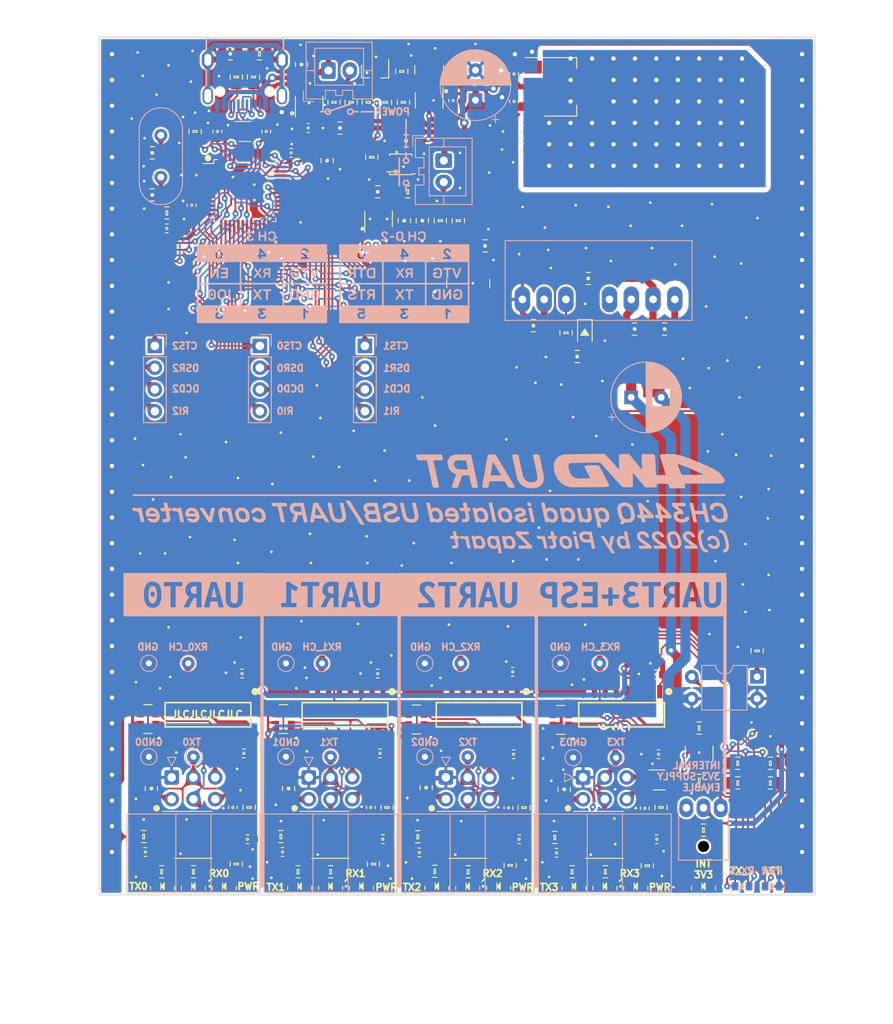
<source format=kicad_pcb>
(kicad_pcb (version 20221018) (generator pcbnew)
  (layers (0 "F.Cu" signal) (31 "B.Cu" signal) (34 "B.Paste" user) (35 "F.Paste" user) (36 "B.SilkS" user "B.Silkscreen") (37 "F.SilkS" user "F.Silkscreen") (38 "B.Mask" user) (39 "F.Mask" user) (44 "Edge.Cuts" user))
  (net 0 "")
  (net 1 "+3V3")
  (net 2 "GND")
  (net 3 "/VTG0")
  (net 4 "/GND0")
  (net 5 "/VTG1")
  (net 6 "GND1")
  (net 7 "/VTG2")
  (net 8 "GND2")
  (net 9 "/VTG3")
  (net 10 "GND3")
  (net 11 "Net-(C13-Pad2)")
  (net 12 "Net-(C13-Pad1)")
  (net 13 "Net-(C14-Pad2)")
  (net 14 "Net-(C14-Pad1)")
  (net 15 "Net-(C15-Pad2)")
  (net 16 "Net-(C15-Pad1)")
  (net 17 "Net-(C16-Pad2)")
  (net 18 "Net-(C16-Pad1)")
  (net 19 "+5V")
  (net 20 "/RESET")
  (net 21 "/XI")
  (net 22 "/XO")
  (net 23 "Net-(D1-Pad2)")
  (net 24 "Net-(D2-Pad2)")
  (net 25 "Net-(D3-Pad2)")
  (net 26 "Net-(D4-Pad2)")
  (net 27 "Net-(D5-Pad2)")
  (net 28 "/LED_TX1")
  (net 29 "Net-(D6-Pad2)")
  (net 30 "/LED_TX3")
  (net 31 "Net-(D7-Pad2)")
  (net 32 "/LED_TX2")
  (net 33 "Net-(D8-Pad2)")
  (net 34 "Net-(D9-Pad2)")
  (net 35 "/TX_S")
  (net 36 "Net-(D10-Pad2)")
  (net 37 "/RX_S")
  (net 38 "Net-(D11-Pad2)")
  (net 39 "/ACT")
  (net 40 "Net-(D12-Pad2)")
  (net 41 "/DSR0")
  (net 42 "/CTS0")
  (net 43 "/DSR1")
  (net 44 "/CTS1")
  (net 45 "/DSR2")
  (net 46 "/CTS2")
  (net 47 "/TEST")
  (net 48 "/DTR0")
  (net 49 "/TX0")
  (net 50 "Net-(D18-Pad2)")
  (net 51 "/DCDC_IN")
  (net 53 "/RI2")
  (net 54 "/DCD2")
  (net 55 "/RTS1_INT")
  (net 56 "/TXD1_INT")
  (net 57 "/RXD1_INT")
  (net 58 "/DTR1_INT")
  (net 59 "/DTR2_INT")
  (net 60 "/TXD2_INT")
  (net 61 "/RXD2_INT")
  (net 62 "/RI1")
  (net 63 "/RTS2_INT")
  (net 64 "/DCD1")
  (net 65 "/TXD0_INT")
  (net 66 "/RXD0_INT")
  (net 67 "/RI0")
  (net 68 "/DCD0")
  (net 69 "/DTR3_INT")
  (net 70 "/TXD3_INT")
  (net 71 "/RXD3_INT")
  (net 72 "/DTR0_INT")
  (net 73 "/RTS0_INT")
  (net 74 "/USB_N")
  (net 75 "/USB_P")
  (net 76 "/RTS3_INT")
  (net 80 "/RX0")
  (net 81 "/RTS0")
  (net 86 "/LED_RX1")
  (net 87 "Net-(D14-Pad1)")
  (net 98 "VBUS")
  (net 99 "/ESP_EN")
  (net 100 "/ESP_IO0")
  (net 101 "Net-(C26-Pad1)")
  (net 102 "Net-(Q2-Pad1)")
  (net 103 "Net-(D17-Pad2)")
  (net 104 "Net-(RN5-Pad1)")
  (net 105 "Net-(R25-Pad2)")
  (net 106 "/RX2")
  (net 107 "+3.3VP")
  (net 108 "/LED_RX3")
  (net 109 "/LED_RX2")
  (net 110 "Net-(D13-Pad2)")
  (net 111 "Net-(D15-Pad2)")
  (net 112 "Net-(D16-Pad2)")
  (net 113 "Net-(Q2-Pad3)")
  (net 114 "Net-(C35-Pad1)")
  (net 115 "Net-(C39-Pad2)")
  (net 116 "Net-(C52-Pad2)")
  (net 117 "/VBUS_EN")
  (net 118 "Net-(R21-Pad2)")
  (net 119 "/LED_TX0")
  (net 120 "/LED_RX0")
  (net 121 "Net-(R25-Pad1)")
  (net 122 "Net-(R34-Pad2)")
  (net 123 "/TX1")
  (net 124 "/RX1")
  (net 125 "/RTS1")
  (net 126 "/DTR1")
  (net 127 "Net-(C17-Pad1)")
  (net 128 "Net-(C17-Pad2)")
  (net 129 "Net-(C18-Pad1)")
  (net 130 "Net-(C18-Pad2)")
  (net 131 "Net-(C19-Pad1)")
  (net 132 "Net-(C19-Pad2)")
  (net 133 "Net-(C20-Pad1)")
  (net 134 "Net-(C20-Pad2)")
  (net 135 "Net-(C25-Pad2)")
  (net 136 "Net-(R37-Pad1)")
  (net 137 "Net-(R38-Pad2)")
  (net 138 "Net-(R39-Pad1)")
  (net 139 "/3V3P_EN")
  (net 140 "/TX2")
  (net 141 "/RTS2")
  (net 142 "/DTR2")
  (net 143 "/TX3")
  (net 144 "/RX3")
  (net 145 "/RTS3")
  (net 146 "/DTR3")
  (net 147 "Net-(U12-Pad4)")
  (net 150 "Net-(U14-Pad2)")
  (net 152 "Net-(J8-Pad2)")
  (net 153 "Net-(J9-PadA5)")
  (net 155 "Net-(J9-PadB5)")
  (net 158 "Net-(R44-Pad2)")
  (footprint "H_smd_passives:Hx_R_0805_2012Metric" (layer "F.Cu") (at 133.3 125.65 180)
    (fp_text reference "R43" hide)
    (fp_text value "3k3")
  )
  (footprint "H_smd_passives:Hx_R_0805_2012Metric" (layer "F.Cu") (at 88.4 48.6 -90)
    (fp_text reference "R32" hide)
    (fp_text value "100R")
  )
  (footprint "H_smd_passives:Hx_C_0805_2012Metric" (layer "F.Cu") (at 61.2 54.5)
    (fp_text reference "C48" hide)
    (fp_text value "22p")
  )
  (footprint "Resistor_SMD:R_Array_Convex_4x0603" (layer "F.Cu") (at 76.5 120.5 180)
    (fp_text reference "RN2" hide)
    (fp_text value "47k")
  )
  (footprint "Package_SO:TSSOP-16_4.4x5mm_P0.65mm" (layer "F.Cu") (at 82 134)
    (fp_text reference "U7" hide)
    (fp_text value "74HC123")
  )
  (footprint "H_smd_passives:Hx_C_0805_2012Metric" (layer "F.Cu") (at 105.6625 74.6375)
    (fp_text reference "C43" hide)
    (fp_text value "22u")
  )
  (footprint "H_smd_passives:Hx_C_0603_1608Metric" (layer "F.Cu") (at 87.775697 124.5)
    (fp_text reference "C6" hide)
    (fp_text value "1u")
  )
  (footprint "H_LEDs:XL-1606_SMD side LED 1.7x1.1x0.6mm" (layer "F.Cu") (at 110.4 140 180)
    (fp_text reference "D7" hide)
    (fp_text value "ORANGE")
  )
  (footprint "H_smd_passives:Hx_C_0603_1608Metric" (layer "F.Cu") (at 62.9 63.3 180)
    (fp_text reference "C37" hide)
    (fp_text value "100n")
  )
  (footprint "H_smd_passives:Hx_C_0603_1608Metric" (layer "F.Cu") (at 96.3 48.4 -90)
    (fp_text reference "C30" hide)
    (fp_text value "100n")
  )
  (footprint "Package_SO:TSSOP-16_4.4x5mm_P0.65mm" (layer "F.Cu") (at 113.95 134)
    (fp_text reference "U8" hide)
    (fp_text value "74HC123")
  )
  (footprint "Package_SO:TSSOP-16_4.4x5mm_P0.65mm" (layer "F.Cu") (at 97.995 134)
    (fp_text reference "U9" hide)
    (fp_text value "74HC123")
  )
  (footprint "H_smd_passives:Hx_C_0603_1608Metric" (layer "F.Cu") (at 118.65 130.9 -90)
    (fp_text reference "C23" hide)
    (fp_text value "100n")
  )
  (footprint "Package_TO_SOT_SMD:SOT-363_SC-70-6" (layer "F.Cu") (at 120.35 127.6)
    (fp_text reference "Q1" hide)
    (fp_text value "UMH3N")
  )
  (footprint "H_smd_passives:Hx_C_0603_1608Metric" (layer "F.Cu") (at 120.25 124.6)
    (fp_text reference "C7" hide)
    (fp_text value "1u")
  )
  (footprint "Inductor_SMD:L_Coilcraft_LPS5030" (layer "F.Cu") (at 98.0625 69.7375 -90)
    (fp_text reference "L1" hide)
    (fp_text value "10uH")
  )
  (footprint "H_smd_passives:Hx_R_0805_2012Metric" (layer "F.Cu") (at 125 121.55)
    (fp_text reference "R41" hide)
    (fp_text value "100k")
  )
  (footprint "H_LEDs:XL-1606_SMD side LED 1.7x1.1x0.6mm" (layer "F.Cu") (at 94.4 140 180)
    (fp_text reference "D8" hide)
    (fp_text value "ORANGE")
  )
  (footprint "H_smd_passives:Hx_R_0805_2012Metric" (layer "F.Cu") (at 114.05 138.3 180)
    (fp_text reference "R19" hide)
    (fp_text value "1k")
  )
  (footprint "H_smd_passives:Hx_R_0805_2012Metric" (layer "F.Cu") (at 86.4 48.6 -90)
    (fp_text reference "R36" hide)
    (fp_text value "18k")
  )
  (footprint "H_smd_passives:Hx_C_0603_1608Metric" (layer "F.Cu") (at 75.6 64.9)
    (fp_text reference "C46" hide)
    (fp_text value "100n")
  )
  (footprint "H_smd_passives:Hx_R_0805_2012Metric" (layer "F.Cu") (at 84.4 48.6 -90)
    (fp_text reference "R34" hide)
    (fp_text value "100k")
  )
  (footprint "H_smd_passives:Hx_C_0603_1608Metric" (layer "F.Cu") (at 86.7 130.8 -90)
    (fp_text reference "C22" hide)
    (fp_text value "100n")
  )
  (footprint "H_smd_passives:Hx_R_0805_2012Metric" (layer "F.Cu") (at 110.175 138.3)
    (fp_text reference "R11" hide)
    (fp_text value "1k")
  )
  (footprint "Package_SO:VSSOP-8_2.4x2.1mm_P0.5mm" (layer "F.Cu") (at 90.2 55.8375 180)
    (fp_text reference "U14" hide)
    (fp_text value "74LVC2G74")
  )
  (footprint "H_smd_passives:Hx_R_0805_2012Metric" (layer "F.Cu") (at 82.4 48.6 90)
    (fp_text reference "R31" hide)
    (fp_text value "47k")
  )
  (footprint "H_smd_passives:Hx_R_0805_2012Metric" (layer "F.Cu") (at 62.3 138.3)
    (fp_text reference "R9" hide)
    (fp_text value "1k")
  )
  (footprint "H_LEDs:XL-1606_SMD side LED 1.7x1.1x0.6mm" (layer "F.Cu") (at 114 140 180)
    (fp_text reference "D11" hide)
    (fp_text value "BLUE")
  )
  (footprint "H_LEDs:XL-1606_SMD side LED 1.7x1.1x0.6mm" (layer "F.Cu") (at 62.4 140 180)
    (fp_text reference "D5" hide)
    (fp_text value "ORANGE")
  )
  (footprint "H_smd_passives:Hx_R_0805_2012Metric" (layer "F.Cu") (at 82 138.3 180)
    (fp_text reference "R18" hide)
    (fp_text value "2k2")
  )
  (footprint "H_smd_passives:Hx_C_0603_1608Metric" (layer "F.Cu") (at 68.8 52 -90)
    (fp_text reference "C47" hide)
    (fp_text value "100n")
  )
  (footprint "H_smd_passives:Hx_C_0805_2012Metric" (layer "F.Cu") (at 109.25 128.7 -90)
    (fp_text reference "C11" hide)
    (fp_text value "100n")
  )
  (footprint "H_smd_passives:Hx_R_0805_2012Metric" (layer "F.Cu") (at 108.15 134.3)
    (fp_text reference "R15" hide)
    (fp_text value "220k")
  )
  (footprint "H_smd_passives:Hx_C_0805_2012Metric" (layer "F.Cu") (at 117.4625 75.0375 180)
    (fp_text reference "C53" hide)
    (fp_text value "100n")
  )
  (footprint "H_smd_passives:Hx_R_0805_2012Metric" (layer "F.Cu") (at 96.9 62.4 -90)
    (fp_text reference "R23" hide)
    (fp_text value "100k")
  )
  (footprint "H_smd_passives:Hx_C_0805_2012Metric" (layer "F.Cu") (at 104.2625 54.1)
    (fp_text reference "C36" hide)
    (fp_text value "22u")
  )
  (footprint "H_smd_passives:Hx_C_0603_1608Metric" (layer "F.Cu") (at 71.675697 115.2)
    (fp_text reference "C1" hide)
    (fp_text value "1u")
  )
  (footprint "H_LEDs:XL-1606_SMD side LED 1.7x1.1x0.6mm" (layer "F.Cu") (at 82 140 180)
    (fp_text reference "D10" hide)
    (fp_text value "BLUE")
  )
  (footprint "H_smd_passives:Hx_C_0805_2012Metric" (layer "F.Cu") (at 81.6 55.4 90)
    (fp_text reference "C31" hide)
    (fp_text value "22u")
  )
  (footprint "H_smd_passives:Hx_C_0805_2012Metric" (layer "F.Cu") (at 78.6 44.2 -90)
    (fp_text reference "C34" hide)
    (fp_text value "10u")
  )
  (footprint "H_SOT:SOT-23" (layer "F.Cu") (at 87.2 45 -90)
    (fp_text reference "Q2" hide)
    (fp_text value "2N7002")
  )
  (footprint "H_smd_passives:Hx_C_0805_2012Metric" (layer "F.Cu") (at 70.3 42.95 180)
    (fp_text reference "C25" hide)
    (fp_text value "4n7")
  )
  (footprint "H_smd_passives:Hx_C_0603_1608Metric" (layer "F.Cu") (at 72.3 134.5)
    (fp_text reference "C13" hide)
    (fp_text value "1u")
  )
  (footprint "H_smd_passives:Hx_C_0805_2012Metric" (layer "F.Cu") (at 83.1 51.6)
    (fp_text reference "C40" hide)
    (fp_text value "1u")
  )
  (footprint "H_smd_passives:Hx_C_0603_1608Metric" (layer "F.Cu") (at 79.4 51.6 180)
    (fp_text reference "C42" hide)
    (fp_text value "100n")
  )
  (footprint "Package_TO_SOT_SMD:SOT-363_SC-70-6" (layer "F.Cu") (at 72 52)
    (fp_text reference "U13" hide)
    (fp_text value "TPNUP2202W1T2G")
  )
  (footprint "H_smd_passives:Hx_C_0603_1608Metric" (layer "F.Cu") (at 103.4 45.3 -90)
    (fp_text reference "C29" hide)
    (fp_text value "100n")
  )
  (footprint "H_SOT:SOT-23-5" (layer "F.Cu") (at 125 124.55 90)
    (fp_text reference "U18" hide)
    (fp_text value "BL2555")
  )
  (footprint "Package_QFP:LQFP-48_7x7mm_P0.5mm" (layer "F.Cu") (at 72 58.9)
    (fp_text reference "U1" hide)
    (fp_text value "CH344Q")
  )
  (footprint "H_soic:SOIC16" (layer "F.Cu") (at 115.95 120 -90)
    (fp_text reference "U4" hide)
    (fp_text value "π141M31")
  )
  (footprint "H_smd_passives:Hx_C_0603_1608Metric" (layer "F.Cu") (at 102.75 130.85 -90)
    (fp_text reference "C24" hide)
    (fp_text value "100n")
  )
  (footprint "H_smd_passives:Hx_C_0805_2012Metric" (layer "F.Cu") (at 120.9625 75.0375)
    (fp_text reference "C52" hide)
    (fp_text value "10u")
  )
  (footprint "H_smd_passives:Hx_R_0805_2012Metric" (layer "F.Cu") (at 73 45.65 90)
    (fp_text reference "R27" hide)
    (fp_text value "5k1")
  )
  (footprint "H_smd_passives:Hx_R_0805_2012Metric" (layer "F.Cu") (at 96.5 44.8 90)
    (fp_text reference "R21" hide)
    (fp_text value "1k")
  )
  (footprint "H_smd_passives:Hx_C_0603_1608Metric" (layer "F.Cu") (at 87.5 115.2)
    (fp_text reference "C2" hide)
    (fp_text value "1u")
  )
  (footprint "H_smd_passives:Hx_C_0603_1608Metric" (layer "F.Cu") (at 71.875697 124.5)
    (fp_text reference "C5" hide)
    (fp_text value "1u")
  )
  (footprint "H_soic:SOIC16" (layer "F.Cu") (at 99.325697 120 -90)
    (fp_text reference "U5" hide)
    (fp_text value "π141M31")
  )
  (footprint "H_smd_passives:Hx_C_0603_1608Metric" (layer "F.Cu") (at 65.8 60.6 -90)
    (fp_text reference "C44" hide)
    (fp_text value "100n")
  )
  (footprint "H_LEDs:XL-1606_SMD side LED 1.7x1.1x0.6mm" (layer "F.Cu") (at 66 140 180)
    (fp_text reference "D9" hide)
    (fp_text value "BLUE")
  )
  (footprint "H_smd_passives:Hx_R_0805_2012Metric" (layer "F.Cu") (at 72.5 130.8 90)
    (fp_text reference "R5" hide)
    (fp_text value "220k")
  )
  (footprint "H_smd_passives:Hx_R_0805_2012Metric" (layer "F.Cu") (at 94.8 62.4 -90)
    (fp_text reference "R24" hide)
    (fp_text value "220k")
  )
  (footprint "H_smd_passives:Hx_R_0805_2012Metric" (layer "F.Cu") (at 71 137.4 90)
    (fp_text reference "R2" hide)
    (fp_text value "1k")
  )
  (footprint "H_smd_passives:Hx_R_0805_2012Metric" (layer "F.Cu") (at 118.95 137.6 90)
    (fp_text reference "R4" hide)
    (fp_text value "1k")
  )
  (footprint "H_smd_passives:Hx_C_0805_2012Metric" (layer "F.Cu") (at 92.7 62.4 -90)
    (fp_text reference "C26" hide)
    (fp_text value "10u")
  )
  (footprint "H_LEDs:XL-1606_SMD side LED 1.7x1.1x0.6mm" (layer "F.Cu") (at 85.6 140 180)
    (fp_text reference "D1" hide)
    (fp_text value "RED")
  )
  (footprint "H_smd_passives:Hx_R_0805_2012Metric" (layer "F.Cu") (at 71 45.65 90)
    (fp_text reference "R26" hide)
    (fp_text value "5k1")
  )
  (footprint "H_smd_passives:Hx_C_0805_2012Metric" (layer "F.Cu") (at 100.025 65.3375 180)
    (fp_text reference "C41" hide)
    (fp_text value "100n")
  )
  (footprint "H_smd_passives:Hx_C_0603_1608Metric" (layer "F.Cu") (at 60.4 136 180)
    (fp_text reference "C17" hide)
    (fp_text value "1u")
  )
  (footprint "H_LEDs:XL-1606_SMD side LED 1.7x1.1x0.6mm" (layer "F.Cu") (at 78.4 140 180)
    (fp_text reference "D6" hide)
    (fp_text value "ORANGE")
  )
  (footprint "H_smd_passives:Hx_C_0603_1608Metric" (layer "F.Cu") (at 77.4 54.5 180)
    (fp_text reference "C45" hide)
    (fp_text value "100n")
  )
  (footprint "H_LEDs:XL-1606_SMD side LED 1.7x1.1x0.6mm" (layer "F.Cu") (at 98 140 180)
    (fp_text reference "D12" hide)
    (fp_text value "BLUE")
  )
  (footprint "H_smd_passives:Hx_C_0805_2012Metric" (layer "F.Cu") (at 112.0625 69.1375 180)
    (fp_text reference "C51" hide)
    (fp_text value "1n")
  )
  (footprint "H_smd_passives:Hx_C_0805_2012Metric" (layer "F.Cu") (at 93.15 128.5 -90)
    (fp_text reference "C12" hide)
    (fp_text value "100n")
  )
  (footprint "H_smd_passives:Hx_R_0805_2012Metric" (layer "F.Cu") (at 131.75 112.55 -90)
    (fp_text reference "R38" hide)
    (fp_text value "680R")
  )
  (footprint "H_SOT:SOT-23-6" (layer "F.Cu") (at 87.6 62.2 90)
    (fp_text reference "U12" hide)
    (fp_text value "NL7SZ58")
  )
  (footprint "H_smd_passives:Hx_R_0805_2012Metric" (layer "F.Cu") (at 133.3 127.95 180)
    (fp_text reference "R29" hide)
    (fp_text value "2k2")
  )
  (footprint "H_smd_passives:Hx_C_0603_1608Metric" (layer "F.Cu") (at 70.6 130.8 -90)
    (fp_text reference "C21" hide)
    (fp_text value "100n")
  )
  (footprint "H_smd_passives:Hx_R_0805_2012Metric" (layer "F.Cu") (at 125.5 133.45 180)
    (fp_text reference "R45" hide)
    (fp_text value "1k")
  )
  (footprint "Resistor_SMD:R_Array_Convex_4x0603" (layer "F.Cu") (at 108.85 120.6 180)
    (fp_text reference "RN3" hide)
    (fp_text value "47k")
  )
  (footprint "H_smd_passives:Hx_C_0603_1608Metric" (layer "F.Cu") (at 104 134.5)
    (fp_text reference "C16" hide)
    (fp_text value "1u")
  )
  (footprint "H_smd_passives:Hx_R_0805_2012Metric" (layer "F.Cu") (at 62.9 61.5)
    (fp_text reference "R33" hide)
    (fp_text value "4k7")
  )
  (footprint "H_SOT:SOT-23-5" (layer "F.Cu") (at 79.5 48.8 90)
    (fp_text reference "U15" hide)
    (fp_text value "BL2555")
  )
  (footprint "H_smd_passives:Hx_C_0805_2012Metric" (layer "F.Cu") (at 90.8 53.1)
    (fp_text reference "C38" hide)
    (fp_text value "100n")
  )
  (footprint "H_smd_passives:Hx_R_0805_2012Metric" (layer "F.Cu") (at 88.6 130.8 90)
    (fp_text reference "R6" hide)
    (fp_text value "220k")
  )
  (footprint "H_smd_passives:Hx_R_0805_2012Metric" (layer "F.Cu") (at 66 138.3 180)
    (fp_text reference "R17" hide)
    (fp_text value "2k2")
  )
  (footprint "H_smd_passives:Hx_C_0603_1608Metric" (layer "F.Cu") (at 76.4 136 180)
    (fp_text reference "C18" hide)
    (fp_text value "1u")
  )
  (footprint "H_smd_passives:Hx_C_0805_2012Metric" (layer "F.Cu") (at 77.1 128.6 -90)
    (fp_text reference "C10" hide)
    (fp_text value "100n")
  )
  (footprint "H_smd_passives:Hx_C_0805_2012Metric" (layer "F.Cu") (at 104.2525 52)
    (fp_text reference "C32" hide)
    (fp_text value "22u")
  )
  (footprint "H_LEDs:XL-1606_SMD side LED 1.7x1.1x0.6mm" (layer "F.Cu") (at 69.6 140 180)
    (fp_text reference "D2" hide)
    (fp_text value "RED")
  )
  (footprint "H_smd_passives:Hx_R_0805_2012Metric" (layer "F.Cu") (at 90.5 48.6 90)
    (fp_text reference "R28" hide)
    (fp_text value "47k")
  )
  (footprint "H_smd_passives:Hx_R_0805_2012Metric" (layer "F.Cu") (at 92.175 134.225)
    (fp_text reference "R16" hide)
    (fp_text value "220k")
  )
  (footprint "Resistor_SMD:R_Array_Convex_4x0603" (layer "F.Cu") (at 92 120.55 180)
    (fp_text reference "RN4" hide)
    (fp_text value "47k")
  )
  (footprint "H_smd_passives:Hx_R_0805_2012Metric" (layer "F.Cu") (at 120.55 130.8 90)
    (fp_text reference "R7" hide)
    (fp_text value "220k")
  )
  (footprint "H_smd_passives:Hx_C_0603_1608Metric" (layer "F.Cu") (at 119.95 115.3)
    (fp_text reference "C3" hide)
    (fp_text value "1u")
  )
  (footprint "H_smd_passives:Hx_C_0603_1608Metric" (layer "F.Cu") (at 120.05 134.5)
    (fp_text reference "C15" hide)
    (fp_text value "1u")
  )
  (footprint "H_smd_passives:Hx_R_0805_2012Metric" (layer "F.Cu") (at 129.5 125.65)
    (fp_text reference "R42" hide)
    (fp_text value "2k2")
  )
  (footprint "Diode_SMD:D_SOD-323F" (layer "F.Cu") (at 111.6625 75.4375 -90)
    (fp_text reference "D14" hide)
    (fp_text value "BAT54J")
  )
  (footprint "H_LEDs:XL-1606_SMD side LED 1.7x1.1x0.6mm" (layer "F.Cu") (at 101.6 140 180)
    (fp_text reference "D3" hide)
    (fp_text value "RED")
  )
  (footprint "Resistor_SMD:R_Array_Convex_4x0603" (layer "F.Cu") (at 60.7 120.5 180)
    (fp_text reference "RN1" hide)
    (fp_text value "47k")
  )
  (footprint "H_smd_passives:Hx_C_0603_1608Metric" (layer "F.Cu") (at 74.5 52 -90)
    (fp_text reference "C33" hide)
    (fp_text value "100n")
  )
  (footprint "H_soic:SOIC16" (layer "F.Cu") (at 67.7 120 -90)
    (fp_text reference "U2" hide)
    (fp_text value "π141M31")
  )
  (footprint "H_smd_passives:Hx_C_0603_1608Metric" (layer "F.Cu") (at 103.35 124.6)
    (fp_text reference "C8" hide)
    (fp_text value "1u")
  )
  (footprint "H_smd_passives:Hx_R_0805_2012Metric" (layer "F.Cu") (at 125 127.65)
    (fp_text reference "R44" hide)
    (fp_text value "33k")
  )
  (footprint "H_smd_passives:Hx_C_0805_2012Metric" (layer "F.Cu") (at 87.5 59.0375 180)
    (fp_text reference "C35" hide)
    (fp_text value "100n")
  )
  (footprint "H_smd_passives:Hx_R_0805_2012Metric" (layer "F.Cu") (at 76.2 134.2)
    (fp_text reference "R14" hide)
    (fp_text value "220k")
  )
  (footprint "H_LEDs:XL-1606_SMD side LED 1.7x1.1x0.6mm" (layer "F.Cu") (at 133.5 140 180)
    (fp_text reference "D17" hide)
    (fp_text value "GREEN")
  )
  (footprint "H_smd_passives:Hx_C_0805_2012Metric" (layer "F.Cu") (at 61.1 128.6 -90)
    (fp_text reference "C9" hide)
    (fp_text value "100n")
  )
  (footprint "Resistor_SMD:R_Array_Convex_4x0603" (layer "F.Cu") (at 93.5 44.8 90)
    (fp_text reference "RN5" hide)
    (fp_text value "10k")
  )
  (footprint "H_smd_passives:Hx_R_0805_2012Metric" (layer "F.Cu") (at 102.95 137.55 90)
    (fp_text reference "R3" hide)
    (fp_text value "1k")
  )
  (footprint "H_smd_passives:Hx_R_0805_2012Metric" (layer "F.Cu") (at 91 59.0375)
    (fp_text reference "R30" hide)
    (fp_text value "100k")
  )
  (footprint "H_smd_passives:Hx_R_0805_2012Metric" (layer "F.Cu") (at 129.5 127.95)
    (fp_text reference "R40" hide)
    (fp_text value "1k")
  )
  (footprint "H_smd_passives:Hx_C_0805_2012Metric" (layer "F.Cu") (at 61.2 59.4)
    (fp_text reference "C50" hide)
    (fp_text value "22p")
  )
  (footprint "H_smd_passives:Hx_R_0805_2012Metric" (layer "F.Cu") (at 60.2 134.2)
    (fp_text reference "R13" hide)
    (fp_text value "220k")
  )
  (footprint "H_smd_passives:Hx_C_0603_1608Metric" (layer "F.Cu") (at 103.4 48.5 -90)
    (fp_text reference "C27" hide)
    (fp_text value "100n")
  )
  (footprint "H_smd_passives:Hx_R_0805_2012Metric" (layer "F.Cu") (at 66.2 52 -90)
    (fp_text reference "R35" hide)
    (fp_text value "4k7")
  )
  (footprint "Package_TO_SOT_SMD:SOT-223-3_TabPin2" (layer "F.Cu") (at 108.8 46.8)
    (fp_text reference "U10" hide)
    (fp_text value "LM1117-3.3")
  )
  (footprint "H_smd_passives:Hx_R_0805_2012Metric" (layer "F.Cu") (at 98.05 138.3 180)
    (fp_text reference "R20" hide)
    (fp_text value "2k2")
  )
  (footprint "H_smd_passives:Hx_C_0603_1608Metric" (layer "F.Cu") (at 103.25 115)
    (fp_text reference "C4" hide)
    (fp_text value "1u")
  )
  (footprint "H_LEDs:XL-1606_SMD side LED 1.7x1.1x0.6mm" (layer "F.Cu") (at 117.6 140 180)
    (fp_text reference "D4" hide)
    (fp_text value "RED")
  )
  (footprint "H_smd_passives:Hx_R_0805_2012Metric" (layer "F.Cu") (at 109.4625 75.475 -90)
    (fp_text reference "R39" hide)
    (fp_text value "680R")
  )
  (footprint "H_smd_passives:Hx_R_0805_2012Metric" (layer "F.Cu") (at 94.15 138.25)
    (fp_text reference "R12" hide)
    (fp_text value "1k")
  )
  (footprint "H_smd_passives:Hx_R_0805_2012Metric" (layer "F.Cu") (at 86.8 55 90)
    (fp_text reference "R37" hide)
    (fp_text value "1k")
  )
  (footprint "H_smd_passives:Hx_C_0805_2012Metric" (layer "F.Cu") (at 110.7625 78.2375)
    (fp_text reference "C39" hide)
    (fp_text value "2n2")
  )
  (footprint "Package_SO:TSSOP-16_4.4x5mm_P0.65mm" (layer "F.Cu") (at 66 134)
    (fp_text reference "U6" hide)
    (fp_text value "74HC123")
  )
  (footprint "H_smd_passives:Hx_C_0805_2012Metric" (layer "F.Cu") (at 90.6 62.4 -90)
    (fp_text reference "C28" hide)
    (fp_text value "10u")
  )
  (footprint "H_smd_passives:Hx_C_0603_1608Metric" (layer "F.Cu") (at 108.35 136.1 180)
    (fp_text reference "C19" hide)
    (fp_text value "1u")
  )
  (footprint "H_smd_passives:Hx_R_0805_2012Metric" (layer "F.Cu") (at 104.575 130.825 90)
    (fp_text reference "R8" hide)
    (fp_text value "220k")
  )
  (footprint "H_smd_passives:Hx_R_0805_2012Metric" (layer "F.Cu") (at 73.7 42.95)
    (fp_text reference "R22" hide)
    (fp_text value "1M")
  )
  (footprint "H_smd_passives:Hx_R_0805_2012Metric" (layer "F.Cu") (at 87 137.4 90)
    (fp_text reference "R1" hide)
    (fp_text value "1k")
  )
  (footprint "H_soic:SOIC16" (layer "F.Cu") (at 83.675697 120 -90)
    (fp_text reference "U3" hide)
    (fp_text value "π141M31")
  )
  (footprint "H_LEDs:XL-1606_SMD side LED 1.7x1.1x0.6mm" (layer "F.Cu") (at 130 140 180)
    (fp_text reference "D15" hide)
    (fp_text value "ORANGE")
  )
  (footprint "H_smd_passives:Hx_R_0805_2012Metric" (layer "F.Cu") (at 90.3 45 90)
    (fp_text reference "R25" hide)
    (fp_text value "1M")
  )
  (footprint "H_smd_passives:Hx_C_0603_1608Metric" (layer "F.Cu") (at 88.1 134.5)
    (fp_text reference "C14" hide)
    (fp_text value "1u")
  )
  (footprint "H_LEDs:XL-1606_SMD side LED 1.7x1.1x0.6mm" (layer "F.Cu") (at 125.5 140 180)
    (fp_text reference "D18" hide)
    (fp_text value "RED")
  )
  (footprint "H_SOT:SOT-23-5" (layer "F.Cu") (at 93.5 48.4 -90)
    (fp_text reference "U11" hide)
    (fp_text value "LMV331")
  )
  (footprint "H_smd_passives:Hx_R_0805_2012Metric" (layer "F.Cu") (at 78.2 138.3)
    (fp_text reference "R10" hide)
    (fp_text value "1k")
  )
  (footprint "H_smd_passives:Hx_C_0603_1608Metric" (layer "F.Cu") (at 92.35 136.05 180)
    (fp_text reference "C20" hide)
    (fp_text value "1u")
  )
  (footprint "kibuzzard-62D98D9A" (layer "B.Cu") (at 66 106 180)
    (fp_text reference "kibuzzard-62D98D9A" hide)
    (fp_text value "G***" hide)
  )
  (footprint "Connector_JST:JST_XA_B02B-XASK-1_1x02_P2.50mm_Vertical" (layer "B.Cu") (at 95.2 55.4 -90)
    (fp_text reference "J8" hide)
    (fp_text value "Conn_01x02")
  )
  (footprint "kibuzzard-62D98E49" (layer "B.Cu") (at 82 106 180)
    (fp_text reference "kibuzzard-62D98E49" hide)
    (fp_text value "G***" hide)
  )
  (footprint "Capacitor_THT:CP_Radial_D8.0mm_P3.50mm" (layer "B.Cu") (at 117.0625 83)
    (fp_text reference "C54" hide)
    (fp_text value "330u")
  )
  (footprint "H_conn:USB_C_TYPE-C-31-M-12" (layer "B.Cu") (at 72 43.65)
    (fp_text reference "J9" hide)
    (fp_text value "USB_C_Receptacle_USB2.0_TYPE_C_31_M_12")
  )
  (footprint "kibuzzard-62DBE505" (layer "B.Cu") (at 79 66.25 180)
    (fp_text reference "kibuzzard-62DBE505" hide)
    (fp_text value "G***" hide)
  )
  (footprint "TestPoint:TestPoint_THTPad_D1.5mm_Drill0.7mm" (layer "B.Cu") (at 98 124.9 180)
    (fp_text reference "TP9" hide)
    (fp_text value "TX0")
  )
  (footprint "TestPoint:TestPoint_THTPad_D1.5mm_Drill0.7mm" (layer "B.Cu") (at 113.4 114 180)
    (fp_text reference "TP15" hide)
    (fp_text value "RX0")
  )
  (footprint "Capacitor_THT:CP_Radial_D8.0mm_P3.50mm" (layer "B.Cu") (at 98.9 48.352651 90)
    (fp_text reference "C49" hide)
    (fp_text value "1000u/16V")
  )
  (footprint "TestPoint:TestPoint_THTPad_D1.5mm_Drill0.7mm" (layer "B.Cu") (at 76.8 114 180)
    (fp_text reference "TP8" hide)
    (fp_text value "GND")
  )
  (footprint "H_LEDs:XL-1606_SMD side LED 1.7x1.1x0.6mm" (layer "B.Cu") (at 133.5 140)
    (fp_text reference "D13" hide)
    (fp_text value "RED")
  )
  (footprint "kibuzzard-62DBE523" (layer "B.Cu") (at 90.6 66.25 180)
    (fp_text reference "kibuzzard-62DBE523" hide)
    (fp_text value "G***" hide)
  )
  (footprint "kibuzzard-62DBE2E2" (layer "B.Cu") (at 79 71 180)
    (fp_text reference "kibuzzard-62DBE2E2" hide)
    (fp_text value "G***" hide)
  )
  (footprint "kibuzzard-62DBE2C4" (layer "B.Cu") (at 74 68.5 180)
    (fp_text reference "kibuzzard-62DBE2C4" hide)
    (fp_text value "G***" hide)
  )
  (footprint "kibuzzard-62DBE2BC" (layer "B.Cu") (at 90.6 71 180)
    (fp_text reference "kibuzzard-62DBE2BC" hide)
    (fp_text value "G***" hide)
  )
  (footprint "H_switches:XKB5858-X-C_SPDT_PCB_angle_switch" (layer "B.Cu") (at 125.5 130.85)
    (fp_text reference "SW1" hide)
    (fp_text value "SW_SPDT")
  )
  (footprint "kibuzzard-62DBE505" (layer "B.Cu") (at 95.6 66.25 180)
    (fp_text reference "kibuzzard-62DBE505" hide)
    (fp_text value "G***" hide)
  )
  (footprint "Crystal:Crystal_HC49-U_Vertical" (layer "B.Cu") (at 62.2 52.45 -90)
    (fp_text reference "Y1" hide)
    (fp_text value "8MHz")
  )
  (footprint "kibuzzard-62DBE2B6" (layer "B.Cu") (at 79 68.5 180)
    (fp_text reference "kibuzzard-62DBE2B6" hide)
    (fp_text value "G***" hide)
  )
  (footprint "TestPoint:TestPoint_THTPad_D1.5mm_Drill0.7mm" (layer "B.Cu") (at 93 124.9 180)
    (fp_text reference "TP10" hide)
    (fp_text value "GND")
  )
  (footprint "H_LEDs:XL-1606_SMD side LED 1.7x1.1x0.6mm" (layer "B.Cu") (at 130 140)
    (fp_text reference "D16" hide)
    (fp_text value "BLUE")
  )
  (footprint "kibuzzard-62D9AB36" (layer "B.Cu") (at 112.2 99.8 180)
    (fp_text reference "kibuzzard-62D9AB36" hide)
    (fp_text value "G***" hide)
  )
  (footprint "kibuzzard-62D98E43" (layer "B.Cu") (at 98 106 180)
    (fp_text reference "kibuzzard-62D98E43" hide)
    (fp_text value "G***" hide)
  )
  (footprint "kibuzzard-62DC16CB" (layer "B.Cu") (at 73.9 64.2 180)
    (fp_text reference "kibuzzard-62DC16CB" hide)
    (fp_text value "G***" hide)
  )
  (footprint "kibuzzard-62DBE386" (layer "B.Cu") (at 85.6 71 180)
    (fp_text reference "kibuzzard-62DBE386" hide)
    (fp_text value "G***" hide)
  )
  (footprint "TestPoint:TestPoint_THTPad_D1.5mm_Drill0.7mm" (layer "B.Cu") (at 60.8 114 180)
    (fp_text reference "TP6" hide)
    (fp_text value "GND")
  )
  (footprint "Connector_IDC:IDC-Header_2x03_P2.54mm_Horizontal" (layer "B.Cu") (at 95.45 127.3025 -90)
    (fp_text reference "J7" hide)
    (fp_text value "Conn_02x03_Odd_Even")
  )
  (footprint "kibuzzard-62DBE2E2" (layer "B.Cu") (at 95.6 71 180)
    (fp_text reference "kibuzzard-62DBE2E2" hide)
    (fp_text value "G***" hide)
  )
  (footprint "kibuzzard-62DBE511" (layer "B.Cu") (at 74 73.25 180)
    (fp_text reference "kibuzzard-62DBE511" hide)
    (fp_text value "G***" hide)
  )
  (footprint "kibuzzard-62D98E0C" (layer "B.Cu") (at 117 106 180)
    (fp_text reference "kibuzzard-62D98E0C" hide)
    (fp_text value "G***" hide)
  )
  (footprint "Connector_IDC:IDC-Header_2x03_P2.54mm_Horizontal" (layer "B.Cu") (at 63.46 127.3025 -90)
    (fp_text reference "J4" hide)
    (fp_text value "Conn_02x03_Odd_Even")
  )
  (footprint "kibuzzard-62DBE2B6" (layer "B.Cu") (at 95.6 68.5 180)
    (fp_text reference "kibuzzard-62DBE2B6" hide)
    (fp_text value "G***" hide)
  )
  (footprint "TestPoint:TestPoint_THTPad_D1.5mm_Drill0.7mm" (layer "B.Cu") (at 97.2 114 180)
    (fp_text reference "TP13" hide)
    (fp_text value "RX0")
  )
  (footprint "kibuzzard-62DBE2D9" (layer "B.Cu") (at 85.6 68.5 180)
    (fp_text reference "kibuzzard-62DBE2D9" hide)
    (fp_text value "G***" hide)
  )
  (footprint "Connector_PinHeader_2.54mm:PinHeader_1x04_P2.54mm_Vertical" (layer "B.Cu") (at 61.5 77 180)
    (fp_text reference "J3" hide)
    (fp_text value "Conn_01x04")
  )
  (footprint "TestPoint:TestPoint_THTPad_D1.5mm_Drill0.7mm" (layer "B.Cu") (at 110.3 125 180)
    (fp_text reference "TP12" hide)
    (fp_text value "GND")
  )
  (footprint "kibuzzard-62DBE531" (layer "B.Cu") (at 85.6 73.25 180)
    (fp_text reference "kibuzzard-62DBE531" hide)
    (fp_text value "G***" hide)
  )
  (footprint "Connector_PinHeader_2.54mm:PinHeader_1x04_P2.54mm_Vertical" (layer "B.Cu") (at 86 77 180)
    (fp_text reference "J2" hide)
    (fp_text value "Conn_01x04")
  )
  (footprint "TestPoint:TestPoint_THTPad_D1.5mm_Drill0.7mm" (layer "B.Cu") (at 65.4 114 180)
    (fp_text reference "TP5" hide)
    (fp_text value "RX0")
  )
  (footprint "TestPoint:TestPoint_THTPad_D1.5mm_Drill0.7mm" (layer "B.Cu") (at 93 114 180)
    (fp_text reference "TP14" hide)
    (fp_text value "GND")
  )
  (footprint "TestPoint:TestPoint_THTPad_D1.5mm_Drill0.7mm" (layer "B.Cu") (at 81 114 180)
    (fp_text reference "TP7" hide)
    (fp_text value "RX0")
  )
  (footprint "H_DCDCmodules:WRBD5xx5_3WR2" (layer "B.Cu") (at 104.3725 71.5785)
    (fp_text reference "U16" hide)
    (fp_text value "WRB05033S-3WR2")
  )
  (footprint "kibuzzard-62D9AA82" (layer "B.Cu") (at 99.45 91.625 180)
    (fp_text reference "kibuzzard-62D9AA82" hide)
    (fp_text value "G***" hide)
  )
  (footprint "Connector_IDC:IDC-Header_2x03_P2.54mm_Horizontal" (layer "B.Cu") (at 79.455 127.3025 -90)
    (fp_text reference "J5" hide)
    (fp_text value "Conn_02x03_Odd_Even")
  )
  (footprint "TestPoint:TestPoint_THTPad_D1.5mm_Drill0.7mm" (layer "B.Cu") (at 115.3 125 180)
    (fp_text reference "TP11" hide)
    (fp_text value "TX0")
  )
  (footprint "kibuzzard-62DBE545" (layer "B.Cu") (at 85.6 66.25 180)
    (fp_text reference "kibuzzard-62DBE545" hide)
    (fp_text value "G***" hide)
  )
  (footprint "TestPoint:TestPoint_THTPad_D1.5mm_Drill0.7mm" (layer "B.Cu") (at 76.8 124.9 180)
    (fp_text reference "TP4" hide)
    (fp_text value "GND")
  )
  (footprint "TestPoint:TestPoint_THTPad_D1.5mm_Drill0.7mm" (layer "B.Cu") (at 66 124.9 180)
    (fp_text reference "TP1" hide)
    (fp_text value "TX0")
  )
  (footprint "TestPoint:TestPoint_THTPad_D1.5mm_Drill0.7mm" (layer "B.Cu") (at 108.8 114 180)
    (fp_text reference "TP16" hide)
    (fp_text value "GND")
  )
  (footprint "TestPoint:TestPoint_THTPad_D1.5mm_Drill0.7mm" (layer "B.Cu") (at 82 124.9 180)
    (fp_text reference "TP3" hide)
    (fp_text value "TX0")
  )
  (footprint "kibuzzard-62DBE6A2" (layer "B.Cu") (at 69 71 180)
    (fp_text reference "kibuzzard-62DBE6A2" hide)
    (fp_text value "G***" hide)
  )
  (footprint "kibuzzard-62DBE523" (layer "B.Cu") (at 74 66.25 180)
    (fp_text reference "kibuzzard-62DBE523" hide)
    (fp_text value "G***" hide)
  )
  (footprint "kibuzzard-62DBE511" (layer "B.Cu") (at 90.6 73.25 180)
    (fp_text reference "kibuzzard-62DBE511" hide)
    (fp_text value "G***" hide)
  )
  (footprint "Connector_PinHeader_2.54mm:PinHeader_1x04_P2.54mm_Vertical" (layer "B.Cu") (at 73.75 77 180)
    (fp_text reference "J1" hide)
    (fp_text value "Conn_01x04")
  )
  (footprint "Connector_JST:JST_XA_B02B-XASK-1_1x02_P2.50mm_Vertical" (layer "B.Cu") (at 81.75 44.9)
    (fp_text reference "J10" hide)
    (fp_text value "Conn_01x02")
  )
  (footprint "kibuzzard-62DBE545" (layer "B.Cu") (at 69 66.25 180)
    (fp_text reference "kibuzzard-62DBE545" hide)
    (fp_text value "G***" hide)
  )
  (footprint "kibuzzard-62DBE6B4" (layer "B.Cu") (at 69 68.5 180)
    (fp_text reference "kibuzzard-62DBE6B4" hide)
    (fp_text value "G***" hide)
  )
  (footprint "LOGO" (layer "B.Cu") (at 117.571691 90.280738 -178.1)
    (fp_text reference "G***" hide)
    (fp_text value "LOGO" hide)
  )
  (footprint "kibuzzard-62DBE2BC" (layer "B.Cu") (at 74 71 180)
    (fp_text reference "kibuzzard-62DBE2BC" hide)
    (fp_text value "G***" hide)
  )
  (footprint "kibuzzard-62DBE2C4" (layer "B.Cu") (at 90.6 68.5 180)
    (fp_text reference "kibuzzard-62DBE2C4" hide)
    (fp_text value "G***" hide)
  )
  (footprint "kibuzzard-62DBE4A6" (layer "B.Cu") (at 95.6 73.25 180)
    (fp_text reference "kibuzzard-62DBE4A6" hide)
    (fp_text value "G***" hide)
  )
  (footprint "Connector_IDC:IDC-Header_2x03_P2.54mm_Horizontal" (layer "B.Cu") (at 111.45 127.3025 -90)
    (fp_text reference "J6" hide)
    (fp_text value "Conn_02x03_Odd_Even")
  )
  (footprint "kibuzzard-62D9AAED" (layer "B.Cu") (at 93.6 96.6 180)
    (fp_text reference "kibuzzard-62D9AAED" hide)
    (fp_text value "G***" hide)
  )
  (footprint "kibuzzard-62DBE4A6" (layer "B.Cu") (at 79 73.25 180)
    (fp_text reference "kibuzzard-62DBE4A6" hide)
    (fp_text value "G***" hide)
  )
  (footprint "TestPoint:TestPoint_THTPad_D1.5mm_Drill0.7mm" (layer "B.Cu") (at 60.8 124.9 180)
    (fp_text reference "TP2" hide)
    (fp_text value "GND")
  )
  (footprint "kibuzzard-62DC16BA" (layer "B.Cu") (at 90.5 64.2 180)
    (fp_text reference "kibuzzard-62DC16BA" hide)
    (fp_text value "G***" hide)
  )
  (footprint "kibuzzard-62DBE531" (layer "B.Cu") (at 69 73.25 180)
    (fp_text reference "kibuzzard-62DBE531" hide)
    (fp_text value "G***" hide)
  )
  (footprint "Package_DIP:DIP-4_W7.62mm" (layer "B.Cu") (at 131.75 115.575 180)
    (fp_text reference "U17" hide)
    (fp_text value "PC817")
  )
  (gr_line (start 84.6 49.7) (end 85.2 49.7) (stroke (width 0.2)) (layer "B.SilkS"))
  (gr_line (start 90.8 53.9) (end 90.8 50.6) (stroke (width 0.2)) (layer "B.SilkS"))
  (gr_circle (center 84.3 49.7) (end 84.6 49.7) (stroke (width 0.2)) (fill none) (layer "B.SilkS"))
  (gr_line (start 81.7 49.7) (end 84.3 48.8) (stroke (width 0.2)) (layer "B.SilkS"))
  (gr_line (start 81.4 49.7) (end 80.8 49.7) (stroke (width 0.2)) (layer "B.SilkS"))
  (gr_circle (center 81.7 49.7) (end 82 49.7) (stroke (width 0.2)) (fill none) (layer "B.SilkS"))
  (gr_poly (pts (xy 90 56.7) (xy 89.5 56.9) (xy 89.5 56.5)) (stroke (width 0.2)) (fill solid) (layer "B.SilkS"))
  (gr_line (start 68.15 71.1) (end 68.15 70.9) (stroke (width 0.2)) (layer "B.SilkS"))
  (gr_line (start 66.5 69.75) (end 81.5 69.75) (stroke (width 0.2)) (layer "B.SilkS"))
  (gr_circle (center 90.8 55.4) (end 90.8 55.1) (stroke (width 0.2)) (fill none) (layer "B.SilkS"))
  (gr_circle (center 90.8 58) (end 90.8 57.7) (stroke (width 0.2)) (fill none) (layer "B.SilkS"))
  (gr_line (start 85.6 49.7) (end 86.9 49.7) (stroke (width 0.2)) (layer "B.SilkS"))
  (gr_line (start 128 104) (end 128 129) (stroke (width 0.4)) (layer "B.SilkS"))
  (gr_line (start 93.1 72.25) (end 93.1 67.25) (stroke (width 0.2)) (layer "B.SilkS"))
  (gr_line (start 90.8 55.1) (end 90.8 54.5) (stroke (width 0.2)) (layer "B.SilkS"))
  (gr_line (start 83.1 69.75) (end 98.1 69.75) (stroke (width 0.2)) (layer "B.SilkS"))
  (gr_line (start 90 56.7) (end 88.6 56.7) (stroke (width 0.2)) (layer "B.SilkS"))
  (gr_rect (start 66.5 65.25) (end 81.5 74.25) (stroke (width 0.2)) (fill none) (layer "B.SilkS"))
  (gr_line (start 106 104) (end 106 140) (stroke (width 0.4)) (layer "B.SilkS"))
  (gr_line (start 88.1 72.25) (end 88.1 67.25) (stroke (width 0.2)) (layer "B.SilkS"))
  (gr_line (start 90 55.1) (end 90 58.3) (stroke (width 0.2)) (layer "B.SilkS"))
  (gr_line (start 76.5 72.25) (end 76.5 67.25) (stroke (width 0.2)) (layer "B.SilkS"))
  (gr_rect (start 83.1 65.25) (end 98.1 74.25) (stroke (width 0.2)) (fill none) (layer "B.SilkS"))
  (gr_line (start 71.5 72.25) (end 71.5 67.25) (stroke (width 0.2)) (layer "B.SilkS"))
  (gr_line (start 74 104) (end 74 140) (stroke (width 0.4)) (layer "B.SilkS"))
  (gr_line (start 90 104) (end 90 140) (stroke (width 0.4)) (layer "B.SilkS"))
  (gr_line (start 128 94.4) (end 59 94.4) (stroke (width 0.2)) (layer "B.SilkS"))
  (gr_line (start 90.8 58.3) (end 90.8 58.9) (stroke (width 0.2)) (layer "B.SilkS"))
  (gr_circle (center 67.7 55.1) (end 67.982843 55.1) (stroke (width 0.2)) (fill solid) (layer "F.SilkS"))
  (gr_line (start 68.1 139.1) (end 67.8 139.4) (stroke (width 0.2)) (layer "F.SilkS"))
  (gr_circle (center 93.8 130.9) (end 94.082843 130.9) (stroke (width 0.2)) (fill solid) (layer "F.SilkS"))
  (gr_poly (pts (xy 112.1 75.75) (xy 111.2 75.75) (xy 111.65 75.05)) (stroke (width 0.15)) (fill solid) (layer "F.SilkS"))
  (gr_circle (center 77.8 130.9) (end 78.082843 130.9) (stroke (width 0.2)) (fill solid) (layer "F.SilkS"))
  (gr_line (start 84 139.1) (end 83.7 139.4) (stroke (width 0.2)) (layer "F.SilkS"))
  (gr_circle (center 109.7 130.9) (end 109.982843 130.9) (stroke (width 0.2)) (fill solid) (layer "F.SilkS"))
  (gr_line (start 116 139.1) (end 115.7 139.4) (stroke (width 0.2)) (layer "F.SilkS"))
  (gr_line (start 100 139.1) (end 99.7 139.4) (stroke (width 0.2)) (layer "F.SilkS"))
  (gr_circle (center 61.7 130.9) (end 61.982843 130.9) (stroke (width 0.2)) (fill solid) (layer "F.SilkS"))
  (gr_line (start 138.5 41) (end 55 41) (stroke (width 0.1)) (layer "Edge.Cuts"))
  (gr_line (start 138.5 141) (end 138.5 41) (stroke (width 0.1)) (layer "Edge.Cuts"))
  (gr_line (start 55 141) (end 138.5 141) (stroke (width 0.1)) (layer "Edge.Cuts"))
  (gr_line (start 55 41) (end 55 141) (stroke (width 0.1)) (layer "Edge.Cuts"))
  (gr_text "GND0" (at 60.8 123.2) (layer "B.SilkS") (effects (font (size 0.8 0.8) (thickness 0.2)) (justify mirror)))
  (gr_text "DCD0" (at 75.6 82) (layer "B.SilkS") (effects (font (size 0.8 0.8) (thickness 0.2)) (justify right mirror)))
  (gr_text "RI1" (at 88 84.6) (layer "B.SilkS") (effects (font (size 0.8 0.8) (thickness 0.2)) (justify right mirror)))
  (gr_text "CTS1" (at 88 77) (layer "B.SilkS") (effects (font (size 0.8 0.8) (thickness 0.2)) (justify right mirror)))
  (gr_text "DSR0" (at 75.6 79.6) (layer "B.SilkS") (effects (font (size 0.8 0.8) (thickness 0.2)) (justify right mirror)))
  (gr_text "DCD2" (at 63.4 82) (layer "B.SilkS") (effects (font (size 0.8 0.8) (thickness 0.2)) (justify right mirror)))
  (gr_text "TX2" (at 98 123.2) (layer "B.SilkS") (effects (font (size 0.8 0.8) (thickness 0.2)) (justify mirror)))
  (gr_text "CTS2" (at 63.4 77) (layer "B.SilkS") (effects (font (size 0.8 0.8) (thickness 0.2)) (justify right mirror)))
  (gr_text "RX_S" (at 130 138.2) (layer "B.SilkS") (effects (font (size 0.8 0.8) (thickness 0.2)) (justify mirror)))
  (gr_text "PWR" (at 133.5 138.2) (layer "B.SilkS") (effects (font (size 0.8 0.8) (thickness 0.2)) (justify mirror)))
  (gr_text "RX0_CH" (at 65.4 112.1) (layer "B.SilkS") (effects (font (size 0.8 0.8) (thickness 0.2)) (justify mirror)))
  (gr_text "RX3_CH" (at 113.5 112.1) (layer "B.SilkS") (effects (font (size 0.8 0.8) (thickness 0.2)) (justify mirror)))
  (gr_text "RI2" (at 63.4 84.6) (layer "B.SilkS") (effects (font (size 0.8 0.8) (thickness 0.2)) (justify right mirror)))
  (gr_text "GND" (at 60.7 112.1) (layer "B.SilkS") (effects (font (size 0.8 0.8) (thickness 0.2)) (justify mirror)))
  (gr_text "GND" (at 92.5 112.1) (layer "B.SilkS") (effects (font (size 0.8 0.8) (thickness 0.2)) (justify mirror)))
  (gr_text "TX3" (at 115.3 123.2) (layer "B.SilkS") (effects (font (size 0.8 0.8) (thickness 0.2)) (justify mirror)))
  (gr_text "RX1_CH" (at 81 112.1) (layer "B.SilkS") (effects (font (size 0.8 0.8) (thickness 0.2)) (justify mirror)))
  (gr_text "GND" (at 108.8 112.1) (layer "B.SilkS") (effects (font (size 0.8 0.8) (thickness 0.2)) (justify mirror)))
  (gr_text "POWER" (at 89.2 49.7) (layer "B.SilkS") (effects (font (size 0.8 0.8) (thickness 0.2)) (justify mirror)))
  (gr_text "GND" (at 76.3 112.1) (layer "B.SilkS") (effects (font (size 0.8 0.8) (thickness 0.2)) (justify mirror)))
  (gr_text "GND1" (at 76.8 123.2) (layer "B.SilkS") (effects (font (size 0.8 0.8) (thickness 0.2)) (justify mirror)))
  (gr_text "RI0" (at 75.6 84.6) (layer "B.SilkS") (effects (font (size 0.8 0.8) (thickness 0.2)) (justify right mirror)))
  (gr_text "RX2_CH" (at 97.2 112.1) (layer "B.SilkS") (effects (font (size 0.8 0.8) (thickness 0.2)) (justify mirror)))
  (gr_text "CTS0" (at 75.6 77) (layer "B.SilkS") (effects (font (size 0.8 0.8) (thickness 0.2)) (justify right mirror)))
  (gr_text "INTERNAL\n3V3 SUPPLY\nENABLE" (at 127.6 127.2) (layer "B.SilkS") (effects (font (size 0.8 0.8) (thickness 0.2)) (justify left mirror)))
  (gr_text "TX0" (at 65.8 123.2) (layer "B.SilkS") (effects (font (size 0.8 0.8) (thickness 0.2)) (justify mirror)))
  (gr_text "GND3" (at 110.3 123.2) (layer "B.SilkS") (effects (font (size 0.8 0.8) (thickness 0.2)) (justify mirror)))
  (gr_text "DCD1" (at 88 82) (layer "B.SilkS") (effects (font (size 0.8 0.8) (thickness 0.2)) (justify right mirror)))
  (gr_text "DSR2" (at 63.4 79.6) (layer "B.SilkS") (effects (font (size 0.8 0.8) (thickness 0.2)) (justify right mirror)))
  (gr_text "TX1" (at 81.8 123.2) (layer "B.SilkS") (effects (font (size 0.8 0.8) (thickness 0.2)) (justify mirror)))
  (gr_text "GND2" (at 93 123.2) (layer "B.SilkS") (effects (font (size 0.8 0.8) (thickness 0.2)) (justify mirror)))
  (gr_text "DSR1" (at 88 79.6) (layer "B.SilkS") (effects (font (size 0.8 0.8) (thickness 0.2)) (justify right mirror)))
  (gr_text "PWR" (at 72.4 140) (layer "F.SilkS") (effects (font (size 0.8 0.8) (thickness 0.2))))
  (gr_text "TX_S" (at 130 138.2) (layer "F.SilkS") (effects (font (size 0.8 0.8) (thickness 0.2))))
  (gr_text "PWR" (at 104.4 140.1) (layer "F.SilkS") (effects (font (size 0.8 0.8) (thickness 0.2))))
  (gr_text "TX2" (at 91.5 140.1) (layer "F.SilkS") (effects (font (size 0.8 0.8) (thickness 0.2))))
  (gr_text "TX0" (at 59.6 140) (layer "F.SilkS") (effects (font (size 0.8 0.8) (thickness 0.2))))
  (gr_text "PWR" (at 120.4 140.1) (layer "F.SilkS") (effects (font (size 0.8 0.8) (thickness 0.2))))
  (gr_text "RX2" (at 100.9 138.5) (layer "F.SilkS") (effects (font (size 0.8 0.8) (thickness 0.2))))
  (gr_text "TX1" (at 75.6 140.1) (layer "F.SilkS") (effects (font (size 0.8 0.8) (thickness 0.2))))
  (gr_text "RX3" (at 116.9 138.5) (layer "F.SilkS") (effects (font (size 0.8 0.8) (thickness 0.2))))
  (gr_text "TX3" (at 107.5 140.1) (layer "F.SilkS") (effects (font (size 0.8 0.8) (thickness 0.2))))
  (gr_text "PWR" (at 88.5 140.1) (layer "F.SilkS") (effects (font (size 0.8 0.8) (thickness 0.2))))
  (gr_text "RX0" (at 69 138.5) (layer "F.SilkS") (effects (font (size 0.8 0.8) (thickness 0.2))))
  (gr_text "ACT" (at 133.493446 138.195908) (layer "F.SilkS") (effects (font (size 0.8 0.8) (thickness 0.2))))
  (gr_text "JLCJLCJLCJLC" (at 67.6 119.95) (layer "F.SilkS") (effects (font (size 0.8 0.8) (thickness 0.2))))
  (gr_text "RX1" (at 84.9 138.5) (layer "F.SilkS") (effects (font (size 0.8 0.8) (thickness 0.2))))
  (gr_text "INT\n3V3" (at 125.5 138) (layer "F.SilkS") (effects (font (size 0.8 0.8) (thickness 0.2))))
  (segment (start 85 53.7) (end 85 53) (width 0.6) (layer "F.Cu") (net 1))
  (segment (start 72.463197 115.2) (end 73.5 115.2) (width 0.25) (layer "F.Cu") (net 1))
  (segment (start 88.120697 117.30252) (end 88.120697 115.366803) (width 0.2) (layer "F.Cu") (net 1))
  (segment (start 69.25 54.7375) (end 69.25 53.85) (width 0.25) (layer "F.Cu") (net 1))
  (segment (start 130.4375 125.65) (end 130.4375 127.95) (width 0.2) (layer "F.Cu") (net 1))
  (segment (start 127.9 116.45) (end 123.15 111.7) (width 0.2) (layer "F.Cu") (net 1))
  (segment (start 76.6125 55.1875) (end 76.1625 55.6375) (width 0.2) (layer "F.Cu") (net 1))
  (segment (start 77.778966 52.6) (end 76.8 52.6) (width 0.6) (layer "F.Cu") (net 1))
  (segment (start 76.6125 53.0125) (end 76.5 52.9) (width 0.2) (layer "F.Cu") (net 1))
  (segment (start 88.2875 115.2) (end 89.2 115.2) (width 0.2) (layer "F.Cu") (net 1))
  (segment (start 120.6 112.9) (end 120.2 113.3) (width 0.2) (layer "F.Cu") (net 1))
  (segment (start 65.1 52) (end 63.8 50.7) (width 0.35) (layer "F.Cu") (net 1))
  (segment (start 76.8 52.6) (end 76.5 52.9) (width 0.6) (layer "F.Cu") (net 1))
  (segment (start 58.7 52.2) (end 58.7 61.4) (width 0.35) (layer "F.Cu") (net 1))
  (segment (start 76.3875 63.1875) (end 76.3875 64.9) (width 0.25) (layer "F.Cu") (net 1))
  (segment (start 75.7 64.2) (end 75.7 64.2125) (width 0.25) (layer "F.Cu") (net 1))
  (segment (start 117.3 113.2) (end 117.35 113.15) (width 0.6) (layer "F.Cu") (net 1))
  (segment (start 120.05 113.15) (end 120.2 113.3) (width 0.6) (layer "F.Cu") (net 1))
  (segment (start 89.95 115.95) (end 89.95 117.75) (width 0.2) (layer "F.Cu") (net 1))
  (segment (start 66.025 63.875) (end 66.025 62.999695) (width 0.35) (layer "F.Cu") (net 1))
  (segment (start 132.3625 124.3875) (end 132.4 124.35) (width 0.2) (layer "F.Cu") (net 1))
  (segment (start 87 51.6) (end 85.9 52.7) (width 0.6) (layer "F.Cu") (net 1))
  (segment (start 104.0375 115) (end 104.0375 117.035717) (width 0.2) (layer "F.Cu") (net 1))
  (segment (start 83.8 53.8) (end 83.1375 54.4625) (width 0.6) (layer "F.Cu") (net 1))
  (segment (start 92.85 52.05) (end 92.4 51.6) (width 0.6) (layer "F.Cu") (net 1))
  (segment (start 117.272793 113.172793) (end 117.3 113.2) (width 0.6) (layer "F.Cu") (net 1))
  (segment (start 65.1 52) (end 67.2 52) (width 0.25) (layer "F.Cu") (net 1))
  (segment (start 81.6 54.4625) (end 79.641466 54.4625) (width 0.6) (layer "F.Cu") (net 1))
  (segment (start 117.85 113.15) (end 120.05 113.15) (width 0.6) (layer "F.Cu") (net 1))
  (segment (start 66.025 62.999695) (end 65.8 62.774695) (width 0.35) (layer "F.Cu") (net 1))
  (segment (start 58.7 61.4) (end 61.8 64.5) (width 0.35) (layer "F.Cu") (net 1))
  (segment (start 67.9875 52.7875) (end 67.3 52.1) (width 0.35) (layer "F.Cu") (net 1))
  (segment (start 104.1125 46.8) (end 103.4 46.0875) (width 0.6) (layer "F.Cu") (net 1))
  (segment (start 117.272793 98.527207) (end 117.272793 112.627207) (width 0.6) (layer "F.Cu") (net 1))
  (segment (start 60.2 50.7) (end 58.7 52.2) (width 0.35) (layer "F.Cu") (net 1))
  (segment (start 101.9125 46.0875) (end 103.4 46.0875) (width 0.6) (layer "F.Cu") (net 1))
  (segment (start 120.6 112.3) (end 120.6 112.9) (width 0.2) (layer "F.Cu") (net 1))
  (segment (start 132.3625 125.65) (end 132.3625 127.95) (width 0.2) (layer "F.Cu") (net 1))
  (segment (start 120.395 116.455) (end 120.75 116.1) (width 0.2) (layer "F.Cu") (net 1))
  (segment (start 120.395 117.30252) (end 120.395 116.455) (width 0.2) (layer "F.Cu") (net 1))
  (segment (start 92.4 51.6) (end 87 51.6) (width 0.6) (layer "F.Cu") (net 1))
  (segment (start 74.1 115.8) (end 74.1 117.2) (width 0.25) (layer "F.Cu") (net 1))
  (segment (start 68.8 52.7875) (end 67.9875 52.7875) (width 0.35) (layer "F.Cu") (net 1))
  (segment (start 74.6125 52.9) (end 74.5 52.7875) (width 0.6) (layer "F.Cu") (net 1))
  (segment (start 65.4 64.5) (end 66.025 63.875) (width 0.35) (layer "F.Cu") (net 1))
  (segment (start 75.25 56.15) (end 73.9 57.5) (width 0.25) (layer "F.Cu") (net 1))
  (segment (start 84.9 53.8) (end 84.6 53.8) (width 0.6) (layer "F.Cu") (net 1))
  (segment (start 73.9 57.5) (end 73.9 60.99896) (width 0.25) (layer "F.Cu") (net 1))
  (segment (start 65.8 61.3875) (end 63.95 61.3875) (width 0.25) (layer "F.Cu") (net 1))
  (segment (start 117.3 113.5) (end 117.5 113.5) (width 0.6) (layer "F.Cu") (net 1))
  (segment (start 130.4375 125.65) (end 130.4375 124.2875) (width 0.2) (layer "F.Cu") (net 1))
  (segment (start 68.6125 52.7875) (end 68.1 53.3) (width 0.25) (layer "F.Cu") (net 1))
  (segment (start 127.9 123.587921) (end 127.9 116.45) (width 0.2) (layer "F.Cu") (net 1))
  (segment (start 85.9 52.9) (end 85.1 52.9) (width 0.6) (layer "F.Cu") (net 1))
  (segment (start 117.272793 112.627207) (end 117.272793 113.172793) (width 0.6) (layer "F.Cu") (net 1))
  (segment (start 117.327207 112.627207) (end 117.85 113.15) (width 0.6) (layer "F.Cu") (net 1))
  (segment (start 85 66.254414) (end 117.272793 98.527207) (width 0.6) (layer "F.Cu") (net 1))
  (segment (start 85.9 52.7) (end 85.9 52.9) (width 0.6) (layer "F.Cu") (net 1))
  (segment (start 85 53.7) (end 84.45 53.15) (width 0.6) (layer "F.Cu") (net 1))
  (segment (start 117.5 113.5) (end 117.85 113.15) (width 0.6) (layer "F.Cu") (net 1))
  (segment (start 68.1 53.7) (end 68.5 54.1) (width 0.25) (layer "F.Cu") (net 1))
  (segment (start 69.25 53.85) (end 68.8 53.4) (width 0.25) (layer "F.Cu") (net 1))
  (segment (start 104.0375 117.035717) (end 103.770697 117.30252) (width 0.2) (layer "F.Cu") (net 1))
  (segment (start 132.3625 125.65) (end 132.3625 124.3875) (width 0.2) (layer "F.Cu") (net 1))
  (segment (start 68.8 53.4) (end 68.8 52.7875) (width 0.25) (layer "F.Cu") (net 1))
  (segment (start 74.75 63.95) (end 74.9 64.1) (width 0.25) (layer "F.Cu") (net 1))
  (segment (start 85.1 52.9) (end 84.7 52.9) (width 0.6) (layer "F.Cu") (net 1))
  (segment (start 104.9 115) (end 104.0375 115) (width 0.25) (layer "F.Cu") (net 1))
  (segment (start 68.8 52.7875) (end 68.6125 52.7875) (width 0.25) (layer "F.Cu") (net 1))
  (segment (start 85 65.3) (end 85 66.254414) (width 0.6) (layer "F.Cu") (net 1))
  (segment (start 85 65.3) (end 85 54.3) (width 0.6) (layer "F.Cu") (net 1))
  (segment (start 84.45 53.15) (end 83.8 53.8) (width 0.6) (layer "F.Cu") (net 1))
  (segment (start 97.6 51.9) (end 97.45 52.05) (width 0.6) (layer "F.Cu") (net 1))
  (segment (start 121.2 111.7) (end 120.6 112.3) (width 0.2) (layer "F.Cu") (net 1))
  (segment (start 85 54.3) (end 85 54.2) (width 0.6) (layer "F.Cu") (net 1))
  (segment (start 66.85 60.15) (end 65.8 61.2) (width 0.25) (layer "F.Cu") (net 1))
  (segment (start 97.45 52.05) (end 92.85 52.05) (width 0.6) (layer "F.Cu") (net 1))
  (segment (start 73.5 115.2) (end 74.1 115.8) (width 0.25) (layer "F.Cu") (net 1))
  (segment (start 74.2125 52.7875) (end 73.6 53.4) (width 0.25) (layer "F.Cu") (net 1))
  (segment (start 101 47) (end 101.9125 46.0875) (width 0.6) (layer "F.Cu") (net 1))
  (segment (start 105.65 46.8) (end 104.1125 46.8) (width 0.6) (layer "F.Cu") (net 1))
  (segment (start 120.75 116.1) (end 120.75 115.3125) (width 0.2) (layer "F.Cu") (net 1))
  (segment (start 85 53) (end 85.1 52.9) (width 0.6) (layer "F.Cu") (net 1))
  (segment (start 85 54.3) (end 85 53.7) (width 0.6) (layer "F.Cu") (net 1))
  (segment (start 120.2 113.3) (end 120.7375 113.8375) (width 0.6) (layer "F.Cu") (net 1))
  (segment (start 117.272793 112.627207) (end 117.327207 112.627207) (width 0.6) (layer "F.Cu") (net 1))
  (segment (start 72.463197 115.936803) (end 72.463197 115.2) (width 0.25) (layer "F.Cu") (net 1))
  (segment (start 83.1375 54.4625) (end 81.6 54.4625) (width 0.6) (layer "F.Cu") (net 1))
  (segment (start 120.7375 113.8375) (end 120.7375 115.3) (width 0.6) (layer "F.Cu") (net 1))
  (segment (start 76.1625 56.15) (end 75.25 56.15) (width 0.25) (layer "F.Cu") (net 1))
  (segment (start 117.35 113.15) (end 117.85 113.15) (width 0.6) (layer "F.Cu") (net 1))
  (segment (start 67.2 52) (end 67.3 52.1) (width 0.25) (layer "F.Cu") (net 1))
  (segment (start 76.6125 54.5) (end 76.6125 55.1875) (width 0.2) (layer "F.Cu") (net 1))
  (segment (start 61.8 64.5) (end 65.4 64.5) (width 0.35) (layer "F.Cu") (net 1))
  (segment (start 74.9 64.1) (end 75.6 64.1) (width 0.25) (layer "F.Cu") (net 1))
  (segment (start 72.95 52) (end 73.7125 52) (width 0.25) (layer "F.Cu") (net 1))
  (segment (start 128.046722 123.734643) (end 127.9 123.587921) (width 0.2) (layer "F.Cu") (net 1))
  (segment (start 105.8 117.7) (end 105.8 115.9) (width 0.25) (layer "F.Cu") (net 1))
  (segment (start 72.145 116.255) (end 72.463197 115.936803) (width 0.25) (layer "F.Cu") (net 1))
  (segment (start 76.6125 54.5) (end 76.6125 53.0125) (width 0.2) (layer "F.Cu") (net 1))
  (segment (start 68.1 53.3) (end 68.1 53.7) (width 0.25) (layer "F.Cu") (net 1))
  (segment (start 65.8 61.2) (end 65.8 61.3875) (width 0.25) (layer "F.Cu") (net 1))
  (segment (start 72.145 117.30252) (end 72.145 116.255) (width 0.25) (layer "F.Cu") (net 1))
  (segment (start 63.95 61.3875) (end 63.8375 61.5) (width 0.25) (layer "F.Cu") (net 1))
  (segment (start 130.4375 124.2875) (end 130.4 124.25) (width 0.2) (layer "F.Cu") (net 1))
  (segment (start 63.8 50.7) (end 60.2 50.7) (width 0.35) (layer "F.Cu") (net 1))
  (segment (start 123.15 111.7) (end 121.2 111.7) (width 0.2) (layer "F.Cu") (net 1))
  (segment (start 117.272793 113.172793) (end 117.272793 113.527207) (width 0.6) (layer "F.Cu") (net 1))
  (segment (start 85 54.2) (end 84.6 53.8) (width 0.6) (layer "F.Cu") (net 1))
  (segment (start 65.8 62.774695) (end 65.8 61.3875) (width 0.35) (layer "F.Cu") (net 1))
  (segment (start 105.8 115.9) (end 104.9 115) (width 0.25) (layer "F.Cu") (net 1))
  (segment (start 117.272793 113.527207) (end 116.2 114.6) (width 0.6) (layer "F.Cu") (net 1))
  (segment (start 76.5 52.9) (end 74.6125 52.9) (width 0.6) (layer "F.Cu") (net 1))
  (segment (start 89.2 115.2) (end 89.95 115.95) (width 0.2) (layer "F.Cu") (net 1))
  (segment (start 74.75 61.84896) (end 75.04896 61.84896) (width 0.25) (layer "F.Cu") (net 1))
  (segment (start 85 53.7) (end 85.1 53.7) (width 0.6) (layer "F.Cu") (net 1))
  (segment (start 84.7 52.9) (end 84.45 53.15) (width 0.6) (layer "F.Cu") (net 1))
  (segment (start 85 53.7) (end 84.9 53.8) (width 0.6) (layer "F.Cu") (net 1))
  (segment (start 79.641466 54.4625) (end 77.778966 52.6) (width 0.6) (layer "F.Cu") (net 1))
  (segment (start 73.9 60.99896) (end 74.75 61.84896) (width 0.25) (layer "F.Cu") (net 1))
  (segment (start 67.8375 60.15) (end 66.85 60.15) (width 0.25) (layer "F.Cu") (net 1))
  (segment (start 97.6 51) (end 97.6 51.9) (width 0.6) (layer "F.Cu") (net 1))
  (segment (start 74.5 52.7875) (end 74.2125 52.7875) (width 0.25) (layer "F.Cu") (net 1))
  (segment (start 76.1625 55.6375) (end 76.1625 56.15) (width 0.2) (layer "F.Cu") (net 1))
  (segment (start 85.1 53.7) (end 85.9 52.9) (width 0.6) (layer "F.Cu") (net 1))
  (segment (start 88.120697 115.366803) (end 88.2875 115.2) (width 0.2) (layer "F.Cu") (net 1))
  (segment (start 75.04896 61.84896) (end 76.3875 63.1875) (width 0.25) (layer "F.Cu") (net 1))
  (segment (start 75.7 64.2125) (end 76.3875 64.9) (width 0.25) (layer "F.Cu") (net 1))
  (segment (start 75.6 64.1) (end 75.7 64.2) (width 0.25) (layer "F.Cu") (net 1))
  (segment (start 84.6 53.8) (end 83.8 53.8) (width 0.6) (layer "F.Cu") (net 1))
  (segment (start 74.75 63.0625) (end 74.75 63.95) (width 0.25) (layer "F.Cu") (net 1))
  (segment (start 73.7125 52) (end 74.5 52.7875) (width 0.25) (layer "F.Cu") (net 1))
  (via (at 130 53.5) (size 1) (drill 0.5) (layers "F.Cu" "B.Cu") (net 1))
  (via (at 130 48.5) (size 1) (drill 0.5) (layers "F.Cu" "B.Cu") (net 1))
  (via (at 122.5 43.5) (size 1) (drill 0.5) (layers "F.Cu" "B.Cu") (net 1))
  (via (at 120 56) (size 1) (drill 0.5) (layers "F.Cu" "B.Cu") (net 1))
  (via (at 115 53.5) (size 1) (drill 0.5) (layers "F.Cu" "B.Cu") (net 1))
  (via (at 110 51) (size 1) (drill 0.5) (layers "F.Cu" "B.Cu") (net 1))
  (via (at 116.2 114.6) (size 0.7) (drill 0.3) (layers "F.Cu" "B.Cu") (net 1))
  (via (at 125 48.5) (size 1) (drill 0.5) (layers "F.Cu" "B.Cu") (net 1))
  (via (at 117.5 51) (size 1) (drill 0.5) (layers "F.Cu" "B.Cu") (net 1))
  (via (at 125 53.5) (size 1) (drill 0.5) (layers "F.Cu" "B.Cu") (net 1))
  (via (at 110 48.5) (size 1) (drill 0.5) (layers "F.Cu" "B.Cu") (net 1))
  (via (at 97.6 51) (size 1) (drill 0.5) (layers "F.Cu" "B.Cu") (net 1))
  (via (at 110 56) (size 1) (drill 0.5) (layers "F.Cu" "B.Cu") (net 1))
  (via (at 127.5 56) (size 1) (drill 0.5) (layers "F.Cu" "B.Cu") (net 1))
  (via (at 120 46) (size 1) (drill 0.5) (layers "F.Cu" "B.Cu") (net 1))
  (via (at 115 48.5) (size 1) (drill 0.5) (layers "F.Cu" "B.Cu") (net 1))
  (via (at 117.5 56) (size 1) (drill 0.5) (layers "F.Cu" "B.Cu") (net 1))
  (via (at 130 46) (size 1) (drill 0.5) (layers "F.Cu" "B.Cu") (net 1))
  (via (at 125 43.5) (size 1) (drill 0.5) (layers "F.Cu" "B.Cu") (net 1))
  (via (at 122.5 53.5) (size 1) (drill 0.5) (layers "F.Cu" "B.Cu") (net 1))
  (via (at 130 56) (size 1) (drill 0.5) (layers "F.Cu" "B.Cu") (net 1))
  (via (at 130 43.5) (size 1) (drill 0.5) (layers "F.Cu" "B.Cu") (net 1))
  (via (at 107.5 56) (size 1) (drill 0.5) (layers "F.Cu" "B.Cu") (net 1))
  (via (at 112.5 43.5) (size 1) (drill 0.5) (layers "F.Cu" "B.Cu") (net 1))
  (via (at 115 43.5) (size 1) (drill 0.5) (layers "F.Cu" "B.Cu") (net 1))
  (via (at 117.5 53.5) (size 1) (drill 0.5) (layers "F.Cu" "B.Cu") (net 1))
  (via (at 115 56) (size 1) (drill 0.5) (layers "F.Cu" "B.Cu") (net 1))
  (via (at 73.6 53.4) (size 0.7) (drill 0.3) (layers "F.Cu" "B.Cu") (net 1))
  (via (at 120 43.5) (size 1) (drill 0.5) (layers "F.Cu" "B.Cu") (net 1))
  (via (at 117.5 48.5) (size 1) (drill 0.5) (layers "F.Cu" "B.Cu") (net 1))
  (via (at 120 48.5) (size 1) (drill 0.5) (layers "F.Cu" "B.Cu") (net 1))
  (via (at 120 51) (size 1) (drill 0.5) (layers "F.Cu" "B.Cu") (net 1))
  (via (at 128.046722 123.734643) (size 0.7) (drill 0.3) (layers "F.Cu" "B.Cu") (net 1))
  (via (at 112.5 56) (size 1) (drill 0.5) (layers "F.Cu" "B.Cu") (net 1))
  (via (at 107.5 53.5) (size 1) (drill 0.5) (layers "F.Cu" "B.Cu") (net 1))
  (via (at 125 51) (size 1) (drill 0.5) (layers "F.Cu" "B.Cu") (net 1))
  (via (at 120 53.5) (size 1) (drill 0.5) (layers "F.Cu" "B.Cu") (net 1))
  (via (at 117.5 43.5) (size 1) (drill 0.5) (layers "F.Cu" "B.Cu") (net 1))
  (via (at 112.5 51) (size 1) (drill 0.5) (layers "F.Cu" "B.Cu") (net 1))
  (via (at 115 51) (size 1) (drill 0.5) (layers "F.Cu" "B.Cu") (net 1))
  (via (at 125 46) (size 1) (drill 0.5) (layers "F.Cu" "B.Cu") (net 1))
  (via (at 110 46) (size 1) (drill 0.5) (layers "F.Cu" "B.Cu") (net 1))
  (via (at 74.1 117.2) (size 0.7) (drill 0.3) (layers "F.Cu" "B.Cu") (net 1))
  (via (at 127.5 43.5) (size 1) (drill 0.5) (layers "F.Cu" "B.Cu") (net 1))
  (via (at 117.5 46) (size 1) (drill 0.5) (layers "F.Cu" "B.Cu") (net 1))
  (via (at 68.5 54.1) (size 0.7) (drill 0.3) (layers "F.Cu" "B.Cu") (net 1))
  (via (at 122.5 56) (size 1) (drill 0.5) (layers "F.Cu" "B.Cu") (net 1))
  (via (at 122.5 48.5) (size 1) (drill 0.5) (layers "F.Cu" "B.Cu") (net 1))
  (via (at 110 53.5) (size 1) (drill 0.5) (layers "F.Cu" "B.Cu") (net 1))
  (via (at 115 46) (size 1) (drill 0.5) (layers "F.Cu" "B.Cu") (net 1))
  (via (at 127.5 51) (size 1) (drill 0.5) (layers "F.Cu" "B.Cu") (net 1))
  (via (at 127.5 48.5) (size 1) (drill 0.5) (layers "F.Cu" "B.Cu") (net 1))
  (via (at 127.5 46) (size 1) (drill 0.5) (layers "F.Cu" "B.Cu") (net 1))
  (via (at 89.95 117.75) (size 0.7) (drill 0.3) (layers "F.Cu" "B.Cu") (net 1))
  (via (at 130 51) (size 1) (drill 0.5) (layers "F.Cu" "B.Cu") (net 1))
  (via (at 107.5 51) (size 1) (drill 0.5) (layers "F.Cu" "B.Cu") (net 1))
  (via (at 112.5 53.5) (size 1) (drill 0.5) (layers "F.Cu" "B.Cu") (net 1))
  (via (at 105.8 117.7) (size 0.7) (drill 0.3) (layers "F.Cu" "B.Cu") (net 1))
  (via (at 101 47) (size 1) (drill 0.5) (layers "F.Cu" "B.Cu") (net 1))
  (via (at 132.4 124.35) (size 0.7) (drill 0.3) (layers "F.Cu" "B.Cu") (net 1))
  (via (at 110 43.5) (size 1) (drill 0.5) (layers "F.Cu" "B.Cu") (net 1))
  (via (at 122.5 46) (size 1) (drill 0.5) (layers "F.Cu" "B.Cu") (net 1))
  (via (at 127.5 53.5) (size 1) (drill 0.5) (layers "F.Cu" "B.Cu") (net 1))
  (via (at 122.5 51) (size 1) (drill 0.5) (layers "F.Cu" "B.Cu") (net 1))
  (via (at 125 56) (size 1) (drill 0.5) (layers "F.Cu" "B.Cu") (net 1))
  (via (at 130.4 124.25) (size 0.7) (drill 0.3) (layers "F.Cu" "B.Cu") (net 1))
  (segment (start 71.1 55.9) (end 70.7 55.5) (width 0.25) (layer "B.Cu") (net 1))
  (segment (start 71.2 55.9) (end 71.1 55.9) (width 0.25) (layer "B.Cu") (net 1))
  (segment (start 74.65 117.75) (end 74.1 117.2) (width 0.6) (layer "B.Cu") (net 1))
  (segment (start 97.6 47) (end 97.4 47.2) (width 0.6) (layer "B.Cu") (net 1))
  (segment (start 69.3 54.1) (end 68.5 54.1) (width 0.25) (layer "B.Cu") (net 1))
  (segment (start 132.4 124.35) (end 130.5 124.35) (width 0.2) (layer "B.Cu") (net 1))
  (segment (start 73.5 55.1) (end 72.9 55.7) (width 0.25) (layer "B.Cu") (net 1))
  (segment (start 128.046722 123.734643) (end 128.562079 124.25) (width 0.2) (layer "B.Cu") (net 1))
  (segment (start 72.9 55.7) (end 72.7 55.9) (width 0.25) (layer "B.Cu") (net 1))
  (segment (start 101 47) (end 97.6 47) (width 0.6) (layer "B.Cu") (net 1))
  (segment (start 116.3 114.7) (end 116.2 114.6) (width 0.6) (layer "B.Cu") (net 1))
  (segment (start 130.5 124.35) (end 130.4 124.25) (width 0.2) (layer "B.Cu") (net 1))
  (segment (start 128.562079 124.25) (end 130.4 124.25) (width 0.2) (layer "B.Cu") (net 1))
  (segment (start 70.7 55.5) (end 69.3 54.1) (width 0.25) (layer "B.Cu") (net 1))
  (segment (start 97.4 50.8) (end 97.6 51) (width 0.6) (layer "B.Cu") (net 1))
  (segment (start 97.4 47.2) (end 97.4 50.8) (width 0.6) (layer "B.Cu") (net 1))
  (segment (start 72.7 55.9) (end 71.2 55.9) (width 0.25) (layer "B.Cu") (net 1))
  (segment (start 105.75 117.75) (end 89.95 117.75) (width 0.6) (layer "B.Cu") (net 1))
  (segment (start 105.8 117.7) (end 105.75 117.75) (width 0.6) (layer "B.Cu") (net 1))
  (segment (start 115.75 117.7) (end 116.3 117.15) (width 0.6) (layer "B.Cu") (net 1))
  (segment (start 116.3 117.15) (end 116.3 114.7) (width 0.6) (layer "B.Cu") (net 1))
  (segment (start 89.95 117.75) (end 74.65 117.75) (width 0.6) (layer "B.Cu") (net 1))
  (segment (start 105.8 117.7) (end 115.75 117.7) (width 0.6) (layer "B.Cu") (net 1))
  (segment (start 73.5 53.5) (end 73.5 55.1) (width 0.25) (layer "B.Cu") (net 1))
  (segment (start 73.6 53.4) (end 73.5 53.5) (width 0.25) (layer "B.Cu") (net 1))
  (segment (start 93.984668 48.384668) (end 94.015332 48.384668) (width 0.2) (layer "F.Cu") (net 2))
  (segment (start 104.3725 73.1725) (end 104.3725 71.5785) (width 0.6) (layer "F.Cu") (net 2))
  (segment (start 70.042809 51.517809) (end 70.042809 51.268245) (width 0.25) (layer "F.Cu") (net 2))
  (segment (start 104.725 74.6375) (end 104.725 73.525) (width 0.6) (layer "F.Cu") (net 2))
  (segment (start 76.95 56.65) (end 77.4 56.2) (width 0.2) (layer "F.Cu") (net 2))
  (segment (start 78.1875 54.5) (end 78.1875 54.20991) (width 0.2) (layer "F.Cu") (net 2))
  (segment (start 81.7625 48.9) (end 81.3 48.9) (width 0.25) (layer "F.Cu") (net 2))
  (segment (start 74.3 63.0125) (end 74.25 63.0625) (width 0.2) (layer "F.Cu") (net 2))
  (segment (start 103.4 47.7125) (end 102.5125 47.7125) (width 0.5) (layer "F.Cu") (net 2))
  (segment (start 93.5 47.3) (end 93.5 47.9) (width 0.2) (layer "F.Cu") (net 2))
  (segment (start 74 61.7) (end 74.3 62) (width 0.2) (layer "F.Cu") (net 2))
  (segment (start 69.75 54.7375) (end 69.75 52.1625) (width 0.25) (layer "F.Cu") (net 2))
  (segment (start 86.25 45.15) (end 86.25 45.8125) (width 0.2) (layer "F.Cu") (net 2))
  (segment (start 95.4 48.5) (end 96.5 47.4) (width 0.2) (layer "F.Cu") (net 2))
  (segment (start 103.5 44.4125) (end 103.4 44.5125) (width 0.8) (layer "F.Cu") (net 2))
  (segment (start 94.1 48.5) (end 95.4 48.5) (width 0.2) (layer "F.Cu") (net 2))
  (segment (start 102.4625 117.264323) (end 102.500697 117.30252) (width 0.2) (layer "F.Cu") (net 2))
  (segment (start 76.1625 56.65) (end 76.95 56.65) (width 0.2) (layer "F.Cu") (net 2))
  (segment (start 93.5 47.9) (end 93.9 48.3) (width 0.2) (layer "F.Cu") (net 2))
  (segment (start 82.4 49.5375) (end 81.7625 48.9) (width 0.25) (layer "F.Cu") (net 2))
  (segment (start 79.5 49.6) (end 79.5 49.9) (width 0.25) (layer "F.Cu") (net 2))
  (segment (start 74.25 64.3375) (end 74.8125 64.9) (width 0.25) (layer "F.Cu") (net 2))
  (segment (start 74.5 50.55) (end 74.5 51.2125) (width 0.25) (layer "F.Cu") (net 2))
  (segment (start 74.3 62) (end 74.3 63.0125) (width 0.2) (layer "F.Cu") (net 2))
  (segment (start 86.25 44) (end 86.25 45.15) (width 0.2) (layer "F.Cu") (net 2))
  (segment (start 86.850697 117.30252) (end 86.850697 115.338197) (width 0.2) (layer "F.Cu") (net 2))
  (segment (start 72.75 63.0625) (end 72.75 62.15) (width 0.2) (layer "F.Cu") (net 2))
  (segment (start 105.65 44.5) (end 105.65 42.8495) (width 0.5) (layer "F.Cu") (net 2))
  (segment (start 66.1625 59.65) (end 66 59.8125) (width 0.25) (layer "F.Cu") (net 2))
  (segment (start 77.4 55.2875) (end 78.1875 54.5) (width 0.2) (layer "F.Cu") (net 2))
  (segment (start 105.65 44.5) (end 103.4125 44.5) (width 0.5) (layer "F.Cu") (net 2))
  (segment (start 102.4625 115) (end 102.4625 117.264323) (width 0.2) (layer "F.Cu") (net 2))
  (segment (start 73.2 61.7) (end 74 61.7) (width 0.2) (layer "F.Cu") (net 2))
  (segment (start 105.65 42.8495) (end 105.5 42.6995) (width 0.5) (layer "F.Cu") (net 2))
  (segment (start 79.5 49.9) (end 79.5 50.9125) (width 0.25) (layer "F.Cu") (net 2))
  (segment (start 102.2875 47.7125) (end 102 48) (width 0.5) (layer "F.Cu") (net 2))
  (segment (start 70.525 52) (end 70.042809 51.517809) (width 0.25) (layer "F.Cu") (net 2))
  (segment (start 80.1875 51.6) (end 81.1 51.6) (width 0.25) (layer "F.Cu") (net 2))
  (segment (start 119.125 115.3375) (end 119.1625 115.3) (width 0.2) (layer "F.Cu") (net 2))
  (segment (start 103.3875 44.5) (end 103.4 44.5125) (width 0.5) (layer "F.Cu") (net 2))
  (segment (start 82.525 49.5375) (end 82.4 49.5375) (width 0.25) (layer "F.Cu") (net 2))
  (segment (start 93.9 48.3) (end 93.984668 48.384668) (width 0.2) (layer "F.Cu") (net 2))
  (segment (start 71.05 52) (end 70.525 52) (width 0.25) (layer "F.Cu") (net 2))
  (segment (start 67.8375 59.65) (end 66.1625 59.65) (width 0.25) (layer "F.Cu") (net 2))
  (segment (start 77.4 56.2) (end 77.4 55.2875) (width 0.2) (layer "F.Cu") (net 2))
  (segment (start 101.9 44.9) (end 102.3 44.5) (width 0.5) (layer "F.Cu") (net 2))
  (segment (start 80.1 48.9) (end 79.5 49.5) (width 0.25) (layer "F.Cu") (net 2))
  (segment (start 70.875 115.213197) (end 70.888197 115.2) (width 0.25) (layer "F.Cu") (net 2))
  (segment (start 69.75 52.1625) (end 68.8 51.2125) (width 0.25) (layer "F.Cu") (net 2))
  (segment (start 104.725 73.525) (end 104.3725 73.1725) (width 0.6) (layer "F.Cu") (net 2))
  (segment (start 74.5 50.55) (end 75.3 49.75) (width 0.25) (layer "F.Cu") (net 2))
  (segment (start 81.1 51.6) (end 82.1625 51.6) (width 0.25) (layer "F.Cu") (net 2))
  (segment (start 86.850697 115.338197) (end 86.7125 115.2) (width 0.2) (layer "F.Cu") (net 2))
  (segment (start 79.5 50.9125) (end 80.1875 51.6) (width 0.25) (layer "F.Cu") (net 2))
  (segment (start 70.875 117.30252) (end 70.875 115.213197) (width 0.25) (layer "F.Cu") (net 2))
  (segment (start 119.125 117.30252) (end 119.125 115.3375) (width 0.2) (layer "F.Cu") (net 2))
  (segment (start 103.4125 44.5) (end 103.4 44.5125) (width 0.5) (layer "F.Cu") (net 2))
  (segment (start 72.75 62.15) (end 73.2 61.7) (width 0.2) (layer "F.Cu") (net 2))
  (segment (start 74.25 63.0625) (end 74.25 64.3375) (width 0.25) (layer "F.Cu") (net 2))
  (segment (start 78.1875 54.20991) (end 77.463545 53.485955) (width 0.2) (layer "F.Cu") (net 2))
  (segment (start 91.4 43.1495) (end 92.1505 43.9) (width 0.2) (layer "F.Cu") (net 2))
  (segment (start 96.5 47.4) (end 96.5 45.7375) (width 0.2) (layer "F.Cu") (net 2))
  (segment (start 93.9 48.3) (end 94.1 48.5) (width 0.2) (layer "F.Cu") (net 2))
  (segment (start 103.5 43) (end 103.5 44.4125) (width 0.8) (layer "F.Cu") (net 2))
  (segment (start 79.5 49.5) (end 79.5 49.9) (width 0.25) (layer "F.Cu") (net 2))
  (segment (start 102.3 44.5) (end 103.3875 44.5) (width 0.5) (layer "F.Cu") (net 2))
  (segment (start 76.3 49.75) (end 76.6 49.75) (width 0.25) (layer "F.Cu") (net 2))
  (segment (start 81.3 48.9) (end 80.1 48.9) (width 0.25) (layer "F.Cu") (net 2))
  (segment (start 102.5125 47.7125) (end 102.2875 47.7125) (width 0.5) (layer "F.Cu") (net 2))
  (segment (start 92.1505 43.9) (end 92.3 43.9) (width 0.2) (layer "F.Cu") (net 2))
  (segment (start 75.3 49.75) (end 76.3 49.75) (width 0.25) (layer "F.Cu") (net 2))
  (segment (start 86.25 45.8125) (end 84.4 47.6625) (width 0.2) (layer "F.Cu") (net 2))
  (via (at 94.2 42.3) (size 0.7) (drill 0.3) (layers "F.Cu" "B.Cu") (net 2))
  (via (at 103.3 55.6) (size 0.7) (drill 0.3) (layers "F.Cu" "B.Cu") (net 2))
  (via (at 62.1 116.9) (size 0.7) (drill 0.3) (layers "F.Cu" "B.Cu") (net 2))
  (via (at 137 61) (size 1) (drill 0.5) (layers "F.Cu" "B.Cu") (net 2))
  (via (at 56.5 82) (size 1) (drill 0.5) (layers "F.Cu" "B.Cu") (net 2))
  (via (at 133.1 103.7) (size 0.7) (drill 0.3) (layers "F.Cu" "B.Cu") (net 2))
  (via (at 111.7 109.5) (size 0.7) (drill 0.3) (layers "F.Cu" "B.Cu") (net 2))
  (via (at 102.5 87.9) (size 0.7) (drill 0.3) (layers "F.Cu" "B.Cu") (net 2))
  (via (at 64.8 60.1) (size 0.7) (drill 0.3) (layers "F.Cu" "B.Cu") (net 2))
  (via (at 74.6 44.65) (size 0.7) (drill 0.3) (layers "F.Cu" "B.Cu") (net 2))
  (via (at 137 88) (size 1) (drill 0.5) (layers "F.Cu" "B.Cu") (net 2))
  (via (at 69.8 88.2) (size 0.7) (drill 0.3) (layers "F.Cu" "B.Cu") (net 2))
  (via (at 102.5 113.8) (size 0.7) (drill 0.3) (layers "F.Cu" "B.Cu") (net 2))
  (via (at 133.1 93.7) (size 0.7) (drill 0.3) (layers "F.Cu" "B.Cu") (net 2))
  (via (at 126.5 60.5) (size 0.7) (drill 0.3) (layers "F.Cu" "B.Cu") (net 2))
  (via (at 133.3 122.5) (size 0.7) (drill 0.3) (layers "F.Cu" "B.Cu") (net 2))
  (via (at 79.7 102.3) (size 0.7) (drill 0.3) (layers "F.Cu" "B.Cu") (net 2))
  (via (at 91.4 43.1495) (size 0.7) (drill 0.3) (layers "F.Cu" "B.Cu") (net 2))
  (via (at 77.463545 53.485955) (size 0.7) (drill 0.3) (layers "F.Cu" "B.Cu") (net 2))
  (via (at 92.9 54.6) (size 0.7) (drill 0.3) (layers "F.Cu" "B.Cu") (net 2))
  (via (at 73.1 60) (size 0.7) (drill 0.3) (layers "F.Cu" "B.Cu") (net 2))
  (via (at 56.5 52) (size 1) (drill 0.5) (layers "F.Cu" "B.Cu") (net 2))
  (via (at 130.4 100.1) (size 0.7) (drill 0.3) (layers "F.Cu" "B.Cu") (net 2))
  (via (at 125.8 72.4) (size 0.7) (drill 0.3) (layers "F.Cu" "B.Cu") (net 2))
  (via (at 56.5 118) (size 1) (drill 0.5) (layers "F.Cu" "B.Cu") (net 2))
  (via (at 137 67) (size 1) (drill 0.5) (layers "F.Cu" "B.Cu") (net 2))
  (via (at 137 85) (size 1) (drill 0.5) (layers "F.Cu" "B.Cu") (net 2))
  (via (at 76.2 87.1) (size 0.7) (drill 0.3) (layers "F.Cu" "B.Cu") (net 2))
  (via (at 123.1 78.5) (size 0.7) (drill 0.3) (layers "F.Cu" "B.Cu") (net 2))
  (via (at 128.3 78.7) (size 0.7) (drill 0.3) (layers "F.Cu" "B.Cu") (net 2))
  (via (at 131.8 62.1) (size 0.7) (drill 0.3) (layers "F.Cu" "B.Cu") (net 2))
  (via (at 137 58) (size 1) (drill 0.5) (layers "F.Cu" "B.Cu") (net 2))
  (via (at 56.5 76) (size 1) (drill 0.5) (layers "F.Cu" "B.Cu") (net 2))
  (via (at 133.4 89.8) (size 0.7) (drill 0.3) (layers "F.Cu" "B.Cu") (net 2))
  (via (at 71.2 92.4) (size 0.7) (drill 0.3) (layers "F.Cu" "B.Cu") (net 2))
  (via (at 84.8 46.4) (size 0.7) (drill 0.3) (layers "F.Cu" "B.Cu") (net 2))
  (via (at 137 43) (size 1) (drill 0.5) (layers "F.Cu" "B.Cu") (net 2))
  (via (at 137 79) (size 1) (drill 0.5) (layers "F.Cu" "B.Cu") (net 2))
  (via (at 86.25 45.15) (size 0.7) (drill 0.3) (layers "F.Cu" "B.Cu") (net 2))
  (via (at 80.4 81.6) (size 0.7) (drill 0.3) (layers "F.Cu" "B.Cu") (net 2))
  (via (at 56.5 73) (size 1) (drill 0.5) (layers "F.Cu" "B.Cu") (net 2))
  (via (at 137 94) (size 1) (drill 0.5) (layers "F.Cu" "B.Cu") (net 2))
  (via (at 137 118) (size 1) (drill 0.5) (layers "F.Cu" "B.Cu") (net 2))
  (via (at 126 89.3) (size 0.7) (drill 0.3) (layers "F.Cu" "B.Cu") (net 2))
  (via (at 56.5 112) (size 1) (drill 0.5) (layers "F.Cu" "B.Cu") (net 2))
  (via (at 89.1 113.1) (size 0.7) (drill 0.3) (layers "F.Cu" "B.Cu") (net 2))
  (via (at 64.8 50.3) (size 0.7) (drill 0.3) (layers "F.Cu" "B.Cu") (net 2))
  (via (at 86.2 99.2) (size 0.7) (drill 0.3) (layers "F.Cu" "B.Cu") (net 2))
  (via (at 63.1 109.8) (size 0.7) (drill 0.3) (layers "F.Cu" "B.Cu") (net 2))
  (via (at 86.3 102.3) (size 0.7) (drill 0.3) (layers "F.Cu" "B.Cu") (net 2))
  (via (at 56.5 67) (size 1) (drill 0.5) (layers "F.Cu" "B.Cu") (net 2))
  (via (at 98.9 41.8) (size 0.7) (drill 0.3) (layers "F.Cu" "B.Cu") (net 2))
  (via (at 81.3 48.9) (size 0.7) (drill 0.3) (layers "F.Cu" "B.Cu") (net 2))
  (via (at 137 136) (size 1) (drill 0.5) (layers "F.Cu" "B.Cu") (net 2))
  (via (at 137 124) (size 1) (drill 0.5) (layers "F.Cu" "B.Cu") (net 2))
  (via (at 71.2 102.3) (size 0.7) (drill 0.3) (layers "F.Cu" "B.Cu") (net 2))
  (via (at 107.7 67.9) (size 0.7) (drill 0.3) (layers "F.Cu" "B.Cu") (net 2))
  (via (at 74.8 66.1) (size 0.7) (drill 0.3) (layers "F.Cu" "B.Cu") (net 2))
  (via (at 56.5 124) (size 1) (drill 0.5) (layers "F.Cu" "B.Cu") (net 2))
  (via (at 56.5 127) (size 1) (drill 0.5) (layers "F.Cu" "B.Cu") (net 2))
  (via (at 76.3 66.8) (size 0.7) (drill 0.3) (layers "F.Cu" "B.Cu") (net 2))
  (via (at 137 115) (size 1) (drill 0.5) (layers "F.Cu" "B.Cu") (net 2))
  (via (at 56.5 43) (size 1) (drill 0.5) (layers "F.Cu" "B.Cu") (net 2))
  (via (at 75.8 51.2) (size 0.7) (drill 0.3) (layers "F.Cu" "B.Cu") (net 2))
  (via (at 62.7 101.2) (size 0.7) (drill 0.3) (layers "F.Cu" "B.Cu") (net 2))
  (via (at 103.7 79.5) (size 0.7) (drill 0.3) (layers "F.Cu" "B.Cu") (net 2))
  (via (at 69.8 115.1) (size 0.7) (drill 0.3) (layers "F.Cu" "B.Cu") (net 2))
  (via (at 64.5 87.3) (size 0.7) (drill 0.3) (layers "F.Cu" "B.Cu") (net 2))
  (via (at 103.3 102.1) (size 0.7) (drill 0.3) (layers "F.Cu" "B.Cu") (net 2))
  (via (at 137 133) (size 1) (drill 0.5) (layers "F.Cu" "B.Cu") (net 2))
  (via (at 88.6 62.2) (size 0.7) (drill 0.3) (layers "F.Cu" "B.Cu") (net 2))
  (via (at 137 46) (size 1) (drill 0.5) (layers "F.Cu" "B.Cu") (net 2))
  (via (at 137 49) (size 1) (drill 0.5) (layers "F.Cu" "B.Cu") (net 2))
  (via (at 93.9 66.8) (size 0.7) (drill 0.3) (layers "F.Cu" "B.Cu") (net 2))
  (via (at 56.5 130) (size 1) (drill 0.5) (layers "F.Cu" "B.Cu") (net 2))
  (via (at 90.6 64.8) (size 0.7) (drill 0.3) (layers "F.Cu" "B.Cu") (net 2))
  (via (at 65.1 90) (size 0.7) (drill 0.3) (layers "F.Cu" "B.Cu") (net 2))
  (via (at 129.9 94.6) (size 0.7) (drill 0.3) (layers "F.Cu" "B.Cu") (net 2))
  (via (at 113 87.5) (size 0.7) (drill 0.3) (layers "F.Cu" "B.Cu") (net 2))
  (via (at 92.7 64.8) (size 0.7) (drill 0.3) (layers "F.Cu" "B.Cu") (net 2))
  (via (at 107 63.2) (size 0.7) (drill 0.3) (layers "F.Cu" "B.Cu") (net 2))
  (via (at 132 79.5) (size 0.7) (drill 0.3) (layers "F.Cu" "B.Cu") (net 2))
  (via (at 137 91) (size 1) (drill 0.5) (layers "F.Cu" "B.Cu") (net 2))
  (via (at 95.8 109.5) (size 0.7) (drill 0.3) (layers "F.Cu" "B.Cu") (net 2))
  (via (at 60.25 61) (size 0.7) (drill 0.3) (layers "F.Cu" "B.Cu") (net 2))
  (via (at 94.2 86.3) (size 0.7) (drill 0.3) (layers "F.Cu" "B.Cu") (net 2))
  (via (at 117 63) (size 0.7) (drill 0.3) (layers "F.Cu" "B.Cu") (net 2))
  (via (at 137 109) (size 1) (drill 0.5) (layers "F.Cu" "B.Cu") (net 2))
  (via (at 75.2 93.1) (size 0.7) (drill 0.3) (layers "F.Cu" "B.Cu") (net 2))
  (via (at 93.8 116.6) (size 0.7) (drill 0.3) (layers "F.Cu" "B.Cu") (net 2))
  (via (at 81.7 57.5) (size 0.7) (drill 0.3) (layers "F.Cu" "B.Cu") (net 2))
  (via (at 56.5 106) (size 1) (drill 0.5) (layers "F.Cu" "B.Cu") (net 2))
  (via (at 102 48) (size 1) (drill 0.5) (layers "F.Cu" "B.Cu") (net 2))
  (via (at 85.5 115.2) (size 0.7) (drill 0.3) (layers "F.Cu" "B.Cu") (net 2))
  (via (at 59.3 116.2) (size 0.7) (drill 0.3) (layers "F.Cu" "B.Cu") (net 2))
  (via (at 97.1 58.6) (size 0.7) (drill 0.3) (layers "F.Cu" "B.Cu") (net 2))
  (via (at 56.5 70) (size 1) (drill 0.5) (layers "F.Cu" "B.Cu") (net 2))
  (via (at 63.1 72.7) (size 0.7) (drill 0.3) (layers "F.Cu" "B.Cu") (net 2))
  (via (at 66.35 57.1) (size 0.7) (drill 0.3) (layers "F.Cu" "B.Cu") (net 2))
  (via (at 92.7 83) (size 0.7) (drill 0.3) (layers "F.Cu" "B.Cu") (net 2))
  (via (at 77.5 51.7) (size 0.7) (drill 0.3) (layers "F.Cu" "B.Cu") (net 2))
  (via (at 137 70) (size 1) (drill 0.5) (layers "F.Cu" "B.Cu") (net 2))
  (via (at 106.3 98.2) (size 0.7) (drill 0.3) (layers "F.Cu" "B.Cu") (net 2))
  (via (at 56.5 91) (size 1) (drill 0.5) (layers "F.Cu" "B.Cu") (net 2))
  (via (at 79.5 48.7) (size 0.7) (drill 0.3) (layers "F.Cu" "B.Cu") (net 2))
  (via (at 86.7 113.9) (size 0.7) (drill 0.3) (layers "F.Cu" "B.Cu") (net 2))
  (via (at 78 116.9) (size 0.7) (drill 0.3) (layers "F.Cu" "B.Cu") (net 2))
  (via (at 96.1 102.3) (size 0.7) (drill 0.3) (layers "F.Cu" "B.Cu") (net 2))
  (via (at 56.5 58) (size 1) (drill 0.5) (layers "F.Cu" "B.Cu") (net 2))
  (via (at 56.5 64) (size 1) (drill 0.5) (layers "F.Cu" "B.Cu") (net 2))
  (via (at 119.3 60.3) (size 0.7) (drill 0.3) (layers "F.Cu" "B.Cu") (net 2))
  (via (at 114 76.4) (size 0.7) (drill 0.3) (layers "F.Cu" "B.Cu") (net 2))
  (via (at 56.5 61) (size 1) (drill 0.5) (layers "F.Cu" "B.Cu") (net 2))
  (via (at 129.7 83) (size 0.7) (drill 0.3) (layers "F.Cu" "B.Cu") (net 2))
  (via (at 88.5 64.8) (size 0.7) (drill 0.3) (layers "F.Cu" "B.Cu") (net 2))
  (via (at 107.1 78.3) (size 0.7) (drill 0.3) (layers "F.Cu" "B.Cu") (net 2))
  (via (at 89.7 54.4) (size 0.7) (drill 0.3) (layers "F.Cu" "B.Cu") (net 2))
  (via (at 123.9 81.9) (size 0.7) (drill 0.3) (layers "F.Cu" "B.Cu") (net 2))
  (via (at 102 54.1) (size 0.7) (drill 0.3) (layers "F.Cu" "B.Cu") (net 2))
  (via (at 130.5 73.7) (size 0.7) (drill 0.3) (layers "F.Cu" "B.Cu") (net 2))
  (via (at 65.7 46.2) (size 0.7) (drill 0.3) (layers "F.Cu" "B.Cu") (net 2))
  (via (at 60.1 90.9) (size 0.7) (drill 0.3) (layers "F.Cu" "B.Cu") (net 2))
  (via (at 119.3 114) (size 0.7) (drill 0.3) (layers "F.Cu" "B.Cu") (net 2))
  (via (at 117.959266 115.240734) (size 0.7) (drill 0.3) (layers "F.Cu" "B.Cu") (net 2))
  (via (at 61.7 47.7) (size 0.7) (drill 0.3) (layers "F.Cu" "B.Cu") (net 2))
  (via (at 94.2 70.7) (size 0.7) (drill 0.3) (layers "F.Cu" "B.Cu") (net 2))
  (via (at 103.5 43) (size 1) (drill 0.5) (layers "F.Cu" "B.Cu") (net 2))
  (via (at 59.2 87.8) (size 0.7) (drill 0.3) (layers "F.Cu" "B.Cu") (net 2))
  (via (at 108.9 81.5) (size 0.7) (drill 0.3) (layers "F.Cu" "B.Cu") (net 2))
  (via (at 90.7 67.1) (size 0.7) (drill 0.3) (layers "F.Cu" "B.Cu") (net 2))
  (via (at 137 100) (size 1) (drill 0.5) (layers "F.Cu" "B.Cu") (net 2))
  (via (at 59.5 42.8) (size 0.7) (drill 0.3) (layers "F.Cu" "B.Cu") (net 2))
  (via (at 127.7 87.3) (size 0.7) (drill 0.3) (layers "F.Cu" "B.Cu") (net 2))
  (via (at 117.2 88.5) (size 0.7) (drill 0.3) (layers "F.Cu" "B.Cu") (net 2))
  (via (at 67.8 49.6) (size 0.7) (drill 0.3) (layers "F.Cu" "B.Cu") (net 2))
  (via (at 91.2 92.7) (size 0.7) (drill 0.3) (layers "F.Cu" "B.Cu") (net 2))
  (via (at 94.015332 48.384668) (size 0.7) (drill 0.3) (layers "F.Cu" "B.Cu") (net 2))
  (via (at 101 67) (size 0.7) (drill 0.3) (layers "F.Cu" "B.Cu") (net 2))
  (via (at 137 76) (size 1) (drill 0.5) (layers "F.Cu" "B.Cu") (net 2))
  (via (at 104 66.3) (size 0.7) (drill 0.3) (layers "F.Cu" "B.Cu") (net 2))
  (via (at 56.5 49) (size 1) (drill 0.5) (layers "F.Cu" "B.Cu") (net 2))
  (via (at 114.7 67.1) (size 0.7) (drill 0.3) (layers "F.Cu" "B.Cu") (net 2))
  (via (at 59.8 101.2) (size 0.7) (drill 0.3) (layers "F.Cu" "B.Cu") (net 2))
  (via (at 60.3 52.8) (size 0.7) (drill 0.3) (layers "F.Cu" "B.Cu") (net 2))
  (via (at 90.5 56.1) (size 0.7) (drill 0.3) (layers "F.Cu" "B.Cu") (net 2))
  (via (at 114.4 60.8) (size 0.7) (drill 0.3) (layers "F.Cu" "B.Cu") (net 2))
  (via (at 87.3 43.3) (size 0.7) (drill 0.3) (layers "F.Cu" "B.Cu") (net 2))
  (via (at 56.5 133) (size 1) (drill 0.5) (layers "F.Cu" "B.Cu") (net 2))
  (via (at 78.5 41.9) (size 0.7) (drill 0.3) (layers "F.Cu" "B.Cu") (net 2))
  (via (at 107.2 101.9) (size 0.7) (drill 0.3) (layers "F.Cu" "B.Cu") (net 2))
  (via (at 61.3 94.9) (size 0.7) (drill 0.3) (layers "F.Cu" "B.Cu") (net 2))
  (via (at 137 130) (size 1) (drill 0.5) (layers "F.Cu" "B.Cu") (net 2))
  (via (at 98.6 69.7) (size 0.7) (drill 0.3) (layers "F.Cu" "B.Cu") (net 2))
  (via (at 129.5 112.1) (size 0.7) (drill 0.3) (layers "F.Cu" "B.Cu") (net 2))
  (via (at 76.3 49.75) (size 1) (drill 0.5) (layers "F.Cu" "B.Cu") (net 2))
  (via (at 56.5 85) (size 1) (drill 0.5) (layers "F.Cu" "B.Cu") (net 2))
  (via (at 137 82) (size 1) (drill 0.5) (layers "F.Cu" "B.Cu") (net 2))
  (via (at 66.2 49.8) (size 0.7) (drill 0.3) (layers "F.Cu" "B.Cu") (net 2))
  (via (at 81.1 51.6) (size 0.7) (drill 0.3) (layers "F.Cu" "B.Cu") (net 2))
  (via (at 73.1 58.2) (size 0.7) (drill 0.3) (layers "F.Cu" "B.Cu") (net 2))
  (via (at 70.8 113.9) (size 0.7) (drill 0.3) (layers "F.Cu" "B.Cu") (net 2))
  (via (at 65.9 42.6) (size 0.7) (drill 0.3) (layers "F.Cu" "B.Cu") (net 2))
  (via (at 137 127) (size 1) (drill 0.5) (layers "F.Cu" "B.Cu") (net 2))
  (via (at 137 106) (size 1) (drill 0.5) (layers "F.Cu" "B.Cu") (net 2))
  (via (at 69 45.55) (size 0.7) (drill 0.3) (layers "F.Cu" "B.Cu") (net 2))
  (via (at 119 95.1) (size 0.7) (drill 0.3) (layers "F.Cu" "B.Cu") (net 2))
  (via (at 131.1 120.9) (size 0.7) (drill 0.3) (layers "F.Cu" "B.Cu") (net 2))
  (via (at 101.9 44.9) (size 1) (drill 0.5) (layers "F.Cu" "B.Cu") (net 2))
  (via (at 78.8 66) (size 0.7) (drill 0.3) (layers "F.Cu" "B.Cu") (net 2))
  (via (at 130.1 104.8) (size 0.7) (drill 0.3) (layers "F.Cu" "B.Cu") (net 2))
  (via (at 113.7 81.1) (size 0.7) (drill 0.3) (layers "F.Cu" "B.Cu") (net 2))
  (via (at 58.8 50.5) (size 0.7) (drill 0.3) (layers "F.Cu" "B.Cu") (net 2))
  (via (at 78.5 62.6) (size 0.7) (drill 0.3) (layers "F.Cu" "B.Cu") (net 2))
  (via (at 70.6 57.3) (size 0.7) (drill 0.3) (layers "F.Cu" "B.Cu") (net 2))
  (via (at 56.5 109) (size 1) (drill 0.5) (layers "F.Cu" "B.Cu") (net 2))
  (via (at 83 91.1) (size 0.7) (drill 0.3) (layers "F.Cu" "B.Cu") (net 2))
  (via (at 64.9 62.2) (size 0.7) (drill 0.3) (layers "F.Cu" "B.Cu") (net 2))
  (via (at 137 52) (size 1) (drill 0.5) (layers "F.Cu" "B.Cu") (net 2))
  (via (at 78.6 109.1) (size 0.7) (drill 0.3) (layers "F.Cu" "B.Cu") (net 2))
  (via (at 56.5 88) (size 1) (drill 0.5) (layers "F.Cu" "B.Cu") (net 2))
  (via (at 91.7 100) (size 0.7) (drill 0.3) (layers "F.Cu" "B.Cu") (net 2))
  (via (at 137 97) (size 1) (drill 0.5) (layers "F.Cu" "B.Cu") (net 2))
  (via (at 64.6 57.1) (size 0.7) (drill 0.3) (layers "F.Cu" "B.Cu") (net 2))
  (via (at 56.5 121) (size 1) (drill 0.5) (layers "F.Cu" "B.Cu") (net 2))
  (via (at 137 103) (size 1) (drill 0.5) (layers "F.Cu" "B.Cu") (net 2))
  (via (at 107.6 93.9) (size 0.7) (drill 0.3) (layers "F.Cu" "B.Cu") (net 2))
  (via (at 63.3 115.6) (size 0.7) (drill 0.3) (layers "F.Cu" "B.Cu") (net 2))
  (via (at 60.1 45.5) (size 0.7) (drill 0.3) (layers "F.Cu" "B.Cu") (net 2))
  (via (at 91.1 41.8) (size 0.7) (drill 0.3) (layers "F.Cu" "B.Cu") (net 2))
  (via (at 60.2 56.05) (size 0.7) (drill 0.3) (layers "F.Cu" "B.Cu") (net 2))
  (via (at 79 114.5) (size 0.7) (drill 0.3) (layers "F.Cu" "B.Cu") (net 2))
  (via (at 56.5 46) (size 1) (drill 0.5) (layers "F.Cu" "B.Cu") (net 2))
  (via (at 110.3 85.3) (size 0.7) (drill 0.3) (layers "F.Cu" "B.Cu") (net 2))
  (via (at 71.5 111) (size 0.7) (drill 0.3) (layers "F.Cu" "B.Cu") (net 2))
  (via (at 56.5 136) (size 1) (drill 0.5) (layers "F.Cu" "B.Cu") (net 2))
  (via (at 70.042809 51.268245) (size 0.7) (drill 0.3) (layers "F.Cu" "B.Cu") (net 2))
  (via (at 130.4 108) (size 0.7) (drill 0.3) (layers "F.Cu" "B.Cu") (net 2))
  (via (at 80.8 85.4) (size 0.7) (drill 0.3) (layers "F.Cu" "B.Cu") (net 2))
  (via (at 129.9 67.4) (size 0.7) (drill 0.3) (layers "F.Cu" "B.Cu") (net 2))
  (via (at 137 112) (size 1) (drill 0.5) (layers "F.Cu" "B.Cu") (net 2))
  (via (at 137 55) (size 1) (drill 0.5) (layers "F.Cu" "B.Cu") (net 2))
  (via (at 111.8 65.6) (size 0.7) (drill 0.3) (layers "F.Cu" "B.Cu") (net 2))
  (via (at 80 89.9) (size 0.7) (drill 0.3) (layers "F.Cu" "B.Cu") (net 2))
  (via (at 133 97.1) (size 0.7) (drill 0.3) (layers "F.Cu" "B.Cu") (net 2))
  (via (at 110.9 101.9) (size 0.7) (drill 0.3) (layers "F.Cu" "B.Cu") (net 2))
  (via (at 137 73) (size 1) (drill 0.5) (layers "F.Cu" "B.Cu") (net 2))
  (via (at 94.4 60.1) (size 0.7) (drill 0.3) (layers "F.Cu" "B.Cu") (net 2))
  (via (at 63.4 92.3) (size 0.7) (drill 0.3) (layers "F.Cu" "B.Cu") (net 2))
  (via (at 67.7 51) (size 0.7) (drill 0.3) (layers "F.Cu" "B.Cu") (net 2))
  (via (at 84.7 86.9) (size 0.7) (drill 0.3) (layers "F.Cu" "B.Cu") (net 2))
  (via (at 79.2 115.7) (size 0.7) (drill 0.3) (layers "F.Cu" "B.Cu") (net 2))
  (via (at 102.7 109.7) (size 0.7) (drill 0.3) (layers "F.Cu" "B.Cu") (net 2))
  (via (at 133.2 107.8) (size 0.7) (drill 0.3) (layers "F.Cu" "B.Cu") (net 2))
  (via (at 56.5 103) (size 1) (drill 0.5) (layers "F.Cu" "B.Cu") (net 2))
  (via (at 86.6 62.2) (size 0.7) (drill 0.3) (layers "F.Cu" "B.Cu") (net 2))
  (via (at 75.1 101) (size 0.7) (drill 0.3) (layers "F.Cu" "B.Cu") (net 2))
  (via (at 100.4 63.4) (size 0.7) (drill 0.3) (layers "F.Cu" "B.Cu") (net 2))
  (via (at 100.5 56.8) (size 0.7) (drill 0.3) (layers "F.Cu" "B.Cu") (net 2))
  (via (at 102.1 52) (size 0.7) (drill 0.3) (layers "F.Cu" "B.Cu") (net 2))
  (via (at 70.8 99.6) (size 0.7) (drill 0.3) (layers "F.Cu" "B.Cu") (net 2))
  (via (at 126.2 110.6) (size 0.7) (drill 0.3) (layers "F.Cu" "B.Cu") (net 2))
  (via (at 79.6 98.9) (size 0.7) (drill 0.3) (layers "F.Cu" "B.Cu") (net 2))
  (via (at 56.5 100) (size 1) (drill 0.5) (layers "F.Cu" "B.Cu") (net 2))
  (via (at 94.8 64.8) (size 0.7) (drill 0.3) (layers "F.Cu" "B.Cu") (net 2))
  (via (at 111.55 115.9) (size 0.7) (drill 0.3) (layers "F.Cu" "B.Cu") (net 2))
  (via (at 64.35 53.35) (size 0.7) (drill 0.3) (layers "F.Cu" "B.Cu") (net 2))
  (via (at 137 121) (size 1) (drill 0.5) (layers "F.Cu" "B.Cu") (net 2))
  (via (at 79.6 46.4) (size 0.7) (drill 0.3) (layers "F.Cu" "B.Cu") (net 2))
  (via (at 56.5 115) (size 1) (drill 0.5) (layers "F.Cu" "B.Cu") (net 2))
  (via (at 129.3 89.7) (size 0.7) (drill 0.3) (layers "F.Cu" "B.Cu") (net 2))
  (via (at 56.5 97) (size 1) (drill 0.5) (layers "F.Cu" "B.Cu") (net 2))
  (via (at 105.9 81.3) (size 0.7) (drill 0.3) (layers "F.Cu" "B.Cu") (net 2))
  (via (at 92.2 57.6) (size 0.7) (drill 0.3) (layers "F.Cu" "B.Cu") (net 2))
  (via (at 86.5 57.6) (size 0.7) (drill 0.3) (layers "F.Cu" "B.Cu") (net 2))
  (via (at 90.3 102.6) (size 0.7) (drill 0.3) (layers "F.Cu" "B.Cu") (net 2))
  (via (at 60.25 57.8) (size 0.7) (drill 0.3) (layers "F.Cu" "B.Cu") (net 2))
  (via (at 100.6 51.3) (size 0.7) (drill 0.3) (layers "F.Cu" "B.Cu") (net 2))
  (via (at 56.5 79) (size 1) (drill 0.5) (layers "F.Cu" "B.Cu") (net 2))
  (via (at 126.9 102.1) (size 0.7) (drill 0.3) (layers "F.Cu" "B.Cu") (net 2))
  (via (at 97.1 54.5) (size 0.7) (drill 0.3) (layers "F.Cu" "B.Cu") (net 2))
  (via (at 63.1 69.6) (size 0.7) (drill 0.3) (layers "F.Cu" "B.Cu") (net 2))
  (via (at 126.8 66.6) (size 0.7) (drill 0.3) (layers "F.Cu" "B.Cu") (net 2))
  (via (at 80 43.2) (size 0.7) (drill 0.3) (layers "F.Cu" "B.Cu") (net 2))
  (via (at 87.2 92.7) (size 0.7) (drill 0.3) (layers "F.Cu" "B.Cu") (net 2))
  (via (at 83.1 56.4) (size 0.7) (drill 0.3) (layers "F.Cu" "B.Cu") (net 2))
  (via (at 88.3 89.2) (size 0.7) (drill 0.3) (layers "F.Cu" "B.Cu") (net 2))
  (via (at 88.3 53.1) (size 0.7) (drill 0.3) (layers "F.Cu" "B.Cu") (net 2))
  (via (at 110.6 60.6) (size 0.7) (drill 0.3) (layers "F.Cu" "B.Cu") (net 2))
  (via (at 104.4 60.8) (size 0.7) (drill 0.3) (layers "F.Cu" "B.Cu") (net 2))
  (via (at 126.1 79.6) (size 0.7) (drill 0.3) (layers "F.Cu" "B.Cu") (net 2))
  (via (at 137 64) (size 1) (drill 0.5) (layers "F.Cu" "B.Cu") (net 2))
  (via (at 122.2 67.5) (size 0.7) (drill 0.3) (layers "F.Cu" "B.Cu") (net 2))
  (via (at 94.8 115.7) (size 0.7) (drill 0.3) (layers "F.Cu" "B.Cu") (net 2))
  (via (at 56.5 55) (size 1) (drill 0.5) (layers "F.Cu" "B.Cu") (net 2))
  (via (at 111.7 72.1) (size 0.7) (drill 0.3) (layers "F.Cu" "B.Cu") (net 2))
  (via (at 107.4 65.8) (size 0.7) (drill 0.3) (layers "F.Cu" "B.Cu") (net 2))
  (via (at 63.1 44.3) (size 0.7) (drill 0.3) (layers "F.Cu" "B.Cu") (net 2))
  (via (at 56.5 94) (size 1) (drill 0.5) (layers "F.Cu" "B.Cu") (net 2))
  (via (at 85.2 109.4) (size 0.7) (drill 0.3) (layers "F.Cu" "B.Cu") (net 2))
  (via (at 65.2 75.5) (size 0.7) (drill 0.3) (layers "F.Cu" "B.Cu") (net 2))
  (via (at 123 63) (size 0.7) (drill 0.3) (layers "F.Cu" "B.Cu") (net 2))
  (via (at 65.6 99.3) (size 0.7) (drill 0.3) (layers "F.Cu" "B.Cu") (net 2))
  (via (at 110.15 116.5) (size 0.7) (drill 0.3) (layers "F.Cu" "B.Cu") (net 2))
  (via (at 119.5 65.6) (size 0.7) (drill 0.3) (layers "F.Cu" "B.Cu") (net 2))
  (via (at 105.5 42.6995) (size 1) (drill 0.5) (layers "F.Cu" "B.Cu") (net 2))
  (segment (start 70.0505 51.2505) (end 74.0495 51.2505) (width 0.5) (layer "B.Cu") (net 2))
  (segment (start 76.05 49.75) (end 76.3 49.75) (width 0.5) (layer "B.Cu") (net 2))
  (segment (start 68.79 48.898) (end 68.79 49.99) (width 0.5) (layer "B.Cu") (net 2))
  (segment (start 68.79 49.99) (end 70.0505 51.2505) (width 0.5) (layer "B.Cu") (net 2))
  (segment (start 74.0495 51.2505) (end 75.2 50.1) (width 0.5) (layer "B.Cu") (net 2))
  (segment (start 75.21 48.91) (end 76.05 49.75) (width 0.5) (layer "B.Cu") (net 2))
  (segment (start 75.2 50.1) (end 75.2 48.908) (width 0.5) (layer "B.Cu") (net 2))
  (segment (start 75.2 48.908) (end 75.21 48.898) (width 0.5) (layer "B.Cu") (net 2))
  (segment (start 75.21 48.898) (end 75.21 48.91) (width 0.5) (layer "B.Cu") (net 2))
  (segment (start 61.475 132.375) (end 61.325 132.375) (width 0.2) (layer "F.Cu") (net 3))
  (segment (start 61.1375 129.5) (end 61.1 129.5375) (width 0.35) (layer "F.Cu") (net 3))
  (segment (start 63.2375 138.3) (end 65.0625 138.3) (width 0.2) (layer "F.Cu") (net 3))
  (segment (start 68.8375 131.7) (end 68.8625 131.725) (width 0.2) (layer "F.Cu") (net 3))
  (segment (start 61.475 132.375) (end 61.275 132.375) (width 0.2) (layer "F.Cu") (net 3))
  (segment (start 65.0625 138.3) (end 65.0625 137.4375) (width 0.2) (layer "F.Cu") (net 3))
  (segment (start 65.967157 136.867157) (end 66.134314 136.7) (width 0.2) (layer "F.Cu") (net 3))
  (segment (start 68.8625 134.975) (end 67.775 134.975) (width 0.2) (layer "F.Cu") (net 3))
  (segment (start 61.1 132.6) (end 61.1 132.8) (width 0.35) (layer "F.Cu") (net 3))
  (segment (start 61.275 133.025) (end 61.1 133.2) (width 0.2) (layer "F.Cu") (net 3))
  (segment (start 70.4625 131.725) (end 70.6 131.5875) (width 0.2) (layer "F.Cu") (net 3))
  (segment (start 72.125 120.825) (end 73.1 121.8) (width 0.35) (layer "F.Cu") (net 3))
  (segment (start 67.775 134.975) (end 67.4 134.6) (width 0.2) (layer "F.Cu") (net 3))
  (segment (start 62.6425 129.8425) (end 62.3 129.5) (width 0.35) (layer "F.Cu") (net 3))
  (segment (start 63.1375 133.025) (end 61.375 133.025) (width 0.2) (layer "F.Cu") (net 3))
  (segment (start 68.8625 131.725) (end 70.4625 131.725) (width 0.2) (layer "F.Cu") (net 3))
  (segment (start 65.967157 136.532843) (end 65.6 136.165686) (width 0.2) (layer "F.Cu") (net 3))
  (segment (start 65.0625 137.4375) (end 65.332843 137.167157) (width 0.2) (layer "F.Cu") (net 3))
  (segment (start 59 119.3) (end 58.9 119.4) (width 0.2) (layer "F.Cu") (net 3))
  (segment (start 61.375 133.025) (end 61.125 133.025) (width 0.2) (layer "F.Cu") (net 3))
  (segment (start 72.5 124.663197) (end 72.663197 124.5) (width 0.35) (layer "F.Cu") (net 3))
  (segment (start 67.4 134.6) (end 67.4 132.1) (width 0.2) (layer "F.Cu") (net 3))
  (segment (start 58.9 119.4) (end 58.9 120.1) (width 0.35) (layer "F.Cu") (net 3))
  (segment (start 71 136.4) (end 70.2 135.6) (width 0.2) (layer "F.Cu") (net 3))
  (segment (start 67.8 131.7) (end 68.8375 131.7) (width 0.2) (layer "F.Cu") (net 3))
  (segment (start 72.5 129.8625) (end 72.325 129.8625) (width 0.35) (layer "F.Cu") (net 3))
  (segment (start 65.967157 136.532843) (end 65.967157 136.867157) (width 0.2) (layer "F.Cu") (net 3))
  (segment (start 68.2 120.2) (end 63.803946 120.2) (width 0.35) (layer "F.Cu") (net 3))
  (segment (start 62.3 129.5) (end 61.1375 129.5) (width 0.35) (layer "F.Cu") (net 3))
  (segment (start 59.8 120.1) (end 58.9 120.1) (width 0.2) (layer "F.Cu") (net 3))
  (segment (start 61.325 132.375) (end 61.1 132.6) (width 0.2) (layer "F.Cu") (net 3))
  (segment (start 61.1 129.5375) (end 61.1 132.2) (width 0.35) (layer "F.Cu") (net 3))
  (segment (start 58.9 120.9) (end 58.9 121.8) (width 0.35) (layer "F.Cu") (net 3))
  (segment (start 61.275 132.375) (end 61.1 132.2) (width 0.2) (layer "F.Cu") (net 3))
  (segment (start 64.625 133.025) (end 63.1375 133.025) (width 0.2) (layer "F.Cu") (net 3))
  (segment (start 63.803946 120.2) (end 61.903946 118.3) (width 0.35) (layer "F.Cu") (net 3))
  (segment (start 59.8 120.9) (end 58.9 120.9) (width 0.2) (layer "F.Cu") (net 3))
  (segment (start 59.8 121.7) (end 59 121.7) (width 0.2) (layer "F.Cu") (net 3))
  (segment (start 67.8 136.7) (end 66.3 136.7) (width 0.2) (layer "F.Cu") (net 3))
  (segment (start 69.6 137) (end 68.1 137) (width 0.2) (layer "F.Cu") (net 3))
  (segment (start 68.2 120.2) (end 68.825 120.825) (width 0.35) (layer "F.Cu") (net 3))
  (segment (start 70.9375 136.4) (end 70.2 136.4) (width 0.2) (layer "F.Cu") (net 3))
  (segment (start 65.6 136.165686) (end 65.6 134) (width 0.2) (layer "F.Cu") (net 3))
  (segment (start 60.5375 129.5375) (end 58.9 127.9) (width 0.35) (layer "F.Cu") (net 3))
  (segment (start 68.825 120.825) (end 72.125 120.825) (width 0.35) (layer "F.Cu") (net 3))
  (segment (start 59 121.7) (end 58.9 121.8) (width 0.2) (layer "F.Cu") (net 3))
  (segment (start 61.1 133.2) (end 61.1 134.1625) (width 0.35) (layer "F.Cu") (net 3))
  (segment (start 73.1 121.8) (end 73.1 124.063197) (width 0.35) (layer "F.Cu") (net 3))
  (segment (start 70.2 135.6) (end 68.8875 135.6) (width 0.2) (layer "F.Cu") (net 3))
  (segment (start 63.445 129.8425) (end 62.6425 129.8425) (width 0.35) (layer "F.Cu") (net 3))
  (segment (start 73.1 124.063197) (end 72.663197 124.5) (width 0.35) (layer "F.Cu") (net 3))
  (segment (start 72.325 129.8625) (end 70.6 131.5875) (width 0.35) (layer "F.Cu") (net 3))
  (segment (start 72.145 123.981803) (end 72.663197 124.5) (width 0.2) (layer "F.Cu") (net 3))
  (segment (start 61.1 132.2) (end 61.1 132.6) (width 0.35) (layer "F.Cu") (net 3))
  (segment (start 61.1 132.8) (end 61.1 133) (width 0.35) (layer "F.Cu") (net 3))
  (segment (start 65.332843 137.167157) (end 65.667157 137.167157) (width 0.2) (layer "F.Cu") (net 3))
  (segment (start 66.134314 136.7) (end 65.967157 136.532843) (width 0.2) (layer "F.Cu") (net 3))
  (segment (start 68.8625 134.975) (end 70.075 134.975) (width 0.2) (layer "F.Cu") (net 3))
  (segment (start 68.1 137) (end 67.8 136.7) (width 0.2) (layer "F.Cu") (net 3))
  (segment (start 61.325 133.025) (end 61.1 132.8) (width 0.2) (layer "F.Cu") (net 3))
  (segment (start 72.5 129.8625) (end 72.5 124.663197) (width 0.35) (layer "F.Cu") (net 3))
  (segment (start 59.8 119.3) (end 59 119.3) (width 0.2) (layer "F.Cu") (net 3))
  (segment (start 71 136.4625) (end 70.9375 136.4) (width 0.2) (layer "F.Cu") (net 3))
  (segment (start 68.8875 135.6) (end 68.8625 135.625) (width 0.2) (layer "F.Cu") (net 3))
  (segment (start 59.2 118.3) (end 58.9 118.6) (width 0.35) (layer "F.Cu") (net 3))
  (segment (start 61.903946 118.3) (end 59.2 118.3) (width 0.35) (layer "F.Cu") (net 3))
  (segment (start 58.9 118.6) (end 58.9 119.4) (width 0.35) (layer "F.Cu") (net 3))
  (segment (start 61.375 133.025) (end 61.275 133.025) (width 0.2) (layer "F.Cu") (net 3))
  (segment (start 67.4 132.1) (end 67.8 131.7) (width 0.2) (layer "F.Cu") (net 3))
  (segment (start 58.9 120.1) (end 58.9 120.9) (width 0.35) (layer "F.Cu") (net 3))
  (segment (start 72.145 122.69748) (end 72.145 123.981803) (width 0.2) (layer "F.Cu") (net 3))
  (segment (start 71 136.4625) (end 71 136.4) (width 0.2) (layer "F.Cu") (net 3))
  (segment (start 65.667157 137.167157) (end 65.967157 136.867157) (width 0.2) (layer "F.Cu") (net 3))
  (segment (start 61.375 133.025) (end 61.325 133.025) (width 0.2) (layer "F.Cu") (net 3))
  (segment (start 65.6 134) (end 64.625 133.025) (width 0.2) (layer "F.Cu") (net 3))
  (segment (start 58.9 121.8) (end 58.9 127.9) (width 0.35) (layer "F.Cu") (net 3))
  (segment (start 63.1375 132.375) (end 61.475 132.375) (width 0.2) (layer "F.Cu") (net 3))
  (segment (start 61.1 133) (end 61.1 133.2) (width 0.35) (layer "F.Cu") (net 3))
  (segment (start 70.2 136.4) (end 69.6 137) (width 0.2) (layer "F.Cu") (net 3))
  (segment (start 70.2 135.1) (end 70.2 135.6) (width 0.2) (layer "F.Cu") (net 3))
  (segment (start 61.125 133.025) (end 61.1 133) (width 0.2) (layer "F.Cu") (net 3))
  (segment (start 66.3 136.7) (end 66.134314 136.7) (width 0.2) (layer "F.Cu") (net 3))
  (segment (start 61.1 134.1625) (end 61.1375 134.2) (width 0.35) (layer "F.Cu") (net 3))
  (segment (start 70.075 134.975) (end 70.2 135.1) (width 0.2) (layer "F.Cu") (net 3))
  (segment (start 61.1 129.5375) (end 60.5375 129.5375) (width 0.35) (layer "F.Cu") (net 3))
  (segment (start 70.6 130.0125) (end 70.3875 130.0125) (width 0.2) (layer "F.Cu") (net 4))
  (segment (start 63.230697 123.19748) (end 63.230697 125.530697) (width 0.2) (layer "F.Cu") (net 4))
  (segment (start 63.230697 125.530697) (end 63.5 125.8) (width 0.2) (layer "F.Cu") (net 4))
  (segment (start 70.875 123.575) (end 70.875 122.69748) (width 0.35) (layer "F.Cu") (net 4))
  (segment (start 70.3875 130.0125) (end 69.5 130.9) (width 0.2) (layer "F.Cu") (net 4))
  (segment (start 71.088197 124.5) (end 71.088197 123.788197) (width 0.35) (layer "F.Cu") (net 4))
  (segment (start 63.1375 136.275) (end 64.425 136.275) (width 0.2) (layer "F.Cu") (net 4))
  (segment (start 63.5 125.8) (end 63.5 127.2475) (width 0.2) (layer "F.Cu") (net 4))
  (segment (start 64.425 136.275) (end 64.5 136.2) (width 0.2) (layer "F.Cu") (net 4))
  (segment (start 63.5 127.2475) (end 63.445 127.3025) (width 0.2) (layer "F.Cu") (net 4))
  (segment (start 71.088197 123.788197) (end 70.875 123.575) (width 0.35) (layer "F.Cu") (net 4))
  (via (at 71.5 128.8) (size 0.7) (drill 0.3) (layers "F.Cu" "B.Cu") (net 4))
  (via (at 59.3 138.9) (size 0.7) (drill 0.3) (layers "F.Cu" "B.Cu") (net 4))
  (via (at 67.9 140) (size 0.7) (drill 0.3) (layers "F.Cu" "B.Cu") (net 4))
  (via (at 69.5 130.9) (size 0.7) (drill 0.3) (layers "F.Cu" "B.Cu") (net 4))
  (via (at 64.5 136.2) (size 0.7) (drill 0.3) (layers "F.Cu" "B.Cu") (net 4))
  (via (at 71.1 126.3) (size 0.7) (drill 0.3) (layers "F.Cu" "B.Cu") (net 4))
  (via (at 62 122.7) (size 0.7) (drill 0.3) (layers "F.Cu" "B.Cu") (net 4))
  (via (at 72.6 137.7) (size 0.7) (drill 0.3) (layers "F.Cu" "B.Cu") (net 4))
  (via (at 72.9 135.7) (size 0.7) (drill 0.3) (layers "F.Cu" "B.Cu") (net 4))
  (via (at 65.2 132.2) (size 0.7) (drill 0.3) (layers "F.Cu" "B.Cu") (net 4))
  (via (at 59.3 129.8) (size 0.7) (drill 0.3) (layers "F.Cu" "B.Cu") (net 4))
  (via (at 64 124.4) (size 0.7) (drill 0.3) (layers "F.Cu" "B.Cu") (net 4))
  (via (at 72.9 139.1) (size 0.7) (drill 0.3) (layers "F.Cu" "B.Cu") (net 4))
  (via (at 60.2 132.2) (size 0.7) (drill 0.3) (layers "F.Cu" "B.Cu") (net 4))
  (segment (start 79.1375 138.3) (end 81.0625 138.3) (width 0.2) (layer "F.Cu") (net 5))
  (segment (start 77.1 133.2) (end 77.1 134.1625) (width 0.35) (layer "F.Cu") (net 5))
  (segment (start 75.6 120.1) (end 74.7 120.1) (width 0.25) (layer "F.Cu") (net 5))
  (segment (start 77.375 132.375) (end 77.15 132.6) (width 0.2) (layer "F.Cu") (net 5))
  (segment (start 77.1 129.5375) (end 77.1 132.1) (width 0.35) (layer "F.Cu") (net 5))
  (segment (start 79.1375 132.375) (end 77.375 132.375) (width 0.2) (layer "F.Cu") (net 5))
  (segment (start 81.0625 138.3) (end 81.55 137.8125) (width 0.2) (layer "F.Cu") (net 5))
  (segment (start 88.6 129.8625) (end 88.6 124.536803) (width 0.35) (layer "F.Cu") (net 5))
  (segment (start 79.1375 133.025) (end 77.425 133.025) (width 0.2) (layer "F.Cu") (net 5))
  (segment (start 84.8375 131.7) (end 84.8625 131.725) (width 0.2) (layer "F.Cu") (net 5))
  (segment (start 84.8625 135.625) (end 86.075 135.625) (width 0.2) (layer "F.Cu") (net 5))
  (segment (start 84.8625 134.975) (end 83.675 134.975) (width 0.2) (layer "F.Cu") (net 5))
  (segment (start 88.563197 124.5) (end 88.6 124.5) (width 0.35) (layer "F.Cu") (net 5))
  (segment (start 86.075 135.625) (end 86.125 135.575) (width 0.2) (layer "F.Cu") (net 5))
  (segment (start 77.125 132.375) (end 77.1 132.4) (width 0.2) (layer "F.Cu") (net 5))
  (segment (start 74.9 119.3) (end 74.7 119.5) (width 0.25) (layer "F.Cu") (net 5))
  (segment (start 81.55 137.1) (end 81.55 136.5) (width 0.2) (layer "F.Cu") (net 5))
  (segment (start 74.7 120.9) (end 74.7 121.6) (width 0.25) (layer "F.Cu") (net 5))
  (segment (start 75.6 121.7) (end 74.8 121.7) (width 0.25) (layer "F.Cu") (net 5))
  (segment (start 77.125 133.025) (end 77.1 133) (width 0.2) (layer "F.Cu") (net 5))
  (segment (start 86.1 135.6) (end 86.1375 135.6) (width 0.2) (layer "F.Cu") (net 5))
  (segment (start 81.825 136.775) (end 81.575 136.775) (width 0.2) (layer "F.Cu") (net 5))
  (segment (start 88.6 124.536803) (end 88.563197 124.5) (width 0.35) (layer "F.Cu") (net 5))
  (segment (start 86.875 131.5875) (end 88.6 129.8625) (width 0.35) (layer "F.Cu") (net 5))
  (segment (start 86.6875 136.775) (end 81.825 136.775) (width 0.2) (layer "F.Cu") (net 5))
  (segment (start 87 136.4625) (end 86.6875 136.775) (width 0.2) (layer "F.Cu") (net 5))
  (segment (start 84.8625 131.725) (end 86.5625 131.725) (width 0.2) (layer "F.Cu") (net 5))
  (segment (start 77.15 132.6) (end 77.1 132.6) (width 0.2) (layer "F.Cu") (net 5))
  (segment (start 77.1 133) (end 77.1 133.2) (width 0.35) (layer "F.Cu") (net 5))
  (segment (start 74.8 121.7) (end 74.7 121.6) (width 0.25) (layer "F.Cu") (net 5))
  (segment (start 83.675 134.975) (end 83.3 134.6) (width 0.2) (layer "F.Cu") (net 5))
  (segment (start 88.120697 122.69748) (end 88.120697 124.0575) (width 0.2) (layer "F.Cu") (net 5))
  (segment (start 77.1 132.6) (end 77.1 132.8) (width 0.35) (layer "F.Cu") (net 5))
  (segment (start 77.375 132.375) (end 77.125 132.375) (width 0.2) (layer "F.Cu") (net 5))
  (segment (start 74.7 122.2) (end 74.7 128) (width 0.35) (layer "F.Cu") (net 5))
  (segment (start 88.6 124.5) (end 89.1 124) (width 0.35) (layer "F.Cu") (net 5))
  (segment (start 86.7 131.5875) (end 86.875 131.5875) (width 0.35) (layer "F.Cu") (net 5))
  (segment (start 77.1 129.5375) (end 77.8375 129.5375) (width 0.35) (layer "F.Cu") (net 5))
  (segment (start 88.120697 124.0575) (end 88.563197 124.5) (width 0.2) (layer "F.Cu") (net 5))
  (segment (start 79.1625 133) (end 79.1375 133.025) (width 0.2) (layer "F.Cu") (net 5))
  (segment (start 77.425 133.025) (end 77.325 133.025) (width 0.2) (layer "F.Cu") (net 5))
  (segment (start 83.7 131.7) (end 84.8375 131.7) (width 0.2) (layer "F.Cu") (net 5))
  (segment (start 77.325 133.025) (end 77.1 132.8) (width 0.2) (layer "F.Cu") (net 5))
  (segment (start 77.1 134.1625) (end 77.1375 134.2) (width 0.35) (layer "F.Cu") (net 5))
  (segment (start 77.8375 129.5375) (end 78.1425 129.8425) (width 0.35) (layer "F.Cu") (net 5))
  (segment (start 74.7 119.5) (end 74.7 120.1) (width 0.25) (layer "F.Cu") (net 5))
  (segment (start 77.1 132.8) (end 77.1 133) (width 0.35) (layer "F.Cu") (net 5))
  (segment (start 80.5 133) (end 79.1625 133) (width 0.2) (layer "F.Cu") (net 5))
  (segment (start 86.1375 135.6) (end 87 136.4625) (width 0.2) (layer "F.Cu") (net 5))
  (segment (start 76.2375 129.5375) (end 77.1 129.5375) (width 0.35) (layer "F.Cu") (net 5))
  (segment (start 83.3 132.1) (end 83.7 131.7) (width 0.2) (layer "F.Cu") (net 5))
  (segment (start 74.7 120.1) (end 74.7 120.9) (width 0.25) (layer "F.Cu") (net 5))
  (segment (start 81.55 137.05) (end 81.55 137.1) (width 0.2) (layer "F.Cu") (net 5))
  (segment (start 86.125 135.2) (end 85.9 134.975) (width 0.2) (layer "F.Cu") (net 5))
  (segment (start 89.1 124) (end 89.1 121.3) (width 0.35) (layer "F.Cu") (net 5))
  (segment (start 83.3 134.6) (end 83.3 132.1) (width 0.2) (layer "F.Cu") (net 5))
  (segment (start 74.7 128) (end 76.2375 129.5375) (width 0.35) (layer "F.Cu") (net 5))
  (segment (start 74.7 121.6) (end 74.7 122.2) (width 0.25) (layer "F.Cu") (net 5))
  (segment (start 77.275 133.025) (end 77.1 133.2) (width 0.2) (layer "F.Cu") (net 5))
  (segment (start 78.1425 129.8425) (end 79.455 129.8425) (width 0.35) (layer "F.Cu") (net 5))
  (segment (start 86.125 135.275) (end 86.125 135.2) (width 0.2) (layer "F.Cu") (net 5))
  (segment (start 77.425 133.025) (end 77.125 133.025) (width 0.2) (layer "F.Cu") (net 5))
  (segment (start 77.1 132.1) (end 77.1 132.4) (width 0.35) (layer "F.Cu") (net 5))
  (segment (start 75.6 120.9) (end 74.7 120.9) (width 0.25) (layer "F.Cu") (net 5))
  (segment (start 77.1 132.4) (end 77.1 132.6) (width 0.35) (layer "F.Cu") (net 5))
  (segment (start 81.55 136.5) (end 81.55 134.05) (width 0.2) (layer "F.Cu") (net 5))
  (segment (start 81.825 136.775) (end 81.55 137.05) (width 0.2) (layer "F.Cu") (net 5))
  (segment (start 75.6 119.3) (end 74.9 119.3) (width 0.25) (layer "F.Cu") (net 5))
  (segment (start 86.5625 131.725) (end 86.64375 131.64375) (width 0.2) (layer "F.Cu") (net 5))
  (segment (start 81.55 137.8125) (end 81.55 137.1) (width 0.2) (layer "F.Cu") (net 5))
  (segment (start 77.375 132.375) (end 77.1 132.1) (width 0.2) (layer "F.Cu") (net 5))
  (segment (start 81.55 136.5) (end 81.825 136.775) (width 0.2) (layer "F.Cu") (net 5))
  (segment (start 85.9 134.975) (end 84.8625 134.975) (width 0.2) (layer "F.Cu") (net 5))
  (segment (start 77.325 133.025) (end 77.275 133.025) (width 0.2) (layer "F.Cu") (net 5))
  (segment (start 86.125 135.575) (end 86.125 135.275) (width 0.2) (layer "F.Cu") (net 5))
  (segment (start 81.55 134.05) (end 80.5 133) (width 0.2) (layer "F.Cu") (net 5))
  (via (at 89.1 121.3) (size 0.7) (drill 0.3) (layers "F.Cu" "B.Cu") (net 5))
  (via (at 74.7 122.2) (size 0.7) (drill 0.3) (layers "F.Cu" "B.Cu") (net 5))
  (segment (start 75.6 121.3) (end 74.7 122.2) (width 0.35) (layer "B.Cu") (net 5))
  (segment (start 89.1 121.3) (end 75.6 121.3) (width 0.35) (layer "B.Cu") (net 5))
  (segment (start 86.7 130.0125) (end 85.99231 130.72019) (width 0.2) (layer "F.Cu") (net 6))
  (segment (start 86.850697 122.69748) (end 86.850697 124.3625) (width 0.2) (layer "F.Cu") (net 6))
  (segment (start 79.1375 136.275) (end 80.475 136.275) (width 0.2) (layer "F.Cu") (net 6))
  (segment (start 85.99231 130.72019) (end 85.625076 130.72019) (width 0.2) (layer "F.Cu") (net 6))
  (segment (start 79.230697 124.255) (end 79.230697 122.69748) (width 0.2) (layer "F.Cu") (net 6))
  (segment (start 79.455 127.3025) (end 79.455 124.479303) (width 0.2) (layer "F.Cu") (net 6))
  (segment (start 80.475 136.275) (end 80.5 136.3) (width 0.2) (layer "F.Cu") (net 6))
  (segment (start 79.455 124.479303) (end 79.230697 124.255) (width 0.2) (layer "F.Cu") (net 6))
  (segment (start 86.850697 124.3625) (end 86.988197 124.5) (width 0.2) (layer "F.Cu") (net 6))
  (via (at 83.8 140) (size 0.7) (drill 0.3) (layers "F.Cu" "B.Cu") (net 6))
  (via (at 85.625076 130.72019) (size 0.7) (drill 0.3) (layers "F.Cu" "B.Cu") (net 6))
  (via (at 79.230697 124.255) (size 0.7) (drill 0.3) (layers "F.Cu" "B.Cu") (net 6))
  (via (at 81.2 132.3) (size 0.7) (drill 0.3) (layers "F.Cu" "B.Cu") (net 6))
  (via (at 80.5 136.3) (size 0.7) (drill 0.3) (layers "F.Cu" "B.Cu") (net 6))
  (via (at 88.7 137.6) (size 0.7) (drill 0.3) (layers "F.Cu" "B.Cu") (net 6))
  (via (at 75.6 130.5) (size 0.7) (drill 0.3) (layers "F.Cu" "B.Cu") (net 6))
  (via (at 76.2 132.4) (size 0.7) (drill 0.3) (layers "F.Cu" "B.Cu") (net 6))
  (via (at 78 122.7) (size 0.7) (drill 0.3) (layers "F.Cu" "B.Cu") (net 6))
  (via (at 75.1 139) (size 0.7) (drill 0.3) (layers "F.Cu" "B.Cu") (net 6))
  (via (at 89 139.1) (size 0.7) (drill 0.3) (layers "F.Cu" "B.Cu") (net 6))
  (via (at 74.6 137.2) (size 0.7) (drill 0.3) (layers "F.Cu" "B.Cu") (net 6))
  (segment (start 89.95 121.05) (end 89.95 121.75) (width 0.35) (layer "F.Cu") (net 7))
  (segment (start 89.95 118.85) (end 90.3 118.5) (width 0.35) (layer "F.Cu") (net 7))
  (segment (start 95.1325 133.025) (end 96.140686 133.025) (width 0.2) (layer "F.Cu") (net 7))
  (segment (start 93.425 133.025) (end 93.15 132.75) (width 0.2) (layer "F.Cu") (net 7))
  (segment (start 96.140686 133.025) (end 97.6 134.484315) (width 0.2) (layer "F.Cu") (net 7))
  (segment (start 104.1375 124.1875) (end 103.75 123.8) (width 0.2) (layer "F.Cu") (net 7))
  (segment (start 102.6625 131.725) (end 102.75 131.6375) (width 0.2) (layer "F.Cu") (net 7))
  (segment (start 92.15 129.5) (end 93.0875 129.5) (width 0.35) (layer "F.Cu") (net 7))
  (segment (start 90.05 120.95) (end 89.95 121.05) (width 0.2) (layer "F.Cu") (net 7))
  (segment (start 93.375 132.375) (end 93.15 132.15) (width 0.2) (layer "F.Cu") (net 7))
  (segment (start 93.15 132.4) (end 93.15 132.65) (width 0.35) (layer "F.Cu") (net 7))
  (segment (start 102.7875 136.775) (end 97.825 136.775) (width 0.2) (layer "F.Cu") (net 7))
  (segment (start 104.75 124) (end 104.15 124.6) (width 0.35) (layer "F.Cu") (net 7))
  (segment (start 93.4 118.5) (end 93.8 118.9) (width 0.35) (layer "F.Cu") (net 7))
  (segment (start 97.825 136.725) (end 97.6 136.5) (width 0.2) (layer "F.Cu") (net 7))
  (segment (start 89.95 119.45) (end 89.95 118.85) (width 0.35) (layer "F.Cu") (net 7))
  (segment (start 93.15 132.15) (end 93.15 132.4) (width 0.35) (layer "F.Cu") (net 7))
  (segment (start 104.575 129.8875) (end 104.5 129.8875) (width 0.35) (layer "F.Cu") (net 7))
  (segment (start 99.35 134.7) (end 99.35 132.1) (width 0.2) (layer "F.Cu") (net 7))
  (segment (start 89.95 120.15) (end 89.95 121.05) (width 0.35) (layer "F.Cu") (net 7))
  (segment (start 97.6 136.75) (end 97.05 137.3) (width 0.2) (layer "F.Cu") (net 7))
  (segment (start 93.175 133.025) (end 93.15 133) (width 0.2) (layer "F.Cu") (net 7))
  (segment (start 95.1325 133.025) (end 93.425 133.025) (width 0.2) (layer "F.Cu") (net 7))
  (segment (start 104.575 126.325) (end 104.1375 125.8875) (width 0.35) (layer "F.Cu") (net 7))
  (segment (start 93.15 129.4375) (end 93.15 132.15) (width 0.35) (layer "F.Cu") (net 7))
  (segment (start 97.6 136.5) (end 97.6 136.75) (width 0.2) (layer "F.Cu") (net 7))
  (segment (start 102.95 136.6125) (end 102.7875 136.775) (width 0.2) (layer "F.Cu") (net 7))
  (segment (start 97.05 138.2375) (end 97.1125 138.3) (width 0.2) (layer "F.Cu") (net 7))
  (segment (start 93.15 132.75) (end 93.15 132.65) (width 0.2) (layer "F.Cu") (net 7))
  (segment (start 104.5 129.8875) (end 102.75 131.6375) (width 0.35) (layer "F.Cu") (net 7))
  (segment (start 91.1 120.95) (end 90 120.95) (width 0.2) (layer "F.Cu") (net 7))
  (segment (start 93.425 132.375) (end 93.175 132.375) (width 0.2) (layer "F.Cu") (net 7))
  (segment (start 103.75 123.8) (end 103.75 122.718177) (width 0.2) (layer "F.Cu") (net 7))
  (segment (start 100.8575 135.625) (end 101.9625 135.625) (width 0.2) (layer "F.Cu") (net 7))
  (segment (start 91.15 121.75) (end 89.95 121.75) (width 0.2) (layer "F.Cu") (net 7))
  (segment (start 104.1375 125.8875) (end 104.1375 124.6) (width 0.35) (layer "F.Cu") (net 7))
  (segment (start 93.425 133.025) (end 93.2 133.25) (width 0.2) (layer "F.Cu") (net 7))
  (segment (start 90.95 128.3) (end 92.15 129.5) (width 0.35) (layer "F.Cu") (net 7))
  (segment (start 91.1 119.35) (end 90 119.35) (width 0.2) (layer "F.Cu") (net 7))
  (segment (start 95.45 129.8425) (end 94.7925 129.8425) (width 0.35) (layer "F.Cu") (net 7))
  (segment (start 104.1375 124.6) (end 104.1375 124.1875) (width 0.2) (layer "F.Cu") (net 7))
  (segment (start 97.825 136.775) (end 97.625 136.775) (width 0.2) (layer "F.Cu") (net 7))
  (segment (start 93.15 133.25) (end 93.15 134.1875) (width 0.35) (layer "F.Cu") (net 7))
  (segment (start 95.0875 138.25) (end 97.0625 138.25) (width 0.2) (layer "F.Cu") (net 7))
  (segment (start 101.9625 135.625) (end 101.9625 135.2125) (width 0.2) (layer "F.Cu") (net 7))
  (segment (start 100.8325 131.7) (end 100.8575 131.725) (width 0.2) (layer "F.Cu") (net 7))
  (segment (start 89.95 121.75) (end 89.95 122.25) (width 0.35) (layer "F.Cu") (net 7))
  (segment (start 93.425 133.025) (end 93.175 133.025) (width 0.2) (layer "F.Cu") (net 7))
  (segment (start 90.95 123.25) (end 90.95 128.3) (width 0.35) (layer "F.Cu") (net 7))
  (segment (start 93.8 119.5) (end 94.2 119.9) (width 0.35) (layer "F.Cu") (net 7))
  (segment (start 91.1 120.15) (end 89.9 120.15) (width 0.2) (layer "F.Cu") (net 7))
  (segment (start 94.3875 129.4375) (end 93.15 129.4375) (width 0.35) (layer "F.Cu") (net 7))
  (segment (start 90.3 118.5) (end 93.4 118.5) (width 0.35) (layer "F.Cu") (net 7))
  (segment (start 101.9625 135.625) (end 102.95 136.6125) (width 0.2) (layer "F.Cu") (net 7))
  (segment (start 100.8575 134.975) (end 99.625 134.975) (width 0.2) (layer "F.Cu") (net 7))
  (segment (start 97.625 136.775) (end 97.6 136.75) (width 0.2) (layer "F.Cu") (net 7))
  (segment (start 93.15 134.1875) (end 93.1125 134.225) (width 0.35) (layer "F.Cu") (net 7))
  (segment (start 93.175 132.375) (end 93.15 132.4) (width 0.2) (layer "F.Cu") (net 7))
  (segment (start 97.05 137.3) (end 97.05 138.2375) (width 0.2) (layer "F.Cu") (net 7))
  (segment (start 100.8575 131.725) (end 102.6625 131.725) (width 0.2) (layer "F.Cu") (net 7))
  (segment (start 97.6 134.484315) (end 97.6 136.5) (width 0.2) (layer "F.Cu") (net 7))
  (segment (start 90.05 119.35) (end 89.95 119.45) (width 0.2) (layer "F.Cu") (net 7))
  (segment (start 101.9625 135.2125) (end 101.725 134.975) (width 0.2) (layer "F.Cu") (net 7))
  (segment (start 93.0875 129.5) (end 93.15 129.4375) (width 0.35) (layer "F.Cu") (net 7))
  (segment (start 93.425 132.375) (end 93.375 132.375) (width 0.2) (layer "F.Cu") (net 7))
  (segment (start 93.425 132.375) (end 93.15 132.65) (width 0.2) (layer "F.Cu") (net 7))
  (segment (start 89.95 119.45) (end 89.95 120.15) (width 0.35) (layer "F.Cu") (net 7))
  (segment (start 104.575 129.8875) (end 104.575 126.325) (width 0.35) (layer "F.Cu") (net 7))
  (segment (start 104.15 124.6) (end 104.1375 124.6) (width 0.35) (layer "F.Cu") (net 7))
  (segment (start 99.75 131.7) (end 100.8325 131.7) (width 0.2) (layer "F.Cu") (net 7))
  (segment (start 93.8 118.9) (end 93.8 119.5) (width 0.35) (layer "F.Cu") (net 7))
  (segment (start 97.0625 138.25) (end 97.1125 138.3) (width 0.2) (layer "F.Cu") (net 7))
  (segment (start 103.75 122.718177) (end 103.770697 122.69748) (width 0.2) (layer "F.Cu") (net 7))
  (segment (start 101.725 134.975) (end 100.8575 134.975) (width 0.2) (layer "F.Cu") (net 7))
  (segment (start 93.15 133) (end 93.15 133.25) (width 0.35) (layer "F.Cu") (net 7))
  (segment (start 99.625 134.975) (end 99.35 134.7) (width 0.2) (layer "F.Cu") (net 7))
  (segment (start 93.2 133.25) (end 93.15 133.25) (width 0.2) (layer "F.Cu") (net 7))
  (segment (start 94.7925 129.8425) (end 94.3875 129.4375) (width 0.35) (layer "F.Cu") (net 7))
  (segment (start 104.75 121.1) (end 104.75 124) (width 0.35) (layer "F.Cu") (net 7))
  (segment (start 97.825 136.775) (end 97.825 136.725) (width 0.2) (layer "F.Cu") (net 7))
  (segment (start 99.35 132.1) (end 99.75 131.7) (width 0.2) (layer "F.Cu") (net 7))
  (segment (start 95.1325 132.375) (end 93.425 132.375) (width 0.2) (layer "F.Cu") (net 7))
  (segment (start 93.15 132.65) (end 93.15 133) (width 0.35) (layer "F.Cu") (net 7))
  (segment (start 89.95 122.25) (end 90.95 123.25) (width 0.35) (layer "F.Cu") (net 7))
  (segment (start 94.2 119.9) (end 103.55 119.9) (width 0.35) (layer "F.Cu") (net 7))
  (segment (start 103.55 119.9) (end 104.75 121.1) (width 0.35) (layer "F.Cu") (net 7))
  (segment (start 102.5625 124.6) (end 102.5625 122.759283) (width 0.2) (layer "F.Cu") (net 8))
  (segment (start 95.1325 136.275) (end 96.525 136.275) (width 0.2) (layer "F.Cu") (net 8))
  (segment (start 102.75 130.0625) (end 102.287973 130.0625) (width 0.2) (layer "F.Cu") (net 8))
  (segment (start 93.15 127.5625) (end 95.19 127.5625) (width 0.2) (layer "F.Cu") (net 8))
  (segment (start 102.287973 130.0625) (end 101.553761 130.796712) (width 0.2) (layer "F.Cu") (net 8))
  (segment (start 96.525 136.275) (end 96.55 136.3) (width 0.2) (layer "F.Cu") (net 8))
  (segment (start 102.5625 122.759283) (end 102.500697 122.69748) (width 0.2) (layer "F.Cu") (net 8))
  (segment (start 95.19 127.5625) (end 95.45 127.3025) (width 0.2) (layer "F.Cu") (net 8))
  (via (at 90.95 129.7) (size 0.7) (drill 0.3) (layers "F.Cu" "B.Cu") (net 8))
  (via (at 91.5 139.1) (size 0.7) (drill 0.3) (layers "F.Cu" "B.Cu") (net 8))
  (via (at 99.8 140) (size 0.7) (drill 0.3) (layers "F.Cu" "B.Cu") (net 8))
  (via (at 101.553761 130.796712) (size 0.7) (drill 0.3) (layers "F.Cu" "B.Cu") (net 8))
  (via (at 97.25 132.4) (size 0.7) (drill 0.3) (layers "F.Cu" "B.Cu") (net 8))
  (via (at 94.9 124.2) (size 0.7) (drill 0.3) (layers "F.Cu" "B.Cu") (net 8))
  (via (at 90.8 137.2) (size 0.7) (drill 0.3) (layers "F.Cu" "B.Cu") (net 8))
  (via (at 92.15 132.3) (size 0.7) (drill 0.3) (layers "F.Cu" "B.Cu") (net 8))
  (via (at 104.8 139.1) (size 0.7) (drill 0.3) (layers "F.Cu" "B.Cu") (net 8))
  (via (at 96.55 136.3) (size 0.7) (drill 0.3) (layers "F.Cu" "B.Cu") (net 8))
  (via (at 103.25 127.4) (size 0.7) (drill 0.3) (layers "F.Cu" "B.Cu") (net 8))
  (via (at 93.7 122.6) (size 0.7) (drill 0.3) (layers "F.Cu" "B.Cu") (net 8))
  (via (at 104.75 136.9) (size 0.7) (drill 0.3) (layers "F.Cu" "B.Cu") (net 8))
  (segment (start 109.35 118.4) (end 108.9 118.85) (width 0.35) (layer "F.Cu") (net 9))
  (segment (start 109.25 133.2) (end 109.25 134.1375) (width 0.35) (layer "F.Cu") (net 9))
  (segment (start 118.6125 131.725) (end 118.65 131.6875) (width 0.2) (layer "F.Cu") (net 9))
  (segment (start 109.525 132.375) (end 109.475 132.375) (width 0.2) (layer "F.Cu") (net 9))
  (segment (start 111.0875 133.025) (end 109.425 133.025) (width 0.2) (layer "F.Cu") (net 9))
  (segment (start 110.15 118.4) (end 110.95 119.2) (width 0.35) (layer "F.Cu") (net 9))
  (segment (start 109.25 134.1375) (end 109.0875 134.3) (width 0.35) (layer "F.Cu") (net 9))
  (segment (start 109.475 132.425) (end 109.25 132.65) (width 0.2) (layer "F.Cu") (net 9))
  (segment (start 111.45 129.8425) (end 109.455 129.8425) (width 0.35) (layer "F.Cu") (net 9))
  (segment (start 108.9 120.3) (end 108.9 121) (width 0.35) (layer "F.Cu") (net 9))
  (segment (start 122.7 125.65) (end 122.475 125.875) (width 0.35) (layer "F.Cu") (net 9))
  (segment (start 116.015686 136.9) (end 115.915685 136.8) (width 0.2) (layer "F.Cu") (net 9))
  (segment (start 120.395 122.69748) (end 120.395 123.345) (width 0.2) (layer "F.Cu") (net 9))
  (segment (start 121.0375 123.9875) (end 121.0375 124.6) (width 0.2) (layer "F.Cu") (net 9))
  (segment (start 109.25 132.85) (end 109.25 133.2) (width 0.35) (layer "F.Cu") (net 9))
  (segment (start 106.95 128) (end 106.95 126.15) (width 0.35) (layer "F.Cu") (net 9))
  (segment (start 117.9125 135.625) (end 118.95 136.6625) (width 0.2) (layer "F.Cu") (net 9))
  (segment (start 117.9875 136.6625) (end 117.75 136.9) (width 0.2) (layer "F.Cu") (net 9))
  (segment (start 109.25 129.6375) (end 108.5875 129.6375) (width 0.35) (layer "F.Cu") (net 9))
  (segment (start 120.475 129.8625) (end 118.65 131.6875) (width 0.35) (layer "F.Cu") (net 9))
  (segment (start 121.55 121.95) (end 121.55 124.0875) (width 0.35) (layer "F.Cu") (net 9))
  (segment (start 109.475 132.375) (end 109.25 132.15) (width 0.2) (layer "F.Cu") (net 9))
  (segment (start 117.95 135.2) (end 117.95 135.5875) (width 0.2) (layer "F.Cu") (net 9))
  (segment (start 111.1125 138.3) (end 113.0625 138.3) (width 0.2) (layer "F.Cu") (net 9))
  (segment (start 109.425 133.025) (end 109.25 133.2) (width 0.2) (layer "F.Cu") (net 9))
  (segment (start 109.25 132.4) (end 109.25 132.65) (width 0.35) (layer "F.Cu") (net 9))
  (segment (start 111.940686 133.025) (end 111.0875 133.025) (width 0.2) (layer "F.Cu") (net 9))
  (segment (start 107.95 121.8) (end 108.8 121.8) (width 0.25) (layer "F.Cu") (net 9))
  (segment (start 109.525 132.375) (end 109.275 132.375) (width 0.2) (layer "F.Cu") (net 9))
  (segment (start 110.95 119.2) (end 114.75 119.2) (width 0.35) (layer "F.Cu") (net 9))
  (segment (start 116.8125 134.975) (end 117.725 134.975) (width 0.2) (layer "F.Cu") (net 9))
  (segment (start 122.475 128.925) (end 121.5375 129.8625) (width 0.35) (layer "F.Cu") (net 9))
  (segment (start 108.9 119.5) (end 108.9 120.3) (width 0.35) (layer "F.Cu") (net 9))
  (segment (start 118.95 136.6625) (end 117.9875 136.6625) (width 0.2) (layer "F.Cu") (net 9))
  (segment (start 113.65 136.8) (end 113.45 137) (width 0.2) (layer "F.Cu") (net 9))
  (segment (start 109.455 129.8425) (end 109.25 129.6375) (width 0.35) (layer "F.Cu") (net 9))
  (segment (start 109.425 133.025) (end 109.25 132.85) (width 0.2) (layer "F.Cu") (net 9))
  (segment (start 120.8 121.2) (end 121.55 121.95) (width 0.35) (layer "F.Cu") (net 9))
  (segment (start 113.45 136.6) (end 113.45 134.534314) (width 0.2) (layer "F.Cu") (net 9))
  (segment (start 109.25 132.15) (end 109.25 132.4) (width 0.35) (layer "F.Cu") (net 9))
  (segment (start 117.95 135.5875) (end 117.9125 135.625) (width 0.2) (layer "F.Cu") (net 9))
  (segment (start 113.1125 138.3) (end 113.1125 137.3375) (width 0.2) (layer "F.Cu") (net 9))
  (segment (start 124.05 125.65) (end 122.7 125.65) (width 0.35) (layer "F.Cu") (net 9))
  (segment (start 109.6 118.4) (end 109.35 118.4) (width 0.35) (layer "F.Cu") (net 9))
  (segment (start 113.1125 137.3375) (end 113.45 137) (width 0.2) (layer "F.Cu") (net 9))
  (segment (start 108.9 124.2) (end 106.95 126.15) (width 0.35) (layer "F.Cu") (net 9))
  (segment (start 108.5875 129.6375) (end 106.95 128) (width 0.35) (layer "F.Cu") (net 9))
  (segment (start 120.55 129.8625) (end 120.475 129.8625) (width 0.35) (layer "F.Cu") (net 9))
  (segment (start 115.35 119.8) (end 117.4 119.8) (width 0.35) (layer "F.Cu") (net 9))
  (segment (start 117.4 119.8) (end 118.8 121.2) (width 0.35) (layer "F.Cu") (net 9))
  (segment (start 113.65 136.8) (end 113.45 136.6) (width 0.2) (layer "F.Cu") (net 9))
  (segment (start 118.8 121.2) (end 120.8 121.2) (width 0.35) (layer "F.Cu") (net 9))
  (segment (start 113.45 137) (end 113.45 136.6) (width 0.2) (layer "F.Cu") (net 9))
  (segment (start 107.95 119.4) (end 108.8 119.4) (width 0.25) (layer "F.Cu") (net 9))
  (segment (start 121.5375 129.8625) (end 120.55 129.8625) (width 0.35) (layer "F.Cu") (net 9))
  (segment (start 108.8 121.8) (end 108.9 121.9) (width 0.25) (layer "F.Cu") (net 9))
  (segment (start 108.9 118.85) (end 108.9 119.5) (width 0.35) (layer "F.Cu") (net 9))
  (segment (start 114.75 119.2) (end 115.35 119.8) (width 0.35) (layer "F.Cu") (net 9))
  (segment (start 120.395 123.345) (end 121.0375 123.9875) (width 0.2) (layer "F.Cu") (net 9))
  (segment (start 108.9 121) (end 108.9 121.9) (width 0.35) (layer "F.Cu") (net 9))
  (segment (start 108.8 120.2) (end 108.9 120.3) (width 0.25) (layer "F.Cu") (net 9))
  (segment (start 108.9 121.9) (end 108.9 124.2) (width 0.35) (layer "F.Cu") (net 9))
  (segment (start 109.25 132.65) (end 109.25 132.85) (width 0.35) (layer "F.Cu") (net 9))
  (segment (start 117.75 136.9) (end 116.015686 136.9) (width 0.2) (layer "F.Cu") (net 9))
  (segment (start 121.55 124.0875) (end 121.0375 124.6) (width 0.35) (layer "F.Cu") (net 9))
  (segment (start 108.8 119.4) (end 108.9 119.5) (width 0.25) (layer "F.Cu") (net 9))
  (segment (start 109.475 132.375) (end 109.475 132.425) (width 0.2) (layer "F.Cu") (net 9))
  (segment (start 122.475 125.875) (end 122.475 128.925) (width 0.35) (layer "F.Cu") (net 9))
  (segment (start 111.0875 132.375) (end 109.525 132.375) (width 0.2) (layer "F.Cu") (net 9))
  (segment (start 109.275 132.375) (end 109.25 132.4) (width 0.2) (layer "F.Cu") (net 9))
  (segment (start 115.915685 136.8) (end 113.65 136.8) (width 0.2) (layer "F.Cu") (net 9))
  (segment (start 122.7 125.65) (end 121.65 124.6) (width 0.35) (layer "F.Cu") (net 9))
  (segment (start 107.95 121) (end 108.9 121) (width 0.25) (layer "F.Cu") (net 9))
  (segment (start 107.95 120.2) (end 108.8 120.2) (width 0.25) (layer "F.Cu") (net 9))
  (segment (start 109.25 129.6375) (end 109.25 132.15) (width 0.35) (layer "F.Cu") (net 9))
  (segment (start 109.6 118.4) (end 110.15 118.4) (width 0.35) (layer "F.Cu") (net 9))
  (segment (start 117.725 134.975) (end 117.95 135.2) (width 0.2) (layer "F.Cu") (net 9))
  (segment (start 121.65 124.6) (end 121.0375 124.6) (width 0.35) (layer "F.Cu") (net 9))
  (segment (start 116.8125 135.625) (end 117.9125 135.625) (width 0.2) (layer "F.Cu") (net 9))
  (segment (start 116.8125 131.725) (end 118.6125 131.725) (width 0.2) (layer "F.Cu") (net 9))
  (segment (start 113.45 134.534314) (end 111.940686 133.025) (width 0.2) (layer "F.Cu") (net 9))
  (segment (start 119.125 122.69748) (end 119.125 123.575) (width 0.2) (layer "F.Cu") (net 10))
  (segment (start 125 126.4) (end 124.0625 127.3375) (width 0.25) (layer "F.Cu") (net 10))
  (segment (start 120.025 75.0375) (end 120.025 78) (width 0.8) (layer "F.Cu") (net 10))
  (segment (start 119.6125 70.0875) (end 119.6125 71.5785) (width 0.8) (layer "F.Cu") (net 10))
  (segment (start 120.5625 78.5375) (end 120.5625 83) (width 0.8) (layer "F.Cu") (net 10))
  (segment (start 112.325 136.275) (end 112.35 136.3) (width 0.2) (layer "F.Cu") (net 10))
  (segment (start 119.6125 74.625) (end 120.025 75.0375) (width 0.8) (layer "F.Cu") (net 10))
  (segment (start 118.6625 69.1375) (end 119.6125 70.0875) (width 0.8) (layer "F.Cu") (net 10))
  (segment (start 120.025 78) (end 120.5625 78.5375) (width 0.8) (layer "F.Cu") (net 10))
  (segment (start 119.6125 71.5785) (end 119.6125 74.625) (width 0.8) (layer "F.Cu") (net 10))
  (segment (start 124.0625 127.3375) (end 124.0625 127.65) (width 0.25) (layer "F.Cu") (net 10))
  (segment (start 111.0875 136.275) (end 112.325 136.275) (width 0.2) (layer "F.Cu") (net 10))
  (segment (start 125 125.65) (end 125 126.4) (width 0.25) (layer "F.Cu") (net 10))
  (segment (start 119.4625 123.9125) (end 119.4625 124.6) (width 0.2) (layer "F.Cu") (net 10))
  (segment (start 119.6125 71.5785) (end 119.6125 73.825) (width 0.8) (layer "F.Cu") (net 10))
  (segment (start 113 69.1375) (end 118.6625 69.1375) (width 0.8) (layer "F.Cu") (net 10))
  (segment (start 119.125 123.575) (end 119.4625 123.9125) (width 0.2) (layer "F.Cu") (net 10))
  (segment (start 119.6125 73.825) (end 118.4 75.0375) (width 0.8) (layer "F.Cu") (net 10))
  (via (at 106.8 125.1) (size 0.7) (drill 0.3) (layers "F.Cu" "B.Cu") (net 10))
  (via (at 122 140.1) (size 0.7) (drill 0.3) (layers "F.Cu" "B.Cu") (net 10))
  (via (at 107.9 123.8) (size 0.7) (drill 0.3) (layers "F.Cu" "B.Cu") (net 10))
  (via (at 119.55 125.7) (size 0.7) (drill 0.3) (layers "F.Cu" "B.Cu") (net 10))
  (via (at 115.1 132.1) (size 0.7) (drill 0.3) (layers "F.Cu" "B.Cu") (net 10))
  (via (at 106.7 137.2) (size 0.7) (drill 0.3) (layers "F.Cu" "B.Cu") (net 10))
  (via (at 124.1 129.15) (size 0.7) (drill 0.3) (layers "F.Cu" "B.Cu") (net 10))
  (via (at 118.25 124.6) (size 0.7) (drill 0.3) (layers "F.Cu" "B.Cu") (net 10))
  (via (at 120.85 135.9) (size 0.7) (drill 0.3) (layers "F.Cu" "B.Cu") (net 10))
  (via (at 115.8 140) (size 0.7) (drill 0.3) (layers "F.Cu" "B.Cu") (net 10))
  (via (at 107.75 127.7) (size 0.7) (drill 0.3) (layers "F.Cu" "B.Cu") (net 10))
  (via (at 107.5 138.9) (size 0.7) (drill 0.3) (layers "F.Cu" "B.Cu") (net 10))
  (via (at 112.35 136.3) (size 0.7) (drill 0.3) (layers "F.Cu" "B.Cu") (net 10))
  (via (at 115.2 135.1) (size 0.7) (drill 0.3) (layers "F.Cu" "B.Cu") (net 10))
  (via (at 106.8 121.6) (size 0.7) (drill 0.3) (layers "F.Cu" "B.Cu") (net 10))
  (via (at 115.2 128.7) (size 0.7) (drill 0.3) (layers "F.Cu" "B.Cu") (net 10))
  (via (at 120.65 138.8) (size 0.7) (drill 0.3) (layers "F.Cu" "B.Cu") (net 10))
  (via (at 125 124.4) (size 0.7) (drill 0.3) (layers "F.Cu" "B.Cu") (net 10))
  (via (at 117.6 130.9) (size 0.7) (drill 0.3) (layers "F.Cu" "B.Cu") (net 10))
  (via (at 108.05 132.4) (size 0.7) (drill 0.3) (layers "F.Cu" "B.Cu") (net 10))
  (via (at 110.25 122.8) (size 0.7) (drill 0.3) (layers "F.Cu" "B.Cu") (net 10))
  (via (at 107.15 130) (size 0.7) (drill 0.3) (layers "F.Cu" "B.Cu") (net 10))
  (via (at 126 129.05) (size 0.7) (drill 0.3) (layers "F.Cu" "B.Cu") (net 10))
  (via (at 109.15 126.4) (size 0.7) (drill 0.3) (layers "F.Cu" "B.Cu") (net 10))
  (segment (start 123.4 85.8375) (end 120.5625 83) (width 1.2) (layer "B.Cu") (net 10))
  (segment (start 121.365 118.115) (end 121.35 118.1) (width 1) (layer "B.Cu") (net 10))
  (segment (start 121.35 118.1) (end 121.35 115.45) (width 1.2) (layer "B.Cu") (net 10))
  (segment (start 121.35 115.45) (end 123.4 113.4) (width 1.2) (layer "B.Cu") (net 10))
  (segment (start 123.4 113.4) (end 123.4 85.8375) (width 1.2) (layer "B.Cu") (net 10))
  (segment (start 124.13 118.115) (end 121.365 118.115) (width 1) (layer "B.Cu") (net 10))
  (segment (start 72.1875 133.6) (end 72.36875 133.78125) (width 0.2) (layer "F.Cu") (net 11))
  (segment (start 72.5 131.7375) (end 72.5 133.2875) (width 0.2) (layer "F.Cu") (net 11))
  (segment (start 70.9 133.6) (end 72.1875 133.6) (width 0.2) (layer "F.Cu") (net 11))
  (segment (start 72.5 133.2875) (end 72.34375 133.44375) (width 0.2) (layer "F.Cu") (net 11))
  (segment (start 68.8625 132.375) (end 69.675 132.375) (width 0.2) (layer "F.Cu") (net 11))
  (segment (start 72.34375 133.44375) (end 72.1875 133.6) (width 0.2) (layer "F.Cu") (net 11))
  (segment (start 69.675 132.375) (end 70.9 133.6) (width 0.2) (layer "F.Cu") (net 11))
  (segment (start 72.34375 133.75625) (end 72.36875 133.78125) (width 0.2) (layer "F.Cu") (net 11))
  (segment (start 72.36875 133.78125) (end 73.0875 134.5) (width 0.2) (layer "F.Cu") (net 11))
  (segment (start 72.34375 133.44375) (end 72.34375 133.75625) (width 0.2) (layer "F.Cu") (net 11))
  (segment (start 70.1 133.734314) (end 70.865686 134.5) (width 0.2) (layer "F.Cu") (net 12))
  (segment (start 70.865686 134.5) (end 71.5125 134.5) (width 0.2) (layer "F.Cu") (net 12))
  (segment (start 69.725 133.025) (end 70.1 133.4) (width 0.2) (layer "F.Cu") (net 12))
  (segment (start 68.8625 133.025) (end 69.725 133.025) (width 0.2) (layer "F.Cu") (net 12))
  (segment (start 70.1 133.4) (end 70.1 133.734314) (width 0.2) (layer "F.Cu") (net 12))
  (segment (start 86.6 133) (end 88.6 133) (width 0.2) (layer "F.Cu") (net 13))
  (segment (start 88.6 133) (end 88.6 131.7375) (width 0.2) (layer "F.Cu") (net 13))
  (segment (start 88.8875 133.2875) (end 88.8875 134.5) (width 0.2) (layer "F.Cu") (net 13))
  (segment (start 88.6 133) (end 88.8875 133.2875) (width 0.2) (layer "F.Cu") (net 13))
  (segment (start 84.8625 132.375) (end 85.975 132.375) (width 0.2) (layer "F.Cu") (net 13))
  (segment (start 85.975 132.375) (end 86.6 133) (width 0.2) (layer "F.Cu") (net 13))
  (segment (start 86.990685 134.5) (end 85.515685 133.025) (width 0.2) (layer "F.Cu") (net 14))
  (segment (start 87.3125 134.5) (end 86.990685 134.5) (width 0.2) (layer "F.Cu") (net 14))
  (segment (start 85.515685 133.025) (end 84.8625 133.025) (width 0.2) (layer "F.Cu") (net 14))
  (segment (start 118.65 132.9) (end 120.3 132.9) (width 0.2) (layer "F.Cu") (net 15))
  (segment (start 120.55 132.9) (end 120.55 132.65) (width 0.2) (layer "F.Cu") (net 15))
  (segment (start 120.3 132.9) (end 120.55 132.9) (width 0.2) (layer "F.Cu") (net 15))
  (segment (start 120.3 132.9) (end 120.55 132.65) (width 0.2) (layer "F.Cu") (net 15))
  (segment (start 116.8125 132.375) (end 118.125 132.375) (width 0.2) (layer "F.Cu") (net 15))
  (segment (start 120.55 133) (end 120.55 132.9) (width 0.2) (layer "F.Cu") (net 15))
  (segment (start 118.125 132.375) (end 118.65 132.9) (width 0.2) (layer "F.Cu") (net 15))
  (segment (start 120.8375 133.2875) (end 120.55 133) (width 0.2) (layer "F.Cu") (net 15))
  (segment (start 120.55 132.65) (end 120.55 131.7375) (width 0.2) (layer "F.Cu") (net 15))
  (segment (start 120.8375 134.5) (end 120.8375 133.2875) (width 0.2) (layer "F.Cu") (net 15))
  (segment (start 118.05 133.2) (end 117.875 133.025) (width 0.2) (layer "F.Cu") (net 16))
  (segment (start 119.2625 134.5) (end 118.55 134.5) (width 0.2) (layer "F.Cu") (net 16))
  (segment (start 117.875 133.025) (end 116.8125 133.025) (width 0.2) (layer "F.Cu") (net 16))
  (segment (start 118.05 134) (end 118.05 133.2) (width 0.2) (layer "F.Cu") (net 16))
  (segment (start 118.55 134.5) (end 118.05 134) (width 0.2) (layer "F.Cu") (net 16))
  (segment (start 102.025 132.375) (end 102.65 133) (width 0.2) (layer "F.Cu") (net 17))
  (segment (start 100.8575 132.375) (end 102.025 132.375) (width 0.2) (layer "F.Cu") (net 17))
  (segment (start 104.55 131.7875) (end 104.575 131.7625) (width 0.2) (layer "F.Cu") (net 17))
  (segment (start 104.7875 133.2375) (end 104.55 133) (width 0.2) (layer "F.Cu") (net 17))
  (segment (start 102.65 133) (end 104.55 133) (width 0.2) (layer "F.Cu") (net 17))
  (segment (start 104.55 133) (end 104.55 131.7875) (width 0.2) (layer "F.Cu") (net 17))
  (segment (start 104.7875 134.5) (end 104.7875 133.2375) (width 0.2) (layer "F.Cu") (net 17))
  (segment (start 100.8575 133.025) (end 101.775 133.025) (width 0.2) (layer "F.Cu") (net 18))
  (segment (start 102.45 134.5) (end 103.2125 134.5) (width 0.2) (layer "F.Cu") (net 18))
  (segment (start 102.15 134.2) (end 102.45 134.5) (width 0.2) (layer "F.Cu") (net 18))
  (segment (start 102.15 133.4) (end 102.15 134.2) (width 0.2) (layer "F.Cu") (net 18))
  (segment (start 101.775 133.025) (end 102.15 133.4) (width 0.2) (layer "F.Cu") (net 18))
  (segment (start 100.6 42.8) (end 100.8 43) (width 0.25) (layer "F.Cu") (net 19))
  (segment (start 103.5875 49.1) (end 103.4 49.2875) (width 1) (layer "F.Cu") (net 19))
  (segment (start 103 49.8) (end 100.347349 49.8) (width 1) (layer "F.Cu") (net 19))
  (segment (start 125.5 130.85) (end 125.5 130.9) (width 0.25) (layer "F.Cu") (net 19))
  (segment (start 103.4 49.2875) (end 103 49.6875) (width 1) (layer "F.Cu") (net 19))
  (segment (start 100.3 42.8) (end 100.6 42.8) (width 0.25) (layer "F.Cu") (net 19))
  (segment (start 134.6 124.05) (end 134.6 43.2) (width 0.6) (layer "F.Cu") (net 19))
  (segment (start 100.8 43) (end 100.8 43.3) (width 0.6) (layer "F.Cu") (net 19))
  (segment (start 127.25 132.65) (end 128.6 132.65) (width 0.25) (layer "F.Cu") (net 19))
  (segment (start 82.6375 53) (end 84.0375 51.6) (width 0.5) (layer "F.Cu") (net 19))
  (segment (start 78.6125 51.8125) (end 79.8 53) (width 0.5) (layer "F.Cu") (net 19))
  (segment (start 78.55 49.9) (end 78.55 51.5375) (width 0.5) (layer "F.Cu") (net 19))
  (segment (start 95 42.8) (end 100.3 42.8) (width 0.25) (layer "F.Cu") (net 19))
  (segment (start 102.1 41.7) (end 100.8 43) (width 0.6) (layer "F.Cu") (net 19))
  (segment (start 82.3 53) (end 82.6375 53) (width 0.5) (layer "F.Cu") (net 19))
  (segment (start 98.9 48.352651) (end 95.952651 51.3) (width 0.5) (layer "F.Cu") (net 19))
  (segment (start 103 49.6875) (end 103 49.8) (width 1) (layer "F.Cu") (net 19))
  (segment (start 105.65 49.1) (end 103.5875 49.1) (width 1) (layer "F.Cu") (net 19))
  (segment (start 99.0875 66.485) (end 98.0625 67.51) (width 1) (layer "F.Cu") (net 19))
  (segment (start 78.55 51.5375) (end 78.6125 51.6) (width 0.5) (layer "F.Cu") (net 19))
  (segment (start 93.3 51.3) (end 92.8 50.8) (width 0.5) (layer "F.Cu") (net 19))
  (segment (start 79.8 53) (end 82.3 53) (width 0.5) (layer "F.Cu") (net 19))
  (segment (start 78.6125 51.6) (end 78.6125 51.8125) (width 0.5) (layer "F.Cu") (net 19))
  (segment (start 95.952651 51.3) (end 93.3 51.3) (width 0.5) (layer "F.Cu") (net 19))
  (segment (start 125.5 130.9) (end 127.25 132.65) (width 0.25) (layer "F.Cu") (net 19))
  (segment (start 133.1 41.7) (end 102.1 41.7) (width 0.6) (layer "F.Cu") (net 19))
  (segment (start 100.347349 49.8) (end 98.9 48.352651) (width 1) (layer "F.Cu") (net 19))
  (segment (start 92.8 50.8) (end 86.73934 50.8) (width 0.5) (layer "F.Cu") (net 19))
  (segment (start 98.9 48.352651) (end 98.9 64.9) (width 1) (layer "F.Cu") (net 19))
  (segment (start 85.93934 51.6) (end 84.0375 51.6) (width 0.5) (layer "F.Cu") (net 19))
  (segment (start 94.7 43.1) (end 95 42.8) (width 0.25) (layer "F.Cu") (net 19))
  (segment (start 100.8 43.3) (end 100.8 45.3) (width 0.6) (layer "F.Cu") (net 19))
  (segment (start 98.9 64.9) (end 99 65) (width 1) (layer "F.Cu") (net 19))
  (segment (start 134.6 43.2) (end 133.1 41.7) (width 0.6) (layer "F.Cu") (net 19))
  (segment (start 100.3 42.8) (end 100.8 43.3) (width 0.25) (layer "F.Cu") (net 19))
  (segment (start 98.9 47.2) (end 98.9 48.352651) (width 0.6) (layer "F.Cu") (net 19))
  (segment (start 99.0875 65.3375) (end 99.0875 66.485) (width 1) (layer "F.Cu") (net 19))
  (segment (start 86.73934 50.8) (end 85.93934 51.6) (width 0.5) (layer "F.Cu") (net 19))
  (segment (start 94.7 43.9) (end 94.7 43.1) (width 0.25) (layer "F.Cu") (net 19))
  (segment (start 100.8 45.3) (end 98.9 47.2) (width 0.6) (layer "F.Cu") (net 19))
  (via (at 128.6 132.65) (size 0.7) (drill 0.3) (layers "F.Cu" "B.Cu") (net 19))
  (via (at 134.6 124.05) (size 0.7) (drill 0.3) (layers "F.Cu" "B.Cu") (net 19))
  (segment (start 133.6 130.45) (end 131.4 132.65) (width 0.6) (layer "B.Cu") (net 19))
  (segment (start 134.6 129.45) (end 133.6 130.45) (width 0.6) (layer "B.Cu") (net 19))
  (segment (start 134.6 124.05) (end 134.6 129.45) (width 0.6) (layer "B.Cu") (net 19))
  (segment (start 131.4 132.65) (end 128.6 132.65) (width 0.6) (layer "B.Cu") (net 19))
  (segment (start 66.546123 59.15) (end 66.446123 59.05) (width 0.2) (layer "F.Cu") (net 20))
  (segment (start 61.9625 61.5) (end 61.9625 63.15) (width 0.2) (layer "F.Cu") (net 20))
  (segment (start 62.3 61.5) (end 61.9625 61.5) (width 0.2) (layer "F.Cu") (net 20))
  (segment (start 61.9625 63.15) (end 62.1125 63.3) (width 0.2) (layer "F.Cu") (net 20))
  (segment (start 67.8375 59.15) (end 66.546123 59.15) (width 0.2) (layer "F.Cu") (net 20))
  (segment (start 66.446123 59.05) (end 64.75 59.05) (width 0.2) (layer "F.Cu") (net 20))
  (segment (start 64.75 59.05) (end 62.3 61.5) (width 0.2) (layer "F.Cu") (net 20))
  (segment (start 63.7 57.4) (end 63.7 55.3) (width 0.2) (layer "F.Cu") (net 21))
  (segment (start 64.45 58.15) (end 63.7 57.4) (width 0.2) (layer "F.Cu") (net 21))
  (segment (start 62.2 52.45) (end 62.2 54.4375) (width 0.2) (layer "F.Cu") (net 21))
  (segment (start 67.8375 58.15) (end 64.45 58.15) (width 0.2) (layer "F.Cu") (net 21))
  (segment (start 62.2 54.4375) (end 62.1375 54.5) (width 0.2) (layer "F.Cu") (net 21))
  (segment (start 62.9 54.5) (end 62.1375 54.5) (width 0.2) (layer "F.Cu") (net 21))
  (segment (start 63.7 55.3) (end 62.9 54.5) (width 0.2) (layer "F.Cu") (net 21))
  (segment (start 64.55 58.65) (end 63.8 59.4) (width 0.2) (layer "F.Cu") (net 22))
  (segment (start 62.2 57.33) (end 62.2 59.3375) (width 0.2) (layer "F.Cu") (net 22))
  (segment (start 67.8375 58.65) (end 64.55 58.65) (width 0.2) (layer "F.Cu") (net 22))
  (segment (start 63.8 59.4) (end 62.1375 59.4) (width 0.2) (layer "F.Cu") (net 22))
  (segment (start 62.2 59.3375) (end 62.1375 59.4) (width 0.2) (layer "F.Cu") (net 22))
  (segment (start 86.415 140) (end 86.415 139.985) (width 0.2) (layer "F.Cu") (net 23))
  (segment (start 86.415 139.985) (end 87 139.4) (width 0.2) (layer "F.Cu") (net 23))
  (segment (start 87 139.4) (end 87 138.3375) (width 0.2) (layer "F.Cu") (net 23))
  (segment (start 71 139.5) (end 71 138.3375) (width 0.2) (layer "F.Cu") (net 24))
  (segment (start 70.415 140) (end 70.5 140) (width 0.2) (layer "F.Cu") (net 24))
  (segment (start 70.5 140) (end 71 139.5) (width 0.2) (layer "F.Cu") (net 24))
  (segment (start 102.465 139.185) (end 102.465 140) (width 0.2) (layer "F.Cu") (net 25))
  (segment (start 102.95 138.4875) (end 102.95 138.7) (width 0.2) (layer "F.Cu") (net 25))
  (segment (start 102.95 138.7) (end 102.465 139.185) (width 0.2) (layer "F.Cu") (net 25))
  (segment (start 118.415 140) (end 118.415 139.0725) (width 0.2) (layer "F.Cu") (net 26))
  (segment (start 118.415 139.0725) (end 118.95 138.5375) (width 0.2) (layer "F.Cu") (net 26))
  (segment (start 61.3625 138.3) (end 61.515 138.3) (width 0.2) (layer "F.Cu") (net 27))
  (segment (start 61.515 138.3) (end 63.215 140) (width 0.2) (layer "F.Cu") (net 27))
  (segment (start 76.3 137.2) (end 75.9 137.6) (width 0.2) (layer "F.Cu") (net 28))
  (segment (start 80.375 133.675) (end 81.15 134.45) (width 0.2) (layer "F.Cu") (net 28))
  (segment (start 81.15 134.45) (end 81.15 136.65) (width 0.2) (layer "F.Cu") (net 28))
  (segment (start 79.1375 133.675) (end 80.375 133.675) (width 0.2) (layer "F.Cu") (net 28))
  (segment (start 75.9 137.6) (end 75.9 139.7) (width 0.2) (layer "F.Cu") (net 28))
  (segment (start 81.15 136.65) (end 80.6 137.2) (width 0.2) (layer "F.Cu") (net 28))
  (segment (start 77.485 140.1) (end 77.585 140) (width 0.2) (layer "F.Cu") (net 28))
  (segment (start 80.6 137.2) (end 76.3 137.2) (width 0.2) (layer "F.Cu") (net 28))
  (segment (start 76.3 140.1) (end 77.485 140.1) (width 0.2) (layer "F.Cu") (net 28))
  (segment (start 75.9 139.7) (end 76.3 140.1) (width 0.2) (layer "F.Cu") (net 28))
  (segment (start 77.2625 138.3) (end 77.515 138.3) (width 0.2) (layer "F.Cu") (net 29))
  (segment (start 77.515 138.3) (end 79.215 140) (width 0.2) (layer "F.Cu") (net 29))
  (segment (start 109.535 140) (end 109.468521 140) (width 0.2) (layer "F.Cu") (net 30))
  (segment (start 112.025 133.675) (end 111.0875 133.675) (width 0.2) (layer "F.Cu") (net 30))
  (segment (start 108.45 137.575) (end 108.75 137.275) (width 0.2) (layer "F.Cu") (net 30))
  (segment (start 108.75 137.275) (end 112.375 137.275) (width 0.2) (layer "F.Cu") (net 30))
  (segment (start 109.468521 140) (end 108.45 138.981479) (width 0.2) (layer "F.Cu") (net 30))
  (segment (start 113.05 134.7) (end 112.025 133.675) (width 0.2) (layer "F.Cu") (net 30))
  (segment (start 112.375 137.275) (end 113.05 136.6) (width 0.2) (layer "F.Cu") (net 30))
  (segment (start 108.45 138.981479) (end 108.45 137.575) (width 0.2) (layer "F.Cu") (net 30))
  (segment (start 113.05 136.6) (end 113.05 134.7) (width 0.2) (layer "F.Cu") (net 30))
  (segment (start 109.465 138.3) (end 111.165 140) (width 0.2) (layer "F.Cu") (net 31))
  (segment (start 109.2375 138.3) (end 109.465 138.3) (width 0.2) (layer "F.Cu") (net 31))
  (segment (start 92.75 140) (end 92.25 139.5) (width 0.2) (layer "F.Cu") (net 32))
  (segment (start 96.544239 137.225) (end 97.2 136.569239) (width 0.2) (layer "F.Cu") (net 32))
  (segment (start 92.25 137.5) (end 92.525 137.225) (width 0.2) (layer "F.Cu") (net 32))
  (segment (start 92.525 137.225) (end 96.544239 137.225) (width 0.2) (layer "F.Cu") (net 32))
  (segment (start 97.2 134.65) (end 96.225 133.675) (width 0.2) (layer "F.Cu") (net 32))
  (segment (start 97.2 136.569239) (end 97.2 134.65) (width 0.2) (layer "F.Cu") (net 32))
  (segment (start 92.25 139.5) (end 92.25 137.5) (width 0.2) (layer "F.Cu") (net 32))
  (segment (start 93.535 140) (end 92.75 140) (width 0.2) (layer "F.Cu") (net 32))
  (segment (start 96.225 133.675) (end 95.1325 133.675) (width 0.2) (layer "F.Cu") (net 32))
  (segment (start 93.2125 138.25) (end 93.415 138.25) (width 0.2) (layer "F.Cu") (net 33))
  (segment (start 93.415 138.25) (end 95.165 140) (width 0.2) (layer "F.Cu") (net 33))
  (segment (start 66.9375 139.8775) (end 66.815 140) (width 0.2) (layer "F.Cu") (net 34))
  (segment (start 66.9375 138.3) (end 66.9375 139.8775) (width 0.2) (layer "F.Cu") (net 34))
  (segment (start 129.55 126.35) (end 129.1 126.8) (width 0.2) (layer "F.Cu") (net 35))
  (segment (start 86.290734 66.109266) (end 86.290734 66.190734) (width 0.2) (layer "F.Cu") (net 35))
  (segment (start 75.5 70) (end 71.85 70) (width 0.2) (layer "F.Cu") (net 35))
  (segment (start 70.25 68.4) (end 70.25 63.0625) (width 0.2) (layer "F.Cu") (net 35))
  (segment (start 86.290734 66.190734) (end 118.3 98.2) (width 0.2) (layer "F.Cu") (net 35))
  (segment (start 123.4 111.1) (end 128.8 116.5) (width 0.2) (layer "F.Cu") (net 35))
  (segment (start 120.068628 111.1) (end 123.4 111.1) (width 0.2) (layer "F.Cu") (net 35))
  (segment (start 118.3 109.331372) (end 120.068628 111.1) (width 0.2) (layer "F.Cu") (net 35))
  (segment (start 71.85 70) (end 70.25 68.4) (width 0.2) (layer "F.Cu") (net 35))
  (segment (start 128.8 121.55) (end 129.55 122.3) (width 0.2) (layer "F.Cu") (net 35))
  (segment (start 128.85 129.15) (end 130.1 130.4) (width 0.2) (layer "F.Cu") (net 35))
  (segment (start 128.8 116.5) (end 128.8 121.55) (width 0.2) (layer "F.Cu") (net 35))
  (segment (start 76 70.5) (end 75.5 70) (width 0.2) (layer "F.Cu") (net 35))
  (segment (start 118.3 98.2) (end 118.3 109.331372) (width 0.2) (layer "F.Cu") (net 35))
  (segment (start 128.2 129.15) (end 128.85 129.15) (width 0.2) (layer "F.Cu") (net 35))
  (segment (start 129.1 126.8) (end 128 126.8) (width 0.2) (layer "F.Cu") (net 35))
  (segment (start 130.1 130.4) (end 130.1 138.3) (width 0.2) (layer "F.Cu") (net 35))
  (segment (start 76.65 70.5) (end 76 70.5) (width 0.2) (layer "F.Cu") (net 35))
  (segment (start 128 126.8) (end 127.7 127.1) (width 0.2) (layer "F.Cu") (net 35))
  (segment (start 130.1 138.3) (end 129.185 139.215) (width 0.2) (layer "F.Cu") (net 35))
  (segment (start 129.55 122.3) (end 129.55 126.35) (width 0.2) (layer "F.Cu") (net 35))
  (segment (start 127.7 127.1) (end 127.7 128.65) (width 0.2) (layer "F.Cu") (net 35))
  (segment (start 129.185 139.215) (end 129.185 140) (width 0.2) (layer "F.Cu") (net 35))
  (segment (start 127.7 128.65) (end 128.2 129.15) (width 0.2) (layer "F.Cu") (net 35))
  (via (at 86.290734 66.109266) (size 0.7) (drill 0.3) (layers "F.Cu" "B.Cu") (net 35))
  (via (at 76.65 70.5) (size 0.7) (drill 0.3) (layers "F.Cu" "B.Cu") (net 35))
  (segment (start 77.874865 67.25) (end 76.895879 68.228986) (width 0.2) (layer "B.Cu") (net 35))
  (segment (start 86.290734 66.109266) (end 85.15 67.25) (width 0.2) (layer "B.Cu") (net 35))
  (segment (start 76.9 69.102956) (end 76.9 70.25) (width 0.2) (layer "B.Cu") (net 35))
  (segment (start 76.895879 69.098835) (end 76.9 69.102956) (width 0.2) (layer "B.Cu") (net 35))
  (segment (start 85.15 67.25) (end 77.874865 67.25) (width 0.2) (layer "B.Cu") (net 35))
  (segment (start 76.9 70.25) (end 76.65 70.5) (width 0.2) (layer "B.Cu") (net 35))
  (segment (start 76.895879 68.228986) (end 76.895879 69.098835) (width 0.2) (layer "B.Cu") (net 35))
  (segment (start 82.9375 138.3) (end 82.9375 139.8775) (width 0.2) (layer "F.Cu") (net 36))
  (segment (start 82.9375 139.8775) (end 82.815 140) (width 0.2) (layer "F.Cu") (net 36))
  (segment (start 118.9 97.8) (end 86.380484 65.280484) (width 0.2) (layer "F.Cu") (net 37))
  (segment (start 131.4 138.8) (end 131.4 124.15) (width 0.2) (layer "F.Cu") (net 37))
  (segment (start 86.380484 65.280484) (end 86.380484 65.179987) (width 0.2) (layer "F.Cu") (net 37))
  (segment (start 70.7 63.1125) (end 70.7 68) (width 0.2) (layer "F.Cu") (net 37))
  (segment (start 130 122.75) (end 130 122.15) (width 0.2) (layer "F.Cu") (net 37))
  (segment (start 72.2 69.5) (end 75.981468 69.5) (width 0.2) (layer "F.Cu") (net 37))
  (segment (start 120.234314 110.7) (end 118.9 109.365686) (width 0.2) (layer "F.Cu") (net 37))
  (segment (start 70.75 63.0625) (end 70.7 63.1125) (width 0.2) (layer "F.Cu") (net 37))
  (segment (start 129.2 121.35) (end 129.2 116.334314) (width 0.2) (layer "F.Cu") (net 37))
  (segment (start 75.981468 69.5) (end 76.165484 69.684016) (width 0.2) (layer "F.Cu") (net 37))
  (segment (start 123.565686 110.7) (end 120.234314 110.7) (width 0.2) (layer "F.Cu") (net 37))
  (segment (start 131.4 124.15) (end 130 122.75) (width 0.2) (layer "F.Cu") (net 37))
  (segment (start 129.2 116.334314) (end 123.565686 110.7) (width 0.2) (layer "F.Cu") (net 37))
  (segment (start 70.7 68) (end 72.2 69.5) (width 0.2) (layer "F.Cu") (net 37))
  (segment (start 130 122.15) (end 129.2 121.35) (width 0.2) (layer "F.Cu") (net 37))
  (segment (start 118.9 109.365686) (end 118.9 97.8) (width 0.2) (layer "F.Cu") (net 37))
  (via (at 76.165484 69.684016) (size 0.7) (drill 0.3) (layers "F.Cu" "B.Cu") (net 37))
  (via (at 131.4 138.8) (size 0.7) (drill 0.3) (layers "F.Cu" "B.Cu") (net 37))
  (via (at 86.380484 65.179987) (size 0.7) (drill 0.3) (layers "F.Cu" "B.Cu") (net 37))
  (segment (start 84.15 66.75) (end 85.720013 65.179987) (width 0.2) (layer "B.Cu") (net 37))
  (segment (start 131.4 139.0645) (end 130.815 139.6495) (width 0.2) (layer "B.Cu") (net 37))
  (segment (start 76.165484 69.684016) (end 76.2 69.6495) (width 0.2) (layer "B.Cu") (net 37))
  (segment (start 85.720013 65.179987) (end 86.380484 65.179987) (width 0.2) (layer "B.Cu") (net 37))
  (segment (start 76.2 68.3) (end 77.75 66.75) (width 0.2) (layer "B.Cu") (net 37))
  (segment (start 131.4 138.8) (end 131.4 139.0645) (width 0.2) (layer "B.Cu") (net 37))
  (segment (start 77.75 66.75) (end 84.15 66.75) (width 0.2) (layer "B.Cu") (net 37))
  (segment (start 130.815 139.6495) (end 130.815 140) (width 0.2) (layer "B.Cu") (net 37))
  (segment (start 76.2 69.6495) (end 76.2 68.3) (width 0.2) (layer "B.Cu") (net 37))
  (segment (start 114.9875 138.3) (end 114.9875 139.0625) (width 0.2) (layer "F.Cu") (net 38))
  (segment (start 114.9875 139.0625) (end 114.75 139.3) (width 0.2) (layer "F.Cu") (net 38))
  (segment (start 114.75 139.935) (end 114.815 140) (width 0.2) (layer "F.Cu") (net 38))
  (segment (start 114.75 139.3) (end 114.75 139.935) (width 0.2) (layer "F.Cu") (net 38))
  (segment (start 130.4 122.584315) (end 131.515685 123.7) (width 0.2) (layer "F.Cu") (net 39))
  (segment (start 87.3 65.3) (end 119.3 97.3) (width 0.2) (layer "F.Cu") (net 39))
  (segment (start 130.4 121.984315) (end 130.4 122.584315) (width 0.2) (layer "F.Cu") (net 39))
  (segment (start 119.3 109.2) (end 120.4 110.3) (width 0.2) (layer "F.Cu") (net 39))
  (segment (start 76.891812 71.35) (end 76.25 71.35) (width 0.2) (layer "F.Cu") (net 39))
  (segment (start 76.25 71.35) (end 75.3 70.4) (width 0.2) (layer "F.Cu") (net 39))
  (segment (start 123.731372 110.3) (end 129.6 116.168628) (width 0.2) (layer "F.Cu") (net 39))
  (segment (start 133.3 124.330761) (end 133.3 128.8) (width 0.2) (layer "F.Cu") (net 39))
  (segment (start 71.5 70.4) (end 69.75 68.65) (width 0.2) (layer "F.Cu") (net 39))
  (segment (start 129.6 121.184314) (end 130.4 121.984315) (width 0.2) (layer "F.Cu") (net 39))
  (segment (start 119.3 97.3) (end 119.3 109.2) (width 0.2) (layer "F.Cu") (net 39))
  (segment (start 131.515685 123.7) (end 132.669239 123.7) (width 0.2) (layer "F.Cu") (net 39))
  (segment (start 133.3 128.8) (end 132.685 129.415) (width 0.2) (layer "F.Cu") (net 39))
  (segment (start 75.3 70.4) (end 71.5 70.4) (width 0.2) (layer "F.Cu") (net 39))
  (segment (start 132.685 129.415) (end 132.685 140) (width 0.2) (layer "F.Cu") (net 39))
  (segment (start 87.3 65.2) (end 87.3 65.3) (width 0.2) (layer "F.Cu") (net 39))
  (segment (start 120.4 110.3) (end 123.731372 110.3) (width 0.2) (layer "F.Cu") (net 39))
  (segment (start 129.6 116.168628) (end 129.6 121.184314) (width 0.2) (layer "F.Cu") (net 39))
  (segment (start 76.904546 71.362734) (end 76.891812 71.35) (width 0.2) (layer "F.Cu") (net 39))
  (segment (start 69.75 68.65) (end 69.75 63.0625) (width 0.2) (layer "F.Cu") (net 39))
  (segment (start 132.669239 123.7) (end 133.3 124.330761) (width 0.2) (layer "F.Cu") (net 39))
  (via (at 87.3 65.2) (size 0.7) (drill 0.3) (layers "F.Cu" "B.Cu") (net 39))
  (via (at 76.904546 71.362734) (size 0.7) (drill 0.3) (layers "F.Cu" "B.Cu") (net 39))
  (segment (start 77.3 70.96728) (end 76.904546 71.362734) (width 0.2) (layer "B.Cu") (net 39))
  (segment (start 77.295879 68.394672) (end 77.295879 68.93315) (width 0.2) (layer "B.Cu") (net 39))
  (segment (start 78.05 67.65) (end 77.686089 68.013911) (width 0.2) (layer "B.Cu") (net 39))
  (segment (start 87.3 66.3) (end 85.95 67.65) (width 0.2) (layer "B.Cu") (net 39))
  (segment (start 77.3 68.937271) (end 77.3 70.96728) (width 0.2) (layer "B.Cu") (net 39))
  (segment (start 77.295879 68.93315) (end 77.3 68.937271) (width 0.2) (layer "B.Cu") (net 39))
  (segment (start 77.67664 68.013911) (end 77.295879 68.394672) (width 0.2) (layer "B.Cu") (net 39))
  (segment (start 77.686089 68.013911) (end 77.67664 68.013911) (width 0.2) (layer "B.Cu") (net 39))
  (segment (start 85.95 67.65) (end 78.05 67.65) (width 0.2) (layer "B.Cu") (net 39))
  (segment (start 87.3 65.2) (end 87.3 66.3) (width 0.2) (layer "B.Cu") (net 39))
  (segment (start 98.9875 139.8275) (end 98.815 140) (width 0.2) (layer "F.Cu") (net 40))
  (segment (start 98.9875 138.3) (end 98.9875 139.8275) (width 0.2) (layer "F.Cu") (net 40))
  (segment (start 81.3 62.1) (end 78.85 59.65) (width 0.2) (layer "F.Cu") (net 41))
  (segment (start 73.75 79.54) (end 78.56 79.54) (width 0.2) (layer "F.Cu") (net 41))
  (segment (start 78.85 59.65) (end 76.1625 59.65) (width 0.2) (layer "F.Cu") (net 41))
  (segment (start 78.56 79.54) (end 81.3 76.8) (width 0.2) (layer "F.Cu") (net 41))
  (segment (start 81.3 76.8) (end 81.3 62.1) (width 0.2) (layer "F.Cu") (net 41))
  (segment (start 72.75 54.7375) (end 72.75 56.25) (width 0.2) (layer "F.Cu") (net 42))
  (segment (start 68.1 76.9) (end 68.1 73.8) (width 0.2) (layer "F.Cu") (net 42))
  (segment (start 70.9 58.1) (end 70.9 61.5701) (width 0.2) (layer "F.Cu") (net 42))
  (segment (start 72.75 56.25) (end 70.9 58.1) (width 0.2) (layer "F.Cu") (net 42))
  (segment (start 68.1 73.8) (end 65.7 71.4) (width 0.2) (layer "F.Cu") (net 42))
  (segment (start 70.9 61.5701) (end 70.9196 61.5897) (width 0.2) (layer "F.Cu") (net 42))
  (segment (start 65.7 68.133135) (end 66.524152 67.308983) (width 0.2) (layer "F.Cu") (net 42))
  (segment (start 65.7 71.4) (end 65.7 68.133135) (width 0.2) (layer "F.Cu") (net 42))
  (via (at 70.9196 61.5897) (size 0.7) (drill 0.3) (layers "F.Cu" "B.Cu") (net 42))
  (via (at 66.524152 67.308983) (size 0.7) (drill 0.3) (layers "F.Cu" "B.Cu") (net 42))
  (via (at 68.1 76.9) (size 0.7) (drill 0.3) (layers "F.Cu" "B.Cu") (net 42))
  (segment (start 70.9196 61.93334) (end 70.9196 61.5897) (width 0.2) (layer "B.Cu") (net 42))
  (segment (start 66.524152 67.027716) (end 66.575096 66.976772) (width 0.2) (layer "B.Cu") (net 42))
  (segment (start 68.2 77) (end 68.1 76.9) (width 0.2) (layer "B.Cu") (net 42))
  (segment (start 66.575096 66.277844) (end 70.9196 61.93334) (width 0.2) (layer "B.Cu") (net 42))
  (segment (start 66.575096 66.976772) (end 66.575096 66.277844) (width 0.2) (layer "B.Cu") (net 42))
  (segment (start 66.524152 67.308983) (end 66.524152 67.027716) (width 0.2) (layer "B.Cu") (net 42))
  (segment (start 73.75 77) (end 68.2 77) (width 0.2) (layer "B.Cu") (net 42))
  (segment (start 84.54 79.54) (end 86 79.54) (width 0.2) (layer "F.Cu") (net 43))
  (segment (start 71.25 67.7) (end 72.55 69) (width 0.2) (layer "F.Cu") (net 43))
  (segment (start 82.85 71.4505) (end 82.85 77.85) (width 0.2) (layer "F.Cu") (net 43))
  (segment (start 82.8495 71.45) (end 82.85 71.4505) (width 0.2) (layer "F.Cu") (net 43))
  (segment (start 71.25 63.0625) (end 71.25 67.7) (width 0.2) (layer "F.Cu") (net 43))
  (segment (start 76.4 69) (end 78.9 71.5) (width 0.2) (layer "F.Cu") (net 43))
  (segment (start 72.55 69) (end 76.4 69) (width 0.2) (layer "F.Cu") (net 43))
  (segment (start 82.85 77.85) (end 84.54 79.54) (width 0.2) (layer "F.Cu") (net 43))
  (via (at 78.9 71.5) (size 0.7) (drill 0.3) (layers "F.Cu" "B.Cu") (net 43))
  (via (at 82.8495 71.45) (size 0.7) (drill 0.3) (layers "F.Cu" "B.Cu") (net 43))
  (segment (start 78.9 71.5) (end 82.7995 71.5) (width 0.2) (layer "B.Cu") (net 43))
  (segment (start 82.7995 71.5) (end 82.8495 71.45) (width 0.2) (layer "B.Cu") (net 43))
  (segment (start 68.92525 70.57525) (end 68.92525 72.22475) (width 0.2) (layer "F.Cu") (net 44))
  (segment (start 83.4995 72.7995) (end 86 75.3) (width 0.2) (layer "F.Cu") (net 44))
  (segment (start 67.875096 64.661318) (end 67.875096 69.525096) (width 0.2) (layer "F.Cu") (net 44))
  (segment (start 86 75.3) (end 86 77) (width 0.2) (layer "F.Cu") (net 44))
  (segment (start 72.719666 72.880334) (end 72.038198 72.880334) (width 0.2) (layer "F.Cu") (net 44))
  (segment (start 83.4995 72.2) (end 83.4995 72.7995) (width 0.2) (layer "F.Cu") (net 44))
  (segment (start 66.7 63.5) (end 66.713778 63.5) (width 0.2) (layer "F.Cu") (net 44))
  (segment (start 68.92525 72.22475) (end 69.4505 72.75) (width 0.2) (layer "F.Cu") (net 44))
  (segment (start 73.2 72.4) (end 72.719666 72.880334) (width 0.2) (layer "F.Cu") (net 44))
  (segment (start 66.7 60.90104) (end 66.7 63.5) (width 0.2) (layer "F.Cu") (net 44))
  (segment (start 66.95104 60.65) (end 66.7 60.90104) (width 0.2) (layer "F.Cu") (net 44))
  (segment (start 67.8375 60.65) (end 66.95104 60.65) (width 0.2) (layer "F.Cu") (net 44))
  (segment (start 67.875096 69.525096) (end 68.92525 70.57525) (width 0.2) (layer "F.Cu") (net 44))
  (segment (start 79.6 72.4) (end 73.2 72.4) (width 0.2) (layer "F.Cu") (net 44))
  (segment (start 66.713778 63.5) (end 67.875096 64.661318) (width 0.2) (layer "F.Cu") (net 44))
  (via (at 79.6 72.4) (size 0.7) (drill 0.3) (layers "F.Cu" "B.Cu") (net 44))
  (via (at 69.4505 72.75) (size 0.7) (drill 0.3) (layers "F.Cu" "B.Cu") (net 44))
  (via (at 72.038198 72.880334) (size 0.7) (drill 0.3) (layers "F.Cu" "B.Cu") (net 44))
  (via (at 83.4995 72.2) (size 0.7) (drill 0.3) (layers "F.Cu" "B.Cu") (net 44))
  (segment (start 72.038198 72.880334) (end 71.907864 72.75) (width 0.2) (layer "B.Cu") (net 44))
  (segment (start 71.907864 72.75) (end 69.4505 72.75) (width 0.2) (layer "B.Cu") (net 44))
  (segment (start 83.2995 72.4) (end 79.6 72.4) (width 0.2) (layer "B.Cu") (net 44))
  (segment (start 83.4995 72.2) (end 83.2995 72.4) (width 0.2) (layer "B.Cu") (net 44))
  (segment (start 59.9 66.7) (end 60.15 66.45) (width 0.2) (layer "F.Cu") (net 45))
  (segment (start 70.0495 57.818129) (end 68.881371 56.65) (width 0.2) (layer "F.Cu") (net 45))
  (segment (start 66.2 65.733701) (end 67.11412 64.819581) (width 0.2) (layer "F.Cu") (net 45))
  (segment (start 59.9 79) (end 59.9 66.7) (width 0.2) (layer "F.Cu") (net 45))
  (segment (start 70.4 60.5) (end 70.4 59.6) (width 0.2) (layer "F.Cu") (net 45))
  (segment (start 65.769239 66.45) (end 66.2 66.019239) (width 0.2) (layer "F.Cu") (net 45))
  (segment (start 66.2 66.019239) (end 66.2 65.733701) (width 0.2) (layer "F.Cu") (net 45))
  (segment (start 68.881371 56.65) (end 67.8375 56.65) (width 0.2) (layer "F.Cu") (net 45))
  (segment (start 60.44 79.54) (end 59.9 79) (width 0.2) (layer "F.Cu") (net 45))
  (segment (start 60.15 66.45) (end 65.769239 66.45) (width 0.2) (layer "F.Cu") (net 45))
  (segment (start 70.4 59.6) (end 70.0495 59.2495) (width 0.2) (layer "F.Cu") (net 45))
  (segment (start 69.9 61.7) (end 69.9 61) (width 0.2) (layer "F.Cu") (net 45))
  (segment (start 61.5 79.54) (end 60.44 79.54) (width 0.2) (layer "F.Cu") (net 45))
  (segment (start 69.9 61) (end 70.4 60.5) (width 0.2) (layer "F.Cu") (net 45))
  (segment (start 70.0495 59.2495) (end 70.0495 57.818129) (width 0.2) (layer "F.Cu") (net 45))
  (via (at 69.9 61.7) (size 0.7) (drill 0.3) (layers "F.Cu" "B.Cu") (net 45))
  (via (at 67.11412 64.819581) (size 0.7) (drill 0.3) (layers "F.Cu" "B.Cu") (net 45))
  (segment (start 67.180419 64.819581) (end 67.11412 64.819581) (width 0.2) (layer "B.Cu") (net 45))
  (segment (start 69.9 61.7) (end 69.25 62.35) (width 0.2) (layer "B.Cu") (net 45))
  (segment (start 69.25 62.75) (end 67.180419 64.819581) (width 0.2) (layer "B.Cu") (net 45))
  (segment (start 69.25 62.35) (end 69.25 62.75) (width 0.2) (layer "B.Cu") (net 45))
  (segment (start 75.05 61.15) (end 74.6 60.7) (width 0.2) (layer "F.Cu") (net 46))
  (segment (start 64.4 67.0995) (end 64.3995 67.1) (width 0.2) (layer "F.Cu") (net 46))
  (segment (start 62.1 67.1) (end 61.5 67.7) (width 0.2) (layer "F.Cu") (net 46))
  (segment (start 61.5 67.7) (end 61.5 77) (width 0.2) (layer "F.Cu") (net 46))
  (segment (start 76.1625 61.15) (end 75.05 61.15) (width 0.2) (layer "F.Cu") (net 46))
  (segment (start 64.3995 67.1) (end 62.1 67.1) (width 0.2) (layer "F.Cu") (net 46))
  (via (at 74.6 60.7) (size 0.7) (drill 0.3) (layers "F.Cu" "B.Cu") (net 46))
  (via (at 64.4 67.0995) (size 0.7) (drill 0.3) (layers "F.Cu" "B.Cu") (net 46))
  (segment (start 68.45 61.433797) (end 66.241898 63.641899) (width 0.2) (layer "B.Cu") (net 46))
  (segment (start 71.057083 60.3) (end 69.918739 59.161656) (width 0.2) (layer "B.Cu") (net 46))
  (segment (start 72.7 60.7) (end 72.3 60.3) (width 0.2) (layer "B.Cu") (net 46))
  (segment (start 69.338344 59.161656) (end 68.45 60.05) (width 0.2) (layer "B.Cu") (net 46))
  (segment (start 69.918739 59.161656) (end 69.338344 59.161656) (width 0.2) (layer "B.Cu") (net 46))
  (segment (start 66.241898 63.641899) (end 65.888346 63.641899) (width 0.2) (layer "B.Cu") (net 46))
  (segment (start 72.3 60.3) (end 71.057083 60.3) (width 0.2) (layer "B.Cu") (net 46))
  (segment (start 64.4 65.130245) (end 64.4 67.0995) (width 0.2) (layer "B.Cu") (net 46))
  (segment (start 65.888346 63.641899) (end 64.4 65.130245) (width 0.2) (layer "B.Cu") (net 46))
  (segment (start 74.6 60.7) (end 72.7 60.7) (width 0.2) (layer "B.Cu") (net 46))
  (segment (start 68.45 60.05) (end 68.45 61.433797) (width 0.2) (layer "B.Cu") (net 46))
  (segment (start 71.25 53.96967) (end 71.25 54.7375) (width 0.2) (layer "F.Cu") (net 47))
  (segment (start 66.2 53) (end 66.2 52.9375) (width 0.2) (layer "F.Cu") (net 47))
  (segment (start 67.35 54.15) (end 66.2 53) (width 0.2) (layer "F.Cu") (net 47))
  (segment (start 70.4245 53.4505) (end 70.674 53.7) (width 0.2) (layer "F.Cu") (net 47))
  (segment (start 70.674 53.7) (end 70.98033 53.7) (width 0.2) (layer "F.Cu") (net 47))
  (segment (start 70.98033 53.7) (end 71.25 53.96967) (width 0.2) (layer "F.Cu") (net 47))
  (via (at 67.35 54.15) (size 0.7) (drill 0.3) (layers "F.Cu" "B.Cu") (net 47))
  (via (at 70.4245 53.4505) (size 0.7) (drill 0.3) (layers "F.Cu" "B.Cu") (net 47))
  (segment (start 70.4245 53.4505) (end 70.424 53.45) (width 0.2) (layer "B.Cu") (net 47))
  (segment (start 68.05 53.45) (end 67.35 54.15) (width 0.2) (layer "B.Cu") (net 47))
  (segment (start 70.424 53.45) (end 68.05 53.45) (width 0.2) (layer "B.Cu") (net 47))
  (segment (start 70.25 126.75) (end 70.25 121.73) (width 0.2) (layer "F.Cu") (net 48))
  (segment (start 68.310697 121.489303) (end 68.5 121.3) (width 0.2) (layer "F.Cu") (net 48))
  (segment (start 70.25 121.73) (end 69.82 121.3) (width 0.2) (layer "F.Cu") (net 48))
  (segment (start 61.6 120.1) (end 62.175697 120.1) (width 0.2) (layer "F.Cu") (net 48))
  (segment (start 68.525 129.8425) (end 69.2575 129.8425) (width 0.2) (layer "F.Cu") (net 48))
  (segment (start 68.5 121.3) (end 68.310697 121.3) (width 0.2) (layer "F.Cu") (net 48))
  (segment (start 70.6 127.1) (end 70.25 126.75) (width 0.2) (layer "F.Cu") (net 48))
  (segment (start 67.760697 120.75) (end 68.310697 121.3) (width 0.2) (layer "F.Cu") (net 48))
  (segment (start 69.2575 129.8425) (end 70.6 128.5) (width 0.2) (layer "F.Cu") (net 48))
  (segment (start 62.825697 120.75) (end 67.025697 120.75) (width 0.2) (layer "F.Cu") (net 48))
  (segment (start 67.025697 120.75) (end 67.760697 120.75) (width 0.2) (layer "F.Cu") (net 48))
  (segment (start 68.310697 121.589303) (end 68.310697 122.035) (width 0.2) (layer "F.Cu") (net 48))
  (segment (start 68.310697 122.035) (end 68.310697 123.19748) (width 0.2) (layer "F.Cu") (net 48))
  (segment (start 62.175697 120.1) (end 62.825697 120.75) (width 0.2) (layer "F.Cu") (net 48))
  (segment (start 70.6 128.5) (end 70.6 127.1) (width 0.2) (layer "F.Cu") (net 48))
  (segment (start 68.310697 121.589303) (end 68.310697 121.489303) (width 0.2) (layer "F.Cu") (net 48))
  (segment (start 68.310697 121.3) (end 68.310697 121.589303) (width 0.2) (layer "F.Cu") (net 48))
  (segment (start 69.82 121.3) (end 68.5 121.3) (width 0.2) (layer "F.Cu") (net 48))
  (segment (start 64.75 128.5375) (end 64.8 128.4875) (width 0.2) (layer "F.Cu") (net 49))
  (segment (start 64.75 131.05) (end 64.75 128.85) (width 0.2) (layer "F.Cu") (net 49))
  (segment (start 61.6 119.3) (end 61 119.3) (width 0.2) (layer "F.Cu") (net 49))
  (segment (start 69.3 128.6) (end 67.2 128.6) (width 0.2) (layer "F.Cu") (net 49))
  (segment (start 67.2 128.6) (end 65.985 127.385) (width 0.2) (layer "F.Cu") (net 49))
  (segment (start 69.9 126.965686) (end 69.9 128) (width 0.2) (layer "F.Cu") (net 49))
  (segment (start 61 119.3) (end 60.7 119.6) (width 0.2) (layer "F.Cu") (net 49))
  (segment (start 69.9 128) (end 69.3 128.6) (width 0.2) (layer "F.Cu") (net 49))
  (segment (start 64.75 128.85) (end 64.75 128.5375) (width 0.2) (layer "F.Cu") (net 49))
  (segment (start 69.605 122.69748) (end 69.605 123.356394) (width 0.2) (layer "F.Cu") (net 49))
  (segment (start 65.985 127.385) (end 65.985 127.3025) (width 0.2) (layer "F.Cu") (net 49))
  (segment (start 69.580697 123.19748) (end 69.580697 123.380697) (width 0.2) (layer "F.Cu") (net 49))
  (segment (start 64.6875 128.6) (end 64.8 128.4875) (width 0.2) (layer "F.Cu") (net 49))
  (segment (start 64.8 128.4875) (end 65.985 127.3025) (width 0.2) (layer "F.Cu") (net 49))
  (segment (start 60.7 119.6) (end 60.7 122.7) (width 0.2) (layer "F.Cu") (net 49))
  (segment (start 60.4 128.6) (end 64.5 128.6) (width 0.2) (layer "F.Cu") (net 49))
  (segment (start 64.5 128.6) (end 64.6875 128.6) (width 0.2) (layer "F.Cu") (net 49))
  (segment (start 59.4 127.6) (end 60.4 128.6) (width 0.2) (layer "F.Cu") (net 49))
  (segment (start 69.605 123.356394) (end 69.580697 123.380697) (width 0.2) (layer "F.Cu") (net 49))
  (segment (start 59.4 124) (end 59.4 127.6) (width 0.2) (layer "F.Cu") (net 49))
  (segment (start 64.075 131.725) (end 64.75 131.05) (width 0.2) (layer "F.Cu") (net 49))
  (segment (start 60.7 122.7) (end 59.4 124) (width 0.2) (layer "F.Cu") (net 49))
  (segment (start 63.1375 131.725) (end 64.075 131.725) (width 0.2) (layer "F.Cu") (net 49))
  (segment (start 66 127.3025) (end 66 124.9) (width 0.2) (layer "F.Cu") (net 49))
  (segment (start 64.5 128.6) (end 64.75 128.85) (width 0.2) (layer "F.Cu") (net 49))
  (segment (start 69.580697 123.380697) (end 69.580697 126.646383) (width 0.2) (layer "F.Cu") (net 49))
  (segment (start 69.580697 126.646383) (end 69.9 126.965686) (width 0.2) (layer "F.Cu") (net 49))
  (segment (start 126.4375 133.45) (end 127 133.45) (width 0.2) (layer "F.Cu") (net 50))
  (segment (start 127.3 139.015) (end 126.315 140) (width 0.2) (layer "F.Cu") (net 50))
  (segment (start 127 133.45) (end 127.3 133.75) (width 0.2) (layer "F.Cu") (net 50))
  (segment (start 127.3 133.75) (end 127.3 139.015) (width 0.2) (layer "F.Cu") (net 50))
  (segment (start 103.15 77) (end 106 77) (width 1.2) (layer "F.Cu") (net 51))
  (segment (start 98.0625 71.965) (end 98.115 71.965) (width 1.2) (layer "F.Cu") (net 51))
  (segment (start 106.6 76.4) (end 106.6 74.6375) (width 0.8) (layer "F.Cu") (net 51))
  (segment (start 106.9125 74.325) (end 106.6 74.6375) (width 0.8) (layer "F.Cu") (net 51))
  (segment (start 98.115 71.965) (end 103.15 77) (width 1.2) (layer "F.Cu") (net 51))
  (segment (start 106.9125 71.5785) (end 106.9125 74.325) (width 0.8) (layer "F.Cu") (net 51))
  (segment (start 106 77) (end 106.6 76.4) (width 1.2) (layer "F.Cu") (net 51))
  (segment (start 65.875848 64.824152) (end 65.7 65) (width 0.2) (layer "F.Cu") (net 53))
  (segment (start 68.815686 57.15) (end 69.6495 57.983814) (width 0.2) (layer "F.Cu") (net 53))
  (segment (start 59.7 65) (end 58.6 66.1) (width 0.2) (layer "F.Cu") (net 53))
  (segment (start 66.191017 64.824152) (end 65.875848 64.824152) (width 0.2) (layer "F.Cu") (net 53))
  (segment (start 67.8375 57.15) (end 68.815686 57.15) (width 0.2) (layer "F.Cu") (net 53))
  (segment (start 58.6 81.72) (end 61.5 84.62) (width 0.2) (layer "F.Cu") (net 53))
  (segment (start 58.6 66.1) (end 58.6 81.72) (width 0.2) (layer "F.Cu") (net 53))
  (segment (start 69.6495 57.983814) (end 69.6495 59.811656) (width 0.2) (layer "F.Cu") (net 53))
  (segment (start 65.7 65) (end 59.7 65) (width 0.2) (layer "F.Cu") (net 53))
  (via (at 69.6495 59.811656) (size 0.7) (drill 0.3) (layers "F.Cu" "B.Cu") (net 53))
  (via (at 66.191017 64.824152) (size 0.7) (drill 0.3) (layers "F.Cu" "B.Cu") (net 53))
  (segment (start 69.25 61.431054) (end 69.7745 60.906554) (width 0.2) (layer "B.Cu") (net 53))
  (segment (start 69.7745 60.906554) (end 69.7745 59.936656) (width 0.2) (layer "B.Cu") (net 53))
  (segment (start 69.25 61.765169) (end 69.25 61.431054) (width 0.2) (layer "B.Cu") (net 53))
  (segment (start 66.191017 64.824152) (end 69.25 61.765169) (width 0.2) (layer "B.Cu") (net 53))
  (segment (start 69.7745 59.936656) (end 69.6495 59.811656) (width 0.2) (layer "B.Cu") (net 53))
  (segment (start 59.3 66.4) (end 59.3 79.9) (width 0.2) (layer "F.Cu") (net 54))
  (segment (start 68.75 57.65) (end 69 57.9) (width 0.2) (layer "F.Cu") (net 54))
  (segment (start 59.9 65.8) (end 59.3 66.4) (width 0.2) (layer "F.Cu") (net 54))
  (segment (start 69 57.9) (end 69 60.512815) (width 0.2) (layer "F.Cu") (net 54))
  (segment (start 67.8375 57.65) (end 68.75 57.65) (width 0.2) (layer "F.Cu") (net 54))
  (segment (start 59.3 79.9) (end 61.48 82.08) (width 0.2) (layer "F.Cu") (net 54))
  (segment (start 65.5 65.8) (end 59.9 65.8) (width 0.2) (layer "F.Cu") (net 54))
  (segment (start 69 60.512815) (end 69.1245 60.637315) (width 0.2) (layer "F.Cu") (net 54))
  (segment (start 61.48 82.08) (end 61.5 82.08) (width 0.2) (layer "F.Cu") (net 54))
  (via (at 65.5 65.8) (size 0.7) (drill 0.3) (layers "F.Cu" "B.Cu") (net 54))
  (via (at 69.1245 60.637315) (size 0.7) (drill 0.3) (layers "F.Cu" "B.Cu") (net 54))
  (segment (start 66.349483 64.1) (end 68.85 61.599483) (width 0.2) (layer "B.Cu") (net 54))
  (segment (start 65.5 64.59593) (end 65.99593 64.1) (width 0.2) (layer "B.Cu") (net 54))
  (segment (start 65.99593 64.1) (end 66.349483 64.1) (width 0.2) (layer "B.Cu") (net 54))
  (segment (start 68.85 61.599483) (end 68.85 60.911815) (width 0.2) (layer "B.Cu") (net 54))
  (segment (start 68.85 60.911815) (end 69.1245 60.637315) (width 0.2) (layer "B.Cu") (net 54))
  (segment (start 65.5 65.8) (end 65.5 64.59593) (width 0.2) (layer "B.Cu") (net 54))
  (segment (start 67.8375 61.15) (end 68.65 61.15) (width 0.2) (layer "F.Cu") (net 55))
  (segment (start 68.7 69) (end 70.9 71.2) (width 0.2) (layer "F.Cu") (net 55))
  (segment (start 68.9 61.9) (end 68.1 62.7) (width 0.2) (layer "F.Cu") (net 55))
  (segment (start 68.1 62.7) (end 68.1 63.75485) (width 0.2) (layer "F.Cu") (net 55))
  (segment (start 70.9 85.1) (end 83.040697 97.240697) (width 0.2) (layer "F.Cu") (net 55))
  (segment (start 68.1 63.75485) (end 68.7 64.354851) (width 0.2) (layer "F.Cu") (net 55))
  (segment (start 68.9 61.4) (end 68.9 61.9) (width 0.2) (layer "F.Cu") (net 55))
  (segment (start 68.7 64.354851) (end 68.7 69) (width 0.2) (layer "F.Cu") (net 55))
  (segment (start 83.040697 97.240697) (end 83.040697 117.30252) (width 0.2) (layer "F.Cu") (net 55))
  (segment (start 70.9 71.2) (end 70.9 85.1) (width 0.2) (layer "F.Cu") (net 55))
  (segment (start 68.65 61.15) (end 68.9 61.4) (width 0.2) (layer "F.Cu") (net 55))
  (segment (start 68.275096 69.175096) (end 70.5 71.4) (width 0.2) (layer "F.Cu") (net 56))
  (segment (start 67.4 63.620536) (end 68.275096 64.495632) (width 0.2) (layer "F.Cu") (net 56))
  (segment (start 70.5 85.5) (end 82.4 97.4) (width 0.2) (layer "F.Cu") (net 56))
  (segment (start 82.4 118.2) (end 82.7 118.5) (width 0.2) (layer "F.Cu") (net 56))
  (segment (start 67.8375 62.2625) (end 67.4 62.7) (width 0.2) (layer "F.Cu") (net 56))
  (segment (start 70.5 71.4) (end 70.5 85.5) (width 0.2) (layer "F.Cu") (net 56))
  (segment (start 82.4 97.4) (end 82.4 118.2) (width 0.2) (layer "F.Cu") (net 56))
  (segment (start 85.2 118.5) (end 85.580697 118.119303) (width 0.2) (layer "F.Cu") (net 56))
  (segment (start 85.580697 118.119303) (end 85.580697 117.30252) (width 0.2) (layer "F.Cu") (net 56))
  (segment (start 67.8375 61.65) (end 67.8375 62.2625) (width 0.2) (layer "F.Cu") (net 56))
  (segment (start 67.4 62.7) (end 67.4 63.620536) (width 0.2) (layer "F.Cu") (net 56))
  (segment (start 82.7 118.5) (end 85.2 118.5) (width 0.2) (layer "F.Cu") (net 56))
  (segment (start 68.275096 64.495632) (end 68.275096 69.175096) (width 0.2) (layer "F.Cu") (net 56))
  (segment (start 81 114) (end 81 112.9) (width 0.2) (layer "F.Cu") (net 57))
  (segment (start 71.454313 71.188627) (end 71.5495 71.188627) (width 0.2) (layer "F.Cu") (net 57))
  (segment (start 70.1 86.1) (end 70.1 72.0495) (width 0.2) (layer "F.Cu") (net 57))
  (segment (start 81.770697 116.170697) (end 81 115.4) (width 0.2) (layer "F.Cu") (net 57))
  (segment (start 81 112.9) (end 81.8 112.1) (width 0.2) (layer "F.Cu") (net 57))
  (segment (start 69.25 63.0625) (end 69.25 68.984314) (width 0.2) (layer "F.Cu") (net 57))
  (segment (start 70.1 72.0495) (end 69.8505 71.8) (width 0.2) (layer "F.Cu") (net 57))
  (segment (start 69.25 68.984314) (end 71.454313 71.188627) (width 0.2) (layer "F.Cu") (net 57))
  (segment (start 81 115.4) (end 81 114) (width 0.2) (layer "F.Cu") (net 57))
  (segment (start 81.8 112.1) (end 81.8 97.8) (width 0.2) (layer "F.Cu") (net 57))
  (segment (start 81.770697 117.30252) (end 81.770697 116.170697) (width 0.2) (layer "F.Cu") (net 57))
  (segment (start 81.8 97.8) (end 70.1 86.1) (width 0.2) (layer "F.Cu") (net 57))
  (via (at 71.5495 71.188627) (size 0.7) (drill 0.3) (layers "F.Cu" "B.Cu") (net 57))
  (via (at 69.8505 71.8) (size 0.7) (drill 0.3) (layers "F.Cu" "B.Cu") (net 57))
  (segment (start 71.5495 71.188627) (end 70.938127 71.8) (width 0.2) (layer "B.Cu") (net 57))
  (segment (start 70.938127 71.8) (end 69.8505 71.8) (width 0.2) (layer "B.Cu") (net 57))
  (segment (start 72.1 71.9) (end 71.3 72.7) (width 0.2) (layer "F.Cu") (net 58))
  (segment (start 71.75 67.068532) (end 72.390734 67.709266) (width 0.2) (layer "F.Cu") (net 58))
  (segment (start 71.75 63.0625) (end 71.75 67.068532) (width 0.2) (layer "F.Cu") (net 58))
  (segment (start 71.3 84.7) (end 84.310697 97.710697) (width 0.2) (layer "F.Cu") (net 58))
  (segment (start 71.3 72.7) (end 71.3 84.7) (width 0.2) (layer "F.Cu") (net 58))
  (segment (start 84.310697 97.710697) (end 84.310697 117.30252) (width 0.2) (layer "F.Cu") (net 58))
  (via (at 72.1 71.9) (size 0.7) (drill 0.3) (layers "F.Cu" "B.Cu") (net 58))
  (via (at 72.390734 67.709266) (size 0.7) (drill 0.3) (layers "F.Cu" "B.Cu") (net 58))
  (segment (start 72.4 67.718532) (end 72.4 71.6) (width 0.2) (layer "B.Cu") (net 58))
  (segment (start 72.390734 67.709266) (end 72.4 67.718532) (width 0.2) (layer "B.Cu") (net 58))
  (segment (start 72.4 71.6) (end 72.1 71.9) (width 0.2) (layer "B.Cu") (net 58))
  (segment (start 84.833766 70.333766) (end 99.960697 85.460697) (width 0.2) (layer "F.Cu") (net 59))
  (segment (start 99.960697 85.460697) (end 99.960697 117.30252) (width 0.2) (layer "F.Cu") (net 59))
  (segment (start 76.95 68.6) (end 78.7 70.35) (width 0.2) (layer "F.Cu") (net 59))
  (segment (start 84.833766 70.251778) (end 84.833766 70.333766) (width 0.2) (layer "F.Cu") (net 59))
  (segment (start 72.25 66.65) (end 74.2 68.6) (width 0.2) (layer "F.Cu") (net 59))
  (segment (start 72.25 63.0625) (end 72.25 66.65) (width 0.2) (layer "F.Cu") (net 59))
  (segment (start 74.2 68.6) (end 76.95 68.6) (width 0.2) (layer "F.Cu") (net 59))
  (via (at 78.7 70.35) (size 0.7) (drill 0.3) (layers "F.Cu" "B.Cu") (net 59))
  (via (at 84.833766 70.251778) (size 0.7) (drill 0.3) (layers "F.Cu" "B.Cu") (net 59))
  (segment (start 84.453505 70.265734) (end 83.534266 70.265734) (width 0.2) (layer "B.Cu") (net 59))
  (segment (start 83.534266 70.265734) (end 83.25 70.55) (width 0.2) (layer "B.Cu") (net 59))
  (segment (start 82.430761 70.35) (end 78.7 70.35) (width 0.2) (layer "B.Cu") (net 59))
  (segment (start 84.467461 70.251778) (end 84.453505 70.265734) (width 0.2) (layer "B.Cu") (net 59))
  (segment (start 84.833766 70.251778) (end 84.467461 70.251778) (width 0.2) (layer "B.Cu") (net 59))
  (segment (start 82.630761 70.55) (end 82.430761 70.35) (width 0.2) (layer "B.Cu") (net 59))
  (segment (start 83.25 70.55) (end 82.630761 70.55) (width 0.2) (layer "B.Cu") (net 59))
  (segment (start 83.8 68.5505) (end 84.1505 68.5505) (width 0.2) (layer "F.Cu") (net 60))
  (segment (start 73.25 67.084314) (end 74.282843 68.117157) (width 0.2) (layer "F.Cu") (net 60))
  (segment (start 84.1505 68.5505) (end 101.230697 85.630697) (width 0.2) (layer "F.Cu") (net 60))
  (segment (start 74.282843 68.117157) (end 77.399125 68.117157) (width 0.2) (layer "F.Cu") (net 60))
  (segment (start 101.230697 85.630697) (end 101.230697 117.30252) (width 0.2) (layer "F.Cu") (net 60))
  (segment (start 77.399125 68.117157) (end 77.945879 68.663911) (width 0.2) (layer "F.Cu") (net 60))
  (segment (start 73.25 63.0625) (end 73.25 67.084314) (width 0.2) (layer "F.Cu") (net 60))
  (via (at 77.945879 68.663911) (size 0.7) (drill 0.3) (layers "F.Cu" "B.Cu") (net 60))
  (via (at 83.8 68.5505) (size 0.7) (drill 0.3) (layers "F.Cu" "B.Cu") (net 60))
  (segment (start 80.5 68.1) (end 78.50979 68.1) (width 0.2) (layer "B.Cu") (net 60))
  (segment (start 78.50979 68.1) (end 77.945879 68.663911) (width 0.2) (layer "B.Cu") (net 60))
  (segment (start 80.9505 68.5505) (end 80.5 68.1) (width 0.2) (layer "B.Cu") (net 60))
  (segment (start 83.8 68.5505) (end 80.9505 68.5505) (width 0.2) (layer "B.Cu") (net 60))
  (segment (start 97.420697 84.420697) (end 97.420697 112.379303) (width 0.2) (layer "F.Cu") (net 61))
  (segment (start 97.420697 112.379303) (end 97.2 112.6) (width 0.2) (layer "F.Cu") (net 61))
  (segment (start 97.420697 117.30252) (end 97.420697 115.620697) (width 0.2) (layer "F.Cu") (net 61))
  (segment (start 97.420697 115.620697) (end 97.2 115.4) (width 0.2) (layer "F.Cu") (net 61))
  (segment (start 74.5 67.7) (end 77.9005 67.7) (width 0.2) (layer "F.Cu") (net 61))
  (segment (start 73.75 63.0625) (end 73.75 66.95) (width 0.2) (layer "F.Cu") (net 61))
  (segment (start 97.2 115.4) (end 97.2 114) (width 0.2) (layer "F.Cu") (net 61))
  (segment (start 82.9 69.9) (end 97.420697 84.420697) (width 0.2) (layer "F.Cu") (net 61))
  (segment (start 73.75 66.95) (end 74.5 67.7) (width 0.2) (layer "F.Cu") (net 61))
  (segment (start 97.2 112.6) (end 97.2 114) (width 0.2) (layer "F.Cu") (net 61))
  (segment (start 77.9005 67.7) (end 78.9505 68.75) (width 0.2) (layer "F.Cu") (net 61))
  (via (at 82.9 69.9) (size 0.7) (drill 0.3) (layers "F.Cu" "B.Cu") (net 61))
  (via (at 78.9505 68.75) (size 0.7) (drill 0.3) (layers "F.Cu" "B.Cu") (net 61))
  (segment (start 78.9505 68.75) (end 78.9505 68.819239) (width 0.2) (layer "B.Cu") (net 61))
  (segment (start 80.031261 69.9) (end 82.9 69.9) (width 0.2) (layer "B.Cu") (net 61))
  (segment (start 78.9505 68.819239) (end 80.031261 69.9) (width 0.2) (layer "B.Cu") (net 61))
  (segment (start 81.509766 78.936931) (end 81.509766 80.129766) (width 0.2) (layer "F.Cu") (net 62))
  (segment (start 79.928633 76.021367) (end 80.25 75.7) (width 0.2) (layer "F.Cu") (net 62))
  (segment (start 80.25 70.15) (end 79.6 69.5) (width 0.2) (layer "F.Cu") (net 62))
  (segment (start 80.25 75.7) (end 80.25 70.15) (width 0.2) (layer "F.Cu") (net 62))
  (segment (start 76.2125 61.6) (end 76.1625 61.65) (width 0.2) (layer "F.Cu") (net 62))
  (segment (start 79.928633 77.027402) (end 79.928633 76.021367) (width 0.2) (layer "F.Cu") (net 62))
  (segment (start 78.7 61.6) (end 76.2125 61.6) (width 0.2) (layer "F.Cu") (net 62))
  (segment (start 79.6 62.5) (end 78.7 61.6) (width 0.2) (layer "F.Cu") (net 62))
  (segment (start 79.6 69.5) (end 79.6 62.5) (width 0.2) (layer "F.Cu") (net 62))
  (segment (start 81.509766 80.129766) (end 86 84.62) (width 0.2) (layer "F.Cu") (net 62))
  (via (at 79.928633 77.027402) (size 0.7) (drill 0.3) (layers "F.Cu" "B.Cu") (net 62))
  (via (at 81.509766 78.936931) (size 0.7) (drill 0.3) (layers "F.Cu" "B.Cu") (net 62))
  (segment (start 79.928633 77.027402) (end 81.509766 78.608535) (width 0.2) (layer "B.Cu") (net 62))
  (segment (start 81.509766 78.608535) (end 81.509766 78.936931) (width 0.2) (layer "B.Cu") (net 62))
  (segment (start 80.3 69.1) (end 80.4 69.2) (width 0.2) (layer "F.Cu") (net 63))
  (segment (start 84.184266 69.615734) (end 84.184266 70.534266) (width 0.2) (layer "F.Cu") (net 63))
  (segment (start 80.4 69.2) (end 80.2505 69.2) (width 0.2) (layer "F.Cu") (net 63))
  (segment (start 84.184266 70.534266) (end 98.690697 85.040697) (width 0.2) (layer "F.Cu") (net 63))
  (segment (start 78.45 60.65) (end 80.3 62.5) (width 0.2) (layer "F.Cu") (net 63))
  (segment (start 80.3 62.5) (end 80.3 69.1) (width 0.2) (layer "F.Cu") (net 63))
  (segment (start 76.1625 60.65) (end 78.45 60.65) (width 0.2) (layer "F.Cu") (net 63))
  (segment (start 98.690697 85.040697) (end 98.690697 117.30252) (width 0.2) (layer "F.Cu") (net 63))
  (via (at 84.184266 69.615734) (size 0.7) (drill 0.3) (layers "F.Cu" "B.Cu") (net 63))
  (via (at 80.2505 69.2) (size 0.7) (drill 0.3) (layers "F.Cu" "B.Cu") (net 63))
  (segment (start 84.184266 69.615734) (end 83.768532 69.2) (width 0.2) (layer "B.Cu") (net 63))
  (segment (start 83.768532 69.2) (end 80.2505 69.2) (width 0.2) (layer "B.Cu") (net 63))
  (segment (start 78.65 60.15) (end 80.9005 62.4005) (width 0.2) (layer "F.Cu") (net 64))
  (segment (start 80.65 76.490234) (end 80.6505 76.490734) (width 0.2) (layer "F.Cu") (net 64))
  (segment (start 80.9005 69.884369) (end 80.65 70.134869) (width 0.2) (layer "F.Cu") (net 64))
  (segment (start 84.3 82.2) (end 85.88 82.2) (width 0.2) (layer "F.Cu") (net 64))
  (segment (start 80.65 70.134869) (end 80.65 76.490234) (width 0.2) (layer "F.Cu") (net 64))
  (segment (start 82.159266 78.259266) (end 82.159266 80.059266) (width 0.2) (layer "F.Cu") (net 64))
  (segment (start 82.159266 80.059266) (end 84.3 82.2) (width 0.2) (layer "F.Cu") (net 64))
  (segment (start 76.1625 60.15) (end 78.65 60.15) (width 0.2) (layer "F.Cu") (net 64))
  (segment (start 85.88 82.2) (end 86 82.08) (width 0.2) (layer "F.Cu") (net 64))
  (segment (start 80.9005 62.4005) (end 80.9005 69.884369) (width 0.2) (layer "F.Cu") (net 64))
  (via (at 82.159266 78.259266) (size 0.7) (drill 0.3) (layers "F.Cu" "B.Cu") (net 64))
  (via (at 80.6505 76.490734) (size 0.7) (drill 0.3) (layers "F.Cu" "B.Cu") (net 64))
  (segment (start 82.159266 77.9995) (end 82.159266 78.259266) (width 0.2) (layer "B.Cu") (net 64))
  (segment (start 80.6505 76.490734) (end 82.159266 77.9995) (width 0.2) (layer "B.Cu") (net 64))
  (segment (start 69.605 116.105) (end 69.605 117.30252) (width 0.2) (layer "F.Cu") (net 65))
  (segment (start 76.1625 59.15) (end 75.169239 59.15) (width 0.2) (layer "F.Cu") (net 65))
  (segment (start 69.15 73.65) (end 69.15 115.65) (width 0.2) (layer "F.Cu") (net 65))
  (segment (start 66.7495 71.2495) (end 69.15 73.65) (width 0.2) (layer "F.Cu") (net 65))
  (segment (start 75.169239 59.15) (end 74.719736 59.599503) (width 0.2) (layer "F.Cu") (net 65))
  (segment (start 66.7495 70.9) (end 66.7495 71.2495) (width 0.2) (layer "F.Cu") (net 65))
  (segment (start 74.719736 59.599503) (end 74.7 59.599503) (width 0.2) (layer "F.Cu") (net 65))
  (segment (start 69.15 115.65) (end 69.605 116.105) (width 0.2) (layer "F.Cu") (net 65))
  (via (at 74.7 59.599503) (size 0.7) (drill 0.3) (layers "F.Cu" "B.Cu") (net 65))
  (via (at 66.7495 70.9) (size 0.7) (drill 0.3) (layers "F.Cu" "B.Cu") (net 65))
  (segment (start 73.319239 62.4) (end 73.819239 62.4) (width 0.2) (layer "B.Cu") (net 65))
  (segment (start 66.7495 70.9) (end 66.8 70.8495) (width 0.2) (layer "B.Cu") (net 65))
  (segment (start 66.8 68.919239) (end 73.319239 62.4) (width 0.2) (layer "B.Cu") (net 65))
  (segment (start 73.819239 62.4) (end 75.25 60.969239) (width 0.2) (layer "B.Cu") (net 65))
  (segment (start 75.25 60.149503) (end 74.7 59.599503) (width 0.2) (layer "B.Cu") (net 65))
  (segment (start 66.8 70.8495) (end 66.8 68.919239) (width 0.2) (layer "B.Cu") (net 65))
  (segment (start 75.25 60.969239) (end 75.25 60.149503) (width 0.2) (layer "B.Cu") (net 65))
  (segment (start 65.990734 72.609266) (end 65.990734 72.790734) (width 0.2) (layer "F.Cu") (net 66))
  (segment (start 74.85 58.65) (end 76.1625 58.65) (width 0.2) (layer "F.Cu") (net 66))
  (segment (start 65.795 117.30252) (end 65.795 115.795) (width 0.25) (layer "F.Cu") (net 66))
  (segment (start 65.4 115.4) (end 65.4 114) (width 0.25) (layer "F.Cu") (net 66))
  (segment (start 65.770697 118.341394) (end 65.770697 117.80252) (width 0.2) (layer "F.Cu") (net 66))
  (segment (start 74.7 58.5) (end 74.85 58.65) (width 0.2) (layer "F.Cu") (net 66))
  (segment (start 66.029303 118.6) (end 65.770697 118.341394) (width 0.2) (layer "F.Cu") (net 66))
  (segment (start 67.7 118.2) (end 67.3 118.6) (width 0.2) (layer "F.Cu") (net 66))
  (segment (start 67.3 118.6) (end 66.029303 118.6) (width 0.2) (layer "F.Cu") (net 66))
  (segment (start 65.990734 72.790734) (end 67.240381 74.040381) (width 0.2) (layer "F.Cu") (net 66))
  (segment (start 67.7 77.419239) (end 67.7 118.2) (width 0.2) (layer "F.Cu") (net 66))
  (segment (start 67.240381 74.040381) (end 67.240381 76.959619) (width 0.2) (layer "F.Cu") (net 66))
  (segment (start 67.240381 76.959619) (end 67.7 77.419239) (width 0.2) (layer "F.Cu") (net 66))
  (segment (start 65.795 115.795) (end 65.4 115.4) (width 0.25) (layer "F.Cu") (net 66))
  (via (at 74.7 58.5) (size 0.7) (drill 0.3) (layers "F.Cu" "B.Cu") (net 66))
  (via (at 65.990734 72.609266) (size 0.7) (drill 0.3) (layers "F.Cu" "B.Cu") (net 66))
  (segment (start 73.943304 62.84162) (end 73.55838 62.84162) (width 0.2) (layer "B.Cu") (net 66))
  (segment (start 74.7 58.5) (end 74.7 58.680264) (width 0.2) (layer "B.Cu") (net 66))
  (segment (start 65.990734 72.578005) (end 65.990734 72.609266) (width 0.2) (layer "B.Cu") (net 66))
  (segment (start 67.4 69) (end 67.4 71.168739) (width 0.2) (layer "B.Cu") (net 66))
  (segment (start 75.65 61.134924) (end 73.943304 62.84162) (width 0.2) (layer "B.Cu") (net 66))
  (segment (start 73.55838 62.84162) (end 67.4 69) (width 0.2) (layer "B.Cu") (net 66))
  (segment (start 67.4 71.168739) (end 65.990734 72.578005) (width 0.2) (layer "B.Cu") (net 66))
  (segment (start 75.65 59.630264) (end 75.65 61.134924) (width 0.2) (layer "B.Cu") (net 66))
  (segment (start 74.7 58.680264) (end 75.65 59.630264) (width 0.2) (layer "B.Cu") (net 66))
  (segment (start 76.1625 58.15) (end 77.05 58.15) (width 0.2) (layer "F.Cu") (net 67))
  (segment (start 78.9 59) (end 81.8 61.9) (width 0.2) (layer "F.Cu") (net 67))
  (segment (start 72.2 83.07) (end 73.75 84.62) (width 0.2) (layer "F.Cu") (net 67))
  (segment (start 81.8 61.9) (end 81.8 77) (width 0.2) (layer "F.Cu") (net 67))
  (segment (start 78 80.8) (end 72.7 80.8) (width 0.2) (layer "F.Cu") (net 67))
  (segment (start 77.05 58.15) (end 77.9 59) (width 0.2) (layer "F.Cu") (net 67))
  (segment (start 72.2 81.3) (end 72.2 83.07) (width 0.2) (layer "F.Cu") (net 67))
  (segment (start 77.9 59) (end 78.9 59) (width 0.2) (layer "F.Cu") (net 67))
  (segment (start 72.7 80.8) (end 72.2 81.3) (width 0.2) (layer "F.Cu") (net 67))
  (segment (start 81.8 77) (end 78 80.8) (width 0.2) (layer "F.Cu") (net 67))
  (segment (start 77.42 82.08) (end 73.75 82.08) (width 0.2) (layer "F.Cu") (net 68))
  (segment (start 77.115686 57.65) (end 77.865686 58.4) (width 0.2) (layer "F.Cu") (net 68))
  (segment (start 82.2 61.514179) (end 82.2 77.3) (width 0.2) (layer "F.Cu") (net 68))
  (segment (start 82.2 77.3) (end 77.42 82.08) (width 0.2) (layer "F.Cu") (net 68))
  (segment (start 79.085821 58.4) (end 82.2 61.514179) (width 0.2) (layer "F.Cu") (net 68))
  (segment (start 76.1625 57.65) (end 77.115686 57.65) (width 0.2) (layer "F.Cu") (net 68))
  (segment (start 77.865686 58.4) (end 79.085821 58.4) (width 0.2) (layer "F.Cu") (net 68))
  (segment (start 77.9 57.8) (end 77.25 57.15) (width 0.2) (layer "F.Cu") (net 69))
  (segment (start 116.585 117.30252) (end 116.585 118.365) (width 0.2) (layer "F.Cu") (net 69))
  (segment (start 82.850401 61.450401) (end 79.2 57.8) (width 0.2) (layer "F.Cu") (net 69))
  (segment (start 82.850401 66.650401) (end 82.850401 61.450401) (width 0.2) (layer "F.Cu") (net 69))
  (segment (start 113.4 97.2) (end 82.850401 66.650401) (width 0.2) (layer "F.Cu") (net 69))
  (segment (start 113.4 111) (end 113.4 97.2) (width 0.2) (layer "F.Cu") (net 69))
  (segment (start 112.2 112.2) (end 113.4 111) (width 0.2) (layer "F.Cu") (net 69))
  (segment (start 116.45 118.5) (end 113.7 118.5) (width 0.2) (layer "F.Cu") (net 69))
  (segment (start 112.2 115.2) (end 112.2 112.2) (width 0.2) (layer "F.Cu") (net 69))
  (segment (start 77.25 57.15) (end 76.1625 57.15) (width 0.2) (layer "F.Cu") (net 69))
  (segment (start 113.4 118.2) (end 113.4 116.4) (width 0.2) (layer "F.Cu") (net 69))
  (segment (start 113.4 116.4) (end 112.2 115.2) (width 0.2) (layer "F.Cu") (net 69))
  (segment (start 113.7 118.5) (end 113.4 118.2) (width 0.2) (layer "F.Cu") (net 69))
  (segment (start 116.585 118.365) (end 116.45 118.5) (width 0.2) (layer "F.Cu") (net 69))
  (segment (start 79.2 57.8) (end 77.9 57.8) (width 0.2) (layer "F.Cu") (net 69))
  (segment (start 80.05 56.819334) (end 84.390333 61.159667) (width 0.2) (layer "F.Cu") (net 70))
  (segment (start 78.496123 55.4) (end 79.6 55.4) (width 0.2) (layer "F.Cu") (net 70))
  (segment (start 75.4375 54.7375) (end 75.5 54.8) (width 0.2) (layer "F.Cu") (net 70))
  (segment (start 79.6 55.4) (end 80.05 55.85) (width 0.2) (layer "F.Cu") (net 70))
  (segment (start 117.5 115.7) (end 117.855 116.055) (width 0.2) (layer "F.Cu") (net 70))
  (segment (start 84.390333 66.493275) (end 115.3 97.402942) (width 0.2) (layer "F.Cu") (net 70))
  (segment (start 78.1 55.7) (end 78.196123 55.7) (width 0.2) (layer "F.Cu") (net 70))
  (segment (start 84.390333 61.159667) (end 84.390333 66.493275) (width 0.2) (layer "F.Cu") (net 70))
  (segment (start 80.05 55.85) (end 80.05 56.819334) (width 0.2) (layer "F.Cu") (net 70))
  (segment (start 74.75 54.7375) (end 75.4375 54.7375) (width 0.2) (layer "F.Cu") (net 70))
  (segment (start 116.305592 115.7) (end 117.5 115.7) (width 0.2) (layer "F.Cu") (net 70))
  (segment (start 115.3 114.694408) (end 116.305592 115.7) (width 0.2) (layer "F.Cu") (net 70))
  (segment (start 78.196123 55.7) (end 78.496123 55.4) (width 0.2) (layer "F.Cu") (net 70))
  (segment (start 117.855 116.055) (end 117.855 117.30252) (width 0.2) (layer "F.Cu") (net 70))
  (segment (start 115.3 97.402942) (end 115.3 114.694408) (width 0.2) (layer "F.Cu") (net 70))
  (via (at 75.5 54.8) (size 0.7) (drill 0.3) (layers "F.Cu" "B.Cu") (net 70))
  (via (at 78.1 55.7) (size 0.7) (drill 0.3) (layers "F.Cu" "B.Cu") (net 70))
  (segment (start 76.4 55.7) (end 75.5 54.8) (width 0.2) (layer "B.Cu") (net 70))
  (segment (start 78.1 55.7) (end 76.4 55.7) (width 0.2) (layer "B.Cu") (net 70))
  (segment (start 113.4 115) (end 113.4 114) (width 0.2) (layer "F.Cu") (net 71))
  (segment (start 83.35 61.250706) (end 83.35 66.584314) (width 0.2) (layer "F.Cu") (net 71))
  (segment (start 77.905765 56.607497) (end 78.556535 57.258267) (width 0.2) (layer "F.Cu") (net 71))
  (segment (start 79.357561 57.258267) (end 83.35 61.250706) (width 0.2) (layer "F.Cu") (net 71))
  (segment (start 74.25 55.810947) (end 74.3995 55.960447) (width 0.2) (layer "F.Cu") (net 71))
  (segment (start 114.05 115.65) (end 113.4 115) (width 0.2) (layer "F.Cu") (net 71))
  (segment (start 74.25 54.7375) (end 74.25 55.810947) (width 0.2) (layer "F.Cu") (net 71))
  (segment (start 113.4 112.2) (end 114.05 111.55) (width 0.2) (layer "F.Cu") (net 71))
  (segment (start 113.4 114) (end 113.4 112.2) (width 0.2) (layer "F.Cu") (net 71))
  (segment (start 83.35 66.584314) (end 114.05 97.284314) (width 0.2) (layer "F.Cu") (net 71))
  (segment (start 78.556535 57.258267) (end 79.357561 57.258267) (width 0.2) (layer "F.Cu") (net 71))
  (segment (start 114.05 116.15) (end 114.05 115.65) (width 0.2) (layer "F.Cu") (net 71))
  (segment (start 114.05 116.15) (end 114.05 117.25752) (width 0.2) (layer "F.Cu") (net 71))
  (segment (start 114.05 97.284314) (end 114.05 111.55) (width 0.2) (layer "F.Cu") (net 71))
  (via (at 74.3995 55.960447) (size 0.7) (drill 0.3) (layers "F.Cu" "B.Cu") (net 71))
  (via (at 77.905765 56.607497) (size 0.7) (drill 0.3) (layers "F.Cu" "B.Cu") (net 71))
  (segment (start 77.905765 56.607497) (end 76.007497 56.607497) (width 0.2) (layer "B.Cu") (net 71))
  (segment (start 76.007497 56.607497) (end 75.360447 55.960447) (width 0.2) (layer "B.Cu") (net 71))
  (segment (start 75.360447 55.960447) (end 74.3995 55.960447) (width 0.2) (layer "B.Cu") (net 71))
  (segment (start 66.1 71.2) (end 68.75 73.85) (width 0.2) (layer "F.Cu") (net 72))
  (segment (start 72.2191 57.912272) (end 72.2191 61.7) (width 0.2) (layer "F.Cu") (net 72))
  (segment (start 66.1 68.7) (end 66.1 71.2) (width 0.2) (layer "F.Cu") (net 72))
  (segment (start 73.75 56.381372) (end 72.2191 57.912272) (width 0.2) (layer "F.Cu") (net 72))
  (segment (start 73.75 54.7375) (end 73.75 56.381372) (width 0.2) (layer "F.Cu") (net 72))
  (segment (start 66.5 68.3) (end 66.1 68.7) (width 0.2) (layer "F.Cu") (net 72))
  (segment (start 68.75 77.169239) (end 68.4 77.519239) (width 0.2) (layer "F.Cu") (net 72))
  (segment (start 68.75 73.85) (end 68.75 77.169239) (width 0.2) (layer "F.Cu") (net 72))
  (segment (start 68.4 77.519239) (end 68.4 117.791823) (width 0.2) (layer "F.Cu") (net 72))
  (segment (start 68.3 117.791823) (end 68.310697 117.80252) (width 0.2) (layer "F.Cu") (net 72))
  (via (at 66.5 68.3) (size 0.7) (drill 0.3) (layers "F.Cu" "B.Cu") (net 72))
  (via (at 72.2191 61.7) (size 0.7) (drill 0.3) (layers "F.Cu" "B.Cu") (net 72))
  (segment (start 66.5 68.3) (end 66.551868 68.3) (width 0.2) (layer "B.Cu") (net 72))
  (segment (start 72.2191 62.632768) (end 72.2191 61.7) (width 0.2) (layer "B.Cu") (net 72))
  (segment (start 66.551868 68.3) (end 72.2191 62.632768) (width 0.2) (layer "B.Cu") (net 72))
  (segment (start 67.225096 66.6) (end 66.313896 66.6) (width 0.2) (layer "F.Cu") (net 73))
  (segment (start 65.3 67.613896) (end 65.3 73.1) (width 0.2) (layer "F.Cu") (net 73))
  (segment (start 66.707538 76.992462) (end 67 77.284925) (width 0.2) (layer "F.Cu") (net 73))
  (segment (start 71.6 57.965686) (end 71.6 60.908762) (width 0.2) (layer "F.Cu") (net 73))
  (segment (start 73.25 56.315686) (end 71.6 57.965686) (width 0.2) (layer "F.Cu") (net 73))
  (segment (start 66.313896 66.6) (end 65.3 67.613896) (width 0.2) (layer "F.Cu") (net 73))
  (segment (start 71.6 60.908762) (end 71.555375 60.953387) (width 0.2) (layer "F.Cu") (net 73))
  (segment (start 66.707538 74.507538) (end 66.707538 76.992462) (width 0.2) (layer "F.Cu") (net 73))
  (segment (start 67 77.284925) (end 67 117.23752) (width 0.2) (layer "F.Cu") (net 73))
  (segment (start 73.25 54.7375) (end 73.25 56.315686) (width 0.2) (layer "F.Cu") (net 73))
  (segment (start 65.3 73.1) (end 66.707538 74.507538) (width 0.2) (layer "F.Cu") (net 73))
  (segment (start 67 117.23752) (end 67.065 117.30252) (width 0.2) (layer "F.Cu") (net 73))
  (via (at 71.555375 60.953387) (size 0.7) (drill 0.3) (layers "F.Cu" "B.Cu") (net 73))
  (via (at 67.225096 66.6) (size 0.7) (drill 0.3) (layers "F.Cu" "B.Cu") (net 73))
  (segment (start 67.225096 66.6) (end 67.3 66.6) (width 0.2) (layer "B.Cu") (net 73))
  (segment (start 71.5696 60.967612) (end 71.555375 60.953387) (width 0.2) (layer "B.Cu") (net 73))
  (segment (start 67.3 66.6) (end 68 65.9) (width 0.2) (layer "B.Cu") (net 73))
  (segment (start 68 65.4392) (end 71.5696 61.8696) (width 0.2) (layer "B.Cu") (net 73))
  (segment (start 68 65.9) (end 68 65.4392) (width 0.2) (layer "B.Cu") (net 73))
  (segment (start 71.5696 61.8696) (end 71.5696 60.967612) (width 0.2) (layer "B.Cu") (net 73))
  (segment (start 72.575 51.35) (end 72.225 51.7) (width 0.2) (layer "F.Cu") (net 74))
  (segment (start 72.225 51.7) (end 72.225 54.7125) (width 0.2) (layer "F.Cu") (net 74))
  (segment (start 71.733924 50.508924) (end 71.733924 50.1005) (width 0.2) (layer "F.Cu") (net 74))
  (segment (start 71.733924 50.508924) (end 72.575 51.35) (width 0.2) (layer "F.Cu") (net 74))
  (segment (start 72.95 51.35) (end 72.575 51.35) (width 0.2) (layer "F.Cu") (net 74))
  (segment (start 72.225 54.7125) (end 72.25 54.7375) (width 0.2) (layer "F.Cu") (net 74))
  (via (at 71.733924 50.1005) (size 0.7) (drill 0.3) (layers "F.Cu" "B.Cu") (net 74))
  (segment (start 71.8 49.95) (end 71.8 50.034424) (width 0.2) (layer "B.Cu") (net 74))
  (segment (start 72.25 49.7) (end 72.25 48.898) (width 0.2) (layer "B.Cu") (net 74))
  (segment (start 71.8 50.034424) (end 71.733924 50.1005) (width 0.2) (layer "B.Cu") (net 74))
  (segment (start 71.25 49.7) (end 71.5 49.95) (width 0.2) (layer "B.Cu") (net 74))
  (segment (start 71.8 49.95) (end 72 49.95) (width 0.2) (layer "B.Cu") (net 74))
  (segment (start 71.5 49.95) (end 71.8 49.95) (width 0.2) (layer "B.Cu") (net 74))
  (segment (start 72 49.95) (end 72.25 49.7) (width 0.2) (layer "B.Cu") (net 74))
  (segment (start 71.25 48.898) (end 71.25 49.7) (width 0.2) (layer "B.Cu") (net 74))
  (segment (start 71.775 54.7125) (end 71.75 54.7375) (width 0.2) (layer "F.Cu") (net 75))
  (segment (start 72.2414 49.4505) (end 71.464685 49.4505) (width 0.2) (layer "F.Cu") (net 75))
  (segment (start 71.45 51.35) (end 71.775 51.675) (width 0.2) (layer "F.Cu") (net 75))
  (segment (start 71.05 51.35) (end 71.45 51.35) (width 0.2) (layer "F.Cu") (net 75))
  (segment (start 71.775 51.675) (end 71.775 54.7125) (width 0.2) (layer "F.Cu") (net 75))
  (segment (start 72.81364 50.02274) (end 72.2414 49.4505) (width 0.2) (layer "F.Cu") (net 75))
  (segment (start 71.05 49.865185) (end 71.05 51.35) (width 0.2) (layer "F.Cu") (net 75))
  (segment (start 71.464685 49.4505) (end 71.05 49.865185) (width 0.2) (layer "F.Cu") (net 75))
  (via (at 72.81364 50.02274) (size 0.7) (drill 0.3) (layers "F.Cu" "B.Cu") (net 75))
  (segment (start 72.75 48.1) (end 72.598 47.948) (width 0.2) (layer "B.Cu") (net 75))
  (segment (start 71.75 48.05) (end 71.75 48.898) (width 0.2) (layer "B.Cu") (net 75))
  (segment (start 72.598 47.948) (end 71.852 47.948) (width 0.2) (layer "B.Cu") (net 75))
  (segment (start 71.852 47.948) (end 71.75 48.05) (width 0.2) (layer "B.Cu") (net 75))
  (segment (start 72.75 48.898) (end 72.75 48.1) (width 0.2) (layer "B.Cu") (net 75))
  (segment (start 72.75 48.898) (end 72.75 49.9591) (width 0.2) (layer "B.Cu") (net 75))
  (segment (start 72.75 49.9591) (end 72.81364 50.02274) (width 0.2) (layer "B.Cu") (net 75))
  (segment (start 70.28671 55.775) (end 70.48033 55.775) (width 0.2) (layer "F.Cu") (net 76))
  (segment (start 79.3505 56.209266) (end 79.3505 56.68552) (width 0.2) (layer "F.Cu") (net 76))
  (segment (start 70.48033 55.775) (end 70.75 55.50533) (width 0.2) (layer "F.Cu") (net 76))
  (segment (start 114.7 115.1) (end 115.315 115.715) (width 0.2) (layer "F.Cu") (net 76))
  (segment (start 70.75 55.50533) (end 70.75 54.7375) (width 0.2) (layer "F.Cu") (net 76))
  (segment (start 83.85 66.518628) (end 114.7 97.368628) (width 0.2) (layer "F.Cu") (net 76))
  (segment (start 70.28671 56.040598) (end 70.28671 55.775) (width 0.2) (layer "F.Cu") (net 76))
  (segment (start 114.7 97.368628) (end 114.7 115.1) (width 0.2) (layer "F.Cu") (net 76))
  (segment (start 79.3505 56.68552) (end 83.85 61.18502) (width 0.2) (layer "F.Cu") (net 76))
  (segment (start 83.85 61.18502) (end 83.85 66.518628) (width 0.2) (layer "F.Cu") (net 76))
  (segment (start 115.315 115.715) (end 115.315 117.25252) (width 0.2) (layer "F.Cu") (net 76))
  (via (at 70.28671 56.040598) (size 0.7) (drill 0.3) (layers "F.Cu" "B.Cu") (net 76))
  (via (at 79.3505 56.209266) (size 0.7) (drill 0.3) (layers "F.Cu" "B.Cu") (net 76))
  (segment (start 74.757497 57.257497) (end 78.242503 57.257497) (width 0.2) (layer "B.Cu") (net 76))
  (segment (start 73.825 56.325) (end 74.757497 57.257497) (width 0.2) (layer "B.Cu") (net 76))
  (segment (start 70.571112 56.325) (end 73.825 56.325) (width 0.2) (layer "B.Cu") (net 76))
  (segment (start 78.242503 57.257497) (end 79.290734 56.209266) (width 0.2) (layer "B.Cu") (net 76))
  (segment (start 79.290734 56.209266) (end 79.3505 56.209266) (width 0.2) (layer "B.Cu") (net 76))
  (segment (start 70.28671 56.040598) (end 70.571112 56.325) (width 0.2) (layer "B.Cu") (net 76))
  (segment (start 66.5 123.8) (end 66.15 123.8) (width 0.2) (layer "F.Cu") (net 80))
  (segment (start 66.9 130.7575) (end 65.985 129.8425) (width 0.2) (layer "F.Cu") (net 80))
  (segment (start 61.925697 121.55) (end 61.775697 121.7) (width 0.2) (layer "F.Cu") (net 80))
  (segment (start 65.795 121.795) (end 65.55 121.55) (width 0.2) (layer "F.Cu") (net 80))
  (segment (start 65.55 121.55) (end 61.925697 121.55) (width 0.2) (layer "F.Cu") (net 80))
  (segment (start 68.8625 136.275) (end 67.575 136.275) (width 0.2) (layer "F.Cu") (net 80))
  (segment (start 67.575 136.275) (end 66.9 135.6) (width 0.2) (layer "F.Cu") (net 80))
  (segment (start 65.795 122.69748) (end 65.795 121.795) (width 0.2) (layer "F.Cu") (net 80))
  (segment (start 67.2 124.5) (end 66.5 123.8) (width 0.2) (layer "F.Cu") (net 80))
  (segment (start 65.795 123.445) (end 65.795 122.69748) (width 0.2) (layer "F.Cu") (net 80))
  (segment (start 66.9 135.6) (end 66.9 130.7575) (width 0.2) (layer "F.Cu") (net 80))
  (segment (start 67.2 126.5) (end 67.2 124.5) (width 0.2) (layer "F.Cu") (net 80))
  (segment (start 66.15 123.8) (end 65.795 123.445) (width 0.2) (layer "F.Cu") (net 80))
  (via (at 67.2 126.5) (size 0.7) (drill 0.3) (layers "F.Cu" "B.Cu") (net 80))
  (segment (start 67.2 126.5) (end 67.2 128.2) (width 0.2) (layer "B.Cu") (net 80))
  (segment (start 67.2 128.2) (end 65.985 129.415) (width 0.2) (layer "B.Cu") (net 80))
  (segment (start 65.985 129.415) (end 65.985 129.8425) (width 0.2) (layer "B.Cu") (net 80))
  (segment (start 62.625697 121.15) (end 66.65 121.15) (width 0.2) (layer "F.Cu") (net 81))
  (segment (start 67.065 123.765) (end 68.525 125.225) (width 0.2) (layer "F.Cu") (net 81))
  (segment (start 62.375697 120.9) (end 62.625697 121.15) (width 0.2) (layer "F.Cu") (net 81))
  (segment (start 61.6 120.9) (end 62.375697 120.9) (width 0.2) (layer "F.Cu") (net 81))
  (segment (start 68.525 125.225) (end 68.525 127.3025) (width 0.2) (layer "F.Cu") (net 81))
  (segment (start 66.65 121.15) (end 67.065 121.565) (width 0.2) (layer "F.Cu") (net 81))
  (segment (start 67.065 121.565) (end 67.065 123.765) (width 0.2) (layer "F.Cu") (net 81))
  (segment (start 82.325 137.175) (end 85.775 137.175) (width 0.2) (layer "F.Cu") (net 86))
  (segment (start 87.8 135.5) (end 86.801939 135.5) (width 0.2) (layer "F.Cu") (net 86))
  (segment (start 88.2 135.9) (end 87.8 135.5) (width 0.2) (layer "F.Cu") (net 86))
  (segment (start 85.775 137.175) (end 86 137.4) (width 0.2) (layer "F.Cu") (net 86))
  (segment (start 82 139.185) (end 82 137.5) (width 0.2) (layer "F.Cu") (net 86))
  (segment (start 86 137.4) (end 87.7 137.4) (width 0.2) (layer "F.Cu") (net 86))
  (segment (start 82 137.5) (end 82.325 137.175) (width 0.2) (layer "F.Cu") (net 86))
  (segment (start 86.801939 135.5) (end 86.525 135.223061) (width 0.2) (layer "F.Cu") (net 86))
  (segment (start 85.815686 134.325) (end 84.8625 134.325) (width 0.2) (layer "F.Cu") (net 86))
  (segment (start 86.525 135.223061) (end 86.525 135.034314) (width 0.2) (layer "F.Cu") (net 86))
  (segment (start 87.7 137.4) (end 88.2 136.9) (width 0.2) (layer "F.Cu") (net 86))
  (segment (start 86.525 135.034314) (end 85.815686 134.325) (width 0.2) (layer "F.Cu") (net 86))
  (segment (start 81.185 140) (end 82 139.185) (width 0.2) (layer "F.Cu") (net 86))
  (segment (start 88.2 136.9) (end 88.2 135.9) (width 0.2) (layer "F.Cu") (net 86))
  (segment (start 109.5875 76.4125) (end 109.4625 76.4125) (width 0.25) (layer "F.Cu") (net 87))
  (segment (start 111.6625 74.3375) (end 109.5875 76.4125) (width 0.25) (layer "F.Cu") (net 87))
  (segment (start 90.5375 47.6625) (end 90.5 47.6625) (width 0.5) (layer "F.Cu") (net 98))
  (segment (start 87.6 61.1) (end 87.6 60.4) (width 0.2) (layer "F.Cu") (net 98))
  (segment (start 89.2875 56.0875) (end 89.4 56.2) (width 0.2) (layer "F.Cu") (net 98))
  (segment (start 93.4 52.8995) (end 94.2995 52.8995) (width 0.5) (layer "F.Cu") (net 98))
  (segment (start 87.9 60.1) (end 90.875 60.1) (width 0.2) (layer "F.Cu") (net 98))
  (segment (start 77.9125 45.1375) (end 77.3 45.75) (width 0.5) (layer "F.Cu") (net 98))
  (segment (start 92.8 53.2) (end 91.8375 53.2) (width 0.5) (layer "F.Cu") (net 98))
  (segment (start 91.2375 48.4) (end 92.9 48.4) (width 0.5) (layer "F.Cu") (net 98))
  (segment (start 87.6 60.4) (end 87.9 60.1) (width 0.2) (layer "F.Cu") (net 98))
  (segment (start 95.6 50.6) (end 96.3 49.9) (width 0.5) (layer "F.Cu") (net 98))
  (segment (start 88.6625 56.6) (end 88.65 56.5875) (width 0.2) (layer "F.Cu") (net 98))
  (segment (start 92.2 42.5) (end 89.2 42.5) (width 0.2) (layer "F.Cu") (net 98))
  (segment (start 91.093934 45) (end 91.5 45.406066) (width 0.5) (layer "F.Cu") (net 98))
  (segment (start 91.8375 53.2) (end 91.7375 53.1) (width 0.5) (layer "F.Cu") (net 98))
  (segment (start 89.1 44.7) (end 89.4 45) (width 0.5) (layer "F.Cu") (net 98))
  (segment (start 78.6 45.1375) (end 78.6 47.65) (width 0.5) (layer "F.Cu") (net 98))
  (segment (start 78.6 47.65) (end 78.55 47.7) (width 0.5) (layer "F.Cu") (net 98))
  (segment (start 90.5 47.6625) (end 91.2375 48.4) (width 0.5) (layer "F.Cu") (net 98))
  (segment (start 88.65 56.0875) (end 89.2875 56.0875) (width 0.2) (layer "F.Cu") (net 98))
  (segment (start 93.4 52.8995) (end 93.1005 52.8995) (width 0.5) (layer "F.Cu") (net 98))
  (segment (start 92.9 48.4) (end 93.5 49) (width 0.5) (layer "F.Cu") (net 98))
  (segment (start 75.2 45.75) (end 77.3 45.75) (width 0.5) (layer "F.Cu") (net 98))
  (segment (start 90.875 60.1) (end 91.9375 59.0375) (width 0.2) (layer "F.Cu") (net 98))
  (segment (start 91.7375 53.1) (end 91.7375 53.5625) (width 0.25) (layer "F.Cu") (net 98))
  (segment (start 89.4 56.5) (end 89.3 56.6) (width 0.2) (layer "F.Cu") (net 98))
  (segment (start 89.1 42.6) (end 89.1 44.7) (width 0.5) (layer "F.Cu") (net 98))
  (segment (start 89.4 56.5) (end 91.9375 59.0375) (width 0.2) (layer "F.Cu") (net 98))
  (segment (start 94.7625 49.1875) (end 94.45 49.5) (width 0.5) (layer "F.Cu") (net 98))
  (segment (start 93.1 43.4) (end 92.2 42.5) (width 0.2) (layer "F.Cu") (net 98))
  (segment (start 91.7375 53.5625) (end 89.4 55.9) (width 0.25) (layer "F.Cu") (net 98))
  (segment (start 96.3 49.9) (end 96.3 49.1875) (width 0.5) (layer "F.Cu") (net 98))
  (segment (start 93.1 43.9) (end 93.1 43.4) (width 0.2) (layer "F.Cu") (net 98))
  (segment (start 81.75 44.9) (end 81.75 43.05) (width 0.5) (layer "F.Cu") (net 98))
  (segment (start 88.9 42.4) (end 89.1 42.6) (width 0.5) (layer "F.Cu") (net 98))
  (segment (start 91.5 45.406066) (end 91.5 46.7) (width 0.5) (layer "F.Cu") (net 98))
  (segment (start 82.4 42.4) (end 88.9 42.4) (width 0.5) (layer "F.Cu") (net 98))
  (segment (start 93.5 49) (end 93.5 50.2125) (width 0.5) (layer "F.Cu") (net 98))
  (segment (start 89.4 55.9) (end 89.4 56.2) (width 0.25) (layer "F.Cu") (net 98))
  (segment (start 89.3 56.6) (end 88.6625 56.6) (width 0.2) (layer "F.Cu") (net 98))
  (segment (start 78.6 45.1375) (end 81.5125 45.1375) (width 0.5) (layer "F.Cu") (net 98))
  (segment (start 93.8875 50.6) (end 95.6 50.6) (width 0.5) (layer "F.Cu") (net 98))
  (segment (start 96.3 49.1875) (end 94.7625 49.1875) (width 0.5) (layer "F.Cu") (net 98))
  (segment (start 93.5 50.2125) (end 93.8875 50.6) (width 0.5) (layer "F.Cu") (net 98))
  (segment (start 93.1005 52.8995) (end 92.8 53.2) (width 0.5) (layer "F.Cu") (net 98))
  (segment (start 89.4 56.2) (end 89.4 56.5) (width 0.2) (layer "F.Cu") (net 98))
  (segment (start 89.4 45) (end 91.093934 45) (width 0.45) (layer "F.Cu") (net 98))
  (segment (start 81.75 43.05) (end 82.4 42.4) (width 0.5) (layer "F.Cu") (net 98))
  (segment (start 91.5 46.7) (end 90.5375 47.6625) (width 0.5) (layer "F.Cu") (net 98))
  (segment (start 81.5125 45.1375) (end 81.75 44.9) (width 0.5) (layer "F.Cu") (net 98))
  (segment (start 95.2 53.8) (end 95.2 55.4) (width 0.5) (layer "F.Cu") (net 98))
  (segment (start 78.6 45.1375) (end 77.9125 45.1375) (width 0.5) (layer "F.Cu") (net 98))
  (segment (start 94.2995 52.8995) (end 95.2 53.8) (width 0.5) (layer "F.Cu") (net 98))
  (segment (start 89.2 42.5) (end 89.1 42.6) (width 0.2) (layer "F.Cu") (net 98))
  (via (at 93.5 50.2125) (size 0.7) (drill 0.3) (layers "F.Cu" "B.Cu") (net 98))
  (via (at 75.2 45.75) (size 1) (drill 0.5) (layers "F.Cu" "B.Cu") (net 98))
  (via (at 93.4 52.8995) (size 0.7) (drill 0.3) (layers "F.Cu" "B.Cu") (net 98))
  (segment (start 73.9 47.65) (end 73.648 47.398) (width 0.5) (layer "B.Cu") (net 98))
  (segment (start 93.5 50.2125) (end 93.5 52.7995) (width 0.5) (layer "B.Cu") (net 98))
  (segment (start 93.5 52.7995) (end 93.4 52.8995) (width 0.5) (layer "B.Cu") (net 98))
  (segment (start 73.9 47.05) (end 73.975 46.975) (width 0.5) (layer "B.Cu") (net 98))
  (segment (start 73.9 47.655538) (end 73.9 47.05) (width 0.5) (layer "B.Cu") (net 98))
  (segment (start 74.41 48.165538) (end 73.9 47.655538) (width 0.5) (layer "B.Cu") (net 98))
  (segment (start 73.975 46.975) (end 75.2 45.75) (width 0.5) (layer "B.Cu") (net 98))
  (segment (start 73.9 47.655538) (end 73.9 47.65) (width 0.5) (layer "B.Cu") (net 98))
  (segment (start 69.59 48.16) (end 69.59 48.898) (width 0.5) (layer "B.Cu") (net 98))
  (segment (start 73.648 47.398) (end 73.648 47.302) (width 0.5) (layer "B.Cu") (net 98))
  (segment (start 73.648 47.398) (end 70.352 47.398) (width 0.5) (layer "B.Cu") (net 98))
  (segment (start 70.352 47.398) (end 69.59 48.16) (width 0.5) (layer "B.Cu") (net 98))
  (segment (start 74.41 48.898) (end 74.41 48.165538) (width 0.5) (layer "B.Cu") (net 98))
  (segment (start 73.648 47.302) (end 73.975 46.975) (width 0.5) (layer "B.Cu") (net 98))
  (segment (start 122 128.7) (end 122 127.05) (width 0.2) (layer "F.Cu") (net 99))
  (segment (start 121.8 128.9) (end 122 128.7) (width 0.2) (layer "F.Cu") (net 99))
  (segment (start 117.4725 128.9) (end 121.8 128.9) (width 0.2) (layer "F.Cu") (net 99))
  (segment (start 121.9 126.95) (end 121.3 126.95) (width 0.2) (layer "F.Cu") (net 99))
  (segment (start 122 127.05) (end 121.9 126.95) (width 0.2) (layer "F.Cu") (net 99))
  (segment (start 116.53 129.8425) (end 117.4725 128.9) (width 0.2) (layer "F.Cu") (net 99))
  (segment (start 116.53 127.3025) (end 117.9025 127.3025) (width 0.2) (layer "F.Cu") (net 100))
  (segment (start 117.9025 127.3025) (end 118.85 128.25) (width 0.2) (layer "F.Cu") (net 100))
  (segment (start 118.85 128.25) (end 119.4 128.25) (width 0.2) (layer "F.Cu") (net 100))
  (segment (start 92.7 61.4625) (end 94.8 61.4625) (width 0.2) (layer "F.Cu") (net 101))
  (segment (start 90.6 61.4625) (end 92.7 61.4625) (width 0.2) (layer "F.Cu") (net 101))
  (segment (start 95.025 61.4625) (end 96.9 63.3375) (width 0.2) (layer "F.Cu") (net 101))
  (segment (start 94.8 61.4625) (end 95.025 61.4625) (width 0.2) (layer "F.Cu") (net 101))
  (segment (start 90.6 61.4625) (end 90.3875 61.4625) (width 0.2) (layer "F.Cu") (net 101))
  (segment (start 90.3875 61.4625) (end 88.55 63.3) (width 0.2) (layer "F.Cu") (net 101))
  (segment (start 88.15 47.4125) (end 88.4 47.6625) (width 0.2) (layer "F.Cu") (net 102))
  (segment (start 88.15 44) (end 88.15 47.4125) (width 0.2) (layer "F.Cu") (net 102))
  (segment (start 135.2 128.9) (end 135.2 126.6125) (width 0.2) (layer "F.Cu") (net 103))
  (segment (start 134.3 129.8) (end 135.2 128.9) (width 0.2) (layer "F.Cu") (net 103))
  (segment (start 135.2 126.6125) (end 134.2375 125.65) (width 0.2) (layer "F.Cu") (net 103))
  (segment (start 134.315 140) (end 134.3 139.985) (width 0.2) (layer "F.Cu") (net 103))
  (segment (start 134.3 139.985) (end 134.3 129.8) (width 0.2) (layer "F.Cu") (net 103))
  (segment (start 92.3 45.7) (end 93.1 45.7) (width 0.2) (layer "F.Cu") (net 104))
  (segment (start 92.3 45.7) (end 92.3 46.3) (width 0.2) (layer "F.Cu") (net 104))
  (segment (start 92.3 46.3) (end 92.55 46.55) (width 0.2) (layer "F.Cu") (net 104))
  (segment (start 92.55 46.55) (end 92.55 47.3) (width 0.2) (layer "F.Cu") (net 104))
  (segment (start 94.7 46.5) (end 94.45 46.75) (width 0.2) (layer "F.Cu") (net 105))
  (segment (start 93.9 45.7) (end 93.9 45.3) (width 0.2) (layer "F.Cu") (net 105))
  (segment (start 94.45 46.75) (end 94.45 47.3) (width 0.2) (layer "F.Cu") (net 105))
  (segment (start 94.7 45.7) (end 94.7 46.5) (width 0.2) (layer "F.Cu") (net 105))
  (segment (start 90.934252 44.0625) (end 90.5 44.0625) (width 0.2) (layer "F.Cu") (net 105))
  (segment (start 93.9 45.3) (end 93.3 44.7) (width 0.2) (layer "F.Cu") (net 105))
  (segment (start 94.7 45.7) (end 93.9 45.7) (width 0.2) (layer "F.Cu") (net 105))
  (segment (start 93.3 44.7) (end 91.571752 44.7) (width 0.2) (layer "F.Cu") (net 105))
  (segment (start 91.571752 44.7) (end 90.934252 44.0625) (width 0.2) (layer "F.Cu") (net 105))
  (segment (start 94 121.75) (end 94.25 121.5) (width 0.2) (layer "F.Cu") (net 106))
  (segment (start 94.25 121.5) (end 97.05 121.5) (width 0.2) (layer "F.Cu") (net 106))
  (segment (start 97.420697 123.520697) (end 97.664947 123.764947) (width 0.2) (layer "F.Cu") (net 106))
  (segment (start 99.25 124.579895) (end 99.25 126.6) (width 0.2) (layer "F.Cu") (net 106))
  (segment (start 92.9 121.75) (end 94 121.75) (width 0.2) (layer "F.Cu") (net 106))
  (segment (start 97.420697 122.69748) (end 97.420697 123.520697) (width 0.2) (layer "F.Cu") (net 106))
  (segment (start 98.435053 123.764947) (end 99.25 124.579895) (width 0.2) (layer "F.Cu") (net 106))
  (segment (start 97.05 121.5) (end 97.420697 121.870697) (width 0.2) (layer "F.Cu") (net 106))
  (segment (start 98 135.25) (end 98 134.31863) (width 0.2) (layer "F.Cu") (net 106))
  (segment (start 99.025 136.275) (end 98 135.25) (width 0.2) (layer "F.Cu") (net 106))
  (segment (start 100.8575 136.275) (end 99.025 136.275) (width 0.2) (layer "F.Cu") (net 106))
  (segment (start 98 134.31863) (end 97.99 134.30863) (width 0.2) (layer "F.Cu") (net 106))
  (segment (start 97.664947 123.764947) (end 98.435053 123.764947) (width 0.2) (layer "F.Cu") (net 106))
  (segment (start 97.420697 121.870697) (end 97.420697 122.69748) (width 0.2) (layer "F.Cu") (net 106))
  (segment (start 97.99 134.30863) (end 97.99 129.8425) (width 0.2) (layer "F.Cu") (net 106))
  (via (at 99.25 126.6) (size 0.7) (drill 0.3) (layers "F.Cu" "B.Cu") (net 106))
  (segment (start 97.99 129.8425) (end 99.25 128.5825) (width 0.2) (layer "B.Cu") (net 106))
  (segment (start 99.25 128.5825) (end 99.25 126.6) (width 0.2) (layer "B.Cu") (net 106))
  (segment (start 124.05 123.45) (end 124.05 124.0245) (width 0.35) (layer "F.Cu") (net 107))
  (segment (start 124.0625 123.4375) (end 124.05 123.45) (width 0.6) (layer "F.Cu") (net 107))
  (segment (start 122.25 132.35) (end 123.35 133.45) (width 0.2) (layer "F.Cu") (net 107))
  (segment (start 123.267855 126.3745) (end 122.95 126.692355) (width 0.2) (layer "F.Cu") (net 107))
  (segment (start 116.525 77.9) (end 116.525 76.225) (width 1.2) (layer "F.Cu") (net 107))
  (segment (start 116.525 73.375) (end 116.525 75.0375) (width 0.8) (layer "F.Cu") (net 107))
  (segment (start 122.95 129.3) (end 122.25 130) (width 0.2) (layer "F.Cu") (net 107))
  (segment (start 124.5625 133.45) (end 123.4 133.45) (width 0.2) (layer "F.Cu") (net 107))
  (segment (start 123.1 121.55) (end 124.0625 121.55) (width 1) (layer "F.Cu") (net 107))
  (segment (start 122.25 130) (end 122.25 132.35) (width 0.2) (layer "F.Cu") (net 107))
  (segment (start 116.525 75.0375) (end 116.525 76.225) (width 0.8) (layer "F.Cu") (net 107))
  (segment (start 117.0725 72.8275) (end 116.525 73.375) (width 0.8) (layer "F.Cu") (net 107))
  (segment (start 122.45 120.9) (end 123.1 121.55) (width 1) (layer "F.Cu") (net 107))
  (segment (start 117.0725 71.5785) (end 117.0725 72.8275) (width 0.8) (layer "F.Cu") (net 107))
  (segment (start 122.95 126.692355) (end 122.95 129.3) (width 0.2) (layer "F.Cu") (net 107))
  (segment (start 122.45 113.25) (end 122.45 120.9) (width 1) (layer "F.Cu") (net 107))
  (segment (start 117.0625 78.4375) (end 116.525 77.9) (width 1.2) (layer "F.Cu") (net 107))
  (segment (start 117.0625 83) (end 117.0625 78.4375) (width 1.2) (layer "F.Cu") (net 107))
  (segment (start 124.0625 121.55) (end 124.0625 123.4375) (width 0.6) (layer "F.Cu") (net 107))
  (segment (start 121.7 112.5) (end 122.45 113.25) (width 1) (layer "F.Cu") (net 107))
  (segment (start 124.05 124.0245) (end 123.3245 124.75) (width 0.35) (layer "F.Cu") (net 107))
  (via (at 121.7 112.5) (size 1) (drill 0.5) (layers "F.Cu" "B.Cu") (net 107))
  (via (at 123.267855 126.3745) (size 0.7) (drill 0.3) (layers "F.Cu" "B.Cu") (net 107))
  (via (at 123.3245 124.75) (size 0.7) (drill 0.3) (layers "F.Cu" "B.Cu") (net 107))
  (segment (start 123.267855 126.3745) (end 123.2745 126.367855) (width 0.2) (layer "B.Cu") (net 107))
  (segment (start 123.2745 126.367855) (end 123.2745 124.75) (width 0.2) (layer "B.Cu") (net 107))
  (segment (start 121.7 87.6375) (end 121.7 112.5) (width 1.2) (layer "B.Cu") (net 107))
  (segment (start 117.0625 83) (end 121.7 87.6375) (width 1.2) (layer "B.Cu") (net 107))
  (segment (start 116.15 137.6) (end 119.95 137.6) (width 0.2) (layer "F.Cu") (net 108))
  (segment (start 120.15 137.4) (end 120.15 136.3) (width 0.2) (layer "F.Cu") (net 108))
  (segment (start 114.05 139.135) (end 114.05 137.4) (width 0.2) (layer "F.Cu") (net 108))
  (segment (start 113.185 140) (end 114.05 139.135) (width 0.2) (layer "F.Cu") (net 108))
  (segment (start 120.15 136.3) (end 119.55 135.7) (width 0.2) (layer "F.Cu") (net 108))
  (segment (start 119.95 137.6) (end 120.15 137.4) (width 0.2) (layer "F.Cu") (net 108))
  (segment (start 114.05 137.4) (end 114.25 137.2) (width 0.2) (layer "F.Cu") (net 108))
  (segment (start 119.15 135.7) (end 117.775 134.325) (width 0.2) (layer "F.Cu") (net 108))
  (segment (start 114.25 137.2) (end 115.75 137.2) (width 0.2) (layer "F.Cu") (net 108))
  (segment (start 117.775 134.325) (end 116.8125 134.325) (width 0.2) (layer "F.Cu") (net 108))
  (segment (start 119.55 135.7) (end 119.15 135.7) (width 0.2) (layer "F.Cu") (net 108))
  (segment (start 115.75 137.2) (end 116.15 137.6) (width 0.2) (layer "F.Cu") (net 108))
  (segment (start 97.185 140) (end 98.05 139.135) (width 0.2) (layer "F.Cu") (net 109))
  (segment (start 103.35 135.4) (end 102.75 135.4) (width 0.2) (layer "F.Cu") (net 109))
  (segment (start 103.65 137.6) (end 103.95 137.3) (width 0.2) (layer "F.Cu") (net 109))
  (segment (start 102.75 135.4) (end 101.675 134.325) (width 0.2) (layer "F.Cu") (net 109))
  (segment (start 103.95 137.3) (end 103.95 136) (width 0.2) (layer "F.Cu") (net 109))
  (segment (start 101.75324 137.2) (end 102.15324 137.6) (width 0.2) (layer "F.Cu") (net 109))
  (segment (start 98.05 139.135) (end 98.05 137.5) (width 0.2) (layer "F.Cu") (net 109))
  (segment (start 101.675 134.325) (end 100.8575 134.325) (width 0.2) (layer "F.Cu") (net 109))
  (segment (start 98.35 137.2) (end 101.75324 137.2) (width 0.2) (layer "F.Cu") (net 109))
  (segment (start 102.15324 137.6) (end 103.65 137.6) (width 0.2) (layer "F.Cu") (net 109))
  (segment (start 103.95 136) (end 103.35 135.4) (width 0.2) (layer "F.Cu") (net 109))
  (segment (start 98.05 137.5) (end 98.35 137.2) (width 0.2) (layer "F.Cu") (net 109))
  (segment (start 133.367804 129.747882) (end 134.2375 128.878186) (width 0.2) (layer "F.Cu") (net 110))
  (segment (start 134.2375 128.878186) (end 134.2375 127.95) (width 0.2) (layer "F.Cu") (net 110))
  (segment (start 133.367804 139) (end 133.367804 129.747882) (width 0.2) (layer "F.Cu") (net 110))
  (via (at 133.367804 139) (size 0.7) (drill 0.3) (layers "F.Cu" "B.Cu") (net 110))
  (segment (start 133.367804 139) (end 133.367804 139.114534) (width 0.2) (layer "B.Cu") (net 110))
  (segment (start 132.685 139.797338) (end 132.685 140) (width 0.2) (layer "B.Cu") (net 110))
  (segment (start 133.367804 139.114534) (end 132.685 139.797338) (width 0.2) (layer "B.Cu") (net 110))
  (segment (start 128.5625 128.0125) (end 128.5625 127.95) (width 0.2) (layer "F.Cu") (net 111))
  (segment (start 130.7 130.15) (end 128.5625 128.0125) (width 0.2) (layer "F.Cu") (net 111))
  (segment (start 130.7 139.885) (end 130.7 130.15) (width 0.2) (layer "F.Cu") (net 111))
  (segment (start 130.815 140) (end 130.7 139.885) (width 0.2) (layer "F.Cu") (net 111))
  (segment (start 128.2505 139.062) (end 129.3 138.0125) (width 0.2) (layer "F.Cu") (net 112))
  (segment (start 129.3 130.4) (end 128.45 129.55) (width 0.2) (layer "F.Cu") (net 112))
  (segment (start 129.3 138.0125) (end 129.3 130.4) (width 0.2) (layer "F.Cu") (net 112))
  (segment (start 128.45 129.55) (end 128.034314 129.55) (width 0.2) (layer "F.Cu") (net 112))
  (segment (start 127.3 126.45) (end 128.1 125.65) (width 0.2) (layer "F.Cu") (net 112))
  (segment (start 128.034314 129.55) (end 127.3 128.815686) (width 0.2) (layer "F.Cu") (net 112))
  (segment (start 128.2505 140) (end 128.2505 139.062) (width 0.2) (layer "F.Cu") (net 112))
  (segment (start 128.1 125.65) (end 128.5625 125.65) (width 0.2) (layer "F.Cu") (net 112))
  (segment (start 127.3 128.815686) (end 127.3 126.45) (width 0.2) (layer "F.Cu") (net 112))
  (via (at 128.2505 140) (size 0.7) (drill 0.3) (layers "F.Cu" "B.Cu") (net 112))
  (segment (start 129.185 140) (end 128.2505 140) (width 0.2) (layer "B.Cu") (net 112))
  (segment (start 87.2 46) (end 86.4 46.8) (width 0.2) (layer "F.Cu") (net 113))
  (segment (start 86.4 46.8) (end 86.4 47.6625) (width 0.2) (layer "F.Cu") (net 113))
  (segment (start 87.9 55.7375) (end 87.9 57.5) (width 0.2) (layer "F.Cu") (net 114))
  (segment (start 87.9 57.5) (end 88.4375 58.0375) (width 0.2) (layer "F.Cu") (net 114))
  (segment (start 88.4375 58.0375) (end 88.4375 59.0375) (width 0.2) (layer "F.Cu") (net 114))
  (segment (start 88.65 55.5875) (end 88.05 55.5875) (width 0.2) (layer "F.Cu") (net 114))
  (segment (start 90.0625 59.0375) (end 88.4375 59.0375) (width 0.2) (layer "F.Cu") (net 114))
  (segment (start 88.05 55.5875) (end 87.9 55.7375) (width 0.2) (layer "F.Cu") (net 114))
  (segment (start 126.9 128.981372) (end 126.9 125.843521) (width 0.2) (layer "F.Cu") (net 115))
  (segment (start 131.253252 122.2) (end 133.2 120.253252) (width 0.2) (layer "F.Cu") (net 115))
  (segment (start 133.2 120.253252) (end 133.2 112.1) (width 0.2) (layer "F.Cu") (net 115))
  (segment (start 128.6 84.6) (end 114 84.6) (width 0.2) (layer "F.Cu") (net 115))
  (segment (start 111.7 82.3) (end 111.7 78.2375) (width 0.2) (layer "F.Cu") (net 115))
  (segment (start 128.9 123.843521) (end 128.9 123.45) (width 0.2) (layer "F.Cu") (net 115))
  (segment (start 131.2 122.2) (end 131.253252 122.2) (width 0.2) (layer "F.Cu") (net 115))
  (segment (start 131.75 111.6125) (end 131.75 87.75) (width 0.2) (layer "F.Cu") (net 115))
  (segment (start 131.75 87.75) (end 128.6 84.6) (width 0.2) (layer "F.Cu") (net 115))
  (segment (start 111.6625 78.2) (end 111.7 78.2375) (width 0.25) (layer "F.Cu") (net 115))
  (segment (start 111.6625 76.5375) (end 111.6625 78.2) (width 0.25) (layer "F.Cu") (net 115))
  (segment (start 114 84.6) (end 111.7 82.3) (width 0.2) (layer "F.Cu") (net 115))
  (segment (start 126.9 125.843521) (end 128.9 123.843521) (width 0.2) (layer "F.Cu") (net 115))
  (segment (start 133.2 112.1) (end 132.7125 111.6125) (width 0.2) (layer "F.Cu") (net 115))
  (segment (start 132.7125 111.6125) (end 131.75 111.6125) (width 0.2) (layer "F.Cu") (net 115))
  (segment (start 127.5 129.581372) (end 126.9 128.981372) (width 0.2) (layer "F.Cu") (net 115))
  (segment (start 127.5 130.85) (end 127.5 129.581372) (width 0.2) (layer "F.Cu") (net 115))
  (via (at 128.9 123.45) (size 0.7) (drill 0.3) (layers "F.Cu" "B.Cu") (net 115))
  (via (at 131.2 122.2) (size 0.7) (drill 0.3) (layers "F.Cu" "B.Cu") (net 115))
  (segment (start 129.95 123.45) (end 128.9 123.45) (width 0.2) (layer "B.Cu") (net 115))
  (segment (start 131.2 122.2) (end 129.95 123.45) (width 0.2) (layer "B.Cu") (net 115))
  (segment (start 122.1525 71.5785) (end 122.1525 74.785) (width 0.8) (layer "F.Cu") (net 116))
  (segment (start 122.1525 74.785) (end 121.9 75.0375) (width 0.8) (layer "F.Cu") (net 116))
  (segment (start 80.45 47.7) (end 82.3625 47.7) (width 0.25) (layer "F.Cu") (net 117))
  (segment (start 87.500688 52.499312) (end 86.8 53.2) (width 0.25) (layer "F.Cu") (net 117))
  (segment (start 86.8 53.2) (end 86.8 54.0625) (width 0.25) (layer "F.Cu") (net 117))
  (segment (start 84.25 44.9) (end 84.25 45.8125) (width 0.25) (layer "F.Cu") (net 117))
  (segment (start 82.3625 47.7) (end 82.4 47.6625) (width 0.25) (layer "F.Cu") (net 117))
  (segment (start 87.315209 48.715209) (end 87.2 48.6) (width 0.25) (layer "F.Cu") (net 117))
  (segment (start 87.500688 52.4495) (end 87.500688 52.499312) (width 0.25) (layer "F.Cu") (net 117))
  (segment (start 87.2 48.6) (end 83.3375 48.6) (width 0.25) (layer "F.Cu") (net 117))
  (segment (start 84.25 45.8125) (end 82.4 47.6625) (width 0.25) (layer "F.Cu") (net 117))
  (segment (start 83.3375 48.6) (end 82.4 47.6625) (width 0.25) (layer "F.Cu") (net 117))
  (via (at 87.500688 52.4495) (size 0.7) (drill 0.3) (layers "F.Cu" "B.Cu") (net 117))
  (via (at 87.398962 48.715209) (size 0.7) (drill 0.3) (layers "F.Cu" "B.Cu") (net 117))
  (segment (start 87.500688 48.816935) (end 87.500688 52.4495) (width 0.25) (layer "B.Cu") (net 117))
  (segment (start 87.398962 48.715209) (end 87.500688 48.816935) (width 0.25) (layer "B.Cu") (net 117))
  (segment (start 93.9 44.35) (end 94.35 44.8) (width 0.2) (layer "F.Cu") (net 118))
  (segment (start 94.35 44.8) (end 95.5625 44.8) (width 0.2) (layer "F.Cu") (net 118))
  (segment (start 93.9 43.9) (end 93.9 44.35) (width 0.2) (layer "F.Cu") (net 118))
  (segment (start 95.5625 44.8) (end 96.5 43.8625) (width 0.2) (layer "F.Cu") (net 118))
  (segment (start 60.9 140) (end 61.585 140) (width 0.2) (layer "F.Cu") (net 119))
  (segment (start 64.6 137.2) (end 60.8 137.2) (width 0.2) (layer "F.Cu") (net 119))
  (segment (start 60.4 137.6) (end 60.4 139.5) (width 0.2) (layer "F.Cu") (net 119))
  (segment (start 65.2 134.4) (end 65.2 136.6) (width 0.2) (layer "F.Cu") (net 119))
  (segment (start 60.8 137.2) (end 60.4 137.6) (width 0.2) (layer "F.Cu") (net 119))
  (segment (start 65.2 136.6) (end 64.6 137.2) (width 0.2) (layer "F.Cu") (net 119))
  (segment (start 64.475 133.675) (end 65.2 134.4) (width 0.2) (layer "F.Cu") (net 119))
  (segment (start 60.4 139.5) (end 60.9 140) (width 0.2) (layer "F.Cu") (net 119))
  (segment (start 63.1375 133.675) (end 64.475 133.675) (width 0.2) (layer "F.Cu") (net 119))
  (segment (start 66 139) (end 65.185 139.815) (width 0.2) (layer "F.Cu") (net 120))
  (segment (start 71.8 137.4) (end 67.75 137.4) (width 0.2) (layer "F.Cu") (net 120))
  (segment (start 70.125 134.325) (end 70.6 134.8) (width 0.2) (layer "F.Cu") (net 120))
  (segment (start 65.185 139.815) (end 65.185 140) (width 0.2) (layer "F.Cu") (net 120))
  (segment (start 66 137.4) (end 66 139) (width 0.2) (layer "F.Cu") (net 120))
  (segment (start 70.6 134.8) (end 70.6 135.2) (width 0.2) (layer "F.Cu") (net 120))
  (segment (start 70.9 135.5) (end 71.803878 135.5) (width 0.2) (layer "F.Cu") (net 120))
  (segment (start 67.75 137.4) (end 67.45 137.1) (width 0.2) (layer "F.Cu") (net 120))
  (segment (start 68.8625 134.325) (end 70.125 134.325) (width 0.2) (layer "F.Cu") (net 120))
  (segment (start 67.45 137.1) (end 66.3 137.1) (width 0.2) (layer "F.Cu") (net 120))
  (segment (start 71.803878 135.5) (end 72.2 135.896122) (width 0.2) (layer "F.Cu") (net 120))
  (segment (start 70.6 135.2) (end 70.9 135.5) (width 0.2) (layer "F.Cu") (net 120))
  (segment (start 72.2 135.896122) (end 72.2 137) (width 0.2) (layer "F.Cu") (net 120))
  (segment (start 72.2 137) (end 71.8 137.4) (width 0.2) (layer "F.Cu") (net 120))
  (segment (start 66.3 137.1) (end 66 137.4) (width 0.2) (layer "F.Cu") (net 120))
  (segment (start 89.4625 49.5375) (end 89.4625 46.975) (width 0.2) (layer "F.Cu") (net 121))
  (segment (start 90.5 49.5375) (end 89.4625 49.5375) (width 0.2) (layer "F.Cu") (net 121))
  (segment (start 89.4625 49.5375) (end 88.4 49.5375) (width 0.2) (layer "F.Cu") (net 121))
  (segment (start 89.4625 46.975) (end 90.5 45.9375) (width 0.2) (layer "F.Cu") (net 121))
  (segment (start 92.5125 49.5375) (end 92.55 49.5) (width 0.2) (layer "F.Cu") (net 121))
  (segment (start 90.5 49.5375) (end 92.5125 49.5375) (width 0.2) (layer "F.Cu") (net 121))
  (segment (start 83.4375 50.5) (end 84.4 49.5375) (width 0.25) (layer "F.Cu") (net 122))
  (segment (start 80.45 49.9) (end 81.05 50.5) (width 0.25) (layer "F.Cu") (net 122))
  (segment (start 84.4 49.5375) (end 86.4 49.5375) (width 0.25) (layer "F.Cu") (net 122))
  (segment (start 81.05 50.5) (end 83.4375 50.5) (width 0.25) (layer "F.Cu") (net 122))
  (segment (start 80.6975 128.6) (end 81.995 127.3025) (width 0.2) (layer "F.Cu") (net 123))
  (segment (start 81.995 124.905) (end 82 124.9) (width 0.2) (layer "F.Cu") (net 123))
  (segment (start 80.6975 128.7975) (end 80.6975 131.0525) (width 0.2) (layer "F.Cu") (net 123))
  (segment (start 76.3 128.6) (end 80.5 128.6) (width 0.2) (layer "F.Cu") (net 123))
  (segment (start 77.675697 119.3) (end 77 119.3) (width 0.2) (layer "F.Cu") (net 123))
  (segment (start 81.995 127.3025) (end 81.995 124.905) (width 0.2) (layer "F.Cu") (net 123))
  (segment (start 79.1625 131.75) (end 79.1375 131.725) (width 0.2) (layer "F.Cu") (net 123))
  (segment (start 75.3 127.6) (end 76.3 128.6) (width 0.2) (layer "F.Cu") (net 123))
  (segment (start 80.6975 131.0525) (end 80 131.75) (width 0.2) (layer "F.Cu") (net 123))
  (segment (start 77 119.3) (end 76.5 119.8) (width 0.2) (layer "F.Cu") (net 123))
  (segment (start 75.3 123.6) (end 75.3 127.6) (width 0.2) (layer "F.Cu") (net 123))
  (segment (start 76.5 122.4) (end 75.3 123.6) (width 0.2) (layer "F.Cu") (net 123))
  (segment (start 80.5 128.6) (end 80.6975 128.6) (width 0.2) (layer "F.Cu") (net 123))
  (segment (start 83.2925 128.6) (end 81.995 127.3025) (width 0.2) (layer "F.Cu") (net 123))
  (segment (start 80.5 128.6) (end 80.6975 128.7975) (width 0.2) (layer "F.Cu") (net 123))
  (segment (start 80.6975 128.6) (end 80.6975 128.7975) (width 0.2) (layer "F.Cu") (net 123))
  (segment (start 85.2 128.6) (end 83.2925 128.6) (width 0.2) (layer "F.Cu") (net 123))
  (segment (start 76.5 119.8) (end 76.5 122.4) (width 0.2) (layer "F.Cu") (net 123))
  (segment (start 85.7 122.816783) (end 85.7 128.1) (width 0.2) (layer "F.Cu") (net 123))
  (segment (start 85.580697 122.69748) (end 85.7 122.816783) (width 0.2) (layer "F.Cu") (net 123))
  (segment (start 80 131.75) (end 79.1625 131.75) (width 0.2) (layer "F.Cu") (net 123))
  (segment (start 85.7 128.1) (end 85.2 128.6) (width 0.2) (layer "F.Cu") (net 123))
  (segment (start 83.3 126.64518) (end 83.298866 126.646314) (width 0.2) (layer "F.Cu") (net 124))
  (segment (start 82.9 136.3) (end 84.8375 136.3) (width 0.2) (layer "F.Cu") (net 124))
  (segment (start 78.8 121.4) (end 81.3 121.4) (width 0.2) (layer "F.Cu") (net 124))
  (segment (start 81.770697 122.69748) (end 81.770697 123.270697) (width 0.2) (layer "F.Cu") (net 124))
  (segment (start 78.5 121.7) (end 78.8 121.4) (width 0.2) (layer "F.Cu") (net 124))
  (segment (start 81.3 121.4) (end 81.770697 121.870697) (width 0.2) (layer "F.Cu") (net 124))
  (segment (start 82.57218 123.77218) (end 83.3 124.5) (width 0.2) (layer "F.Cu") (net 124))
  (segment (start 83.3 124.5) (end 83.3 126.64518) (width 0.2) (layer "F.Cu") (net 124))
  (segment (start 81.770697 121.870697) (end 81.770697 122.69748) (width 0.2) (layer "F.Cu") (net 124))
  (segment (start 84.8375 136.3) (end 84.8625 136.275) (width 0.2) (layer "F.Cu") (net 124))
  (segment (start 81.770697 123.270697) (end 82.27218 123.77218) (width 0.2) (layer "F.Cu") (net 124))
  (segment (start 81.995 129.8425) (end 81.995 135.395) (width 0.2) (layer "F.Cu") (net 124))
  (segment (start 82.27218 123.77218) (end 82.57218 123.77218) (width 0.2) (layer "F.Cu") (net 124))
  (segment (start 81.995 135.395) (end 82.9 136.3) (width 0.2) (layer "F.Cu") (net 124))
  (segment (start 77.675697 121.7) (end 78.5 121.7) (width 0.2) (layer "F.Cu") (net 124))
  (via (at 83.298866 126.646314) (size 0.7) (drill 0.3) (layers "F.Cu" "B.Cu") (net 124))
  (segment (start 81.995 129.8425) (end 83.298866 128.538634) (width 0.2) (layer "B.Cu") (net 124))
  (segment (start 83.298866 128.538634) (end 83.298866 126.646314) (width 0.2) (layer "B.Cu") (net 124))
  (segment (start 82.3 121) (end 83.040697 121.740697) (width 0.2) (layer "F.Cu") (net 125))
  (segment (start 78.677221 121) (end 82.3 121) (width 0.2) (layer "F.Cu") (net 125))
  (segment (start 83.040697 121.740697) (end 83.040697 122.69748) (width 0.2) (layer "F.Cu") (net 125))
  (segment (start 77.675697 120.9) (end 78.57722 120.9) (width 0.2) (layer "F.Cu") (net 125))
  (segment (start 83.040697 122.69748) (end 83.040697 123.675011) (width 0.2) (layer "F.Cu") (net 125))
  (segment (start 78.57722 120.9) (end 78.677221 121) (width 0.2) (layer "F.Cu") (net 125))
  (segment (start 83.040697 123.675011) (end 84.535 125.169314) (width 0.2) (layer "F.Cu") (net 125))
  (segment (start 84.535 125.169314) (end 84.535 127.3025) (width 0.2) (layer "F.Cu") (net 125))
  (segment (start 84.2 120.6) (end 84.55 120.6) (width 0.2) (layer "F.Cu") (net 126))
  (segment (start 86.225 128.1525) (end 84.535 129.8425) (width 0.2) (layer "F.Cu") (net 126))
  (segment (start 78.842906 120.6) (end 78.342906 120.1) (width 0.2) (layer "F.Cu") (net 126))
  (segment (start 84.55 120.6) (end 85.2 120.6) (width 0.2) (layer "F.Cu") (net 126))
  (segment (start 86.225 121.625) (end 86.225 128.1525) (width 0.2) (layer "F.Cu") (net 126))
  (segment (start 84.310697 120.660697) (end 84.25 120.6) (width 0.2) (layer "F.Cu") (net 126))
  (segment (start 84.310697 120.810697) (end 84.339303 120.810697) (width 0.2) (layer "F.Cu") (net 126))
  (segment (start 84.339303 120.810697) (end 84.55 120.6) (width 0.2) (layer "F.Cu") (net 126))
  (segment (start 84.1 120.6) (end 78.842906 120.6) (width 0.2) (layer "F.Cu") (net 126))
  (segment (start 84.310697 120.810697) (end 84.1 120.6) (width 0.2) (layer "F.Cu") (net 126))
  (segment (start 78.342906 120.1) (end 77.675697 120.1) (width 0.2) (layer "F.Cu") (net 126))
  (segment (start 84.25 120.6) (end 84.2 120.6) (width 0.2) (layer "F.Cu") (net 126))
  (segment (start 84.310697 120.839303) (end 84.310697 120.660697) (width 0.2) (layer "F.Cu") (net 126))
  (segment (start 84.310697 122.69748) (end 84.310697 120.839303) (width 0.2) (layer "F.Cu") (net 126))
  (segment (start 85.2 120.6) (end 86.225 121.625) (width 0.2) (layer "F.Cu") (net 126))
  (segment (start 84.310697 120.839303) (end 84.310697 120.810697) (width 0.2) (layer "F.Cu") (net 126))
  (segment (start 84.2 120.6) (end 84.1 120.6) (width 0.2) (layer "F.Cu") (net 126))
  (segment (start 63.1375 134.975) (end 62.2125 134.975) (width 0.2) (layer "F.Cu") (net 127))
  (segment (start 62.2125 134.975) (end 61.1875 136) (width 0.2) (layer "F.Cu") (net 127))
  (segment (start 62.275 135.625) (end 62.05 135.85) (width 0.2) (layer "F.Cu") (net 128))
  (segment (start 59.2625 134.8625) (end 59.6125 135.2125) (width 0.2) (layer "F.Cu") (net 128))
  (segment (start 62.05 136.6) (end 61.85 136.8) (width 0.2) (layer "F.Cu") (net 128))
  (segment (start 61.85 136.8) (end 60.4125 136.8) (width 0.2) (layer "F.Cu") (net 128))
  (segment (start 62.05 135.85) (end 62.05 136.6) (width 0.2) (layer "F.Cu") (net 128))
  (segment (start 63.1375 135.625) (end 62.275 135.625) (width 0.2) (layer "F.Cu") (net 128))
  (segment (start 59.6125 135.2125) (end 59.6125 136) (width 0.2) (layer "F.Cu") (net 128))
  (segment (start 59.2625 134.2) (end 59.2625 134.8625) (width 0.2) (layer "F.Cu") (net 128))
  (segment (start 60.4125 136.8) (end 59.6125 136) (width 0.2) (layer "F.Cu") (net 128))
  (segment (start 77.1875 136) (end 78.2125 134.975) (width 0.2) (layer "F.Cu") (net 129))
  (segment (start 78.2125 134.975) (end 79.1375 134.975) (width 0.2) (layer "F.Cu") (net 129))
  (segment (start 75.6125 136) (end 76.4125 136.8) (width 0.2) (layer "F.Cu") (net 130))
  (segment (start 75.2625 134.9625) (end 75.6125 135.3125) (width 0.2) (layer "F.Cu") (net 130))
  (segment (start 75.2625 134.2) (end 75.2625 134.9625) (width 0.2) (layer "F.Cu") (net 130))
  (segment (start 75.6125 135.3125) (end 75.6125 136) (width 0.2) (layer "F.Cu") (net 130))
  (segment (start 78 136.5) (end 78 135.9) (width 0.2) (layer "F.Cu") (net 130))
  (segment (start 78.275 135.625) (end 79.1375 135.625) (width 0.2) (layer "F.Cu") (net 130))
  (segment (start 77.7 136.8) (end 78 136.5) (width 0.2) (layer "F.Cu") (net 130))
  (segment (start 76.4125 136.8) (end 77.7 136.8) (width 0.2) (layer "F.Cu") (net 130))
  (segment (start 78 135.9) (end 78.275 135.625) (width 0.2) (layer "F.Cu") (net 130))
  (segment (start 111.0875 134.975) (end 110.434315 134.975) (width 0.2) (layer "F.Cu") (net 131))
  (segment (start 110.434315 134.975) (end 109.309315 136.1) (width 0.2) (layer "F.Cu") (net 131))
  (segment (start 109.309315 136.1) (end 109.1375 136.1) (width 0.2) (layer "F.Cu") (net 131))
  (segment (start 109.95 136.025001) (end 110.350001 135.625) (width 0.2) (layer "F.Cu") (net 132))
  (segment (start 109.725 136.875) (end 109.95 136.65) (width 0.2) (layer "F.Cu") (net 132))
  (segment (start 107.2125 134.3) (end 107.2125 135.0625) (width 0.2) (layer "F.Cu") (net 132))
  (segment (start 108.3375 136.875) (end 109.725 136.875) (width 0.2) (layer "F.Cu") (net 132))
  (segment (start 107.2125 135.0625) (end 107.5625 135.4125) (width 0.2) (layer "F.Cu") (net 132))
  (segment (start 109.95 136.65) (end 109.95 136.025001) (width 0.2) (layer "F.Cu") (net 132))
  (segment (start 107.5625 135.4125) (end 107.5625 136.1) (width 0.2) (layer "F.Cu") (net 132))
  (segment (start 110.350001 135.625) (end 111.0875 135.625) (width 0.2) (layer "F.Cu") (net 132))
  (segment (start 107.5625 136.1) (end 108.3375 136.875) (width 0.2) (layer "F.Cu") (net 132))
  (segment (start 94.2125 134.975) (end 93.1375 136.05) (width 0.2) (layer "F.Cu") (net 133))
  (segment (start 95.1325 134.975) (end 94.2125 134.975) (width 0.2) (layer "F.Cu") (net 133))
  (segment (start 91.2375 134.225) (end 91.2375 134.8875) (width 0.2) (layer "F.Cu") (net 134))
  (segment (start 92.3375 136.825) (end 93.67 136.825) (width 0.2) (layer "F.Cu") (net 134))
  (segment (start 93.95 136.545) (end 93.95 135.9) (width 0.2) (layer "F.Cu") (net 134))
  (segment (start 94.225 135.625) (end 95.1325 135.625) (width 0.2) (layer "F.Cu") (net 134))
  (segment (start 91.5625 136.05) (end 92.3375 136.825) (width 0.2) (layer "F.Cu") (net 134))
  (segment (start 91.5625 135.2125) (end 91.5625 136.05) (width 0.2) (layer "F.Cu") (net 134))
  (segment (start 91.2375 134.8875) (end 91.5625 135.2125) (width 0.2) (layer "F.Cu") (net 134))
  (segment (start 93.95 135.9) (end 94.225 135.625) (width 0.2) (layer "F.Cu") (net 134))
  (segment (start 93.67 136.825) (end 93.95 136.545) (width 0.2) (layer "F.Cu") (net 134))
  (segment (start 76.325 43.65) (end 75.3375 43.65) (width 0.6) (layer "F.Cu") (net 135))
  (segment (start 67.675 43.65) (end 68.6625 43.65) (width 0.6) (layer "F.Cu") (net 135))
  (segment (start 75.3375 43.65) (end 74.6375 42.95) (width 0.6) (layer "F.Cu") (net 135))
  (segment (start 68.6625 43.65) (end 69.3625 42.95) (width 0.6) (layer "F.Cu") (net 135))
  (segment (start 67.675 47.85) (end 67.675 43.65) (width 0.6) (layer "B.Cu") (net 135))
  (segment (start 76.325 42.625) (end 75.7 42) (width 0.6) (layer "B.Cu") (net 135))
  (segment (start 76.325 43.65) (end 76.325 42.625) (width 0.6) (layer "B.Cu") (net 135))
  (segment (start 67.675 42.725) (end 67.675 43.65) (width 0.6) (layer "B.Cu") (net 135))
  (segment (start 76.325 47.85) (end 76.325 43.65) (width 0.6) (layer "B.Cu") (net 135))
  (segment (start 75.7 42) (end 68.4 42) (width 0.6) (layer "B.Cu") (net 135))
  (segment (start 68.4 42) (end 67.675 42.725) (width 0.6) (layer "B.Cu") (net 135))
  (segment (start 86.8 55.3) (end 86.8 55.9375) (width 0.2) (layer "F.Cu") (net 136))
  (segment (start 87.0125 55.0875) (end 86.8 55.3) (width 0.2) (layer "F.Cu") (net 136))
  (segment (start 88.65 55.0875) (end 87.0125 55.0875) (width 0.2) (layer "F.Cu") (net 136))
  (segment (start 131.75 115.575) (end 131.75 113.4875) (width 0.25) (layer "F.Cu") (net 137))
  (segment (start 109.4625 74.5375) (end 109.4625 71.5885) (width 0.2) (layer "F.Cu") (net 138))
  (segment (start 109.4625 71.5885) (end 109.4525 71.5785) (width 0.2) (layer "F.Cu") (net 138))
  (segment (start 125.9375 117.3825) (end 125.9375 119.9825) (width 0.2) (layer "F.Cu") (net 139))
  (segment (start 125.95 121.5625) (end 125.9375 121.55) (width 0.35) (layer "F.Cu") (net 139))
  (segment (start 125.95 123.45) (end 125.95 121.5625) (width 0.35) (layer "F.Cu") (net 139))
  (segment (start 124.13 115.575) (end 125.9375 117.3825) (width 0.2) (layer "F.Cu") (net 139))
  (segment (start 125.9375 123.7) (end 125.9375 119.9825) (width 0.2) (layer "F.Cu") (net 139))
  (segment (start 101.15 122.778177) (end 101.230697 122.69748) (width 0.2) (layer "F.Cu") (net 140))
  (segment (start 97.99 127.36) (end 96.75 128.6) (width 0.2) (layer "F.Cu") (net 140))
  (segment (start 92.85 119.3) (end 92.9 119.35) (width 0.2) (layer "F.Cu") (net 140))
  (segment (start 97.99 124.91) (end 98 124.9) (width 0.2) (layer "F.Cu") (net 140))
  (segment (start 96.5 128.6) (end 96.75 128.85) (width 0.2) (layer "F.Cu") (net 140))
  (segment (start 96.75 131) (end 96.025 131.725) (width 0.2) (layer "F.Cu") (net 140))
  (segment (start 97.99 127.3025) (end 97.99 127.36) (width 0.2) (layer "F.Cu") (net 140))
  (segment (start 91.425 123.225) (end 92.05 122.6) (width 0.2) (layer "F.Cu") (net 140))
  (segment (start 101.95 126.7) (end 101.15 125.9) (width 0.2) (layer "F.Cu") (net 140))
  (segment (start 96.75 128.6) (end 96.5 128.6) (width 0.2) (layer "F.Cu") (net 140))
  (segment (start 96.025 131.725) (end 95.1325 131.725) (width 0.2) (layer "F.Cu") (net 140))
  (segment (start 97.99 127.3025) (end 99.2875 128.6) (width 0.2) (layer "F.Cu") (net 140))
  (segment (start 101.35 128.6) (end 101.95 128) (width 0.2) (layer "F.Cu") (net 140))
  (segment (start 101.95 128) (end 101.95 126.7) (width 0.2) (layer "F.Cu") (net 140))
  (segment (start 92.05 122.6) (end 92.05 119.5) (width 0.2) (layer "F.Cu") (net 140))
  (segment (start 92.2 128.6) (end 91.425 127.825) (width 0.2) (layer "F.Cu") (net 140))
  (segment (start 96.75 128.6) (end 96.75 128.85) (width 0.2) (layer "F.Cu") (net 140))
  (segment (start 96.5 128.6) (end 92.2 128.6) (width 0.2) (layer "F.Cu") (net 140))
  (segment (start 92.25 119.3) (end 92.85 119.3) (width 0.2) (layer "F.Cu") (net 140))
  (segment (start 97.99 127.3025) (end 97.99 124.91) (width 0.2) (layer "F.Cu") (net 140))
  (segment (start 92.05 119.5) (end 92.25 119.3) (width 0.2) (layer "F.Cu") (net 140))
  (segment (start 99.2875 128.6) (end 101.35 128.6) (width 0.2) (layer "F.Cu") (net 140))
  (segment (start 91.425 127.825) (end 91.425 123.225) (width 0.2) (layer "F.Cu") (net 140))
  (segment (start 101.15 125.9) (end 101.15 122.778177) (width 0.2) (layer "F.Cu") (net 140))
  (segment (start 96.75 128.85) (end 96.75 131) (width 0.2) (layer "F.Cu") (net 140))
  (segment (start 98.690697 122.69748) (end 98.690697 123.290697) (width 0.2) (layer "F.Cu") (net 141))
  (segment (start 98.690697 121.640697) (end 98.690697 122.69748) (width 0.2) (layer "F.Cu") (net 141))
  (segment (start 98 120.95) (end 98.690697 121.640697) (width 0.2) (layer "F.Cu") (net 141))
  (segment (start 98.690697 123.290697) (end 100.53 125.13) (width 0.2) (layer "F.Cu") (net 141))
  (segment (start 100.53 125.13) (end 100.53 127.3025) (width 0.2) (layer "F.Cu") (net 141))
  (segment (start 92.9 120.95) (end 98 120.95) (width 0.2) (layer "F.Cu") (net 141))
  (segment (start 92.9 120.15) (end 93.5 120.15) (width 0.2) (layer "F.Cu") (net 142))
  (segment (start 93.5 120.15) (end 93.85 120.5) (width 0.2) (layer "F.Cu") (net 142))
  (segment (start 100.15 121.55) (end 99.960697 121.739303) (width 0.2) (layer "F.Cu") (net 142))
  (segment (start 99.960697 121.739303) (end 99.960697 121.810697) (width 0.2) (layer "F.Cu") (net 142))
  (segment (start 101.476889 121.55) (end 101.85 121.923111) (width 0.2) (layer "F.Cu") (net 142))
  (segment (start 100.673186 129.8425) (end 100.53 129.8425) (width 0.2) (layer "F.Cu") (net 142))
  (segment (start 99.960697 121.810697) (end 99.960697 122.69748) (width 0.2) (layer "F.Cu") (net 142))
  (segment (start 101.55 125.7) (end 102.35 126.5) (width 0.2) (layer "F.Cu") (net 142))
  (segment (start 100.15 121.55) (end 101.476889 121.55) (width 0.2) (layer "F.Cu") (net 142))
  (segment (start 102.35 126.5) (end 102.35 128.165686) (width 0.2) (layer "F.Cu") (net 142))
  (segment (start 99.9 121.55) (end 100.15 121.55) (width 0.2) (layer "F.Cu") (net 142))
  (segment (start 101.55 124) (end 101.55 125.7) (width 0.2) (layer "F.Cu") (net 142))
  (segment (start 99.960697 121.610697) (end 99.960697 121.810697) (width 0.2) (layer "F.Cu") (net 142))
  (segment (start 101.85 123.7) (end 101.55 124) (width 0.2) (layer "F.Cu") (net 142))
  (segment (start 102.35 128.165686) (end 100.673186 129.8425) (width 0.2) (layer "F.Cu") (net 142))
  (segment (start 101.85 121.923111) (end 101.85 123.7) (width 0.2) (layer "F.Cu") (net 142))
  (segment (start 99.9 121.55) (end 99.960697 121.610697) (width 0.2) (layer "F.Cu") (net 142))
  (segment (start 98.85 120.5) (end 99.9 121.55) (width 0.2) (layer "F.Cu") (net 142))
  (segment (start 93.85 120.5) (end 98.85 120.5) (width 0.2) (layer "F.Cu") (net 142))
  (segment (start 115.3 125.9) (end 113.99 127.21) (width 0.2) (layer "F.Cu") (net 143))
  (segment (start 114.675 123.575) (end 114.675 121.562064) (width 0.2) (layer "F.Cu") (net 143))
  (segment (start 112.4 131.7) (end 111.1125 131.7) (width 0.2) (layer "F.Cu") (net 143))
  (segment (start 115.05 120.5) (end 115.199001 120.350999) (width 0.2) (layer "F.Cu") (net 143))
  (segment (start 115.199001 120.350999) (end 117.000999 120.350999) (width 0.2) (layer "F.Cu") (net 143))
  (segment (start 114.554776 120.995224) (end 115.05 120.5) (width 0.2) (layer "F.Cu") (net 143))
  (segment (start 115.3 125) (end 115.3 125.9) (width 0.2) (layer "F.Cu") (net 143))
  (segment (start 111.1125 131.7) (end 111.0875 131.725) (width 0.2) (layer "F.Cu") (net 143))
  (segment (start 109.75 119.4) (end 110.35 119.4) (width 0.2) (layer "F.Cu") (net 143))
  (segment (start 110.65 119.7) (end 114.548002 119.7) (width 0.2) (layer "F.Cu") (net 143))
  (segment (start 114.548002 119.7) (end 115.024001 120.175999) (width 0.2) (layer "F.Cu") (net 143))
  (segment (start 112.5 131.6) (end 112.4 131.7) (width 0.2) (layer "F.Cu") (net 143))
  (segment (start 115.05 120.201998) (end 115.05 120.5) (width 0.2) (layer "F.Cu") (net 143))
  (segment (start 110.35 119.4) (end 110.65 119.7) (width 0.2) (layer "F.Cu") (net 143))
  (segment (start 113.99 127.21) (end 113.99 127.3025) (width 0.2) (layer "F.Cu") (net 143))
  (segment (start 115.024001 120.175999) (end 115.05 120.201998) (width 0.2) (layer "F.Cu") (net 143))
  (segment (start 117.000999 120.350999) (end 117.855 121.205) (width 0.2) (layer "F.Cu") (net 143))
  (segment (start 114.554776 121.44184) (end 114.554776 120.995224) (width 0.2) (layer "F.Cu") (net 143))
  (segment (start 115.024001 120.175999) (end 115.199001 120.350999) (width 0.2) (layer "F.Cu") (net 143))
  (segment (start 115.3 125) (end 115.3 124.2) (width 0.2) (layer "F.Cu") (net 143))
  (segment (start 114.675 121.562064) (end 114.554776 121.44184) (width 0.2) (layer "F.Cu") (net 143))
  (segment (start 112.5 130.839007) (end 112.5 131.6) (width 0.2) (layer "F.Cu") (net 143))
  (segment (start 112.585442 130.753565) (end 112.5 130.839007) (width 0.2) (layer "F.Cu") (net 143))
  (segment (start 115.3 124.2) (end 114.675 123.575) (width 0.2) (layer "F.Cu") (net 143))
  (segment (start 117.855 121.205) (end 117.855 122.69748) (width 0.2) (layer "F.Cu") (net 143))
  (via (at 112.585442 130.753565) (size 0.7) (drill 0.3) (layers "F.Cu" "B.Cu") (net 143))
  (segment (start 113.99 127.3025) (end 112.7 128.5925) (width 0.2) (layer "B.Cu") (net 143))
  (segment (start 112.7 128.5925) (end 112.7 130.639007) (width 0.2) (layer "B.Cu") (net 143))
  (segment (start 112.7 130.639007) (end 112.585442 130.753565) (width 0.2) (layer "B.Cu") (net 143))
  (segment (start 113.95 129.8825) (end 113.99 129.8425) (width 0.2) (layer "F.Cu") (net 144))
  (segment (start 113.21715 121.5) (end 111.1 121.5) (width 0.2) (layer "F.Cu") (net 144))
  (segment (start 114.045 122.32785) (end 113.21715 121.5) (width 0.2) (layer "F.Cu") (net 144))
  (segment (start 114.045 125.255) (end 114.045 122.69748) (width 0.2) (layer "F.Cu") (net 144))
  (segment (start 112.75 126.55) (end 114.045 125.255) (width 0.2) (layer "F.Cu") (net 144))
  (segment (start 114.725 136.275) (end 113.95 135.5) (width 0.2) (layer "F.Cu") (net 144))
  (segment (start 113.99 129.8425) (end 112.75 128.6025) (width 0.2) (layer "F.Cu") (net 144))
  (segment (start 111.1 121.5) (end 110.8 121.8) (width 0.2) (layer "F.Cu") (net 144))
  (segment (start 112.75 128.6025) (end 112.75 126.55) (width 0.2) (layer "F.Cu") (net 144))
  (segment (start 110.8 121.8) (end 109.75 121.8) (width 0.2) (layer "F.Cu") (net 144))
  (segment (start 114.045 122.69748) (end 114.045 122.32785) (width 0.2) (layer "F.Cu") (net 144))
  (segment (start 113.95 135.5) (end 113.95 129.8825) (width 0.2) (layer "F.Cu") (net 144))
  (segment (start 116.8125 136.275) (end 114.725 136.275) (width 0.2) (layer "F.Cu") (net 144))
  (segment (start 117.225 124.775) (end 117.225 121.356468) (width 0.2) (layer "F.Cu") (net 145))
  (segment (start 115.736564 120.7505) (end 115.259266 121.227798) (width 0.2) (layer "F.Cu") (net 145))
  (segment (start 109.75 121) (end 113.636389 121) (width 0.2) (layer "F.Cu") (net 145))
  (segment (start 117.225 121.356468) (end 116.619032 120.7505) (width 0.2) (layer "F.Cu") (net 145))
  (segment (start 121.3 127.6) (end 120.75 127.6) (width 0.2) (layer "F.Cu") (net 145))
  (segment (start 120.75 127.6) (end 120.1 126.95) (width 0.2) (layer "F.Cu") (net 145))
  (segment (start 119.4 126.95) (end 117.225 124.775) (width 0.2) (layer "F.Cu") (net 145))
  (segment (start 116.619032 120.7505) (end 115.736564 120.7505) (width 0.2) (layer "F.Cu") (net 145))
  (segment (start 115.315 122.69748) (end 115.315 121.283532) (width 0.2) (layer "F.Cu") (net 145))
  (segment (start 113.636389 121) (end 113.833824 121.197435) (width 0.2) (layer "F.Cu") (net 145))
  (segment (start 120.1 126.95) (end 119.4 126.95) (width 0.2) (layer "F.Cu") (net 145))
  (segment (start 115.315 121.283532) (end 115.259266 121.227798) (width 0.2) (layer "F.Cu") (net 145))
  (via (at 115.259266 121.227798) (size 0.7) (drill 0.3) (layers "F.Cu" "B.Cu") (net 145))
  (via (at 113.833824 121.197435) (size 0.7) (drill 0.3) (layers "F.Cu" "B.Cu") (net 145))
  (segment (start 115.228903 121.197435) (end 115.259266 121.227798) (width 0.2) (layer "B.Cu") (net 145))
  (segment (start 113.833824 121.197435) (end 115.228903 121.197435) (width 0.2) (layer "B.Cu") (net 145))
  (segment (start 119.4 127.6) (end 118.85 127.6) (width 0.2) (layer "F.Cu") (net 146))
  (segment (start 120.4 128.25) (end 121.3 128.25) (width 0.2) (layer "F.Cu") (net 146))
  (segment (start 118.85 127.6) (end 116.585 125.335) (width 0.2) (layer "F.Cu") (net 146))
  (segment (start 119.4 127.6) (end 119.75 127.6) (width 0.2) (layer "F.Cu") (net 146))
  (segment (start 114.26627 120.365197) (end 113.746823 120.365197) (width 0.2) (layer "F.Cu") (net 146))
  (segment (start 116.585 121.635) (end 116.375 121.425) (width 0.2) (layer "F.Cu") (net 146))
  (segment (start 113.746823 120.365197) (end 113.581626 120.2) (width 0.2) (layer "F.Cu") (net 146))
  (segment (start 116.585 125.335) (end 116.585 122.69748) (width 0.2) (layer "F.Cu") (net 146))
  (segment (start 119.75 127.6) (end 120.4 128.25) (width 0.2) (layer "F.Cu") (net 146))
  (segment (start 116.585 122.69748) (end 116.585 121.635) (width 0.2) (layer "F.Cu") (net 146))
  (segment (start 113.581626 120.2) (end 109.75 120.2) (width 0.2) (layer "F.Cu") (net 146))
  (via (at 114.26627 120.365197) (size 0.7) (drill 0.3) (layers "F.Cu" "B.Cu") (net 146))
  (via (at 116.375 121.425) (size 0.7) (drill 0.3) (layers "F.Cu" "B.Cu") (net 146))
  (segment (start 115.315197 120.365197) (end 114.26627 120.365197) (width 0.2) (layer "B.Cu") (net 146))
  (segment (start 116.375 121.425) (end 115.315197 120.365197) (width 0.2) (layer "B.Cu") (net 146))
  (segment (start 92.9 56.6) (end 91.7625 56.6) (width 0.2) (layer "F.Cu") (net 147))
  (segment (start 89.1 61.1) (end 89.7 60.5) (width 0.2) (layer "F.Cu") (net 147))
  (segment (start 89.7 60.5) (end 92.7 60.5) (width 0.2) (layer "F.Cu") (net 147))
  (segment (start 93.4 57.1) (end 92.9 56.6) (width 0.2) (layer "F.Cu") (net 147))
  (segment (start 92.7 60.5) (end 93.4 59.8) (width 0.2) (layer "F.Cu") (net 147))
  (segment (start 91.7625 56.6) (end 91.75 56.5875) (width 0.2) (layer "F.Cu") (net 147))
  (segment (start 93.4 59.8) (end 93.4 57.1) (width 0.2) (layer "F.Cu") (net 147))
  (segment (start 88.55 61.1) (end 89.1 61.1) (width 0.2) (layer "F.Cu") (net 147))
  (segment (start 92.4875 55.5875) (end 91.75 55.5875) (width 0.2) (layer "F.Cu") (net 150))
  (segment (start 92.6 55.7) (end 92.6 56) (width 0.2) (layer "F.Cu") (net 150))
  (segment (start 92.6 55.7) (end 92.4875 55.5875) (width 0.2) (layer "F.Cu") (net 150))
  (segment (start 92.5125 56.0875) (end 91.75 56.0875) (width 0.2) (layer "F.Cu") (net 150))
  (segment (start 92.6 56) (end 92.5125 56.0875) (width 0.2) (layer "F.Cu") (net 150))
  (segment (start 96.9 61.0625) (end 96.9 60.2) (width 0.2) (layer "F.Cu") (net 152))
  (segment (start 95.5 59.6) (end 95.2 59.3) (width 0.2) (layer "F.Cu") (net 152))
  (segment (start 95.2 59.3) (end 95.2 57.9) (width 0.2) (layer "F.Cu") (net 152))
  (segment (start 96.9 60.2) (end 96.3 59.6) (width 0.2) (layer "F.Cu") (net 152))
  (segment (start 96.3 59.6) (end 95.5 59.6) (width 0.2) (layer "F.Cu") (net 152))
  (segment (start 71.1 47.85) (end 71.1 46.6875) (width 0.2) (layer "F.Cu") (net 153))
  (segment (start 71.1 46.6875) (end 71 46.5875) (width 0.2) (layer "F.Cu") (net 153))
  (segment (start 70.4005 48.5495) (end 71.1 47.85) (width 0.2) (layer "F.Cu") (net 153))
  (segment (start 70.4005 50.09292) (end 70.4005 48.5495) (width 0.2) (layer "F.Cu") (net 153))
  (via (at 70.4005 50.09292) (size 0.7) (drill 0.3) (layers "F.Cu" "B.Cu") (net 153))
  (segment (start 70.75 48.898) (end 70.75 49.74342) (width 0.2) (layer "B.Cu") (net 153))
  (segment (start 70.75 49.74342) (end 70.4005 50.09292) (width 0.2) (layer "B.Cu") (net 153))
  (segment (start 73 49.120057) (end 73 46.5875) (width 0.2) (layer "F.Cu") (net 155))
  (segment (start 73.849639 49.969696) (end 73 49.120057) (width 0.2) (layer "F.Cu") (net 155))
  (via (at 73.849639 49.969696) (size 0.7) (drill 0.3) (layers "F.Cu" "B.Cu") (net 155))
  (segment (start 73.75 48.898) (end 73.75 49.6) (width 0.2) (layer "B.Cu") (net 155))
  (segment (start 73.75 49.6) (end 73.7 49.65) (width 0.2) (layer "B.Cu") (net 155))
  (segment (start 73.7 49.65) (end 73.7 49.820057) (width 0.2) (layer "B.Cu") (net 155))
  (segment (start 73.7 49.820057) (end 73.849639 49.969696) (width 0.2) (layer "B.Cu") (net 155))
  (segment (start 125.9375 125.6625) (end 125.95 125.65) (width 0.2) (layer "F.Cu") (net 158))
  (segment (start 125.9375 127.65) (end 125.9375 125.6625) (width 0.2) (layer "F.Cu") (net 158))
  (zone (net 153) (net_name "Net-(J9-PadA5)") (layer "F.Cu") (priority 16962) (connect_pads yes (clearance 0)) (min_thickness 0.0254) (fill yes (thermal_gap 0.508) (thermal_bridge_width 0.508))
    (polygon (pts (xy 70.3005 49.40292) (xy 70.298773 49.471659) (xy 70.293638 49.532617) (xy 70.285163 49.586806) (xy 70.273415 49.635234) (xy 70.258463 49.678912) (xy 70.240373 49.718851) (xy 70.219214 49.75606) (xy 70.195054 49.791551) (xy 70.16796 49.826333) (xy 70.138 49.861417) (xy 70.4005 50.26792) (xy 70.663 49.861417) (xy 70.633039 49.826333) (xy 70.605945 49.791551) (xy 70.581785 49.75606) (xy 70.560626 49.718851) (xy 70.542536 49.678912) (xy 70.527584 49.635234) (xy 70.515836 49.586806) (xy 70.507361 49.532617) (xy 70.502226 49.471659) (xy 70.5005 49.40292)))
  )
  (zone (net 115) (net_name "Net-(C39-Pad2)") (layer "F.Cu") (priority 16962) (connect_pads yes (clearance 0)) (min_thickness 0.0254) (fill yes (thermal_gap 0.508) (thermal_bridge_width 0.508))
    (polygon (pts (xy 131.656302 121.655528) (xy 131.606709 121.702621) (xy 131.559908 121.741938) (xy 131.515305 121.774095) (xy 131.472306 121.799706) (xy 131.430319 121.819385) (xy 131.388748 121.833747) (xy 131.347003 121.843406) (xy 131.304487 121.848977) (xy 131.260609 121.851074) (xy 131.214776 121.850313) (xy 131.063981 122.310107) (xy 131.545098 122.258372) (xy 131.554078 122.20951) (xy 131.564465 122.163507) (xy 131.577088 122.119516) (xy 131.592775 122.076692) (xy 131.612358 122.034191) (xy 131.636664 121.991168) (xy 131.666525 121.946777) (xy 131.702769 121.900174) (xy 131.746225 121.850513) (xy 131.797724 121.79695)))
  )
  (zone (net 66) (net_name "/RXD0_INT") (layer "F.Cu") (priority 16962) (connect_pads yes (clearance 0)) (min_thickness 0.0254) (fill yes (thermal_gap 0.508) (thermal_bridge_width 0.508))
    (polygon (pts (xy 65.559099 115.382323) (xy 65.48065 115.280752) (xy 65.447213 115.182492) (xy 65.451806 115.087381) (xy 65.48745 114.995255) (xy 65.547165 114.905952) (xy 65.623971 114.819308) (xy 65.710887 114.735162) (xy 65.800934 114.65335) (xy 65.887131 114.573709) (xy 65.9625 114.496078) (xy 65.4 113.625) (xy 64.86967 114.53033) (xy 64.942177 114.617288) (xy 64.993208 114.707544) (xy 65.029047 114.801188) (xy 65.055975 114.898308) (xy 65.080278 114.998996) (xy 65.108238 115.103341) (xy 65.146139 115.211434) (xy 65.200264 115.323364) (xy 65.276898 115.439222) (xy 65.382323 115.559099)))
  )
  (zone (net 141) (net_name "/RTS2") (layer "F.Cu") (priority 16962) (connect_pads yes (clearance 0)) (min_thickness 0.0254) (fill yes (thermal_gap 0.508) (thermal_bridge_width 0.508))
    (polygon (pts (xy 100.43 125.6125) (xy 100.422944 125.786804) (xy 100.402526 125.937425) (xy 100.369864 126.068116) (xy 100.326078 126.182632) (xy 100.27229 126.284728) (xy 100.209618 126.378156) (xy 100.139183 126.46667) (xy 100.062104 126.554026) (xy 99.979503 126.643977) (xy 99.8925 126.740278) (xy 100.53 127.7275) (xy 101.1675 126.740278) (xy 101.080496 126.643977) (xy 100.997895 126.554026) (xy 100.920816 126.46667) (xy 100.850381 126.378156) (xy 100.787709 126.284728) (xy 100.733921 126.182632) (xy 100.690135 126.068116) (xy 100.657473 125.937425) (xy 100.637055 125.786804) (xy 100.63 125.6125)))
  )
  (zone (net 19) (net_name "+5V") (layer "F.Cu") (priority 16962) (connect_pads yes (clearance 0)) (min_thickness 0.0254) (fill yes (thermal_gap 0.508) (thermal_bridge_width 0.508))
    (polygon (pts (xy 99.4 49.942651) (xy 99.399628 49.787078) (xy 99.399123 49.640523) (xy 99.399398 49.503726) (xy 99.401369 49.377432) (xy 99.40595 49.262382) (xy 99.414054 49.15932) (xy 99.426597 49.068988) (xy 99.444493 48.992129) (xy 99.468655 48.929486) (xy 99.5 48.881801) (xy 98.9 47.952651) (xy 98.3 48.881801) (xy 98.331344 48.929486) (xy 98.355506 48.992129) (xy 98.373402 49.068988) (xy 98.385945 49.15932) (xy 98.394049 49.262382) (xy 98.39863 49.377432) (xy 98.400601 49.503726) (xy 98.400876 49.640523) (xy 98.400371 49.787078) (xy 98.4 49.942651)))
  )
  (zone (net 37) (net_name "/RX_S") (layer "F.Cu") (priority 16962) (connect_pads yes (clearance 0)) (min_thickness 0.0254) (fill yes (thermal_gap 0.508) (thermal_bridge_width 0.508))
    (polygon (pts (xy 86.896671 65.655249) (xy 86.85187 65.607773) (xy 86.814659 65.56258) (xy 86.784514 65.519208) (xy 86.760907 65.477194) (xy 86.743316 65.436078) (xy 86.731214 65.395399) (xy 86.724077 65.354693) (xy 86.721378 65.3135) (xy 86.722595 65.271359) (xy 86.727201 65.227807) (xy 86.283751 65.034153) (xy 86.289699 65.518007) (xy 86.338938 65.531744) (xy 86.385096 65.546136) (xy 86.429105 65.562113) (xy 86.471895 65.580609) (xy 86.5144 65.602555) (xy 86.557551 65.628883) (xy 86.60228 65.660527) (xy 86.649518 65.698418) (xy 86.700197 65.743488) (xy 86.755249 65.796671)))
  )
  (zone (net 42) (net_name "/CTS0") (layer "F.Cu") (priority 16962) (connect_pads yes (clearance 0)) (min_thickness 0.0254) (fill yes (thermal_gap 0.508) (thermal_bridge_width 0.508))
    (polygon (pts (xy 70.8 60.8901) (xy 70.798401 60.961795) (xy 70.793626 61.025352) (xy 70.785703 61.081875) (xy 70.774661 61.132467) (xy 70.760529 61.178231) (xy 70.743338 61.220271) (xy 70.723115 61.25969) (xy 70.699891 61.297591) (xy 70.673693 61.335078) (xy 70.644553 61.373254) (xy 70.929395 61.764425) (xy 71.168729 61.343866) (xy 71.13715 61.310481) (xy 71.108744 61.276906) (xy 71.083547 61.242212) (xy 71.061595 61.205472) (xy 71.042922 61.165758) (xy 71.027565 61.122141) (xy 71.015558 61.073695) (xy 71.006938 61.019491) (xy 71.00174 60.958602) (xy 71 60.8901)))
  )
  (zone (net 59) (net_name "/DTR2_INT") (layer "F.Cu") (priority 16962) (connect_pads yes (clearance 0)) (min_thickness 0.0254) (fill yes (thermal_gap 0.508) (thermal_bridge_width 0.508))
    (polygon (pts (xy 85.357024 70.715602) (xy 85.311974 70.667921) (xy 85.274552 70.622652) (xy 85.244193 70.579297) (xy 85.22033 70.537357) (xy 85.202399 70.496335) (xy 85.189835 70.455733) (xy 85.182071 70.415052) (xy 85.178542 70.373796) (xy 85.178684 70.331466) (xy 85.181931 70.287564) (xy 84.732041 70.109381) (xy 84.75474 70.592739) (xy 84.803445 70.60454) (xy 84.849227 70.617163) (xy 84.892963 70.631517) (xy 84.935531 70.648513) (xy 84.97781 70.669064) (xy 85.020678 70.69408) (xy 85.065012 70.724473) (xy 85.111693 70.761154) (xy 85.161596 70.805033) (xy 85.215602 70.857024)))
  )
  (zone (net 54) (net_name "/DCD2") (layer "F.Cu") (priority 16962) (connect_pads yes (clearance 0)) (min_thickness 0.0254) (fill yes (thermal_gap 0.508) (thermal_bridge_width 0.508))
    (polygon (pts (xy 68.9 59.952815) (xy 68.898923 60.032871) (xy 68.895717 60.103534) (xy 68.890419 60.166313) (xy 68.883063 60.22272) (xy 68.873685 60.274264) (xy 68.862322 60.322457) (xy 68.84901 60.368808) (xy 68.833784 60.414828) (xy 68.81668 60.462028) (xy 68.797735 60.511918) (xy 69.185543 60.801323) (xy 69.289759 60.328788) (xy 69.255126 60.308241) (xy 69.223692 60.285085) (xy 69.195562 60.258875) (xy 69.170841 60.229171) (xy 69.149634 60.195531) (xy 69.132046 60.157512) (xy 69.118184 60.114673) (xy 69.108152 60.066572) (xy 69.102055 60.012766) (xy 69.1 59.952815)))
  )
  (zone (net 71) (net_name "/RXD3_INT") (layer "F.Cu") (priority 16962) (connect_pads yes (clearance 0)) (min_thickness 0.0254) (fill yes (thermal_gap 0.508) (thermal_bridge_width 0.508))
    (polygon (pts (xy 113.3 112.51) (xy 113.294015 112.663127) (xy 113.276665 112.795768) (xy 113.248856 112.911127) (xy 113.211495 113.012409) (xy 113.165489 113.102817) (xy 113.111743 113.185557) (xy 113.051165 113.263833) (xy 112.98466 113.34085) (xy 112.913136 113.419811) (xy 112.8375 113.503922) (xy 113.4 114.375) (xy 113.9625 113.503922) (xy 113.886863 113.419811) (xy 113.815339 113.34085) (xy 113.748834 113.263833) (xy 113.688256 113.185557) (xy 113.63451 113.102817) (xy 113.588504 113.012409) (xy 113.551143 112.911127) (xy 113.523334 112.795768) (xy 113.505984 112.663127) (xy 113.5 112.51)))
  )
  (zone (net 139) (net_name "/3V3P_EN") (layer "F.Cu") (priority 16962) (connect_pads yes (clearance 0)) (min_thickness 0.0254) (fill yes (thermal_gap 0.508) (thermal_bridge_width 0.508))
    (polygon (pts (xy 125.32501 116.628588) (xy 125.213856 116.508214) (xy 125.127062 116.394713) (xy 125.06145 116.286343) (xy 125.013843 116.181358) (xy 124.981066 116.078015) (xy 124.95994 115.97457) (xy 124.94729 115.86928) (xy 124.93994 115.760401) (xy 124.934711 115.64619) (xy 124.928429 115.524902) (xy 123.847158 115.292158) (xy 124.079902 116.373429) (xy 124.20119 116.379711) (xy 124.315401 116.38494) (xy 124.42428 116.39229) (xy 124.52957 116.40494) (xy 124.633015 116.426066) (xy 124.736358 116.458843) (xy 124.841343 116.50645) (xy 124.949713 116.572062) (xy 125.063214 116.658856) (xy 125.183588 116.77001)))
  )
  (zone (net 44) (net_name "/CTS1") (layer "F.Cu") (priority 16962) (connect_pads yes (clearance 0)) (min_thickness 0.0254) (fill yes (thermal_gap 0.508) (thermal_bridge_width 0.508))
    (polygon (pts (xy 72.66206 72.79652) (xy 72.616871 72.831059) (xy 72.57281 72.845366) (xy 72.529951 72.84266) (xy 72.488366 72.826162) (xy 72.448128 72.799092) (xy 72.40931 72.764668) (xy 72.371985 72.72611) (xy 72.336227 72.686639) (xy 72.302107 72.649473) (xy 72.269701 72.617834) (xy 71.863198 72.880334) (xy 72.285685 73.127821) (xy 72.325717 73.09697) (xy 72.369485 73.078123) (xy 72.416569 73.067766) (xy 72.466544 73.062386) (xy 72.51899 73.058472) (xy 72.573482 73.052511) (xy 72.6296 73.04099) (xy 72.68692 73.020396) (xy 72.745021 72.987216) (xy 72.80348 72.93794)))
  )
  (zone (net 145) (net_name "/RTS3") (layer "F.Cu") (priority 16962) (connect_pads yes (clearance 0)) (min_thickness 0.0254) (fill yes (thermal_gap 0.508) (thermal_bridge_width 0.508))
    (polygon (pts (xy 113.186389 121.1) (xy 113.238221 121.102198) (xy 113.285157 121.108651) (xy 113.327293 121.119149) (xy 113.364721 121.133479) (xy 113.397539 121.151431) (xy 113.425839 121.172792) (xy 113.449718 121.197352) (xy 113.46927 121.224898) (xy 113.48459 121.25522) (xy 113.495773 121.288107) (xy 113.979625 121.294217) (xy 113.78612 120.850702) (xy 113.730371 120.858559) (xy 113.678234 120.866064) (xy 113.628002 120.873105) (xy 113.577969 120.87957) (xy 113.526429 120.885346) (xy 113.471674 120.890323) (xy 113.411999 120.894389) (xy 113.345698 120.897431) (xy 113.271063 120.899339) (xy 113.186389 120.9)))
  )
  (zone (net 62) (net_name "/RI1") (layer "F.Cu") (priority 16962) (connect_pads yes (clearance 0)) (min_thickness 0.0254) (fill yes (thermal_gap 0.508) (thermal_bridge_width 0.508))
    (polygon (pts (xy 84.73428 83.495701) (xy 84.852542 83.623941) (xy 84.944609 83.744884) (xy 85.013926 83.860392) (xy 85.063941 83.972328) (xy 85.098098 84.082555) (xy 85.119846 84.192934) (xy 85.132631 84.305328) (xy 85.139898 84.421601) (xy 85.145095 84.543613) (xy 85.151669 84.673229) (xy 86.30052 84.92052) (xy 86.053229 83.771669) (xy 85.923613 83.765095) (xy 85.801601 83.759898) (xy 85.685328 83.752631) (xy 85.572934 83.739846) (xy 85.462555 83.718098) (xy 85.352328 83.683941) (xy 85.240392 83.633926) (xy 85.124884 83.564609) (xy 85.003941 83.472542) (xy 84.875701 83.35428)))
  )
  (zone (net 145) (net_name "/RTS3") (layer "F.Cu") (priority 16962) (connect_pads yes (clearance 0)) (min_thickness 0.0254) (fill yes (thermal_gap 0.508) (thermal_bridge_width 0.508))
    (polygon (pts (xy 115.761562 120.6505) (xy 115.685348 120.656864) (xy 115.620669 120.674139) (xy 115.565362 120.699596) (xy 115.51727 120.730509) (xy 115.474232 120.764149) (xy 115.434089 120.797789) (xy 115.39468 120.828702) (xy 115.353846 120.854159) (xy 115.309428 120.871434) (xy 115.259266 120.877799) (xy 115.135523 121.351541) (xy 115.608579 121.249716) (xy 115.609205 121.20484) (xy 115.607309 121.154947) (xy 115.605059 121.10233) (xy 115.604624 121.049285) (xy 115.608172 120.998105) (xy 115.617872 120.951086) (xy 115.635893 120.910521) (xy 115.664402 120.878705) (xy 115.705569 120.857933) (xy 115.761562 120.8505)))
  )
  (zone (net 155) (net_name "Net-(J9-PadB5)") (layer "F.Cu") (priority 16962) (connect_pads yes (clearance 0)) (min_thickness 0.0254) (fill yes (thermal_gap 0.508) (thermal_bridge_width 0.508))
    (polygon (pts (xy 73.291025 49.552504) (xy 73.338409 49.60233) (xy 73.377883 49.649065) (xy 73.410207 49.693375) (xy 73.436144 49.735925) (xy 73.456456 49.777383) (xy 73.471906 49.818416) (xy 73.483255 49.859688) (xy 73.491267 49.901868) (xy 73.496703 49.945621) (xy 73.500326 49.991614) (xy 73.973382 50.093439) (xy 73.871557 49.620383) (xy 73.825564 49.61676) (xy 73.781811 49.611324) (xy 73.739631 49.603312) (xy 73.698359 49.591963) (xy 73.657326 49.576513) (xy 73.615868 49.556201) (xy 73.573318 49.530264) (xy 73.529008 49.49794) (xy 73.482273 49.458466) (xy 73.432447 49.411082)))
  )
  (zone (net 72) (net_name "/DTR0_INT") (layer "F.Cu") (priority 16962) (connect_pads yes (clearance 0)) (min_thickness 0.0254) (fill yes (thermal_gap 0.508) (thermal_bridge_width 0.508))
    (polygon (pts (xy 66.2 68.834314) (xy 66.205762 68.784226) (xy 66.221917 68.744511) (xy 66.246772 68.713912) (xy 66.27863 68.691171) (xy 66.315796 68.67503) (xy 66.356576 68.664232) (xy 66.399272 68.657518) (xy 66.442192 68.653632) (xy 66.483639 68.651316) (xy 66.521918 68.649313) (xy 66.623743 68.176257) (xy 66.150001 68.3) (xy 66.1458 68.351297) (xy 66.1344 68.39819) (xy 66.1176 68.442508) (xy 66.0972 68.48608) (xy 66.075 68.530736) (xy 66.0528 68.578306) (xy 66.0324 68.63062) (xy 66.0156 68.689506) (xy 66.0042 68.756794) (xy 66 68.834314)))
  )
  (zone (net 115) (net_name "Net-(C39-Pad2)") (layer "F.Cu") (priority 16962) (connect_pads yes (clearance 0)) (min_thickness 0.0254) (fill yes (thermal_gap 0.508) (thermal_bridge_width 0.508))
    (polygon (pts (xy 127.194974 129.417768) (xy 127.274395 129.517804) (xy 127.314822 129.61624) (xy 127.321802 129.712864) (xy 127.300881 129.807468) (xy 127.257604 129.899839) (xy 127.197518 129.989768) (xy 127.126168 130.077044) (xy 127.049101 130.161456) (xy 126.971863 130.242795) (xy 126.9 130.32085) (xy 127.5 131.25) (xy 128.065685 130.284315) (xy 127.980793 130.191619) (xy 127.911417 130.101064) (xy 127.852735 130.01117) (xy 127.799926 129.920461) (xy 127.748169 129.827459) (xy 127.692641 129.730686) (xy 127.628521 129.628666) (xy 127.550988 129.519921) (xy 127.45522 129.402973) (xy 127.336396 129.276346)))
  )
  (zone (net 49) (net_name "/TX0") (layer "F.Cu") (priority 16962) (connect_pads yes (clearance 0)) (min_thickness 0.0254) (fill yes (thermal_gap 0.508) (thermal_bridge_width 0.508))
    (polygon (pts (xy 65.9 125.6125) (xy 65.892944 125.786804) (xy 65.872526 125.937425) (xy 65.839864 126.068116) (xy 65.796078 126.182632) (xy 65.74229 126.284728) (xy 65.679618 126.378156) (xy 65.609183 126.46667) (xy 65.532104 126.554026) (xy 65.449503 126.643977) (xy 65.3625 126.740278) (xy 66 127.7275) (xy 66.6375 126.740278) (xy 66.550496 126.643977) (xy 66.467895 126.554026) (xy 66.390816 126.46667) (xy 66.320381 126.378156) (xy 66.257709 126.284728) (xy 66.203921 126.182632) (xy 66.160135 126.068116) (xy 66.127473 125.937425) (xy 66.107055 125.786804) (xy 66.1 125.6125)))
  )
  (zone (net 1) (net_name "+3V3") (layer "F.Cu") (priority 16962) (connect_pads yes (clearance 0)) (min_thickness 0.0254) (fill yes (thermal_gap 0.508) (thermal_bridge_width 0.508))
    (polygon (pts (xy 132.4625 125.0575) (xy 132.464267 124.989145) (xy 132.469558 124.928262) (xy 132.478358 124.873996) (xy 132.490651 124.825493) (xy 132.506423 124.781897) (xy 132.525657 124.742355) (xy 132.548339 124.706011) (xy 132.574453 124.672011) (xy 132.603983 124.6395) (xy 132.636916 124.607624) (xy 132.418256 124.175955) (xy 132.114782 124.552855) (xy 132.142986 124.593726) (xy 132.168178 124.633574) (xy 132.190368 124.673582) (xy 132.209566 124.714932) (xy 132.225783 124.758809) (xy 132.239028 124.806394) (xy 132.249312 124.858873) (xy 132.256645 124.917428) (xy 132.261038 124.983242) (xy 132.2625 125.0575)))
  )
  (zone (net 117) (net_name "/VBUS_EN") (layer "F.Cu") (priority 16962) (connect_pads yes (clearance 0)) (min_thickness 0.0254) (fill yes (thermal_gap 0.508) (thermal_bridge_width 0.508))
    (polygon (pts (xy 87.115315 53.061461) (xy 87.167798 53.010365) (xy 87.216344 52.966144) (xy 87.261737 52.928255) (xy 87.304759 52.89616) (xy 87.346194 52.869316) (xy 87.386824 52.847183) (xy 87.427434 52.82922) (xy 87.468805 52.814886) (xy 87.511721 52.803641) (xy 87.556966 52.794945) (xy 87.611617 52.314151) (xy 87.150917 52.462156) (xy 87.150754 52.504562) (xy 87.146886 52.545498) (xy 87.138947 52.585503) (xy 87.126569 52.625115) (xy 87.109385 52.664873) (xy 87.087029 52.705314) (xy 87.059133 52.746977) (xy 87.025331 52.790401) (xy 86.985255 52.836124) (xy 86.938539 52.884685)))
  )
  (zone (net 44) (net_name "/CTS1") (layer "F.Cu") (priority 16962) (connect_pads yes (clearance 0)) (min_thickness 0.0254) (fill yes (thermal_gap 0.508) (thermal_bridge_width 0.508))
    (polygon (pts (xy 83.641274 72.799853) (xy 83.609101 72.758787) (xy 83.593203 72.717988) (xy 83.591163 72.677708) (xy 83.600566 72.6382) (xy 83.618996 72.599716) (xy 83.644037 72.562509) (xy 83.673273 72.526832) (xy 83.70429 72.492936) (xy 83.73467 72.461076) (xy 83.762 72.431503) (xy 83.4995 72.025) (xy 83.252013 72.447487) (xy 83.284531 72.486892) (xy 83.307791 72.528844) (xy 83.32462 72.573219) (xy 83.337846 72.619893) (xy 83.350295 72.668742) (xy 83.364794 72.719642) (xy 83.384173 72.772469) (xy 83.411257 72.827099) (xy 83.448874 72.883409) (xy 83.499853 72.941274)))
  )
  (zone (net 5) (net_name "/VTG1") (layer "F.Cu") (priority 16962) (connect_pads yes (clearance 0)) (min_thickness 0.0254) (fill yes (thermal_gap 0.508) (thermal_bridge_width 0.508))
    (polygon (pts (xy 77.744753 129.69224) (xy 77.882146 129.819611) (xy 78.010838 129.921102) (xy 78.131885 130.002064) (xy 78.246345 130.067848) (xy 78.355274 130.123807) (xy 78.45973 130.175293) (xy 78.560769 130.227657) (xy 78.659449 130.286251) (xy 78.756827 130.356428) (xy 78.85396 130.44354) (xy 79.88 129.8425) (xy 78.892778 129.205) (xy 78.818272 129.271924) (xy 78.738803 129.342654) (xy 78.654936 129.412185) (xy 78.567236 129.475509) (xy 78.47627 129.527621) (xy 78.382603 129.563512) (xy 78.2868 129.578178) (xy 78.189428 129.566611) (xy 78.091053 129.523804) (xy 77.99224 129.444753)))
  )
  (zone (net 65) (net_name "/TXD0_INT") (layer "F.Cu") (priority 16962) (connect_pads yes (clearance 0)) (min_thickness 0.0254) (fill yes (thermal_gap 0.508) (thermal_bridge_width 0.508))
    (polygon (pts (xy 67.074769 71.433347) (xy 67.044511 71.399987) (xy 67.019973 71.366414) (xy 67.001045 71.332928) (xy 66.987619 71.299831) (xy 66.979587 71.267423) (xy 66.97684 71.236005) (xy 66.97927 71.205878) (xy 66.986768 71.177343) (xy 66.999227 71.150701) (xy 67.016538 71.126253) (xy 66.746031 70.725035) (xy 66.502013 71.147487) (xy 66.542199 71.18756) (xy 66.579842 71.224895) (xy 66.616142 71.260741) (xy 66.652296 71.296344) (xy 66.689506 71.332954) (xy 66.728969 71.371817) (xy 66.771885 71.414183) (xy 66.819454 71.461298) (xy 66.872875 71.51441) (xy 66.933347 71.574769)))
  )
  (zone (net 43) (net_name "/DSR1") (layer "F.Cu") (priority 16962) (connect_pads yes (clearance 0)) (min_thickness 0.0254) (fill yes (thermal_gap 0.508) (thermal_bridge_width 0.508))
    (polygon (pts (xy 78.341386 71.082808) (xy 78.38877 71.132634) (xy 78.428244 71.179369) (xy 78.460568 71.223679) (xy 78.486505 71.266229) (xy 78.506817 71.307687) (xy 78.522267 71.34872) (xy 78.533616 71.389992) (xy 78.541628 71.432172) (xy 78.547064 71.475925) (xy 78.550687 71.521918) (xy 79.023743 71.623743) (xy 78.921918 71.150687) (xy 78.875925 71.147064) (xy 78.832172 71.141628) (xy 78.789992 71.133616) (xy 78.74872 71.122267) (xy 78.707687 71.106817) (xy 78.666229 71.086505) (xy 78.623679 71.060568) (xy 78.579369 71.028244) (xy 78.532634 70.98877) (xy 78.482808 70.941386)))
  )
  (zone (net 1) (net_name "+3V3") (layer "F.Cu") (priority 16962) (connect_pads yes (clearance 0)) (min_thickness 0.0254) (fill yes (thermal_gap 0.508) (thermal_bridge_width 0.508))
    (polygon (pts (xy 89.85 117.06) (xy 89.848273 117.128739) (xy 89.843138 117.189697) (xy 89.834663 117.243886) (xy 89.822915 117.292314) (xy 89.807963 117.335992) (xy 89.789873 117.375931) (xy 89.768714 117.41314) (xy 89.744554 117.448631) (xy 89.71746 117.483413) (xy 89.6875 117.518497) (xy 89.95 117.925) (xy 90.2125 117.518497) (xy 90.182539 117.483413) (xy 90.155445 117.448631) (xy 90.131285 117.41314) (xy 90.110126 117.375931) (xy 90.092036 117.335992) (xy 90.077084 117.292314) (xy 90.065336 117.243886) (xy 90.056861 117.189697) (xy 90.051726 117.128739) (xy 90.05 117.06)))
  )
  (zone (net 145) (net_name "/RTS3") (layer "F.Cu") (priority 16962) (connect_pads yes (clearance 0)) (min_thickness 0.0254) (fill yes (thermal_gap 0.508) (thermal_bridge_width 0.508))
    (polygon (pts (xy 115.415 121.923532) (xy 115.416455 121.849055) (xy 115.420797 121.783167) (xy 115.427991 121.724612) (xy 115.438003 121.672135) (xy 115.450796 121.624479) (xy 115.466336 121.580389) (xy 115.484588 121.538609) (xy 115.505516 121.497884) (xy 115.529087 121.456957) (xy 115.555264 121.414573) (xy 115.231415 121.055029) (xy 115.036956 121.498127) (xy 115.070071 121.526945) (xy 115.099924 121.556789) (xy 115.126463 121.588416) (xy 115.149635 121.622587) (xy 115.169388 121.660061) (xy 115.185667 121.701595) (xy 115.198421 121.74795) (xy 115.207596 121.799886) (xy 115.21314 121.858159) (xy 115.215 121.923532)))
  )
  (zone (net 61) (net_name "/RXD2_INT") (layer "F.Cu") (priority 16962) (connect_pads yes (clearance 0)) (min_thickness 0.0254) (fill yes (thermal_gap 0.508) (thermal_bridge_width 0.508))
    (polygon (pts (xy 97.341421 115.4) (xy 97.261203 115.296202) (xy 97.227303 115.196152) (xy 97.232545 115.099562) (xy 97.269754 115.006143) (xy 97.331754 114.915608) (xy 97.411371 114.827666) (xy 97.501429 114.742031) (xy 97.594753 114.658413) (xy 97.684169 114.576525) (xy 97.7625 114.496078) (xy 97.2 113.625) (xy 96.66967 114.53033) (xy 96.743415 114.617536) (xy 96.796365 114.707025) (xy 96.834593 114.799098) (xy 96.864171 114.894058) (xy 96.891169 114.992209) (xy 96.921661 115.093854) (xy 96.961718 115.199294) (xy 97.017412 115.308834) (xy 97.094815 115.422775) (xy 97.2 115.541421)))
  )
  (zone (net 10) (net_name "GND3") (layer "F.Cu") (priority 16962) (connect_pads yes (clearance 0)) (min_thickness 0.0254) (fill yes (thermal_gap 0.508) (thermal_bridge_width 0.508))
    (polygon (pts (xy 119.111162 70.151846) (xy 119.183437 70.243361) (xy 119.223237 70.336796) (xy 119.235269 70.430733) (xy 119.224243 70.523754) (xy 119.194865 70.61444) (xy 119.151845 70.701373) (xy 119.09989 70.783134) (xy 119.043709 70.858305) (xy 118.988009 70.925469) (xy 118.9375 70.983206) (xy 119.6125 72.0285) (xy 120.248896 70.942104) (xy 120.177387 70.848646) (xy 120.129462 70.741145) (xy 120.09747 70.621357) (xy 120.073758 70.491036) (xy 120.050674 70.351936) (xy 120.020565 70.205811) (xy 119.97578 70.054417) (xy 119.908667 69.899508) (xy 119.811573 69.742838) (xy 119.676846 69.586162)))
  )
  (zone (net 47) (net_name "/TEST") (layer "F.Cu") (priority 16962) (connect_pads yes (clearance 0)) (min_thickness 0.0254) (fill yes (thermal_gap 0.508) (thermal_bridge_width 0.508))
    (polygon (pts (xy 66.791386 53.732808) (xy 66.83877 53.782634) (xy 66.878244 53.829369) (xy 66.910568 53.873679) (xy 66.936505 53.916229) (xy 66.956817 53.957687) (xy 66.972267 53.99872) (xy 66.983616 54.039992) (xy 66.991628 54.082172) (xy 66.997064 54.125925) (xy 67.000687 54.171918) (xy 67.473743 54.273743) (xy 67.371918 53.800687) (xy 67.325925 53.797064) (xy 67.282172 53.791628) (xy 67.239992 53.783616) (xy 67.19872 53.772267) (xy 67.157687 53.756817) (xy 67.116229 53.736505) (xy 67.073679 53.710568) (xy 67.029369 53.678244) (xy 66.982634 53.63877) (xy 66.932808 53.591386)))
  )
  (zone (net 3) (net_name "/VTG0") (layer "F.Cu") (priority 16962) (connect_pads yes (clearance 0)) (min_thickness 0.0254) (fill yes (thermal_gap 0.508) (thermal_bridge_width 0.508))
    (polygon (pts (xy 61.884369 129.675) (xy 62.056591 129.688813) (xy 62.198919 129.727587) (xy 62.316439 129.78732) (xy 62.414241 129.86401) (xy 62.49741 129.953655) (xy 62.571036 130.052255) (xy 62.640205 130.155807) (xy 62.710007 130.260311) (xy 62.785527 130.361764) (xy 62.871856 130.456166) (xy 63.884635 129.860103) (xy 62.924666 129.182261) (xy 62.841812 129.241312) (xy 62.759577 129.284106) (xy 62.675963 129.313007) (xy 62.588975 129.33038) (xy 62.496615 129.338592) (xy 62.396888 129.340006) (xy 62.287796 129.336989) (xy 62.167343 129.331905) (xy 62.033533 129.32712) (xy 61.884369 129.325)))
  )
  (zone (net 140) (net_name "/TX2") (layer "F.Cu") (priority 16962) (connect_pads yes (clearance 0)) (min_thickness 0.0254) (fill yes (thermal_gap 0.508) (thermal_bridge_width 0.508))
    (polygon (pts (xy 97.89 125.6125) (xy 97.882944 125.786804) (xy 97.862526 125.937425) (xy 97.829864 126.068116) (xy 97.786078 126.182632) (xy 97.73229 126.284728) (xy 97.669618 126.378156) (xy 97.599183 126.46667) (xy 97.522104 126.554026) (xy 97.439503 126.643977) (xy 97.3525 126.740278) (xy 97.99 127.7275) (xy 98.6275 126.740278) (xy 98.540496 126.643977) (xy 98.457895 126.554026) (xy 98.380816 126.46667) (xy 98.310381 126.378156) (xy 98.247709 126.284728) (xy 98.193921 126.182632) (xy 98.150135 126.068116) (xy 98.117473 125.937425) (xy 98.097055 125.786804) (xy 98.09 125.6125)))
  )
  (zone (net 7) (net_name "/VTG2") (layer "F.Cu") (priority 16962) (connect_pads yes (clearance 0)) (min_thickness 0.0254) (fill yes (thermal_gap 0.508) (thermal_bridge_width 0.508))
    (polygon (pts (xy 93.860257 129.6125) (xy 94.021275 129.624459) (xy 94.156191 129.658298) (xy 94.268939 129.710958) (xy 94.363451 129.77938) (xy 94.44366 129.860505) (xy 94.513501 129.951274) (xy 94.576906 130.048627) (xy 94.637809 130.149507) (xy 94.700143 130.250854) (xy 94.767843 130.34961) (xy 95.865768 129.930597) (xy 95.032137 129.102305) (xy 94.929545 129.155196) (xy 94.831534 129.195459) (xy 94.73517 129.224755) (xy 94.637517 129.244749) (xy 94.535643 129.257103) (xy 94.426613 129.263481) (xy 94.307494 129.265547) (xy 94.17535 129.264963) (xy 94.027249 129.263393) (xy 93.860257 129.2625)))
  )
  (zone (net 124) (net_name "/RX1") (layer "F.Cu") (priority 16962) (connect_pads yes (clearance 0)) (min_thickness 0.0254) (fill yes (thermal_gap 0.508) (thermal_bridge_width 0.508))
    (polygon (pts (xy 83.2 125.95518) (xy 83.198275 126.023978) (xy 83.193146 126.085) (xy 83.184674 126.139253) (xy 83.172924 126.187741) (xy 83.157959 126.23147) (xy 83.139843 126.271446) (xy 83.118639 126.308676) (xy 83.094411 126.344164) (xy 83.067223 126.378917) (xy 83.037138 126.41394) (xy 83.298285 126.821313) (xy 83.562134 126.415685) (xy 83.532187 126.380379) (xy 83.505123 126.345396) (xy 83.481004 126.309718) (xy 83.459895 126.27233) (xy 83.441859 126.232216) (xy 83.426959 126.188358) (xy 83.41526 126.139742) (xy 83.406824 126.085351) (xy 83.401716 126.024169) (xy 83.4 125.95518)))
  )
  (zone (net 19) (net_name "+5V") (layer "F.Cu") (priority 16962) (connect_pads yes (clearance 0)) (min_thickness 0.0254) (fill yes (thermal_gap 0.508) (thermal_bridge_width 0.508))
    (polygon (pts (xy 97.952478 49.653727) (xy 98.066806 49.54428) (xy 98.173837 49.451926) (xy 98.275091 49.375188) (xy 98.372094 49.312586) (xy 98.466367 49.262643) (xy 98.559433 49.223881) (xy 98.652817 49.194821) (xy 98.74804 49.173987) (xy 98.846626 49.159899) (xy 98.950098 49.15108) (xy 99.182842 48.069809) (xy 98.101571 48.302553) (xy 98.092751 48.406024) (xy 98.078663 48.50461) (xy 98.057829 48.599833) (xy 98.028769 48.693217) (xy 97.990007 48.786283) (xy 97.940064 48.880556) (xy 97.877462 48.977559) (xy 97.800724 49.078813) (xy 97.70837 49.185844) (xy 97.598924 49.300173)))
  )
  (zone (net 115) (net_name "Net-(C39-Pad2)") (layer "F.Cu") (priority 16962) (connect_pads yes (clearance 0)) (min_thickness 0.0254) (fill yes (thermal_gap 0.508) (thermal_bridge_width 0.508))
    (polygon (pts (xy 128.753998 124.130945) (xy 128.811678 124.072144) (xy 128.861485 124.019301) (xy 128.904841 123.971467) (xy 128.943174 123.927699) (xy 128.977908 123.88705) (xy 129.010469 123.848573) (xy 129.042282 123.811325) (xy 129.074772 123.774358) (xy 129.109365 123.736727) (xy 129.147487 123.697487) (xy 128.9 123.275) (xy 128.6375 123.681503) (xy 128.655894 123.705481) (xy 128.670905 123.731973) (xy 128.682061 123.760604) (xy 128.68889 123.791) (xy 128.690921 123.822788) (xy 128.68768 123.855594) (xy 128.678697 123.889044) (xy 128.6635 123.922765) (xy 128.641617 123.956382) (xy 128.612576 123.989523)))
  )
  (zone (net 62) (net_name "/RI1") (layer "F.Cu") (priority 16962) (connect_pads yes (clearance 0)) (min_thickness 0.0254) (fill yes (thermal_gap 0.508) (thermal_bridge_width 0.508))
    (polygon (pts (xy 81.609766 79.626931) (xy 81.611492 79.558191) (xy 81.616627 79.497233) (xy 81.625102 79.443044) (xy 81.63685 79.394616) (xy 81.651802 79.350938) (xy 81.669892 79.310999) (xy 81.691051 79.27379) (xy 81.715211 79.238299) (xy 81.742305 79.203517) (xy 81.772266 79.168434) (xy 81.509766 78.761931) (xy 81.247266 79.168434) (xy 81.277226 79.203517) (xy 81.30432 79.238299) (xy 81.32848 79.27379) (xy 81.349639 79.310999) (xy 81.367729 79.350938) (xy 81.382681 79.394616) (xy 81.394429 79.443044) (xy 81.402904 79.497233) (xy 81.408039 79.558191) (xy 81.409766 79.626931)))
  )
  (zone (net 35) (net_name "/TX_S") (layer "F.Cu") (priority 16962) (connect_pads yes (clearance 0)) (min_thickness 0.0254) (fill yes (thermal_gap 0.508) (thermal_bridge_width 0.508))
    (polygon (pts (xy 86.813992 66.57257) (xy 86.768965 66.524913) (xy 86.731566 66.479667) (xy 86.701227 66.436336) (xy 86.677381 66.39442) (xy 86.659462 66.353421) (xy 86.646903 66.312842) (xy 86.639137 66.272183) (xy 86.635598 66.230948) (xy 86.635717 66.188637) (xy 86.63893 66.144753) (xy 86.188887 65.966956) (xy 86.212001 66.450295) (xy 86.260669 66.46204) (xy 86.306422 66.474605) (xy 86.350135 66.488901) (xy 86.392684 66.505838) (xy 86.434944 66.526329) (xy 86.477792 66.551286) (xy 86.522103 66.581618) (xy 86.568752 66.618239) (xy 86.618616 66.66206) (xy 86.67257 66.713992)))
  )
  (zone (net 37) (net_name "/RX_S") (layer "F.Cu") (priority 16962) (connect_pads yes (clearance 0)) (min_thickness 0.0254) (fill yes (thermal_gap 0.508) (thermal_bridge_width 0.508))
    (polygon (pts (xy 131.3 138.11) (xy 131.298273 138.178739) (xy 131.293138 138.239697) (xy 131.284663 138.293886) (xy 131.272915 138.342314) (xy 131.257963 138.385992) (xy 131.239873 138.425931) (xy 131.218714 138.46314) (xy 131.194554 138.498631) (xy 131.16746 138.533413) (xy 131.1375 138.568497) (xy 131.4 138.975) (xy 131.6625 138.568497) (xy 131.632539 138.533413) (xy 131.605445 138.498631) (xy 131.581285 138.46314) (xy 131.560126 138.425931) (xy 131.542036 138.385992) (xy 131.527084 138.342314) (xy 131.515336 138.293886) (xy 131.506861 138.239697) (xy 131.501726 138.178739) (xy 131.5 138.11)))
  )
  (zone (net 98) (net_name "VBUS") (layer "F.Cu") (priority 16962) (connect_pads yes (clearance 0)) (min_thickness 0.0254) (fill yes (thermal_gap 0.508) (thermal_bridge_width 0.508))
    (polygon (pts (xy 94.952513 53.906066) (xy 95.034194 54.012325) (xy 95.06979 54.116609) (xy 95.066527 54.218566) (xy 95.03163 54.317847) (xy 94.972322 54.414103) (xy 94.895828 54.506985) (xy 94.809375 54.596143) (xy 94.720185 54.681227) (xy 94.635485 54.761889) (xy 94.5625 54.837778) (xy 95.2 55.825) (xy 95.80104 54.79896) (xy 95.725569 54.702448) (xy 95.67749 54.597257) (xy 95.648695 54.484297) (xy 95.631076 54.364478) (xy 95.616527 54.238711) (xy 95.59694 54.107906) (xy 95.564208 53.972973) (xy 95.510223 53.834823) (xy 95.426878 53.694366) (xy 95.306066 53.552513)))
  )
  (zone (net 58) (net_name "/DTR1_INT") (layer "F.Cu") (priority 16962) (connect_pads yes (clearance 0)) (min_thickness 0.0254) (fill yes (thermal_gap 0.508) (thermal_bridge_width 0.508))
    (polygon (pts (xy 71.682808 72.458614) (xy 71.732634 72.411229) (xy 71.779369 72.371755) (xy 71.823679 72.339431) (xy 71.866229 72.313494) (xy 71.907687 72.293182) (xy 71.94872 72.277732) (xy 71.989992 72.266383) (xy 72.032172 72.258371) (xy 72.075925 72.252935) (xy 72.121918 72.249313) (xy 72.223743 71.776257) (xy 71.750687 71.878082) (xy 71.747064 71.924074) (xy 71.741628 71.967827) (xy 71.733616 72.010007) (xy 71.722267 72.051279) (xy 71.706817 72.092312) (xy 71.686505 72.13377) (xy 71.660568 72.17632) (xy 71.628244 72.22063) (xy 71.58877 72.267365) (xy 71.541386 72.317192)))
  )
  (zone (net 68) (net_name "/DCD0") (layer "F.Cu") (priority 16962) (connect_pads yes (clearance 0)) (min_thickness 0.0254) (fill yes (thermal_gap 0.508) (thermal_bridge_width 0.508))
    (polygon (pts (xy 75.44 81.98) (xy 75.265695 81.972944) (xy 75.115074 81.952526) (xy 74.984383 81.919864) (xy 74.869867 81.876078) (xy 74.767771 81.82229) (xy 74.674343 81.759618) (xy 74.585829 81.689183) (xy 74.498473 81.612104) (xy 74.408522 81.529503) (xy 74.312222 81.4425) (xy 73.325 82.08) (xy 74.312222 82.7175) (xy 74.408522 82.630496) (xy 74.498473 82.547895) (xy 74.585829 82.470816) (xy 74.674343 82.400381) (xy 74.767771 82.337709) (xy 74.869867 82.283921) (xy 74.984383 82.240135) (xy 75.115074 82.207473) (xy 75.265695 82.187055) (xy 75.44 82.18)))
  )
  (zone (net 35) (net_name "/TX_S") (layer "F.Cu") (priority 16962) (connect_pads yes (clearance 0)) (min_thickness 0.0254) (fill yes (thermal_gap 0.508) (thermal_bridge_width 0.508))
    (polygon (pts (xy 75.893934 70.535355) (xy 75.952097 70.585217) (xy 76.009481 70.620072) (xy 76.06577 70.643158) (xy 76.120646 70.657718) (xy 76.173794 70.666991) (xy 76.224896 70.674219) (xy 76.273635 70.682641) (xy 76.319695 70.6955) (xy 76.36276 70.716035) (xy 76.402513 70.747487) (xy 76.825 70.5) (xy 76.418497 70.2375) (xy 76.387206 70.267448) (xy 76.35396 70.301977) (xy 76.318906 70.338176) (xy 76.282192 70.373136) (xy 76.243966 70.403947) (xy 76.204377 70.427699) (xy 76.163574 70.441484) (xy 76.121703 70.442391) (xy 76.078914 70.42751) (xy 76.035355 70.393934)))
  )
  (zone (net 10) (net_name "GND3") (layer "F.Cu") (priority 16962) (connect_pads yes (clearance 0)) (min_thickness 0.0254) (fill yes (thermal_gap 0.508) (thermal_bridge_width 0.508))
    (polygon (pts (xy 120.0125 73.3685) (xy 120.014179 73.192922) (xy 120.019692 73.033142) (xy 120.029754 72.887911) (xy 120.045077 72.75598) (xy 120.066377 72.636101) (xy 120.094366 72.527025) (xy 120.129759 72.427506) (xy 120.17327 72.336292) (xy 120.225612 72.252138) (xy 120.2875 72.173794) (xy 119.6125 71.1285) (xy 118.9375 72.173794) (xy 118.999387 72.252138) (xy 119.051729 72.336292) (xy 119.09524 72.427506) (xy 119.130633 72.527025) (xy 119.158622 72.636101) (xy 119.179922 72.75598) (xy 119.195245 72.887911) (xy 119.205307 73.033142) (xy 119.21082 73.192922) (xy 119.2125 73.3685)))
  )
  (zone (net 42) (net_name "/CTS0") (layer "F.Cu") (priority 16962) (connect_pads yes (clearance 0)) (min_thickness 0.0254) (fill yes (thermal_gap 0.508) (thermal_bridge_width 0.508))
    (polygon (pts (xy 68 76.21) (xy 67.998273 76.278739) (xy 67.993138 76.339697) (xy 67.984663 76.393886) (xy 67.972915 76.442314) (xy 67.957963 76.485992) (xy 67.939873 76.525931) (xy 67.918714 76.56314) (xy 67.894554 76.598631) (xy 67.86746 76.633413) (xy 67.8375 76.668497) (xy 68.1 77.075) (xy 68.3625 76.668497) (xy 68.332539 76.633413) (xy 68.305445 76.598631) (xy 68.281285 76.56314) (xy 68.260126 76.525931) (xy 68.242036 76.485992) (xy 68.227084 76.442314) (xy 68.215336 76.393886) (xy 68.206861 76.339697) (xy 68.201726 76.278739) (xy 68.2 76.21)))
  )
  (zone (net 73) (net_name "/RTS0_INT") (layer "F.Cu") (priority 16962) (connect_pads yes (clearance 0)) (min_thickness 0.0254) (fill yes (thermal_gap 0.508) (thermal_bridge_width 0.508))
    (polygon (pts (xy 66.535096 66.7) (xy 66.603835 66.701726) (xy 66.664793 66.706861) (xy 66.718982 66.715336) (xy 66.76741 66.727084) (xy 66.811088 66.742036) (xy 66.851027 66.760126) (xy 66.888236 66.781285) (xy 66.923727 66.805445) (xy 66.958509 66.832539) (xy 66.993593 66.8625) (xy 67.400096 66.6) (xy 66.993593 66.3375) (xy 66.958509 66.36746) (xy 66.923727 66.394554) (xy 66.888236 66.418714) (xy 66.851027 66.439873) (xy 66.811088 66.457963) (xy 66.76741 66.472915) (xy 66.718982 66.484663) (xy 66.664793 66.493138) (xy 66.603835 66.498273) (xy 66.535096 66.5)))
  )
  (zone (net 9) (net_name "/VTG3") (layer "F.Cu") (priority 16962) (connect_pads yes (clearance 0)) (min_thickness 0.0254) (fill yes (thermal_gap 0.508) (thermal_bridge_width 0.508))
    (polygon (pts (xy 109.76 130.0175) (xy 109.931221 130.022992) (xy 110.081256 130.039083) (xy 110.213179 130.065195) (xy 110.330065 130.10075) (xy 110.434989 130.145169) (xy 110.531024 130.197875) (xy 110.621246 130.258289) (xy 110.708729 130.325833) (xy 110.796548 130.39993) (xy 110.887778 130.48) (xy 111.875 129.8425) (xy 110.887778 129.205) (xy 110.796548 129.285069) (xy 110.708729 129.359166) (xy 110.621246 129.42671) (xy 110.531024 129.487124) (xy 110.434989 129.53983) (xy 110.330065 129.584249) (xy 110.213179 129.619804) (xy 110.081256 129.645916) (xy 109.931221 129.662007) (xy 109.76 129.6675)))
  )
  (zone (net 144) (net_name "/RX3") (layer "F.Cu") (priority 16962) (connect_pads yes (clearance 0)) (min_thickness 0.0254) (fill yes (thermal_gap 0.508) (thermal_bridge_width 0.508))
    (polygon (pts (xy 112.72428 128.718201) (xy 112.842542 128.846441) (xy 112.934609 128.967384) (xy 113.003926 129.082892) (xy 113.053941 129.194828) (xy 113.088098 129.305055) (xy 113.109846 129.415434) (xy 113.122631 129.527828) (xy 113.129898 129.644101) (xy 113.135095 129.766113) (xy 113.141669 129.895729) (xy 114.29052 130.14302) (xy 114.043229 128.994169) (xy 113.913613 128.987595) (xy 113.791601 128.982398) (xy 113.675328 128.975131) (xy 113.562934 128.962346) (xy 113.452555 128.940598) (xy 113.342328 128.906441) (xy 113.230392 128.856426) (xy 113.114884 128.787109) (xy 112.993941 128.695042) (xy 112.865701 128.57678)))
  )
  (zone (net 48) (net_name "/DTR0") (layer "F.Cu") (priority 16962) (connect_pads yes (clearance 0)) (min_thickness 0.0254) (fill yes (thermal_gap 0.508) (thermal_bridge_width 0.508))
    (polygon (pts (xy 69.915109 129.04347) (xy 69.818101 129.129538) (xy 69.721931 129.194066) (xy 69.62675 129.238667) (xy 69.532712 129.264952) (xy 69.439967 129.274535) (xy 69.348669 129.269028) (xy 69.258967 129.250043) (xy 69.171016 129.219194) (xy 69.084966 129.178093) (xy 69.00097 129.128353) (xy 68.119744 129.905818) (xy 69.190924 130.389123) (xy 69.284049 130.270669) (xy 69.361843 130.157945) (xy 69.429508 130.048637) (xy 69.492245 129.940434) (xy 69.555257 129.831022) (xy 69.623747 129.718089) (xy 69.702917 129.599322) (xy 69.797969 129.472408) (xy 69.914106 129.335035) (xy 70.05653 129.184891)))
  )
  (zone (net 74) (net_name "/USB_N") (layer "F.Cu") (priority 16962) (connect_pads yes (clearance 0)) (min_thickness 0.0254) (fill yes (thermal_gap 0.508) (thermal_bridge_width 0.508))
    (polygon (pts (xy 72.01081 50.644388) (xy 71.981725 50.610832) (xy 71.960404 50.576761) (xy 71.946239 50.542561) (xy 71.938623 50.508618) (xy 71.936947 50.475319) (xy 71.940605 50.443049) (xy 71.948989 50.412196) (xy 71.961492 50.383147) (xy 71.977506 50.356287) (xy 71.996424 50.332003) (xy 71.733924 49.9255) (xy 71.486437 50.347987) (xy 71.524089 50.387176) (xy 71.557851 50.425108) (xy 71.589236 50.462638) (xy 71.619754 50.500619) (xy 71.65092 50.539906) (xy 71.684245 50.581352) (xy 71.721242 50.625812) (xy 71.763423 50.674138) (xy 71.812301 50.727186) (xy 71.869388 50.78581)))
  )
  (zone (net 143) (net_name "/TX3") (layer "F.Cu") (priority 16962) (connect_pads yes (clearance 0)) (min_thickness 0.0254) (fill yes (thermal_gap 0.508) (thermal_bridge_width 0.508))
    (polygon (pts (xy 114.946447 126.394974) (xy 115.069026 126.272933) (xy 115.176378 126.167043) (xy 115.271363 126.074213) (xy 115.356842 125.99135) (xy 115.435677 125.915363) (xy 115.510729 125.843158) (xy 115.584858 125.771645) (xy 115.660928 125.69773) (xy 115.741798 125.618323) (xy 115.83033 125.53033) (xy 115.3 124.625) (xy 114.7375 125.496078) (xy 114.790136 125.559336) (xy 114.839052 125.626963) (xy 114.881821 125.698362) (xy 114.916012 125.772934) (xy 114.939197 125.850082) (xy 114.948947 125.929209) (xy 114.942834 126.009717) (xy 114.918429 126.091009) (xy 114.873302 126.172487) (xy 114.805026 126.253553)))
  )
  (zone (net 123) (net_name "/TX1") (layer "F.Cu") (priority 16962) (connect_pads yes (clearance 0)) (min_thickness 0.0254) (fill yes (thermal_gap 0.508) (thermal_bridge_width 0.508))
    (polygon (pts (xy 81.895 125.6125) (xy 81.887944 125.786804) (xy 81.867526 125.937425) (xy 81.834864 126.068116) (xy 81.791078 126.182632) (xy 81.73729 126.284728) (xy 81.674618 126.378156) (xy 81.604183 126.46667) (xy 81.527104 126.554026) (xy 81.444503 126.643977) (xy 81.3575 126.740278) (xy 81.995 127.7275) (xy 82.6325 126.740278) (xy 82.545496 126.643977) (xy 82.462895 126.554026) (xy 82.385816 126.46667) (xy 82.315381 126.378156) (xy 82.252709 126.284728) (xy 82.198921 126.182632) (xy 82.155135 126.068116) (xy 82.122473 125.937425) (xy 82.102055 125.786804) (xy 82.095 125.6125)))
  )
  (zone (net 107) (net_name "+3.3VP") (layer "F.Cu") (priority 16962) (connect_pads yes (clearance 0)) (min_thickness 0.0254) (fill yes (thermal_gap 0.508) (thermal_bridge_width 0.508))
    (polygon (pts (xy 123.05 126.94284) (xy 123.053869 126.897428) (xy 123.064824 126.858343) (xy 123.081882 126.825171) (xy 123.104062 126.797499) (xy 123.130385 126.774914) (xy 123.159867 126.757001) (xy 123.191528 126.743348) (xy 123.224387 126.733541) (xy 123.257462 126.727167) (xy 123.289773 126.723813) (xy 123.391598 126.250757) (xy 122.917856 126.3745) (xy 122.915956 126.427889) (xy 122.910798 126.477565) (xy 122.903199 126.525207) (xy 122.89397 126.572494) (xy 122.883928 126.621107) (xy 122.873885 126.672725) (xy 122.864656 126.729027) (xy 122.857057 126.791694) (xy 122.851899 126.862405) (xy 122.85 126.94284)))
  )
  (zone (net 67) (net_name "/RI0") (layer "F.Cu") (priority 16962) (connect_pads yes (clearance 0)) (min_thickness 0.0254) (fill yes (thermal_gap 0.508) (thermal_bridge_width 0.508))
    (polygon (pts (xy 72.48428 83.495701) (xy 72.602542 83.623941) (xy 72.694609 83.744884) (xy 72.763926 83.860392) (xy 72.813941 83.972328) (xy 72.848098 84.082555) (xy 72.869846 84.192934) (xy 72.882631 84.305328) (xy 72.889898 84.421601) (xy 72.895095 84.543613) (xy 72.901669 84.673229) (xy 74.05052 84.92052) (xy 73.803229 83.771669) (xy 73.673613 83.765095) (xy 73.551601 83.759898) (xy 73.435328 83.752631) (xy 73.322934 83.739846) (xy 73.212555 83.718098) (xy 73.102328 83.683941) (xy 72.990392 83.633926) (xy 72.874884 83.564609) (xy 72.753941 83.472542) (xy 72.625701 83.35428)))
  )
  (zone (net 143) (net_name "/TX3") (layer "F.Cu") (priority 16962) (connect_pads yes (clearance 0)) (min_thickness 0.0254) (fill yes (thermal_gap 0.508) (thermal_bridge_width 0.508))
    (polygon (pts (xy 114.734315 123.775736) (xy 114.801592 123.85344) (xy 114.849959 123.931677) (xy 114.880927 124.009838) (xy 114.896007 124.087319) (xy 114.896712 124.163511) (xy 114.884552 124.237809) (xy 114.861039 124.309605) (xy 114.827685 124.378294) (xy 114.786002 124.443268) (xy 114.7375 124.503922) (xy 115.3 125.375) (xy 115.83033 124.46967) (xy 115.738166 124.380845) (xy 115.651567 124.303308) (xy 115.568172 124.233268) (xy 115.485619 124.166931) (xy 115.401546 124.100505) (xy 115.313592 124.030199) (xy 115.219395 123.952219) (xy 115.116595 123.862773) (xy 115.002829 123.758069) (xy 114.875736 123.634315)))
  )
  (zone (net 107) (net_name "+3.3VP") (layer "F.Cu") (priority 16962) (connect_pads yes (clearance 0)) (min_thickness 0.0254) (fill yes (thermal_gap 0.508) (thermal_bridge_width 0.508))
    (polygon (pts (xy 123.688659 124.138353) (xy 123.640891 124.185602) (xy 123.596316 124.228305) (xy 123.5545 124.266413) (xy 123.515009 124.299882) (xy 123.477408 124.328665) (xy 123.441265 124.352716) (xy 123.406144 124.37199) (xy 123.371613 124.38644) (xy 123.337237 124.396021) (xy 123.302582 124.400687) (xy 123.200757 124.873743) (xy 123.673813 124.771918) (xy 123.678478 124.737262) (xy 123.688059 124.702886) (xy 123.702509 124.668355) (xy 123.721783 124.633234) (xy 123.745834 124.597091) (xy 123.774617 124.55949) (xy 123.808086 124.519999) (xy 123.846194 124.478183) (xy 123.888897 124.433608) (xy 123.936147 124.385841)))
  )
  (zone (net 19) (net_name "+5V") (layer "F.Cu") (priority 16962) (connect_pads yes (clearance 0)) (min_thickness 0.0254) (fill yes (thermal_gap 0.508) (thermal_bridge_width 0.508))
    (polygon (pts (xy 126.698545 131.921769) (xy 126.588133 131.802878) (xy 126.500652 131.690672) (xy 126.433382 131.583495) (xy 126.383601 131.47969) (xy 126.348591 131.377602) (xy 126.325629 131.275576) (xy 126.311995 131.171955) (xy 126.304969 131.065084) (xy 126.30183 130.953306) (xy 126.299858 130.834968) (xy 125.229835 130.555025) (xy 125.414933 131.645464) (xy 125.536184 131.657606) (xy 125.650125 131.669174) (xy 125.758616 131.683145) (xy 125.863518 131.7025) (xy 125.966693 131.730218) (xy 126.07 131.769279) (xy 126.1753 131.822662) (xy 126.284454 131.893348) (xy 126.399324 131.984316) (xy 126.521769 132.098545)))
  )
  (zone (net 138) (net_name "Net-(R39-Pad1)") (layer "F.Cu") (priority 16962) (connect_pads yes (clearance 0)) (min_thickness 0.0254) (fill yes (thermal_gap 0.508) (thermal_bridge_width 0.508))
    (polygon (pts (xy 109.5625 73.3785) (xy 109.570011 73.191567) (xy 109.591747 73.030117) (xy 109.62651 72.890072) (xy 109.673104 72.767348) (xy 109.730331 72.657866) (xy 109.796994 72.557545) (xy 109.871897 72.462305) (xy 109.953842 72.368063) (xy 110.041633 72.270741) (xy 110.134072 72.166257) (xy 109.447501 71.128528) (xy 108.784156 72.181256) (xy 108.878113 72.283054) (xy 108.96719 72.378205) (xy 109.050205 72.470696) (xy 109.12598 72.564511) (xy 109.193334 72.663639) (xy 109.251087 72.772066) (xy 109.29806 72.893779) (xy 109.333073 73.032765) (xy 109.354946 73.193009) (xy 109.3625 73.3785)))
  )
  (zone (net 57) (net_name "/RXD1_INT") (layer "F.Cu") (priority 16962) (connect_pads yes (clearance 0)) (min_thickness 0.0254) (fill yes (thermal_gap 0.508) (thermal_bridge_width 0.508))
    (polygon (pts (xy 81.212132 112.546447) (xy 81.097605 112.666034) (xy 81.002683 112.774695) (xy 80.923369 112.874253) (xy 80.85567 112.966536) (xy 80.79559 113.053368) (xy 80.739136 113.136575) (xy 80.682311 113.217984) (xy 80.621121 113.299418) (xy 80.551573 113.382705) (xy 80.46967 113.46967) (xy 81 114.375) (xy 81.5625 113.503922) (xy 81.500438 113.434494) (xy 81.436058 113.361332) (xy 81.373659 113.28482) (xy 81.317542 113.205344) (xy 81.272006 113.123291) (xy 81.241351 113.039046) (xy 81.229879 112.952995) (xy 81.241888 112.865524) (xy 81.281679 112.77702) (xy 81.353553 112.687868)))
  )
  (zone (net 135) (net_name "Net-(C25-Pad2)") (layer "F.Cu") (priority 16962) (connect_pads yes (clearance 0)) (min_thickness 0.0254) (fill yes (thermal_gap 0.508) (thermal_bridge_width 0.508))
    (polygon (pts (xy 74.833687 43.570451) (xy 74.954219 43.679172) (xy 75.071493 43.764388) (xy 75.184989 43.830641) (xy 75.294187 43.882472) (xy 75.398568 43.924424) (xy 75.497613 43.96104) (xy 75.5908 43.99686) (xy 75.677611 44.036428) (xy 75.757526 44.084285) (xy 75.830026 44.144974) (xy 76.675 43.65) (xy 75.861994 43.125) (xy 75.819869 43.158685) (xy 75.77073 43.190894) (xy 75.715683 43.219549) (xy 75.655837 43.242574) (xy 75.592297 43.257892) (xy 75.526171 43.263426) (xy 75.458566 43.2571) (xy 75.39059 43.236835) (xy 75.323349 43.200556) (xy 75.257951 43.146187)))
  )
  (zone (net 46) (net_name "/CTS2") (layer "F.Cu") (priority 16962) (connect_pads yes (clearance 0)) (min_thickness 0.0254) (fill yes (thermal_gap 0.508) (thermal_bridge_width 0.508))
    (polygon (pts (xy 61.4 75.31) (xy 61.392944 75.484304) (xy 61.372526 75.634925) (xy 61.339864 75.765616) (xy 61.296078 75.880132) (xy 61.24229 75.982228) (xy 61.179618 76.075656) (xy 61.109183 76.16417) (xy 61.032104 76.251526) (xy 60.949503 76.341477) (xy 60.8625 76.437778) (xy 61.5 77.425) (xy 62.1375 76.437778) (xy 62.050496 76.341477) (xy 61.967895 76.251526) (xy 61.890816 76.16417) (xy 61.820381 76.075656) (xy 61.757709 75.982228) (xy 61.703921 75.880132) (xy 61.660135 75.765616) (xy 61.627473 75.634925) (xy 61.607055 75.484304) (xy 61.6 75.31)))
  )
  (zone (net 43) (net_name "/DSR1") (layer "F.Cu") (priority 16962) (connect_pads yes (clearance 0)) (min_thickness 0.0254) (fill yes (thermal_gap 0.508) (thermal_bridge_width 0.508))
    (polygon (pts (xy 82.95 72.1405) (xy 82.951722 72.07165) (xy 82.956845 72.010593) (xy 82.965302 71.956315) (xy 82.977029 71.907804) (xy 82.991958 71.864046) (xy 83.010024 71.82403) (xy 83.031161 71.786742) (xy 83.055303 71.751169) (xy 83.082384 71.716298) (xy 83.112339 71.681117) (xy 82.849244 71.275001) (xy 82.587341 71.681888) (xy 82.617356 71.716944) (xy 82.644492 71.751713) (xy 82.668682 71.787203) (xy 82.68986 71.824421) (xy 82.707962 71.864376) (xy 82.72292 71.908077) (xy 82.734668 71.956531) (xy 82.743142 72.010748) (xy 82.748274 72.071734) (xy 82.75 72.1405)))
  )
  (zone (net 63) (net_name "/RTS2_INT") (layer "F.Cu") (priority 16962) (connect_pads yes (clearance 0)) (min_thickness 0.0254) (fill yes (thermal_gap 0.508) (thermal_bridge_width 0.508))
    (polygon (pts (xy 84.284266 70.305734) (xy 84.285992 70.236994) (xy 84.291127 70.176036) (xy 84.299602 70.121847) (xy 84.31135 70.073419) (xy 84.326302 70.029741) (xy 84.344392 69.989802) (xy 84.365551 69.952593) (xy 84.389711 69.917102) (xy 84.416805 69.88232) (xy 84.446766 69.847237) (xy 84.184266 69.440734) (xy 83.921766 69.847237) (xy 83.951726 69.88232) (xy 83.97882 69.917102) (xy 84.00298 69.952593) (xy 84.024139 69.989802) (xy 84.042229 70.029741) (xy 84.057181 70.073419) (xy 84.068929 70.121847) (xy 84.077404 70.176036) (xy 84.082539 70.236994) (xy 84.084266 70.305734)))
  )
  (zone (net 1) (net_name "+3V3") (layer "F.Cu") (priority 16962) (connect_pads yes (clearance 0)) (min_thickness 0.0254) (fill yes (thermal_gap 0.508) (thermal_bridge_width 0.508))
    (polygon (pts (xy 97.741421 52.182842) (xy 97.817837 52.089144) (xy 97.8688 51.991277) (xy 97.899255 51.891701) (xy 97.914146 51.792877) (xy 97.918417 51.697266) (xy 97.917015 51.60733) (xy 97.914882 51.525529) (xy 97.916964 51.454325) (xy 97.928206 51.396179) (xy 97.953553 51.353553) (xy 97.6 50.75) (xy 97.225 51.330718) (xy 97.244948 51.353476) (xy 97.270283 51.383994) (xy 97.298089 51.421032) (xy 97.325453 51.463348) (xy 97.349461 51.509701) (xy 97.367199 51.558849) (xy 97.375751 51.609552) (xy 97.372204 51.660569) (xy 97.353645 51.710658) (xy 97.317158 51.758579)))
  )
  (zone (net 72) (net_name "/DTR0_INT") (layer "F.Cu") (priority 16962) (connect_pads yes (clearance 0)) (min_thickness 0.0254) (fill yes (thermal_gap 0.508) (thermal_bridge_width 0.508))
    (polygon (pts (xy 72.1191 61.01) (xy 72.117373 61.078739) (xy 72.112238 61.139697) (xy 72.103763 61.193886) (xy 72.092015 61.242314) (xy 72.077063 61.285992) (xy 72.058973 61.325931) (xy 72.037814 61.36314) (xy 72.013654 61.398631) (xy 71.98656 61.433413) (xy 71.9566 61.468497) (xy 72.2191 61.875) (xy 72.4816 61.468497) (xy 72.451639 61.433413) (xy 72.424545 61.398631) (xy 72.400385 61.36314) (xy 72.379226 61.325931) (xy 72.361136 61.285992) (xy 72.346184 61.242314) (xy 72.334436 61.193886) (xy 72.325961 61.139697) (xy 72.320826 61.078739) (xy 72.3191 61.01)))
  )
  (zone (net 64) (net_name "/DCD1") (layer "F.Cu") (priority 16962) (connect_pads yes (clearance 0)) (min_thickness 0.0254) (fill yes (thermal_gap 0.508) (thermal_bridge_width 0.508))
    (polygon (pts (xy 82.259266 78.949266) (xy 82.260992 78.880526) (xy 82.266127 78.819568) (xy 82.274602 78.765379) (xy 82.28635 78.716951) (xy 82.301302 78.673273) (xy 82.319392 78.633334) (xy 82.340551 78.596125) (xy 82.364711 78.560634) (xy 82.391805 78.525852) (xy 82.421766 78.490769) (xy 82.159266 78.084266) (xy 81.896766 78.490769) (xy 81.926726 78.525852) (xy 81.95382 78.560634) (xy 81.97798 78.596125) (xy 81.999139 78.633334) (xy 82.017229 78.673273) (xy 82.032181 78.716951) (xy 82.043929 78.765379) (xy 82.052404 78.819568) (xy 82.057539 78.880526) (xy 82.059266 78.949266)))
  )
  (zone (net 98) (net_name "VBUS") (layer "F.Cu") (priority 16962) (connect_pads yes (clearance 0)) (min_thickness 0.0254) (fill yes (thermal_gap 0.508) (thermal_bridge_width 0.508))
    (polygon (pts (xy 94.039492 50.35) (xy 94.004042 50.345954) (xy 93.97216 50.334906) (xy 93.943878 50.318491) (xy 93.919226 50.298342) (xy 93.898237 50.276095) (xy 93.88094 50.253384) (xy 93.867369 50.231842) (xy 93.857553 50.213105) (xy 93.851523 50.198807) (xy 93.849313 50.190582) (xy 93.376257 50.088757) (xy 93.5 50.562499) (xy 93.516137 50.570549) (xy 93.541435 50.592399) (xy 93.57561 50.624599) (xy 93.618377 50.663699) (xy 93.669451 50.706249) (xy 93.72855 50.748799) (xy 93.795387 50.787899) (xy 93.869679 50.820099) (xy 93.951142 50.841949) (xy 94.039492 50.85)))
  )
  (zone (net 61) (net_name "/RXD2_INT") (layer "F.Cu") (priority 16962) (connect_pads yes (clearance 0)) (min_thickness 0.0254) (fill yes (thermal_gap 0.508) (thermal_bridge_width 0.508))
    (polygon (pts (xy 83.458614 70.317192) (xy 83.411229 70.267365) (xy 83.371755 70.22063) (xy 83.339431 70.17632) (xy 83.313494 70.13377) (xy 83.293182 70.092312) (xy 83.277732 70.051279) (xy 83.266383 70.010007) (xy 83.258371 69.967827) (xy 83.252935 69.924074) (xy 83.249313 69.878082) (xy 82.776257 69.776257) (xy 82.878082 70.249313) (xy 82.924074 70.252935) (xy 82.967827 70.258371) (xy 83.010007 70.266383) (xy 83.051279 70.277732) (xy 83.092312 70.293182) (xy 83.13377 70.313494) (xy 83.17632 70.339431) (xy 83.22063 70.371755) (xy 83.267365 70.411229) (xy 83.317192 70.458614)))
  )
  (zone (net 125) (net_name "/RTS1") (layer "F.Cu") (priority 16962) (connect_pads yes (clearance 0)) (min_thickness 0.0254) (fill yes (thermal_gap 0.508) (thermal_bridge_width 0.508))
    (polygon (pts (xy 84.435 125.6125) (xy 84.427944 125.786804) (xy 84.407526 125.937425) (xy 84.374864 126.068116) (xy 84.331078 126.182632) (xy 84.27729 126.284728) (xy 84.214618 126.378156) (xy 84.144183 126.46667) (xy 84.067104 126.554026) (xy 83.984503 126.643977) (xy 83.8975 126.740278) (xy 84.535 127.7275) (xy 85.1725 126.740278) (xy 85.085496 126.643977) (xy 85.002895 126.554026) (xy 84.925816 126.46667) (xy 84.855381 126.378156) (xy 84.792709 126.284728) (xy 84.738921 126.182632) (xy 84.695135 126.068116) (xy 84.662473 125.937425) (xy 84.642055 125.786804) (xy 84.635 125.6125)))
  )
  (zone (net 137) (net_name "Net-(R38-Pad2)") (layer "F.Cu") (priority 16962) (connect_pads yes (clearance 0)) (min_thickness 0.0254) (fill yes (thermal_gap 0.508) (thermal_bridge_width 0.508))
    (polygon (pts (xy 131.625 113.985) (xy 131.619003 114.147646) (xy 131.601568 114.289051) (xy 131.573526 114.412467) (xy 131.535706 114.521146) (xy 131.48894 114.61834) (xy 131.434059 114.7073) (xy 131.371894 114.79128) (xy 131.303275 114.87353) (xy 131.229033 114.957302) (xy 131.15 115.04585) (xy 131.75 115.975) (xy 132.35 115.04585) (xy 132.270966 114.957302) (xy 132.196724 114.87353) (xy 132.128105 114.79128) (xy 132.06594 114.7073) (xy 132.011059 114.61834) (xy 131.964293 114.521146) (xy 131.926473 114.412467) (xy 131.898431 114.289051) (xy 131.880996 114.147646) (xy 131.875 113.985)))
  )
  (zone (net 1) (net_name "+3V3") (layer "F.Cu") (priority 16962) (connect_pads yes (clearance 0)) (min_thickness 0.0254) (fill yes (thermal_gap 0.508) (thermal_bridge_width 0.508))
    (polygon (pts (xy 101.487903 46.087833) (xy 101.419711 46.156197) (xy 101.35574 46.220136) (xy 101.295764 46.279056) (xy 101.239555 46.332362) (xy 101.186886 46.379458) (xy 101.137529 46.41975) (xy 101.091259 46.452644) (xy 101.047846 46.477543) (xy 101.007065 46.493854) (xy 100.968689 46.500982) (xy 100.823224 47.176776) (xy 101.499018 47.031311) (xy 101.506145 46.992934) (xy 101.522456 46.952153) (xy 101.547355 46.90874) (xy 101.580249 46.86247) (xy 101.620541 46.813113) (xy 101.667637 46.760444) (xy 101.720943 46.704235) (xy 101.779863 46.644259) (xy 101.843802 46.580288) (xy 101.912167 46.512097)))
  )
  (zone (net 5) (net_name "/VTG1") (layer "F.Cu") (priority 16962) (connect_pads yes (clearance 0)) (min_thickness 0.0254) (fill yes (thermal_gap 0.508) (thermal_bridge_width 0.508))
    (polygon (pts (xy 74.875 122.89) (xy 74.875366 122.822812) (xy 74.87669 122.761098) (xy 74.879312 122.704582) (xy 74.88357 122.652992) (xy 74.889805 122.606051) (xy 74.898356 122.563487) (xy 74.909561 122.525024) (xy 74.92376 122.490389) (xy 74.941294 122.459306) (xy 74.9625 122.431503) (xy 74.7 122.025) (xy 74.4375 122.431503) (xy 74.458705 122.459306) (xy 74.476239 122.490389) (xy 74.490438 122.525024) (xy 74.501643 122.563487) (xy 74.510194 122.606051) (xy 74.516429 122.652992) (xy 74.520687 122.704582) (xy 74.523309 122.761098) (xy 74.524633 122.822812) (xy 74.525 122.89)))
  )
  (zone (net 63) (net_name "/RTS2_INT") (layer "F.Cu") (priority 16962) (connect_pads yes (clearance 0)) (min_thickness 0.0254) (fill yes (thermal_gap 0.508) (thermal_bridge_width 0.508))
    (polygon (pts (xy 80.2 68.5) (xy 80.198169 68.566428) (xy 80.192706 68.625626) (xy 80.183649 68.678387) (xy 80.171038 68.725502) (xy 80.154915 68.767764) (xy 80.135318 68.805965) (xy 80.112289 68.840899) (xy 80.085867 68.873357) (xy 80.056092 68.904133) (xy 80.023006 68.934019) (xy 80.225994 69.373275) (xy 80.542832 69.007538) (xy 80.515935 68.965665) (xy 80.491793 68.925102) (xy 80.470425 68.884617) (xy 80.451848 68.842979) (xy 80.43608 68.798957) (xy 80.423139 68.75132) (xy 80.413042 68.698837) (xy 80.405808 68.640276) (xy 80.401455 68.574407) (xy 80.4 68.5)))
  )
  (zone (net 44) (net_name "/CTS1") (layer "F.Cu") (priority 16962) (connect_pads yes (clearance 0)) (min_thickness 0.0254) (fill yes (thermal_gap 0.508) (thermal_bridge_width 0.508))
    (polygon (pts (xy 68.891886 72.332808) (xy 68.93927 72.382634) (xy 68.978744 72.429369) (xy 69.011068 72.473679) (xy 69.037005 72.516229) (xy 69.057317 72.557687) (xy 69.072767 72.59872) (xy 69.084116 72.639992) (xy 69.092128 72.682172) (xy 69.097564 72.725925) (xy 69.101187 72.771918) (xy 69.574243 72.873743) (xy 69.472418 72.400687) (xy 69.426425 72.397064) (xy 69.382672 72.391628) (xy 69.340492 72.383616) (xy 69.29922 72.372267) (xy 69.258187 72.356817) (xy 69.216729 72.336505) (xy 69.174179 72.310568) (xy 69.129869 72.278244) (xy 69.083134 72.23877) (xy 69.033308 72.191386)))
  )
  (zone (net 70) (net_name "/TXD3_INT") (layer "F.Cu") (priority 16962) (connect_pads yes (clearance 0)) (min_thickness 0.0254) (fill yes (thermal_gap 0.508) (thermal_bridge_width 0.508))
    (polygon (pts (xy 74.7975 54.8375) (xy 74.863482 54.839362) (xy 74.922362 54.844924) (xy 74.974877 54.854147) (xy 75.021765 54.866995) (xy 75.063764 54.883428) (xy 75.101611 54.903408) (xy 75.136042 54.926899) (xy 75.167797 54.953862) (xy 75.197612 54.984259) (xy 75.226225 55.018052) (xy 75.672312 54.830551) (xy 75.31788 54.501116) (xy 75.274291 54.527041) (xy 75.23225 54.550234) (xy 75.190472 54.570694) (xy 75.147673 54.588424) (xy 75.102568 54.603423) (xy 75.053873 54.615693) (xy 75.000303 54.625235) (xy 74.940573 54.632049) (xy 74.873401 54.636137) (xy 74.7975 54.6375)))
  )
  (zone (net 45) (net_name "/DSR2") (layer "F.Cu") (priority 16962) (connect_pads yes (clearance 0)) (min_thickness 0.0254) (fill yes (thermal_gap 0.508) (thermal_bridge_width 0.508))
    (polygon (pts (xy 69.8 61.01) (xy 69.798273 61.078739) (xy 69.793138 61.139697) (xy 69.784663 61.193886) (xy 69.772915 61.242314) (xy 69.757963 61.285992) (xy 69.739873 61.325931) (xy 69.718714 61.36314) (xy 69.694554 61.398631) (xy 69.66746 61.433413) (xy 69.6375 61.468497) (xy 69.9 61.875) (xy 70.1625 61.468497) (xy 70.132539 61.433413) (xy 70.105445 61.398631) (xy 70.081285 61.36314) (xy 70.060126 61.325931) (xy 70.042036 61.285992) (xy 70.027084 61.242314) (xy 70.015336 61.193886) (xy 70.006861 61.139697) (xy 70.001726 61.078739) (xy 70 61.01)))
  )
  (zone (net 37) (net_name "/RX_S") (layer "F.Cu") (priority 16962) (connect_pads yes (clearance 0)) (min_thickness 0.0254) (fill yes (thermal_gap 0.508) (thermal_bridge_width 0.508))
    (polygon (pts (xy 75.511468 69.6) (xy 75.564595 69.602172) (xy 75.612619 69.608564) (xy 75.655693 69.618984) (xy 75.693971 69.633241) (xy 75.727606 69.651145) (xy 75.756752 69.672506) (xy 75.781562 69.697133) (xy 75.802189 69.724836) (xy 75.818786 69.755423) (xy 75.831509 69.788706) (xy 76.315195 69.774633) (xy 76.103362 69.339574) (xy 76.048579 69.349605) (xy 75.99729 69.359037) (xy 75.947817 69.367761) (xy 75.898483 69.37567) (xy 75.847611 69.382657) (xy 75.793523 69.388614) (xy 75.734542 69.393434) (xy 75.668991 69.39701) (xy 75.595191 69.399234) (xy 75.511468 69.4)))
  )
  (zone (net 1) (net_name "+3V3") (layer "F.Cu") (priority 16962) (connect_pads yes (clearance 0)) (min_thickness 0.0254) (fill yes (thermal_gap 0.508) (thermal_bridge_width 0.508))
    (polygon (pts (xy 73.975 116.51) (xy 73.973762 116.578034) (xy 73.969987 116.639057) (xy 73.963584 116.693849) (xy 73.954461 116.743191) (xy 73.942528 116.787863) (xy 73.927692 116.828646) (xy 73.909863 116.86632) (xy 73.888948 116.901666) (xy 73.864858 116.935465) (xy 73.8375 116.968497) (xy 74.1 117.375) (xy 74.3625 116.968497) (xy 74.335141 116.935465) (xy 74.311051 116.901666) (xy 74.290136 116.86632) (xy 74.272307 116.828646) (xy 74.257471 116.787863) (xy 74.245538 116.743191) (xy 74.236415 116.693849) (xy 74.230012 116.639057) (xy 74.226237 116.578034) (xy 74.225 116.51)))
  )
  (zone (net 123) (net_name "/TX1") (layer "F.Cu") (priority 16962) (connect_pads yes (clearance 0)) (min_thickness 0.0254) (fill yes (thermal_gap 0.508) (thermal_bridge_width 0.508))
    (polygon (pts (xy 82.095 126.395) (xy 82.100966 126.241582) (xy 82.118277 126.108632) (xy 82.14605 125.992966) (xy 82.183399 125.8914) (xy 82.229443 125.800752) (xy 82.283298 125.717836) (xy 82.344081 125.639471) (xy 82.410907 125.562473) (xy 82.482894 125.483657) (xy 82.559158 125.399842) (xy 82.002516 124.525009) (xy 81.434184 125.392292) (xy 81.509707 125.477443) (xy 81.581065 125.55734) (xy 81.647365 125.635211) (xy 81.707717 125.714289) (xy 81.761229 125.797804) (xy 81.80701 125.888986) (xy 81.844168 125.991066) (xy 81.871814 126.107274) (xy 81.889055 126.240842) (xy 81.895 126.395)))
  )
  (zone (net 43) (net_name "/DSR1") (layer "F.Cu") (priority 16962) (connect_pads yes (clearance 0)) (min_thickness 0.0254) (fill yes (thermal_gap 0.508) (thermal_bridge_width 0.508))
    (polygon (pts (xy 84.299584 79.441006) (xy 84.433423 79.563664) (xy 84.559162 79.659052) (xy 84.677845 79.73301) (xy 84.79052 79.791374) (xy 84.898231 79.839982) (xy 85.002026 79.884674) (xy 85.10295 79.931288) (xy 85.20205 79.985661) (xy 85.300371 80.053632) (xy 85.39896 80.14104) (xy 86.425 79.54) (xy 85.437778 78.9025) (xy 85.35004 78.985657) (xy 85.259802 79.077867) (xy 85.167006 79.172115) (xy 85.071596 79.261385) (xy 84.973513 79.338661) (xy 84.8727 79.396928) (xy 84.769101 79.429169) (xy 84.662657 79.428369) (xy 84.553311 79.387513) (xy 84.441006 79.299584)))
  )
  (zone (net 98) (net_name "VBUS") (layer "F.Cu") (priority 16962) (connect_pads yes (clearance 0)) (min_thickness 0.0254) (fill yes (thermal_gap 0.508) (thermal_bridge_width 0.508))
    (polygon (pts (xy 93.25 49.5225) (xy 93.250161 49.590485) (xy 93.25052 49.656183) (xy 93.250883 49.718607) (xy 93.25106 49.776771) (xy 93.25086 49.829686) (xy 93.250091 49.876366) (xy 93.248561 49.915824) (xy 93.246081 49.947073) (xy 93.242457 49.969126) (xy 93.2375 49.980997) (xy 93.5 50.3875) (xy 93.7625 49.980997) (xy 93.757542 49.969126) (xy 93.753918 49.947073) (xy 93.751438 49.915824) (xy 93.749908 49.876366) (xy 93.749139 49.829686) (xy 93.748939 49.776771) (xy 93.749116 49.718607) (xy 93.749479 49.656183) (xy 93.749838 49.590485) (xy 93.75 49.5225)))
  )
  (zone (net 54) (net_name "/DCD2") (layer "F.Cu") (priority 16962) (connect_pads yes (clearance 0)) (min_thickness 0.0254) (fill yes (thermal_gap 0.508) (thermal_bridge_width 0.508))
    (polygon (pts (xy 60.21428 80.955701) (xy 60.334662 81.085899) (xy 60.428789 81.208458) (xy 60.500126 81.325321) (xy 60.552142 81.438435) (xy 60.588304 81.549742) (xy 60.61208 81.661189) (xy 60.626936 81.77472) (xy 60.636341 81.89228) (xy 60.643762 82.015814) (xy 60.652666 82.147266) (xy 61.805454 82.375504) (xy 61.539178 81.230904) (xy 61.408883 81.226179) (xy 61.286222 81.222202) (xy 61.169327 81.215613) (xy 61.056332 81.203054) (xy 60.945369 81.181168) (xy 60.834572 81.146595) (xy 60.722074 81.095978) (xy 60.606007 81.025959) (xy 60.484505 80.933178) (xy 60.355701 80.81428)))
  )
  (zone (net 57) (net_name "/RXD1_INT") (layer "F.Cu") (priority 16962) (connect_pads yes (clearance 0)) (min_thickness 0.0254) (fill yes (thermal_gap 0.508) (thermal_bridge_width 0.508))
    (polygon (pts (xy 70.2 72.396653) (xy 70.200013 72.312688) (xy 70.200051 72.238659) (xy 70.200107 72.172863) (xy 70.200175 72.1136) (xy 70.200249 72.05917) (xy 70.200323 72.007873) (xy 70.200391 71.958008) (xy 70.200447 71.907874) (xy 70.200485 71.855772) (xy 70.200499 71.8) (xy 69.726757 71.676257) (xy 69.828582 72.149313) (xy 69.857101 72.153664) (xy 69.883892 72.162943) (xy 69.908654 72.177001) (xy 69.931089 72.195688) (xy 69.950895 72.218854) (xy 69.967772 72.246351) (xy 69.981422 72.278029) (xy 69.991543 72.313738) (xy 69.997835 72.353329) (xy 70 72.396653)))
  )
  (zone (net 65) (net_name "/TXD0_INT") (layer "F.Cu") (priority 16962) (connect_pads yes (clearance 0)) (min_thickness 0.0254) (fill yes (thermal_gap 0.508) (thermal_bridge_width 0.508))
    (polygon (pts (xy 75.223545 59.05) (xy 75.145729 59.055586) (xy 75.079005 59.070748) (xy 75.021334 59.093092) (xy 74.97068 59.120225) (xy 74.925004 59.149751) (xy 74.88227 59.179277) (xy 74.84044 59.20641) (xy 74.797477 59.228754) (xy 74.751342 59.243916) (xy 74.7 59.249503) (xy 74.571478 59.718275) (xy 75.048178 59.635165) (xy 75.05078 59.591131) (xy 75.051483 59.542566) (xy 75.052244 59.491628) (xy 75.055019 59.440477) (xy 75.061765 59.391272) (xy 75.074438 59.346171) (xy 75.094996 59.307335) (xy 75.125396 59.276921) (xy 75.167593 59.25709) (xy 75.223545 59.25)))
  )
  (zone (net 73) (net_name "/RTS0_INT") (layer "F.Cu") (priority 16962) (connect_pads yes (clearance 0)) (min_thickness 0.0254) (fill yes (thermal_gap 0.508) (thermal_bridge_width 0.508))
    (polygon (pts (xy 71.5 60.248762) (xy 71.498199 60.316208) (xy 71.492814 60.376307) (xy 71.483872 60.429877) (xy 71.471397 60.477738) (xy 71.455416 60.520709) (xy 71.435955 60.559612) (xy 71.413041 60.595264) (xy 71.386698 60.628487) (xy 71.356953 60.660099) (xy 71.323833 60.690922) (xy 71.533526 61.127017) (xy 71.844724 60.756469) (xy 71.817214 60.714911) (xy 71.792603 60.674539) (xy 71.770892 60.63414) (xy 71.752078 60.592501) (xy 71.736161 60.54841) (xy 71.723141 60.500656) (xy 71.713015 60.448026) (xy 71.705784 60.389309) (xy 71.701445 60.323291) (xy 71.7 60.248762)))
  )
  (zone (net 126) (net_name "/DTR1") (layer "F.Cu") (priority 16962) (connect_pads yes (clearance 0)) (min_thickness 0.0254) (fill yes (thermal_gap 0.508) (thermal_bridge_width 0.508))
    (polygon (pts (xy 85.659299 128.57678) (xy 85.531058 128.695042) (xy 85.410115 128.787109) (xy 85.294607 128.856426) (xy 85.182671 128.906441) (xy 85.072444 128.940598) (xy 84.962065 128.962346) (xy 84.849671 128.975131) (xy 84.733398 128.982398) (xy 84.611386 128.987595) (xy 84.481771 128.994169) (xy 84.23448 130.14302) (xy 85.383331 129.895729) (xy 85.389904 129.766113) (xy 85.395101 129.644101) (xy 85.402368 129.527828) (xy 85.415153 129.415434) (xy 85.436901 129.305055) (xy 85.471058 129.194828) (xy 85.521073 129.082892) (xy 85.59039 128.967384) (xy 85.682457 128.846441) (xy 85.80072 128.718201)))
  )
  (zone (net 140) (net_name "/TX2") (layer "F.Cu") (priority 16962) (connect_pads yes (clearance 0)) (min_thickness 0.0254) (fill yes (thermal_gap 0.508) (thermal_bridge_width 0.508))
    (polygon (pts (xy 98.09 126.4) (xy 98.095949 126.246282) (xy 98.113224 126.113014) (xy 98.140963 125.997033) (xy 98.178306 125.895176) (xy 98.224392 125.80428) (xy 98.27836 125.721184) (xy 98.339349 125.642723) (xy 98.406498 125.565736) (xy 98.478947 125.48706) (xy 98.555836 125.403533) (xy 98.004999 124.525034) (xy 97.430937 125.388534) (xy 97.506341 125.47472) (xy 97.577524 125.555548) (xy 97.643612 125.634272) (xy 97.703728 125.71415) (xy 97.756997 125.798438) (xy 97.802543 125.890392) (xy 97.839492 125.993269) (xy 97.866968 126.110325) (xy 97.884096 126.244816) (xy 97.89 126.4)))
  )
  (zone (net 21) (net_name "/XI") (layer "F.Cu") (priority 16962) (connect_pads yes (clearance 0)) (min_thickness 0.0254) (fill yes (thermal_gap 0.508) (thermal_bridge_width 0.508))
    (polygon (pts (xy 62.3 53.94) (xy 62.305984 53.786872) (xy 62.323334 53.654231) (xy 62.351143 53.538872) (xy 62.388504 53.43759) (xy 62.43451 53.347182) (xy 62.488256 53.264442) (xy 62.548834 53.186166) (xy 62.615339 53.109149) (xy 62.686863 53.030188) (xy 62.7625 52.946078) (xy 62.2 52.075) (xy 61.6375 52.946078) (xy 61.713136 53.030188) (xy 61.78466 53.109149) (xy 61.851165 53.186166) (xy 61.911743 53.264442) (xy 61.965489 53.347182) (xy 62.011495 53.43759) (xy 62.048856 53.538872) (xy 62.076665 53.654231) (xy 62.094015 53.786872) (xy 62.1 53.94)))
  )
  (zone (net 124) (net_name "/RX1") (layer "F.Cu") (priority 16962) (connect_pads yes (clearance 0)) (min_thickness 0.0254) (fill yes (thermal_gap 0.508) (thermal_bridge_width 0.508))
    (polygon (pts (xy 82.095 131.5325) (xy 82.102055 131.358195) (xy 82.122473 131.207574) (xy 82.155135 131.076883) (xy 82.198921 130.962367) (xy 82.252709 130.860271) (xy 82.315381 130.766843) (xy 82.385816 130.678329) (xy 82.462895 130.590973) (xy 82.545496 130.501022) (xy 82.6325 130.404722) (xy 81.995 129.4175) (xy 81.3575 130.404722) (xy 81.444503 130.501022) (xy 81.527104 130.590973) (xy 81.604183 130.678329) (xy 81.674618 130.766843) (xy 81.73729 130.860271) (xy 81.791078 130.962367) (xy 81.834864 131.076883) (xy 81.867526 131.207574) (xy 81.887944 131.358195) (xy 81.895 131.5325)))
  )
  (zone (net 49) (net_name "/TX0") (layer "F.Cu") (priority 16962) (connect_pads yes (clearance 0)) (min_thickness 0.0254) (fill yes (thermal_gap 0.508) (thermal_bridge_width 0.508))
    (polygon (pts (xy 67.222436 128.481015) (xy 67.106881 128.355364) (xy 67.017137 128.236306) (xy 66.950049 128.122149) (xy 66.902462 128.011201) (xy 66.871224 127.901773) (xy 66.853179 127.792171) (xy 66.845173 127.680705) (xy 66.844053 127.565684) (xy 66.846665 127.445416) (xy 66.849854 127.31821) (xy 65.724829 126.978609) (xy 65.878181 128.143725) (xy 66.011065 128.160926) (xy 66.135632 128.1751) (xy 66.253952 128.189939) (xy 66.368092 128.209132) (xy 66.480122 128.236371) (xy 66.59211 128.275347) (xy 66.706124 128.32975) (xy 66.824234 128.403272) (xy 66.948508 128.499604) (xy 67.081015 128.622436)))
  )
  (zone (net 19) (net_name "+5V") (layer "F.Cu") (priority 16962) (connect_pads yes (clearance 0)) (min_thickness 0.0254) (fill yes (thermal_gap 0.508) (thermal_bridge_width 0.508))
    (polygon (pts (xy 127.91 132.775) (xy 127.978034 132.776237) (xy 128.039057 132.780012) (xy 128.093849 132.786415) (xy 128.143191 132.795538) (xy 128.187863 132.807471) (xy 128.228646 132.822307) (xy 128.26632 132.840136) (xy 128.301666 132.861051) (xy 128.335465 132.885141) (xy 128.368497 132.9125) (xy 128.775 132.65) (xy 128.368497 132.3875) (xy 128.335465 132.414858) (xy 128.301666 132.438948) (xy 128.26632 132.459863) (xy 128.228646 132.477692) (xy 128.187863 132.492528) (xy 128.143191 132.504461) (xy 128.093849 132.513584) (xy 128.039057 132.519987) (xy 127.978034 132.523762) (xy 127.91 132.525)))
  )
  (zone (net 59) (net_name "/DTR2_INT") (layer "F.Cu") (priority 16962) (connect_pads yes (clearance 0)) (min_thickness 0.0254) (fill yes (thermal_gap 0.508) (thermal_bridge_width 0.508))
    (polygon (pts (xy 78.141386 69.932808) (xy 78.18877 69.982634) (xy 78.228244 70.029369) (xy 78.260568 70.073679) (xy 78.286505 70.116229) (xy 78.306817 70.157687) (xy 78.322267 70.19872) (xy 78.333616 70.239992) (xy 78.341628 70.282172) (xy 78.347064 70.325925) (xy 78.350687 70.371918) (xy 78.823743 70.473743) (xy 78.721918 70.000687) (xy 78.675925 69.997064) (xy 78.632172 69.991628) (xy 78.589992 69.983616) (xy 78.54872 69.972267) (xy 78.507687 69.956817) (xy 78.466229 69.936505) (xy 78.423679 69.910568) (xy 78.379369 69.878244) (xy 78.332634 69.83877) (xy 78.282808 69.791386)))
  )
  (zone (net 46) (net_name "/CTS2") (layer "F.Cu") (priority 16962) (connect_pads yes (clearance 0)) (min_thickness 0.0254) (fill yes (thermal_gap 0.508) (thermal_bridge_width 0.508))
    (polygon (pts (xy 75.113603 61.05) (xy 75.059825 61.043147) (xy 75.019246 61.023981) (xy 74.990027 60.994591) (xy 74.970333 60.957066) (xy 74.958325 60.913496) (xy 74.952169 60.86597) (xy 74.950026 60.816576) (xy 74.95006 60.767404) (xy 74.950435 60.720543) (xy 74.949313 60.678082) (xy 74.476257 60.576257) (xy 74.6 61.049999) (xy 74.650468 61.055599) (xy 74.695744 61.070799) (xy 74.737848 61.093199) (xy 74.778803 61.120399) (xy 74.82063 61.149999) (xy 74.865351 61.179599) (xy 74.914987 61.206799) (xy 74.97156 61.229199) (xy 75.037091 61.244399) (xy 75.113603 61.25)))
  )
  (zone (net 57) (net_name "/RXD1_INT") (layer "F.Cu") (priority 16962) (connect_pads yes (clearance 0)) (min_thickness 0.0254) (fill yes (thermal_gap 0.508) (thermal_bridge_width 0.508))
    (polygon (pts (xy 81.141421 115.4) (xy 81.061203 115.296202) (xy 81.027303 115.196152) (xy 81.032545 115.099562) (xy 81.069754 115.006143) (xy 81.131754 114.915608) (xy 81.211371 114.827666) (xy 81.301429 114.742031) (xy 81.394753 114.658413) (xy 81.484169 114.576525) (xy 81.5625 114.496078) (xy 81 113.625) (xy 80.46967 114.53033) (xy 80.543415 114.617536) (xy 80.596365 114.707025) (xy 80.634593 114.799098) (xy 80.664171 114.894058) (xy 80.691169 114.992209) (xy 80.721661 115.093854) (xy 80.761718 115.199294) (xy 80.817412 115.308834) (xy 80.894815 115.422775) (xy 81 115.541421)))
  )
  (zone (net 1) (net_name "+3V3") (layer "F.Cu") (priority 16962) (connect_pads yes (clearance 0)) (min_thickness 0.0254) (fill yes (thermal_gap 0.508) (thermal_bridge_width 0.508))
    (polygon (pts (xy 67.975 53.565686) (xy 67.9799 53.64432) (xy 67.9932 53.712712) (xy 68.0128 53.772602) (xy 68.0366 53.825731) (xy 68.0625 53.87384) (xy 68.0884 53.918668) (xy 68.1122 53.961958) (xy 68.1318 54.005449) (xy 68.1451 54.050883) (xy 68.150001 54.1) (xy 68.623743 54.223743) (xy 68.521918 53.750687) (xy 68.487679 53.748603) (xy 68.450071 53.745668) (xy 68.410735 53.740834) (xy 68.371315 53.733051) (xy 68.333452 53.72127) (xy 68.298789 53.704443) (xy 68.26897 53.68152) (xy 68.245637 53.651452) (xy 68.230433 53.61319) (xy 68.225 53.565686)))
  )
  (zone (net 75) (net_name "/USB_P") (layer "F.Cu") (priority 16962) (connect_pads yes (clearance 0)) (min_thickness 0.0254) (fill yes (thermal_gap 0.508) (thermal_bridge_width 0.508))
    (polygon (pts (xy 72.255026 49.605548) (xy 72.30241 49.655374) (xy 72.341884 49.702109) (xy 72.374208 49.746419) (xy 72.400145 49.788969) (xy 72.420457 49.830427) (xy 72.435907 49.87146) (xy 72.447256 49.912732) (xy 72.455268 49.954912) (xy 72.460704 49.998665) (xy 72.464327 50.044658) (xy 72.937383 50.146483) (xy 72.835558 49.673427) (xy 72.789565 49.669804) (xy 72.745812 49.664368) (xy 72.703632 49.656356) (xy 72.66236 49.645007) (xy 72.621327 49.629557) (xy 72.579869 49.609245) (xy 72.537319 49.583308) (xy 72.493009 49.550984) (xy 72.446274 49.51151) (xy 72.396448 49.464126)))
  )
  (zone (net 70) (net_name "/TXD3_INT") (layer "F.Cu") (priority 16962) (connect_pads yes (clearance 0)) (min_thickness 0.0254) (fill yes (thermal_gap 0.508) (thermal_bridge_width 0.508))
    (polygon (pts (xy 78.701858 55.3) (xy 78.623232 55.302119) (xy 78.55397 55.307773) (xy 78.492473 55.315899) (xy 78.437148 55.325437) (xy 78.386399 55.335328) (xy 78.338631 55.344512) (xy 78.292247 55.351927) (xy 78.245654 55.356515) (xy 78.197254 55.357214) (xy 78.145454 55.352965) (xy 77.954829 55.797725) (xy 78.438632 55.788477) (xy 78.448526 55.750559) (xy 78.459582 55.711321) (xy 78.472733 55.672012) (xy 78.488912 55.633884) (xy 78.509053 55.598189) (xy 78.53409 55.566178) (xy 78.564955 55.539102) (xy 78.602582 55.518213) (xy 78.647905 55.504761) (xy 78.701858 55.5)))
  )
  (zone (net 106) (net_name "/RX2") (layer "F.Cu") (priority 16962) (connect_pads yes (clearance 0)) (min_thickness 0.0254) (fill yes (thermal_gap 0.508) (thermal_bridge_width 0.508))
    (polygon (pts (xy 99.15 125.91) (xy 99.148273 125.978739) (xy 99.143138 126.039697) (xy 99.134663 126.093886) (xy 99.122915 126.142314) (xy 99.107963 126.185992) (xy 99.089873 126.225931) (xy 99.068714 126.26314) (xy 99.044554 126.298631) (xy 99.01746 126.333413) (xy 98.9875 126.368497) (xy 99.25 126.775) (xy 99.5125 126.368497) (xy 99.482539 126.333413) (xy 99.455445 126.298631) (xy 99.431285 126.26314) (xy 99.410126 126.225931) (xy 99.392036 126.185992) (xy 99.377084 126.142314) (xy 99.365336 126.093886) (xy 99.356861 126.039697) (xy 99.351726 125.978739) (xy 99.35 125.91)))
  )
  (zone (net 123) (net_name "/TX1") (layer "F.Cu") (priority 16962) (connect_pads yes (clearance 0)) (min_thickness 0.0254) (fill yes (thermal_gap 0.508) (thermal_bridge_width 0.508))
    (polygon (pts (xy 80.870701 128.56822) (xy 80.998941 128.449957) (xy 81.119884 128.35789) (xy 81.235392 128.288573) (xy 81.347328 128.238558) (xy 81.457555 128.204401) (xy 81.567934 128.182653) (xy 81.680328 128.169868) (xy 81.796601 128.162601) (xy 81.918613 128.157404) (xy 82.048229 128.150831) (xy 82.29552 127.00198) (xy 81.146669 127.249271) (xy 81.140095 127.378886) (xy 81.134898 127.500898) (xy 81.127631 127.617171) (xy 81.114846 127.729565) (xy 81.093098 127.839944) (xy 81.058941 127.950171) (xy 81.008926 128.062107) (xy 80.939609 128.177615) (xy 80.847542 128.298558) (xy 80.72928 128.426799)))
  )
  (zone (net 66) (net_name "/RXD0_INT") (layer "F.Cu") (priority 16962) (connect_pads yes (clearance 0)) (min_thickness 0.0254) (fill yes (thermal_gap 0.508) (thermal_bridge_width 0.508))
    (polygon (pts (xy 66.450353 73.108931) (xy 66.410253 73.065919) (xy 66.377258 73.024297) (xy 66.350991 72.983852) (xy 66.331079 72.944375) (xy 66.317145 72.905653) (xy 66.308817 72.867477) (xy 66.305719 72.829635) (xy 66.307476 72.791917) (xy 66.313714 72.754111) (xy 66.324059 72.716008) (xy 65.920526 72.448968) (xy 65.843164 72.926634) (xy 65.89141 72.94917) (xy 65.93654 72.970895) (xy 65.979583 72.992931) (xy 66.02157 73.016404) (xy 66.063528 73.042437) (xy 66.106488 73.072155) (xy 66.151479 73.106681) (xy 66.19953 73.14714) (xy 66.251671 73.194656) (xy 66.308931 73.250353)))
  )
  (zone (net 62) (net_name "/RI1") (layer "F.Cu") (priority 16962) (connect_pads yes (clearance 0)) (min_thickness 0.0254) (fill yes (thermal_gap 0.508) (thermal_bridge_width 0.508))
    (polygon (pts (xy 79.828633 76.337402) (xy 79.826906 76.406141) (xy 79.821771 76.467099) (xy 79.813296 76.521288) (xy 79.801548 76.569716) (xy 79.786596 76.613394) (xy 79.768506 76.653333) (xy 79.747347 76.690542) (xy 79.723187 76.726033) (xy 79.696093 76.760815) (xy 79.666133 76.795899) (xy 79.928633 77.202402) (xy 80.191133 76.795899) (xy 80.161172 76.760815) (xy 80.134078 76.726033) (xy 80.109918 76.690542) (xy 80.088759 76.653333) (xy 80.070669 76.613394) (xy 80.055717 76.569716) (xy 80.043969 76.521288) (xy 80.035494 76.467099) (xy 80.030359 76.406141) (xy 80.028633 76.337402)))
  )
  (zone (net 66) (net_name "/RXD0_INT") (layer "F.Cu") (priority 16962) (connect_pads yes (clearance 0)) (min_thickness 0.0254) (fill yes (thermal_gap 0.508) (thermal_bridge_width 0.508))
    (polygon (pts (xy 75.37 58.55) (xy 75.313373 58.547891) (xy 75.262405 58.541662) (xy 75.216785 58.531455) (xy 75.176201 58.517411) (xy 75.140342 58.499674) (xy 75.108897 58.478386) (xy 75.081555 58.453689) (xy 75.058003 58.425727) (xy 75.037932 58.394641) (xy 75.02103 58.360575) (xy 74.541545 58.425725) (xy 74.798202 58.83594) (xy 74.850236 58.820721) (xy 74.899177 58.806755) (xy 74.946612 58.794124) (xy 74.994132 58.782911) (xy 75.043324 58.773197) (xy 75.095778 58.765065) (xy 75.153084 58.758597) (xy 75.21683 58.753876) (xy 75.288605 58.750982) (xy 75.37 58.75)))
  )
  (zone (net 42) (net_name "/CTS0") (layer "F.Cu") (priority 16962) (connect_pads yes (clearance 0)) (min_thickness 0.0254) (fill yes (thermal_gap 0.508) (thermal_bridge_width 0.508))
    (polygon (pts (xy 66.10696 67.867597) (xy 66.156786 67.820212) (xy 66.203521 67.780738) (xy 66.247831 67.748414) (xy 66.290381 67.722477) (xy 66.331839 67.702165) (xy 66.372872 67.686715) (xy 66.414144 67.675366) (xy 66.456324 67.667354) (xy 66.500077 67.661918) (xy 66.54607 67.658296) (xy 66.647895 67.18524) (xy 66.174839 67.287065) (xy 66.171216 67.333057) (xy 66.16578 67.37681) (xy 66.157768 67.41899) (xy 66.146419 67.460262) (xy 66.130969 67.501295) (xy 66.110657 67.542753) (xy 66.08472 67.585303) (xy 66.052396 67.629613) (xy 66.012922 67.676348) (xy 65.965538 67.726175)))
  )
  (zone (net 39) (net_name "/ACT") (layer "F.Cu") (priority 16962) (connect_pads yes (clearance 0)) (min_thickness 0.0254) (fill yes (thermal_gap 0.508) (thermal_bridge_width 0.508))
    (polygon (pts (xy 87.816187 65.674765) (xy 87.77141 65.627314) (xy 87.734222 65.582145) (xy 87.704097 65.538798) (xy 87.680507 65.49681) (xy 87.662927 65.455719) (xy 87.650831 65.415063) (xy 87.643691 65.37438) (xy 87.640983 65.333209) (xy 87.642179 65.291087) (xy 87.646754 65.247554) (xy 87.203155 65.054241) (xy 87.209475 65.53809) (xy 87.258681 65.551774) (xy 87.304814 65.56611) (xy 87.348803 65.582031) (xy 87.391578 65.600469) (xy 87.434067 65.622357) (xy 87.477201 65.648627) (xy 87.521908 65.680212) (xy 87.569118 65.718046) (xy 87.619761 65.763059) (xy 87.674765 65.816187)))
  )
  (zone (net 1) (net_name "+3V3") (layer "F.Cu") (priority 16962) (connect_pads yes (clearance 0)) (min_thickness 0.0254) (fill yes (thermal_gap 0.508) (thermal_bridge_width 0.508))
    (polygon (pts (xy 73.999515 52.823709) (xy 73.950531 52.870941) (xy 73.904713 52.911421) (xy 73.861441 52.945637) (xy 73.820101 52.974077) (xy 73.780075 52.997226) (xy 73.740747 53.015573) (xy 73.7015 53.029606) (xy 73.661718 53.03981) (xy 73.620784 53.046675) (xy 73.578082 53.050687) (xy 73.476257 53.523743) (xy 73.949313 53.421918) (xy 73.953324 53.379215) (xy 73.960189 53.338281) (xy 73.970393 53.298499) (xy 73.984426 53.259252) (xy 74.002773 53.219924) (xy 74.025922 53.179898) (xy 74.054362 53.138558) (xy 74.088578 53.095286) (xy 74.129058 53.049468) (xy 74.176291 53.000485)))
  )
  (zone (net 46) (net_name "/CTS2") (layer "F.Cu") (priority 16962) (connect_pads yes (clearance 0)) (min_thickness 0.0254) (fill yes (thermal_gap 0.508) (thermal_bridge_width 0.508))
    (polygon (pts (xy 63.7095 67.2) (xy 63.778349 67.201722) (xy 63.839406 67.206845) (xy 63.893684 67.215302) (xy 63.942195 67.227029) (xy 63.985953 67.241958) (xy 64.025969 67.260024) (xy 64.063257 67.281161) (xy 64.09883 67.305303) (xy 64.133701 67.332384) (xy 64.168883 67.362339) (xy 64.574999 67.099244) (xy 64.168112 66.837341) (xy 64.133055 66.867356) (xy 64.098286 66.894492) (xy 64.062796 66.918682) (xy 64.025578 66.93986) (xy 63.985623 66.957962) (xy 63.941922 66.97292) (xy 63.893468 66.984668) (xy 63.839251 66.993142) (xy 63.778265 66.998274) (xy 63.7095 67)))
  )
  (zone (net 39) (net_name "/ACT") (layer "F.Cu") (priority 16962) (connect_pads yes (clearance 0)) (min_thickness 0.0254) (fill yes (thermal_gap 0.508) (thermal_bridge_width 0.508))
    (polygon (pts (xy 76.145216 71.386636) (xy 76.204068 71.437417) (xy 76.261955 71.473397) (xy 76.318601 71.497757) (xy 76.373726 71.51368) (xy 76.427056 71.524347) (xy 76.478312 71.53294) (xy 76.527217 71.542643) (xy 76.573495 71.556635) (xy 76.616867 71.578101) (xy 76.657059 71.610221) (xy 77.079432 71.369047) (xy 76.682664 71.092053) (xy 76.649694 71.121653) (xy 76.614906 71.155987) (xy 76.578429 71.19209) (xy 76.540392 71.226995) (xy 76.500924 71.257737) (xy 76.460154 71.281351) (xy 76.418211 71.294871) (xy 76.375224 71.295333) (xy 76.331323 71.279769) (xy 76.286636 71.245216)))
  )
  (zone (net 98) (net_name "VBUS") (layer "F.Cu") (priority 16962) (connect_pads yes (clearance 0)) (min_thickness 0.0254) (fill yes (thermal_gap 0.508) (thermal_bridge_width 0.508))
    (polygon (pts (xy 92.980293 53.373261) (xy 93.011235 53.342927) (xy 93.041964 53.313956) (xy 93.071877 53.286855) (xy 93.100369 53.262127) (xy 93.126836 53.240279) (xy 93.150674 53.221815) (xy 93.171279 53.20724) (xy 93.188046 53.19706) (xy 93.200372 53.191781) (xy 93.207652 53.191907) (xy 93.573266 52.874927) (xy 93.13393 52.672109) (xy 93.119531 52.683071) (xy 93.092464 52.698607) (xy 93.054452 52.718986) (xy 93.007221 52.744475) (xy 92.952493 52.775342) (xy 92.891992 52.811853) (xy 92.827442 52.854278) (xy 92.760567 52.902883) (xy 92.693091 52.957937) (xy 92.626739 53.019707)))
  )
  (zone (net 1) (net_name "+3V3") (layer "F.Cu") (priority 16962) (connect_pads yes (clearance 0)) (min_thickness 0.0254) (fill yes (thermal_gap 0.508) (thermal_bridge_width 0.508))
    (polygon (pts (xy 127.8 123.057921) (xy 127.799054 123.139544) (xy 127.796248 123.211551) (xy 127.791628 123.275522) (xy 127.785241 123.333035) (xy 127.777134 123.385671) (xy 127.767353 123.43501) (xy 127.755944 123.482632) (xy 127.742955 123.530116) (xy 127.728432 123.579044) (xy 127.712422 123.630994) (xy 128.118412 123.894284) (xy 128.191346 123.415921) (xy 128.156795 123.39813) (xy 128.125313 123.37724) (xy 128.097034 123.352912) (xy 128.072093 123.324808) (xy 128.050621 123.292589) (xy 128.032754 123.255917) (xy 128.018624 123.214452) (xy 128.008366 123.167857) (xy 128.002113 123.115793) (xy 128 123.057921)))
  )
  (zone (net 80) (net_name "/RX0") (layer "F.Cu") (priority 16962) (connect_pads yes (clearance 0)) (min_thickness 0.0254) (fill yes (thermal_gap 0.508) (thermal_bridge_width 0.508))
    (polygon (pts (xy 67.1 125.81) (xy 67.098273 125.878739) (xy 67.093138 125.939697) (xy 67.084663 125.993886) (xy 67.072915 126.042314) (xy 67.057963 126.085992) (xy 67.039873 126.125931) (xy 67.018714 126.16314) (xy 66.994554 126.198631) (xy 66.96746 126.233413) (xy 66.9375 126.268497) (xy 67.2 126.675) (xy 67.4625 126.268497) (xy 67.432539 126.233413) (xy 67.405445 126.198631) (xy 67.381285 126.16314) (xy 67.360126 126.125931) (xy 67.342036 126.085992) (xy 67.327084 126.042314) (xy 67.315336 125.993886) (xy 67.306861 125.939697) (xy 67.301726 125.878739) (xy 67.3 125.81)))
  )
  (zone (net 117) (net_name "/VBUS_EN") (layer "F.Cu") (priority 16962) (connect_pads yes (clearance 0)) (min_thickness 0.0254) (fill yes (thermal_gap 0.508) (thermal_bridge_width 0.508))
    (polygon (pts (xy 83.781542 46.457734) (xy 83.925086 46.317347) (xy 84.053156 46.19785) (xy 84.168505 46.095135) (xy 84.273887 46.005095) (xy 84.372054 45.923623) (xy 84.465759 45.846613) (xy 84.557757 45.769956) (xy 84.650801 45.689546) (xy 84.747644 45.601276) (xy 84.85104 45.50104) (xy 84.25 44.475) (xy 83.6125 45.462222) (xy 83.666613 45.530072) (xy 83.712989 45.602925) (xy 83.749955 45.680074) (xy 83.775839 45.76081) (xy 83.788968 45.844427) (xy 83.787671 45.930216) (xy 83.770274 46.017471) (xy 83.735106 46.105485) (xy 83.680494 46.19355) (xy 83.604766 46.280958)))
  )
  (zone (net 10) (net_name "GND3") (layer "F.Cu") (priority 4) (connect_pads yes (clearance 0.6)) (min_thickness 0.2) (fill yes (thermal_gap 0.35) (thermal_bridge_width 0.35))
    (polygon (pts (xy 120 78) (xy 120.5 78.5) (xy 120.5 83) (xy 118 83) (xy 118 74.75) (xy 120 74.75)))
  )
  (zone (net 44) (net_name "/CTS1") (layer "F.Cu") (priority 16962) (connect_pads yes (clearance 0)) (min_thickness 0.0254) (fill yes (thermal_gap 0.508) (thermal_bridge_width 0.508))
    (polygon (pts (xy 85.9 75.31) (xy 85.892944 75.484304) (xy 85.872526 75.634925) (xy 85.839864 75.765616) (xy 85.796078 75.880132) (xy 85.74229 75.982228) (xy 85.679618 76.075656) (xy 85.609183 76.16417) (xy 85.532104 76.251526) (xy 85.449503 76.341477) (xy 85.3625 76.437778) (xy 86 77.425) (xy 86.6375 76.437778) (xy 86.550496 76.341477) (xy 86.467895 76.251526) (xy 86.390816 76.16417) (xy 86.320381 76.075656) (xy 86.257709 75.982228) (xy 86.203921 75.880132) (xy 86.160135 75.765616) (xy 86.127473 75.634925) (xy 86.107055 75.484304) (xy 86.1 75.31)))
  )
  (zone (net 135) (net_name "Net-(C25-Pad2)") (layer "F.Cu") (priority 16962) (connect_pads yes (clearance 0)) (min_thickness 0.0254) (fill yes (thermal_gap 0.508) (thermal_bridge_width 0.508))
    (polygon (pts (xy 68.742049 43.146187) (xy 68.67665 43.200556) (xy 68.609409 43.236835) (xy 68.541433 43.2571) (xy 68.473828 43.263426) (xy 68.407702 43.257892) (xy 68.344162 43.242574) (xy 68.284316 43.219549) (xy 68.229269 43.190894) (xy 68.18013 43.158685) (xy 68.138006 43.125) (xy 67.325 43.65) (xy 68.169974 44.144974) (xy 68.242473 44.084285) (xy 68.322388 44.036428) (xy 68.409199 43.99686) (xy 68.502386 43.96104) (xy 68.601431 43.924424) (xy 68.705812 43.882472) (xy 68.81501 43.830641) (xy 68.928506 43.764388) (xy 69.04578 43.679172) (xy 69.166313 43.570451)))
  )
  (zone (net 100) (net_name "/ESP_IO0") (layer "F.Cu") (priority 16962) (connect_pads yes (clearance 0)) (min_thickness 0.0254) (fill yes (thermal_gap 0.508) (thermal_bridge_width 0.508))
    (polygon (pts (xy 118.204788 127.463366) (xy 118.070616 127.337926) (xy 117.946396 127.237405) (xy 117.830628 127.156564) (xy 117.721814 127.09016) (xy 117.618455 127.032954) (xy 117.519053 126.979705) (xy 117.422109 126.925171) (xy 117.326125 126.864113) (xy 117.229601 126.791289) (xy 117.13104 126.70146) (xy 116.105 127.3025) (xy 117.092222 127.94) (xy 117.1767 127.861635) (xy 117.264375 127.776763) (xy 117.355101 127.691559) (xy 117.448732 127.612202) (xy 117.545122 127.544869) (xy 117.644126 127.495738) (xy 117.745598 127.470987) (xy 117.849392 127.476793) (xy 117.955363 127.519334) (xy 118.063366 127.604788)))
  )
  (zone (net 107) (net_name "+3.3VP") (layer "F.Cu") (priority 16962) (connect_pads yes (clearance 0)) (min_thickness 0.0254) (fill yes (thermal_gap 0.508) (thermal_bridge_width 0.508))
    (polygon (pts (xy 116.965727 73.499958) (xy 117.106278 73.344233) (xy 117.216844 73.192483) (xy 117.303149 73.045486) (xy 117.370919 72.904019) (xy 117.425878 72.768859) (xy 117.473752 72.640785) (xy 117.520266 72.520574) (xy 117.571144 72.409004) (xy 117.632112 72.306852) (xy 117.708896 72.214896) (xy 117.0725 71.1285) (xy 116.3975 72.173794) (xy 116.438444 72.225942) (xy 116.476694 72.287302) (xy 116.509868 72.356411) (xy 116.535587 72.431806) (xy 116.55147 72.512025) (xy 116.555138 72.595604) (xy 116.544209 72.681081) (xy 116.516303 72.766994) (xy 116.469041 72.851878) (xy 116.400042 72.934273)))
  )
  (zone (net 123) (net_name "/TX1") (layer "F.Cu") (priority 16962) (connect_pads yes (clearance 0)) (min_thickness 0.0254) (fill yes (thermal_gap 0.508) (thermal_bridge_width 0.508))
    (polygon (pts (xy 83.26072 128.426799) (xy 83.142457 128.298558) (xy 83.05039 128.177615) (xy 82.981073 128.062107) (xy 82.931058 127.950171) (xy 82.896901 127.839944) (xy 82.875153 127.729565) (xy 82.862368 127.617171) (xy 82.855101 127.500898) (xy 82.849904 127.378886) (xy 82.843331 127.249271) (xy 81.69448 127.00198) (xy 81.941771 128.150831) (xy 82.071386 128.157404) (xy 82.193398 128.162601) (xy 82.309671 128.169868) (xy 82.422065 128.182653) (xy 82.532444 128.204401) (xy 82.642671 128.238558) (xy 82.754607 128.288573) (xy 82.870115 128.35789) (xy 82.991058 128.449957) (xy 83.119299 128.56822)))
  )
  (zone (net 98) (net_name "VBUS") (layer "F.Cu") (priority 16962) (connect_pads yes (clearance 0)) (min_thickness 0.0254) (fill yes (thermal_gap 0.508) (thermal_bridge_width 0.508))
    (polygon (pts (xy 80.0825 45.3875) (xy 80.270777 45.390423) (xy 80.43722 45.399146) (xy 80.585206 45.413596) (xy 80.718112 45.433701) (xy 80.839313 45.459388) (xy 80.952188 45.490586) (xy 81.060112 45.527222) (xy 81.166464 45.569224) (xy 81.274618 45.61652) (xy 81.387954 45.669039) (xy 82.158125 44.781432) (xy 81.032248 44.444664) (xy 80.975752 44.526498) (xy 80.914165 44.600443) (xy 80.846189 44.666328) (xy 80.770527 44.723982) (xy 80.685881 44.773234) (xy 80.590954 44.813914) (xy 80.48445 44.845852) (xy 80.365071 44.868876) (xy 80.23152 44.882815) (xy 80.0825 44.8875)))
  )
  (zone (net 53) (net_name "/RI2") (layer "F.Cu") (priority 16962) (connect_pads yes (clearance 0)) (min_thickness 0.0254) (fill yes (thermal_gap 0.508) (thermal_bridge_width 0.508))
    (polygon (pts (xy 69.5495 59.121656) (xy 69.547773 59.190395) (xy 69.542638 59.251353) (xy 69.534163 59.305542) (xy 69.522415 59.35397) (xy 69.507463 59.397648) (xy 69.489373 59.437587) (xy 69.468214 59.474796) (xy 69.444054 59.510287) (xy 69.41696 59.545069) (xy 69.387 59.580153) (xy 69.6495 59.986656) (xy 69.912 59.580153) (xy 69.882039 59.545069) (xy 69.854945 59.510287) (xy 69.830785 59.474796) (xy 69.809626 59.437587) (xy 69.791536 59.397648) (xy 69.776584 59.35397) (xy 69.764836 59.305542) (xy 69.756361 59.251353) (xy 69.751226 59.190395) (xy 69.7495 59.121656)))
  )
  (zone (net 98) (net_name "VBUS") (layer "F.Cu") (priority 16962) (connect_pads yes (clearance 0)) (min_thickness 0.0254) (fill yes (thermal_gap 0.508) (thermal_bridge_width 0.508))
    (polygon (pts (xy 81.5 43.21) (xy 81.496026 43.378667) (xy 81.484151 43.528522) (xy 81.464438 43.66196) (xy 81.436954 43.781379) (xy 81.401763 43.889178) (xy 81.358931 43.987754) (xy 81.308524 44.079504) (xy 81.250606 44.166826) (xy 81.185242 44.252118) (xy 81.1125 44.337778) (xy 81.75 45.325) (xy 82.3875 44.337778) (xy 82.314757 44.252118) (xy 82.249393 44.166826) (xy 82.191475 44.079504) (xy 82.141068 43.987754) (xy 82.098236 43.889178) (xy 82.063045 43.781379) (xy 82.035561 43.66196) (xy 82.015848 43.528522) (xy 82.003973 43.378667) (xy 82 43.21)))
  )
  (zone (net 110) (net_name "Net-(D13-Pad2)") (layer "F.Cu") (priority 16962) (connect_pads yes (clearance 0)) (min_thickness 0.0254) (fill yes (thermal_gap 0.508) (thermal_bridge_width 0.508))
    (polygon (pts (xy 133.267804 138.31) (xy 133.266077 138.378739) (xy 133.260942 138.439697) (xy 133.252467 138.493886) (xy 133.240719 138.542314) (xy 133.225767 138.585992) (xy 133.207677 138.625931) (xy 133.186518 138.66314) (xy 133.162358 138.698631) (xy 133.135264 138.733413) (xy 133.105304 138.768497) (xy 133.367804 139.175) (xy 133.630304 138.768497) (xy 133.600343 138.733413) (xy 133.573249 138.698631) (xy 133.549089 138.66314) (xy 133.52793 138.625931) (xy 133.50984 138.585992) (xy 133.494888 138.542314) (xy 133.48314 138.493886) (xy 133.474665 138.439697) (xy 133.46953 138.378739) (xy 133.467804 138.31)))
  )
  (zone (net 53) (net_name "/RI2") (layer "F.Cu") (priority 16962) (connect_pads yes (clearance 0)) (min_thickness 0.0254) (fill yes (thermal_gap 0.508) (thermal_bridge_width 0.508))
    (polygon (pts (xy 60.23428 83.495701) (xy 60.352542 83.623941) (xy 60.444609 83.744884) (xy 60.513926 83.860392) (xy 60.563941 83.972328) (xy 60.598098 84.082555) (xy 60.619846 84.192934) (xy 60.632631 84.305328) (xy 60.639898 84.421601) (xy 60.645095 84.543613) (xy 60.651669 84.673229) (xy 61.80052 84.92052) (xy 61.553229 83.771669) (xy 61.423613 83.765095) (xy 61.301601 83.759898) (xy 61.185328 83.752631) (xy 61.072934 83.739846) (xy 60.962555 83.718098) (xy 60.852328 83.683941) (xy 60.740392 83.633926) (xy 60.624884 83.564609) (xy 60.503941 83.472542) (xy 60.375701 83.35428)))
  )
  (zone (net 45) (net_name "/DSR2") (layer "F.Cu") (priority 16962) (connect_pads yes (clearance 0)) (min_thickness 0.0254) (fill yes (thermal_gap 0.508) (thermal_bridge_width 0.508))
    (polygon (pts (xy 59.916741 79.158163) (xy 60.054116 79.295557) (xy 60.173741 79.415231) (xy 60.279009 79.520573) (xy 60.373313 79.614967) (xy 60.460048 79.701799) (xy 60.542607 79.784455) (xy 60.624384 79.866322) (xy 60.708773 79.950784) (xy 60.799167 80.041228) (xy 60.89896 80.14104) (xy 61.925 79.54) (xy 60.937778 78.9025) (xy 60.863689 78.965252) (xy 60.784865 79.025216) (xy 60.701925 79.079159) (xy 60.61549 79.123851) (xy 60.526178 79.156058) (xy 60.434609 79.172551) (xy 60.341404 79.170097) (xy 60.247181 79.145465) (xy 60.152561 79.095424) (xy 60.058163 79.016741)))
  )
  (zone (net 44) (net_name "/CTS1") (layer "F.Cu") (priority 16962) (connect_pads yes (clearance 0)) (min_thickness 0.0254) (fill yes (thermal_gap 0.508) (thermal_bridge_width 0.508))
    (polygon (pts (xy 78.91 72.5) (xy 78.978739 72.501726) (xy 79.039697 72.506861) (xy 79.093886 72.515336) (xy 79.142314 72.527084) (xy 79.185992 72.542036) (xy 79.225931 72.560126) (xy 79.26314 72.581285) (xy 79.298631 72.605445) (xy 79.333413 72.632539) (xy 79.368497 72.6625) (xy 79.775 72.4) (xy 79.368497 72.1375) (xy 79.333413 72.16746) (xy 79.298631 72.194554) (xy 79.26314 72.218714) (xy 79.225931 72.239873) (xy 79.185992 72.257963) (xy 79.142314 72.272915) (xy 79.093886 72.284663) (xy 79.039697 72.293138) (xy 78.978739 72.298273) (xy 78.91 72.3)))
  )
  (zone (net 81) (net_name "/RTS0") (layer "F.Cu") (priority 16962) (connect_pads yes (clearance 0)) (min_thickness 0.0254) (fill yes (thermal_gap 0.508) (thermal_bridge_width 0.508))
    (polygon (pts (xy 68.425 125.6125) (xy 68.417975 125.787921) (xy 68.397655 125.939477) (xy 68.365176 126.070992) (xy 68.32167 126.186292) (xy 68.268271 126.289201) (xy 68.206113 126.383543) (xy 68.136329 126.473144) (xy 68.060054 126.561829) (xy 67.978421 126.653423) (xy 67.892564 126.75175) (xy 68.547588 127.727432) (xy 69.16736 126.728986) (xy 69.079248 126.634709) (xy 68.995714 126.546392) (xy 68.917864 126.460351) (xy 68.846804 126.372905) (xy 68.783641 126.280372) (xy 68.72948 126.179068) (xy 68.68543 126.065311) (xy 68.652595 125.935419) (xy 68.632083 125.785709) (xy 68.625 125.6125)))
  )
  (zone (net 71) (net_name "/RXD3_INT") (layer "F.Cu") (priority 16962) (connect_pads yes (clearance 0)) (min_thickness 0.0254) (fill yes (thermal_gap 0.508) (thermal_bridge_width 0.508))
    (polygon (pts (xy 78.464379 57.024689) (xy 78.416994 56.974862) (xy 78.37752 56.928127) (xy 78.345196 56.883817) (xy 78.319259 56.841267) (xy 78.298947 56.799809) (xy 78.283497 56.758776) (xy 78.272148 56.717504) (xy 78.264136 56.675324) (xy 78.2587 56.631571) (xy 78.255078 56.585579) (xy 77.782022 56.483754) (xy 77.883847 56.95681) (xy 77.929839 56.960432) (xy 77.973592 56.965868) (xy 78.015772 56.97388) (xy 78.057044 56.985229) (xy 78.098077 57.000679) (xy 78.139535 57.020991) (xy 78.182085 57.046928) (xy 78.226395 57.079252) (xy 78.27313 57.118726) (xy 78.322957 57.166111)))
  )
  (zone (net 144) (net_name "/RX3") (layer "F.Cu") (priority 16962) (connect_pads yes (clearance 0)) (min_thickness 0.0254) (fill yes (thermal_gap 0.508) (thermal_bridge_width 0.508))
    (polygon (pts (xy 114.05 131.5425) (xy 114.057077 131.369699) (xy 114.077609 131.220183) (xy 114.110548 131.090383) (xy 114.154844 130.97673) (xy 114.209448 130.875656) (xy 114.27331 130.783592) (xy 114.345382 130.69697) (xy 114.424615 130.61222) (xy 114.50996 130.525776) (xy 114.600367 130.434067) (xy 114.009977 129.41797) (xy 113.326777 130.374133) (xy 113.411146 130.476541) (xy 113.491366 130.571639) (xy 113.566321 130.66337) (xy 113.634897 130.755678) (xy 113.69598 130.852507) (xy 113.748456 130.9578) (xy 113.79121 131.075503) (xy 113.823128 131.209557) (xy 113.843096 131.363908) (xy 113.85 131.5425)))
  )
  (zone (net 0) (net_name "") (layer "F.Cu") (connect_pads (clearance 0)) (min_thickness 0.2)
    (keepout (tracks allowed) (vias allowed) (pads allowed) (copperpour not_allowed) (footprints allowed))
    (fill (thermal_gap 0.35) (thermal_bridge_width 0.35))
    (polygon (pts (xy 123.8 77) (xy 120.5 77) (xy 120.5 70.9) (xy 123.8 70.9)))
  )
  (zone (net 71) (net_name "/RXD3_INT") (layer "F.Cu") (priority 16962) (connect_pads yes (clearance 0)) (min_thickness 0.0254) (fill yes (thermal_gap 0.508) (thermal_bridge_width 0.508))
    (polygon (pts (xy 74.15 55.290947) (xy 74.149006 55.372247) (xy 74.146084 55.443937) (xy 74.14132 55.507605) (xy 74.1348 55.564839) (xy 74.126609 55.617225) (xy 74.116835 55.666351) (xy 74.105563 55.713806) (xy 74.09288 55.761177) (xy 74.078873 55.810051) (xy 74.063627 55.862016) (xy 74.473667 56.118952) (xy 74.539144 55.639512) (xy 74.505129 55.622609) (xy 74.47409 55.60255) (xy 74.446169 55.57902) (xy 74.421509 55.551709) (xy 74.400252 55.520303) (xy 74.382541 55.484492) (xy 74.368518 55.443963) (xy 74.358325 55.398403) (xy 74.352105 55.347502) (xy 74.35 55.290947)))
  )
  (zone (net 76) (net_name "/RTS3_INT") (layer "F.Cu") (priority 16962) (connect_pads yes (clearance 0)) (min_thickness 0.0254) (fill yes (thermal_gap 0.508) (thermal_bridge_width 0.508))
    (polygon (pts (xy 79.579422 56.773021) (xy 79.549733 56.737225) (xy 79.530684 56.700943) (xy 79.521039 56.664571) (xy 79.519561 56.628506) (xy 79.525015 56.593144) (xy 79.536165 56.558882) (xy 79.551774 56.526117) (xy 79.570607 56.495245) (xy 79.591427 56.466664) (xy 79.613 56.440769) (xy 79.3505 56.034266) (xy 79.103013 56.456753) (xy 79.138651 56.495827) (xy 79.168652 56.535153) (xy 79.194952 56.575195) (xy 79.219484 56.616415) (xy 79.244187 56.659277) (xy 79.270995 56.704245) (xy 79.301845 56.751782) (xy 79.338671 56.802352) (xy 79.383411 56.856417) (xy 79.438001 56.914442)))
  )
  (zone (net 5) (net_name "/VTG1") (layer "F.Cu") (priority 16962) (connect_pads yes (clearance 0)) (min_thickness 0.0254) (fill yes (thermal_gap 0.508) (thermal_bridge_width 0.508))
    (polygon (pts (xy 74.575 121.61) (xy 74.573771 121.65843) (xy 74.570194 121.70319) (xy 74.564433 121.74429) (xy 74.556654 121.78174) (xy 74.547019 121.815552) (xy 74.535695 121.845737) (xy 74.522845 121.872305) (xy 74.508634 121.895267) (xy 74.493226 121.914634) (xy 74.476786 121.930417) (xy 74.7 122.375) (xy 74.923214 121.930417) (xy 74.906773 121.914634) (xy 74.891365 121.895267) (xy 74.877154 121.872305) (xy 74.864304 121.845737) (xy 74.85298 121.815552) (xy 74.843345 121.78174) (xy 74.835566 121.74429) (xy 74.829805 121.70319) (xy 74.826228 121.65843) (xy 74.825 121.61)))
  )
  (zone (net 60) (net_name "/TXD2_INT") (layer "F.Cu") (priority 16962) (connect_pads yes (clearance 0)) (min_thickness 0.0254) (fill yes (thermal_gap 0.508) (thermal_bridge_width 0.508))
    (polygon (pts (xy 77.387265 68.246719) (xy 77.434649 68.296545) (xy 77.474123 68.34328) (xy 77.506447 68.38759) (xy 77.532384 68.43014) (xy 77.552696 68.471598) (xy 77.568146 68.512631) (xy 77.579495 68.553903) (xy 77.587507 68.596083) (xy 77.592943 68.639836) (xy 77.596566 68.685829) (xy 78.069622 68.787654) (xy 77.967797 68.314598) (xy 77.921804 68.310975) (xy 77.878051 68.305539) (xy 77.835871 68.297527) (xy 77.794599 68.286178) (xy 77.753566 68.270728) (xy 77.712108 68.250416) (xy 77.669558 68.224479) (xy 77.625248 68.192155) (xy 77.578513 68.152681) (xy 77.528687 68.105297)))
  )
  (zone (net 143) (net_name "/TX3") (layer "F.Cu") (priority 16962) (connect_pads yes (clearance 0)) (min_thickness 0.0254) (fill yes (thermal_gap 0.508) (thermal_bridge_width 0.508))
    (polygon (pts (xy 115.078944 125.979635) (xy 114.945997 126.102969) (xy 114.821339 126.199839) (xy 114.702883 126.2739) (xy 114.588545 126.328807) (xy 114.476241 126.368214) (xy 114.363885 126.395778) (xy 114.249392 126.415153) (xy 114.130679 126.429994) (xy 114.005659 126.443956) (xy 113.872248 126.460696) (xy 113.713267 127.625057) (xy 114.83992 127.290897) (xy 114.837367 127.162779) (xy 114.835423 127.041733) (xy 114.837242 126.926035) (xy 114.845979 126.813961) (xy 114.864789 126.703787) (xy 114.896828 126.593787) (xy 114.94525 126.482238) (xy 115.01321 126.367416) (xy 115.103863 126.247597) (xy 115.220365 126.121056)))
  )
  (zone (net 57) (net_name "/RXD1_INT") (layer "F.Cu") (priority 16962) (connect_pads yes (clearance 0)) (min_thickness 0.0254) (fill yes (thermal_gap 0.508) (thermal_bridge_width 0.508))
    (polygon (pts (xy 70.938126 70.813862) (xy 70.990716 70.868399) (xy 71.035181 70.918683) (xy 71.072456 70.965622) (xy 71.103479 71.010121) (xy 71.129185 71.053085) (xy 71.150511 71.095421) (xy 71.168392 71.138035) (xy 71.183767 71.181833) (xy 71.19757 71.22772) (xy 71.210738 71.276604) (xy 71.694526 71.286567) (xy 71.504558 70.841525) (xy 71.461199 70.845795) (xy 71.419269 70.846795) (xy 71.378305 70.843985) (xy 71.33784 70.836828) (xy 71.297412 70.824785) (xy 71.256554 70.807317) (xy 71.214804 70.783887) (xy 71.171695 70.753957) (xy 71.126765 70.716987) (xy 71.079548 70.67244)))
  )
  (zone (net 76) (net_name "/RTS3_INT") (layer "F.Cu") (priority 16962) (connect_pads yes (clearance 0)) (min_thickness 0.0254) (fill yes (thermal_gap 0.508) (thermal_bridge_width 0.508))
    (polygon (pts (xy 70.678319 55.435589) (xy 70.624214 55.487697) (xy 70.574189 55.53173) (xy 70.527365 55.568559) (xy 70.482862 55.599058) (xy 70.439802 55.624098) (xy 70.397307 55.644551) (xy 70.354499 55.661289) (xy 70.310497 55.675186) (xy 70.264424 55.687112) (xy 70.215402 55.69794) (xy 70.181797 56.180662) (xy 70.635594 56.012682) (xy 70.633255 55.967763) (xy 70.633983 55.924585) (xy 70.638356 55.882607) (xy 70.646955 55.841291) (xy 70.660359 55.800094) (xy 70.679148 55.758478) (xy 70.7039 55.715902) (xy 70.735197 55.671825) (xy 70.773617 55.625708) (xy 70.819741 55.577011)))
  )
  (zone (net 71) (net_name "/RXD3_INT") (layer "F.Cu") (priority 16962) (connect_pads yes (clearance 0)) (min_thickness 0.0254) (fill yes (thermal_gap 0.508) (thermal_bridge_width 0.508))
    (polygon (pts (xy 113.824264 115.282842) (xy 113.75443 115.197938) (xy 113.712143 115.113029) (xy 113.694046 115.028636) (xy 113.696778 114.945279) (xy 113.716981 114.86348) (xy 113.751296 114.783759) (xy 113.796365 114.706638) (xy 113.848827 114.632636) (xy 113.905325 114.562276) (xy 113.9625 114.496078) (xy 113.4 113.625) (xy 112.86967 114.53033) (xy 112.954776 114.617698) (xy 113.029962 114.699021) (xy 113.098631 114.776736) (xy 113.164188 114.853276) (xy 113.230038 114.931079) (xy 113.299585 115.012579) (xy 113.376235 115.100212) (xy 113.463391 115.196414) (xy 113.564458 115.303619) (xy 113.682842 115.424264)))
  )
  (zone (net 61) (net_name "/RXD2_INT") (layer "F.Cu") (priority 16962) (connect_pads yes (clearance 0)) (min_thickness 0.0254) (fill yes (thermal_gap 0.508) (thermal_bridge_width 0.508))
    (polygon (pts (xy 78.391886 68.332808) (xy 78.43927 68.382634) (xy 78.478744 68.429369) (xy 78.511068 68.473679) (xy 78.537005 68.516229) (xy 78.557317 68.557687) (xy 78.572767 68.59872) (xy 78.584116 68.639992) (xy 78.592128 68.682172) (xy 78.597564 68.725925) (xy 78.601187 68.771918) (xy 79.074243 68.873743) (xy 78.972418 68.400687) (xy 78.926425 68.397064) (xy 78.882672 68.391628) (xy 78.840492 68.383616) (xy 78.79922 68.372267) (xy 78.758187 68.356817) (xy 78.716729 68.336505) (xy 78.674179 68.310568) (xy 78.629869 68.278244) (xy 78.583134 68.23877) (xy 78.533308 68.191386)))
  )
  (zone (net 58) (net_name "/DTR1_INT") (layer "F.Cu") (priority 16962) (connect_pads yes (clearance 0)) (min_thickness 0.0254) (fill yes (thermal_gap 0.508) (thermal_bridge_width 0.508))
    (polygon (pts (xy 71.83212 67.292074) (xy 71.879504 67.3419) (xy 71.918978 67.388635) (xy 71.951302 67.432945) (xy 71.977239 67.475495) (xy 71.997551 67.516953) (xy 72.013001 67.557986) (xy 72.02435 67.599258) (xy 72.032362 67.641438) (xy 72.037798 67.685191) (xy 72.041421 67.731184) (xy 72.514477 67.833009) (xy 72.412652 67.359953) (xy 72.366659 67.35633) (xy 72.322906 67.350894) (xy 72.280726 67.342882) (xy 72.239454 67.331533) (xy 72.198421 67.316083) (xy 72.156963 67.295771) (xy 72.114413 67.269834) (xy 72.070103 67.23751) (xy 72.023368 67.198036) (xy 71.973542 67.150652)))
  )
  (zone (net 5) (net_name "/VTG1") (layer "F.Cu") (priority 16962) (connect_pads yes (clearance 0)) (min_thickness 0.0254) (fill yes (thermal_gap 0.508) (thermal_bridge_width 0.508))
    (polygon (pts (xy 89.275 121.99) (xy 89.275366 121.922812) (xy 89.27669 121.861098) (xy 89.279312 121.804582) (xy 89.28357 121.752992) (xy 89.289805 121.706051) (xy 89.298356 121.663487) (xy 89.309561 121.625024) (xy 89.32376 121.590389) (xy 89.341294 121.559306) (xy 89.3625 121.531503) (xy 89.1 121.125) (xy 88.8375 121.531503) (xy 88.858705 121.559306) (xy 88.876239 121.590389) (xy 88.890438 121.625024) (xy 88.901643 121.663487) (xy 88.910194 121.706051) (xy 88.916429 121.752992) (xy 88.920687 121.804582) (xy 88.923309 121.861098) (xy 88.924633 121.922812) (xy 88.925 121.99)))
  )
  (zone (net 45) (net_name "/DSR2") (layer "F.Cu") (priority 16962) (connect_pads yes (clearance 0)) (min_thickness 0.0254) (fill yes (thermal_gap 0.508) (thermal_bridge_width 0.508))
    (polygon (pts (xy 66.696928 65.378195) (xy 66.746754 65.33081) (xy 66.793489 65.291336) (xy 66.837799 65.259012) (xy 66.880349 65.233075) (xy 66.921807 65.212763) (xy 66.96284 65.197313) (xy 67.004112 65.185964) (xy 67.046292 65.177952) (xy 67.090045 65.172516) (xy 67.136038 65.168894) (xy 67.237863 64.695838) (xy 66.764807 64.797663) (xy 66.761184 64.843655) (xy 66.755748 64.887408) (xy 66.747736 64.929588) (xy 66.736387 64.97086) (xy 66.720937 65.011893) (xy 66.700625 65.053351) (xy 66.674688 65.095901) (xy 66.642364 65.140211) (xy 66.60289 65.186946) (xy 66.555506 65.236773)))
  )
  (zone (net 80) (net_name "/RX0") (layer "F.Cu") (priority 16962) (connect_pads yes (clearance 0)) (min_thickness 0.0254) (fill yes (thermal_gap 0.508) (thermal_bridge_width 0.508))
    (polygon (pts (xy 67 131.163494) (xy 66.9958 130.977836) (xy 66.9844 130.816584) (xy 66.967599 130.675047) (xy 66.9472 130.548538) (xy 66.925 130.432368) (xy 66.9028 130.321848) (xy 66.882399 130.21229) (xy 66.8656 130.099005) (xy 66.8542 129.977304) (xy 66.85 129.8425) (xy 65.703348 129.538162) (xy 65.935927 130.690081) (xy 66.045668 130.696502) (xy 66.160976 130.702242) (xy 66.277819 130.710967) (xy 66.392165 130.726341) (xy 66.499981 130.75203) (xy 66.597236 130.7917) (xy 66.679897 130.849016) (xy 66.743932 130.927643) (xy 66.785311 131.031247) (xy 66.8 131.163494)))
  )
  (zone (net 99) (net_name "/ESP_EN") (layer "F.Cu") (priority 16962) (connect_pads yes (clearance 0)) (min_thickness 0.0254) (fill yes (thermal_gap 0.508) (thermal_bridge_width 0.508))
    (polygon (pts (xy 117.839603 128.8) (xy 117.654914 128.80539) (xy 117.494793 128.82002) (xy 117.354504 128.841579) (xy 117.229312 128.86776) (xy 117.114481 128.89625) (xy 117.005275 128.92474) (xy 116.89696 128.95092) (xy 116.7848 128.97248) (xy 116.664058 128.98711) (xy 116.53 128.9925) (xy 116.22948 130.14302) (xy 117.378331 129.895729) (xy 117.383138 129.78309) (xy 117.386623 129.66421) (xy 117.392725 129.54335) (xy 117.405382 129.424774) (xy 117.428534 129.312744) (xy 117.466121 129.211524) (xy 117.522082 129.125376) (xy 117.600356 129.058565) (xy 117.704883 129.015351) (xy 117.839603 129)))
  )
  (zone (net 140) (net_name "/TX2") (layer "F.Cu") (priority 16962) (connect_pads yes (clearance 0)) (min_thickness 0.0254) (fill yes (thermal_gap 0.508) (thermal_bridge_width 0.508))
    (polygon (pts (xy 96.886914 128.604507) (xy 97.018168 128.483007) (xy 97.141503 128.387887) (xy 97.258925 128.315569) (xy 97.372436 128.262477) (xy 97.484043 128.225032) (xy 97.59575 128.199659) (xy 97.709561 128.182778) (xy 97.827481 128.170813) (xy 97.951516 128.160187) (xy 98.083669 128.147323) (xy 98.27583 126.987975) (xy 97.140095 127.289833) (xy 97.139256 127.41864) (xy 97.138531 127.540144) (xy 97.134659 127.656128) (xy 97.12438 127.768372) (xy 97.10443 127.878659) (xy 97.071549 127.98877) (xy 97.022477 128.100486) (xy 96.95395 128.21559) (xy 96.86271 128.335862) (xy 96.745493 128.463086)))
  )
  (zone (net 146) (net_name "/DTR3") (layer "F.Cu") (priority 16962) (connect_pads yes (clearance 0)) (min_thickness 0.0254) (fill yes (thermal_gap 0.508) (thermal_bridge_width 0.508))
    (polygon (pts (xy 116.685 122.055) (xy 116.68567 121.970083) (xy 116.687555 121.89525) (xy 116.690468 121.828777) (xy 116.694221 121.768938) (xy 116.698628 121.714011) (xy 116.7035 121.662272) (xy 116.708651 121.611995) (xy 116.713893 121.561457) (xy 116.719039 121.508934) (xy 116.723901 121.452702) (xy 116.27 121.285) (xy 116.303902 121.767702) (xy 116.335234 121.776609) (xy 116.364236 121.789889) (xy 116.390679 121.807552) (xy 116.414335 121.829612) (xy 116.434978 121.856081) (xy 116.452378 121.886972) (xy 116.466308 121.922296) (xy 116.47654 121.962067) (xy 116.482847 122.006298) (xy 116.485 122.055)))
  )
  (zone (net 152) (net_name "Net-(J8-Pad2)") (layer "F.Cu") (priority 16962) (connect_pads yes (clearance 0)) (min_thickness 0.0254) (fill yes (thermal_gap 0.508) (thermal_bridge_width 0.508))
    (polygon (pts (xy 95.482842 59.441421) (xy 95.396633 59.332086) (xy 95.354638 59.225062) (xy 95.350416 59.120433) (xy 95.377526 59.018285) (xy 95.429528 58.918702) (xy 95.499982 58.821768) (xy 95.582446 58.727568) (xy 95.670481 58.636188) (xy 95.757646 58.547711) (xy 95.8375 58.462222) (xy 95.2 57.475) (xy 94.59896 58.50104) (xy 94.68801 58.599591) (xy 94.759304 58.696676) (xy 94.818268 58.793646) (xy 94.870326 58.891854) (xy 94.920902 58.992652) (xy 94.975421 59.097394) (xy 95.039308 59.207431) (xy 95.117987 59.324116) (xy 95.216883 59.448802) (xy 95.341421 59.582842)))
  )
  (zone (net 41) (net_name "/DSR0") (layer "F.Cu") (priority 16962) (connect_pads yes (clearance 0)) (min_thickness 0.0254) (fill yes (thermal_gap 0.508) (thermal_bridge_width 0.508))
    (polygon (pts (xy 75.44 79.44) (xy 75.265695 79.432944) (xy 75.115074 79.412526) (xy 74.984383 79.379864) (xy 74.869867 79.336078) (xy 74.767771 79.28229) (xy 74.674343 79.219618) (xy 74.585829 79.149183) (xy 74.498473 79.072104) (xy 74.408522 78.989503) (xy 74.312222 78.9025) (xy 73.325 79.54) (xy 74.312222 80.1775) (xy 74.408522 80.090496) (xy 74.498473 80.007895) (xy 74.585829 79.930816) (xy 74.674343 79.860381) (xy 74.767771 79.797709) (xy 74.869867 79.743921) (xy 74.984383 79.700135) (xy 75.115074 79.667473) (xy 75.265695 79.647055) (xy 75.44 79.64)))
  )
  (zone (net 98) (net_name "VBUS") (layer "F.Cu") (priority 16962) (connect_pads yes (clearance 0)) (min_thickness 0.0254) (fill yes (thermal_gap 0.508) (thermal_bridge_width 0.508))
    (polygon (pts (xy 94.09 52.6495) (xy 94.022014 52.649661) (xy 93.956316 52.65002) (xy 93.893892 52.650383) (xy 93.835728 52.65056) (xy 93.782813 52.65036) (xy 93.736133 52.649591) (xy 93.696675 52.648061) (xy 93.665426 52.645581) (xy 93.643373 52.641957) (xy 93.631503 52.637) (xy 93.225 52.8995) (xy 93.631503 53.162) (xy 93.643373 53.157042) (xy 93.665426 53.153418) (xy 93.696675 53.150938) (xy 93.736133 53.149408) (xy 93.782813 53.148639) (xy 93.835728 53.148439) (xy 93.893892 53.148616) (xy 93.956316 53.148979) (xy 94.022014 53.149338) (xy 94.09 53.1495)))
  )
  (zone (net 22) (net_name "/XO") (layer "F.Cu") (priority 16962) (connect_pads yes (clearance 0)) (min_thickness 0.0254) (fill yes (thermal_gap 0.508) (thermal_bridge_width 0.508))
    (polygon (pts (xy 62.3 58.82) (xy 62.305984 58.666872) (xy 62.323334 58.534231) (xy 62.351143 58.418872) (xy 62.388504 58.31759) (xy 62.43451 58.227182) (xy 62.488256 58.144442) (xy 62.548834 58.066166) (xy 62.615339 57.989149) (xy 62.686863 57.910188) (xy 62.7625 57.826078) (xy 62.2 56.955) (xy 61.6375 57.826078) (xy 61.713136 57.910188) (xy 61.78466 57.989149) (xy 61.851165 58.066166) (xy 61.911743 58.144442) (xy 61.965489 58.227182) (xy 62.011495 58.31759) (xy 62.048856 58.418872) (xy 62.076665 58.534231) (xy 62.094015 58.666872) (xy 62.1 58.82)))
  )
  (zone (net 54) (net_name "/DCD2") (layer "F.Cu") (priority 16962) (connect_pads yes (clearance 0)) (min_thickness 0.0254) (fill yes (thermal_gap 0.508) (thermal_bridge_width 0.508))
    (polygon (pts (xy 64.81 65.9) (xy 64.878739 65.901726) (xy 64.939697 65.906861) (xy 64.993886 65.915336) (xy 65.042314 65.927084) (xy 65.085992 65.942036) (xy 65.125931 65.960126) (xy 65.16314 65.981285) (xy 65.198631 66.005445) (xy 65.233413 66.032539) (xy 65.268497 66.0625) (xy 65.675 65.8) (xy 65.268497 65.5375) (xy 65.233413 65.56746) (xy 65.198631 65.594554) (xy 65.16314 65.618714) (xy 65.125931 65.639873) (xy 65.085992 65.657963) (xy 65.042314 65.672915) (xy 64.993886 65.684663) (xy 64.939697 65.693138) (xy 64.878739 65.698273) (xy 64.81 65.7)))
  )
  (zone (net 142) (net_name "/DTR2") (layer "F.Cu") (priority 16962) (connect_pads yes (clearance 0)) (min_thickness 0.0254) (fill yes (thermal_gap 0.508) (thermal_bridge_width 0.508))
    (polygon (pts (xy 101.733846 128.640419) (xy 101.60925 128.75486) (xy 101.490924 128.843669) (xy 101.377262 128.909865) (xy 101.266658 128.956468) (xy 101.157506 128.986501) (xy 101.048202 129.002983) (xy 100.937138 129.008935) (xy 100.82271 129.007378) (xy 100.703311 129.001332) (xy 100.577337 128.99382) (xy 100.19609 130.105423) (xy 101.366107 129.995551) (xy 101.388435 129.861397) (xy 101.406996 129.735851) (xy 101.425586 129.616748) (xy 101.447999 129.501927) (xy 101.478029 129.389227) (xy 101.519472 129.276483) (xy 101.576123 129.161535) (xy 101.651775 129.04222) (xy 101.750225 128.916375) (xy 101.875267 128.78184)))
  )
  (zone (net 49) (net_name "/TX0") (layer "F.Cu") (priority 16962) (connect_pads yes (clearance 0)) (min_thickness 0.0254) (fill yes (thermal_gap 0.508) (thermal_bridge_width 0.508))
    (polygon (pts (xy 66.1 126.39) (xy 66.105984 126.236872) (xy 66.123334 126.104231) (xy 66.151143 125.988872) (xy 66.188504 125.88759) (xy 66.23451 125.797182) (xy 66.288256 125.714442) (xy 66.348834 125.636166) (xy 66.415339 125.559149) (xy 66.486863 125.480188) (xy 66.5625 125.396078) (xy 66 124.525) (xy 65.4375 125.396078) (xy 65.513136 125.480188) (xy 65.58466 125.559149) (xy 65.651165 125.636166) (xy 65.711743 125.714442) (xy 65.765489 125.797182) (xy 65.811495 125.88759) (xy 65.848856 125.988872) (xy 65.876665 126.104231) (xy 65.894015 126.236872) (xy 65.9 126.39)))
  )
  (zone (net 51) (net_name "/DCDC_IN") (layer "F.Cu") (priority 16962) (connect_pads yes (clearance 0)) (min_thickness 0.0254) (fill yes (thermal_gap 0.508) (thermal_bridge_width 0.508))
    (polygon (pts (xy 107.3125 73.3685) (xy 107.314179 73.192922) (xy 107.319692 73.033142) (xy 107.329754 72.887911) (xy 107.345077 72.75598) (xy 107.366377 72.636101) (xy 107.394366 72.527025) (xy 107.429759 72.427506) (xy 107.47327 72.336292) (xy 107.525612 72.252138) (xy 107.5875 72.173794) (xy 106.9125 71.1285) (xy 106.2375 72.173794) (xy 106.299387 72.252138) (xy 106.351729 72.336292) (xy 106.39524 72.427506) (xy 106.430633 72.527025) (xy 106.458622 72.636101) (xy 106.479922 72.75598) (xy 106.495245 72.887911) (xy 106.505307 73.033142) (xy 106.51082 73.192922) (xy 106.5125 73.3685)))
  )
  (zone (net 143) (net_name "/TX3") (layer "F.Cu") (priority 16962) (connect_pads yes (clearance 0)) (min_thickness 0.0254) (fill yes (thermal_gap 0.508) (thermal_bridge_width 0.508))
    (polygon (pts (xy 112.6 131.449007) (xy 112.601942 131.385448) (xy 112.607725 131.328624) (xy 112.617287 131.277909) (xy 112.630564 131.232675) (xy 112.647492 131.192297) (xy 112.668007 131.156148) (xy 112.692047 131.123603) (xy 112.719547 131.094034) (xy 112.750445 131.066816) (xy 112.784677 131.041323) (xy 112.62746 130.583685) (xy 112.275036 130.915268) (xy 112.298536 130.961206) (xy 112.319639 131.005137) (xy 112.338326 131.048432) (xy 112.354581 131.092464) (xy 112.368384 131.138605) (xy 112.379717 131.18823) (xy 112.388564 131.242709) (xy 112.394905 131.303417) (xy 112.398723 131.371725) (xy 112.4 131.449007)))
  )
  (zone (net 60) (net_name "/TXD2_INT") (layer "F.Cu") (priority 16962) (connect_pads yes (clearance 0)) (min_thickness 0.0254) (fill yes (thermal_gap 0.508) (thermal_bridge_width 0.508))
    (polygon (pts (xy 84.468344 68.726923) (xy 84.408946 68.66744) (xy 84.356655 68.614916) (xy 84.310247 68.568167) (xy 84.268502 68.526006) (xy 84.230196 68.487248) (xy 84.194107 68.450708) (xy 84.159015 68.4152) (xy 84.123695 68.379538) (xy 84.086926 68.342538) (xy 84.047487 68.303013) (xy 83.625 68.5505) (xy 84.031503 68.813) (xy 84.054708 68.79598) (xy 84.080157 68.783744) (xy 84.107538 68.776377) (xy 84.136535 68.773965) (xy 84.166837 68.776594) (xy 84.198128 68.784349) (xy 84.230096 68.797316) (xy 84.262427 68.81558) (xy 84.294807 68.839227) (xy 84.326923 68.868344)))
  )
  (zone (net 112) (net_name "Net-(D16-Pad2)") (layer "F.Cu") (priority 16962) (connect_pads yes (clearance 0)) (min_thickness 0.0254) (fill yes (thermal_gap 0.508) (thermal_bridge_width 0.508))
    (polygon (pts (xy 128.1505 139.31) (xy 128.148773 139.378739) (xy 128.143638 139.439697) (xy 128.135163 139.493886) (xy 128.123415 139.542314) (xy 128.108463 139.585992) (xy 128.090373 139.625931) (xy 128.069214 139.66314) (xy 128.045054 139.698631) (xy 128.01796 139.733413) (xy 127.988 139.768497) (xy 128.2505 140.175) (xy 128.513 139.768497) (xy 128.483039 139.733413) (xy 128.455945 139.698631) (xy 128.431785 139.66314) (xy 128.410626 139.625931) (xy 128.392536 139.585992) (xy 128.377584 139.542314) (xy 128.365836 139.493886) (xy 128.357361 139.439697) (xy 128.352226 139.378739) (xy 128.3505 139.31)))
  )
  (zone (net 64) (net_name "/DCD1") (layer "F.Cu") (priority 16962) (connect_pads yes (clearance 0)) (min_thickness 0.0254) (fill yes (thermal_gap 0.508) (thermal_bridge_width 0.508))
    (polygon (pts (xy 80.55 75.800234) (xy 80.548277 75.869083) (xy 80.543154 75.93014) (xy 80.534697 75.984418) (xy 80.52297 76.032929) (xy 80.508041 76.076687) (xy 80.489975 76.116703) (xy 80.468838 76.153991) (xy 80.444696 76.189564) (xy 80.417615 76.224435) (xy 80.387661 76.259617) (xy 80.650756 76.665733) (xy 80.912659 76.258846) (xy 80.882643 76.223789) (xy 80.855507 76.18902) (xy 80.831317 76.15353) (xy 80.810139 76.116312) (xy 80.792037 76.076357) (xy 80.777079 76.032656) (xy 80.765331 75.984202) (xy 80.756857 75.929985) (xy 80.751725 75.868999) (xy 80.75 75.800234)))
  )
  (zone (net 49) (net_name "/TX0") (layer "F.Cu") (priority 16962) (connect_pads yes (clearance 0)) (min_thickness 0.0254) (fill yes (thermal_gap 0.508) (thermal_bridge_width 0.508))
    (polygon (pts (xy 64.870712 128.558209) (xy 64.996952 128.441762) (xy 65.116371 128.350715) (xy 65.23066 128.281863) (xy 65.341513 128.231998) (xy 65.450621 128.197914) (xy 65.559678 128.176405) (xy 65.670377 128.164265) (xy 65.784409 128.158288) (xy 65.903467 128.155267) (xy 66.029245 128.151996) (xy 66.304244 127.005751) (xy 65.151497 127.252082) (xy 65.145209 127.378758) (xy 65.139693 127.498496) (xy 65.131664 127.613047) (xy 65.11784 127.724163) (xy 65.094936 127.833594) (xy 65.059669 127.943093) (xy 65.008754 128.05441) (xy 64.938909 128.169297) (xy 64.846849 128.289506) (xy 64.729291 128.416788)))
  )
  (zone (net 53) (net_name "/RI2") (layer "F.Cu") (priority 16962) (connect_pads yes (clearance 0)) (min_thickness 0.0254) (fill yes (thermal_gap 0.508) (thermal_bridge_width 0.508))
    (polygon (pts (xy 65.548687 65.1) (xy 65.611102 65.097997) (xy 65.667336 65.092917) (xy 65.718157 65.086153) (xy 65.764335 65.079095) (xy 65.806641 65.073137) (xy 65.845844 65.06967) (xy 65.882714 65.070086) (xy 65.918021 65.075779) (xy 65.952535 65.088139) (xy 65.987026 65.108559) (xy 66.365133 64.806591) (xy 65.93434 64.58621) (xy 65.903559 64.623791) (xy 65.875914 64.664348) (xy 65.849578 64.706247) (xy 65.822729 64.747856) (xy 65.793541 64.787542) (xy 65.760191 64.823674) (xy 65.720855 64.854617) (xy 65.673708 64.878741) (xy 65.616927 64.894413) (xy 65.548687 64.9)))
  )
  (zone (net 98) (net_name "VBUS") (layer "F.Cu") (priority 16962) (connect_pads yes (clearance 0)) (min_thickness 0.0254) (fill yes (thermal_gap 0.508) (thermal_bridge_width 0.508))
    (polygon (pts (xy 76.19 45.5) (xy 76.093407 45.499495) (xy 76.004675 45.497652) (xy 75.923413 45.493971) (xy 75.849226 45.487956) (xy 75.781722 45.47911) (xy 75.72051 45.466934) (xy 75.665196 45.450933) (xy 75.615387 45.430608) (xy 75.570692 45.405463) (xy 75.530718 45.375) (xy 74.95 45.75) (xy 75.530718 46.125) (xy 75.570692 46.094536) (xy 75.615387 46.069391) (xy 75.665196 46.049066) (xy 75.72051 46.033065) (xy 75.781722 46.020889) (xy 75.849226 46.012043) (xy 75.923413 46.006028) (xy 76.004675 46.002347) (xy 76.093407 46.000504) (xy 76.19 46)))
  )
  (zone (net 19) (net_name "+5V") (layer "F.Cu") (priority 16962) (connect_pads yes (clearance 0)) (min_thickness 0.0254) (fill yes (thermal_gap 0.508) (thermal_bridge_width 0.508))
    (polygon (pts (xy 99.004191 46.671545) (xy 98.881103 46.807107) (xy 98.784375 46.937697) (xy 98.708797 47.063176) (xy 98.649159 47.183408) (xy 98.60025 47.298257) (xy 98.556862 47.407586) (xy 98.513785 47.511258) (xy 98.465807 47.609136) (xy 98.407721 47.701084) (xy 98.334315 47.786966) (xy 98.9 48.752651) (xy 99.5 47.823501) (xy 99.455759 47.770127) (xy 99.412025 47.709463) (xy 99.3717 47.642626) (xy 99.337682 47.570734) (xy 99.312873 47.494904) (xy 99.300172 47.416254) (xy 99.302479 47.335902) (xy 99.322695 47.254966) (xy 99.36372 47.174562) (xy 99.428455 47.095809)))
  )
  (zone (net 10) (net_name "GND3") (layer "F.Cu") (priority 16962) (connect_pads yes (clearance 0)) (min_thickness 0.0254) (fill yes (thermal_gap 0.508) (thermal_bridge_width 0.508))
    (polygon (pts (xy 120.0125 73.3685) (xy 120.014179 73.192922) (xy 120.019692 73.033142) (xy 120.029754 72.887911) (xy 120.045077 72.75598) (xy 120.066377 72.636101) (xy 120.094366 72.527025) (xy 120.129759 72.427506) (xy 120.17327 72.336292) (xy 120.225612 72.252138) (xy 120.2875 72.173794) (xy 119.6125 71.1285) (xy 118.9375 72.173794) (xy 118.999387 72.252138) (xy 119.051729 72.336292) (xy 119.09524 72.427506) (xy 119.130633 72.527025) (xy 119.158622 72.636101) (xy 119.179922 72.75598) (xy 119.195245 72.887911) (xy 119.205307 73.033142) (xy 119.21082 73.192922) (xy 119.2125 73.3685)))
  )
  (zone (net 140) (net_name "/TX2") (layer "F.Cu") (priority 16962) (connect_pads yes (clearance 0)) (min_thickness 0.0254) (fill yes (thermal_gap 0.508) (thermal_bridge_width 0.508))
    (polygon (pts (xy 99.25572 128.426799) (xy 99.137457 128.298558) (xy 99.04539 128.177615) (xy 98.976073 128.062107) (xy 98.926058 127.950171) (xy 98.891901 127.839944) (xy 98.870153 127.729565) (xy 98.857368 127.617171) (xy 98.850101 127.500898) (xy 98.844904 127.378886) (xy 98.838331 127.249271) (xy 97.68948 127.00198) (xy 97.936771 128.150831) (xy 98.066386 128.157404) (xy 98.188398 128.162601) (xy 98.304671 128.169868) (xy 98.417065 128.182653) (xy 98.527444 128.204401) (xy 98.637671 128.238558) (xy 98.749607 128.288573) (xy 98.865115 128.35789) (xy 98.986058 128.449957) (xy 99.114299 128.56822)))
  )
  (zone (net 1) (net_name "+3V3") (layer "F.Cu") (priority 16962) (connect_pads yes (clearance 0)) (min_thickness 0.0254) (fill yes (thermal_gap 0.508) (thermal_bridge_width 0.508))
    (polygon (pts (xy 105.675 117.01) (xy 105.673762 117.078034) (xy 105.669987 117.139057) (xy 105.663584 117.193849) (xy 105.654461 117.243191) (xy 105.642528 117.287863) (xy 105.627692 117.328646) (xy 105.609863 117.36632) (xy 105.588948 117.401666) (xy 105.564858 117.435465) (xy 105.5375 117.468497) (xy 105.8 117.875) (xy 106.0625 117.468497) (xy 106.035141 117.435465) (xy 106.011051 117.401666) (xy 105.990136 117.36632) (xy 105.972307 117.328646) (xy 105.957471 117.287863) (xy 105.945538 117.243191) (xy 105.936415 117.193849) (xy 105.930012 117.139057) (xy 105.926237 117.078034) (xy 105.925 117.01)))
  )
  (zone (net 117) (net_name "/VBUS_EN") (layer "F.Cu") (priority 16962) (connect_pads yes (clearance 0)) (min_thickness 0.0254) (fill yes (thermal_gap 0.508) (thermal_bridge_width 0.508))
    (polygon (pts (xy 86.71 48.725) (xy 86.76996 48.7266) (xy 86.82438 48.731421) (xy 86.873552 48.73949) (xy 86.917768 48.750835) (xy 86.957319 48.765483) (xy 86.992496 48.783462) (xy 87.023591 48.8048) (xy 87.050896 48.829525) (xy 87.074702 48.857664) (xy 87.0953 48.889245) (xy 87.564652 48.771525) (xy 87.264248 48.392174) (xy 87.21789 48.410508) (xy 87.172817 48.426096) (xy 87.127792 48.439129) (xy 87.081576 48.4498) (xy 87.032933 48.458302) (xy 86.980626 48.464826) (xy 86.923416 48.469566) (xy 86.860067 48.472713) (xy 86.78934 48.47446) (xy 86.71 48.475)))
  )
  (zone (net 0) (net_name "") (layer "F.Cu") (connect_pads (clearance 0)) (min_thickness 0.254)
    (keepout (tracks allowed) (vias allowed) (pads allowed) (copperpour not_allowed) (footprints allowed))
    (fill (thermal_gap 0.508) (thermal_bridge_width 0.508))
    (polygon (pts (xy 120.75 120.75) (xy 58.25 120.75) (xy 58.25 117.5) (xy 120.75 117.5)))
  )
  (zone (net 106) (net_name "/RX2") (layer "F.Cu") (priority 16962) (connect_pads yes (clearance 0)) (min_thickness 0.0254) (fill yes (thermal_gap 0.508) (thermal_bridge_width 0.508))
    (polygon (pts (xy 98.09 131.5325) (xy 98.097055 131.358195) (xy 98.117473 131.207574) (xy 98.150135 131.076883) (xy 98.193921 130.962367) (xy 98.247709 130.860271) (xy 98.310381 130.766843) (xy 98.380816 130.678329) (xy 98.457895 130.590973) (xy 98.540496 130.501022) (xy 98.6275 130.404722) (xy 97.99 129.4175) (xy 97.3525 130.404722) (xy 97.439503 130.501022) (xy 97.522104 130.590973) (xy 97.599183 130.678329) (xy 97.669618 130.766843) (xy 97.73229 130.860271) (xy 97.786078 130.962367) (xy 97.829864 131.076883) (xy 97.862526 131.207574) (xy 97.882944 131.358195) (xy 97.89 131.5325)))
  )
  (zone (net 61) (net_name "/RXD2_INT") (layer "F.Cu") (priority 16962) (connect_pads yes (clearance 0)) (min_thickness 0.0254) (fill yes (thermal_gap 0.508) (thermal_bridge_width 0.508))
    (polygon (pts (xy 97.2 112.458579) (xy 97.094815 112.577224) (xy 97.017412 112.691165) (xy 96.961718 112.800705) (xy 96.921661 112.906145) (xy 96.891169 113.00779) (xy 96.864171 113.105941) (xy 96.834593 113.200901) (xy 96.796365 113.292974) (xy 96.743415 113.382463) (xy 96.66967 113.46967) (xy 97.2 114.375) (xy 97.7625 113.503922) (xy 97.684169 113.423474) (xy 97.594753 113.341586) (xy 97.501429 113.257968) (xy 97.411371 113.172333) (xy 97.331754 113.084391) (xy 97.269754 112.993856) (xy 97.232545 112.900437) (xy 97.227303 112.803847) (xy 97.261203 112.703797) (xy 97.341421 112.6)))
  )
  (zone (net 1) (net_name "+3V3") (layer "F.Cu") (priority 16962) (connect_pads yes (clearance 0)) (min_thickness 0.0254) (fill yes (thermal_gap 0.508) (thermal_bridge_width 0.508))
    (polygon (pts (xy 130.5375 124.9575) (xy 130.538961 124.883242) (xy 130.543354 124.817428) (xy 130.550687 124.758873) (xy 130.560971 124.706394) (xy 130.574216 124.658809) (xy 130.590433 124.614932) (xy 130.609631 124.573582) (xy 130.631821 124.533574) (xy 130.657013 124.493726) (xy 130.685218 124.452855) (xy 130.381744 124.075955) (xy 130.163084 124.507624) (xy 130.196016 124.5395) (xy 130.225546 124.572011) (xy 130.25166 124.606011) (xy 130.274342 124.642355) (xy 130.293576 124.681897) (xy 130.309348 124.725493) (xy 130.321641 124.773996) (xy 130.330441 124.828262) (xy 130.335732 124.889145) (xy 130.3375 124.9575)))
  )
  (zone (net 47) (net_name "/TEST") (layer "F.Cu") (priority 16962) (connect_pads yes (clearance 0)) (min_thickness 0.0254) (fill yes (thermal_gap 0.508) (thermal_bridge_width 0.508))
    (polygon (pts (xy 71.079907 53.658157) (xy 71.038674 53.622207) (xy 70.996874 53.594249) (xy 70.955605 53.572368) (xy 70.915965 53.55465) (xy 70.879051 53.539181) (xy 70.845962 53.524047) (xy 70.817796 53.507334) (xy 70.79565 53.487128) (xy 70.780623 53.461515) (xy 70.773813 53.428582) (xy 70.300757 53.326757) (xy 70.402582 53.799813) (xy 70.454711 53.797341) (xy 70.506876 53.785787) (xy 70.559185 53.768761) (xy 70.611746 53.749874) (xy 70.664668 53.732733) (xy 70.718059 53.720949) (xy 70.772028 53.718132) (xy 70.826683 53.727891) (xy 70.882133 53.753836) (xy 70.938487 53.799577)))
  )
  (zone (net 64) (net_name "/DCD1") (layer "F.Cu") (priority 16962) (connect_pads yes (clearance 0)) (min_thickness 0.0254) (fill yes (thermal_gap 0.508) (thermal_bridge_width 0.508))
    (polygon (pts (xy 84.3 82.3) (xy 84.484924 82.306657) (xy 84.644701 82.325846) (xy 84.783621 82.356395) (xy 84.905973 82.397132) (xy 85.016048 82.446884) (xy 85.118135 82.504479) (xy 85.216525 82.568743) (xy 85.315509 82.638505) (xy 85.419375 82.712593) (xy 85.532415 82.789833) (xy 86.420826 82.02059) (xy 85.354182 81.527353) (xy 85.272942 81.622755) (xy 85.194803 81.71233) (xy 85.116589 81.795084) (xy 85.035119 81.870024) (xy 84.947218 81.936158) (xy 84.849706 81.992494) (xy 84.739406 82.038039) (xy 84.61314 82.0718) (xy 84.467731 82.092784) (xy 84.3 82.1)))
  )
  (zone (net 1) (net_name "+3V3") (layers "F&B.Cu") (priority 4) (connect_pads yes (clearance 0.6)) (min_thickness 0.2) (fill yes (thermal_gap 0.35) (thermal_bridge_width 0.35))
    (polygon (pts (xy 132.75 44.75) (xy 132.75 58.5) (xy 104.5 58.5) (xy 104.5 50) (xy 104.5 45.75) (xy 106.75 45.75) (xy 106.75 42.5) (xy 130.5 42.5)))
  )
  (zone (net 4) (net_name "/GND0") (layers "F&B.Cu") (priority 1) (connect_pads (clearance 0.35)) (min_thickness 0.2) (fill yes (thermal_gap 0.35) (thermal_bridge_width 0.35))
    (polygon (pts (xy 73.9 141) (xy 58.4 141) (xy 58.4 121) (xy 73.9 121)))
  )
  (zone (net 8) (net_name "GND2") (layers "F&B.Cu") (priority 3) (connect_pads (clearance 0.25)) (min_thickness 0.2) (fill yes (thermal_gap 0.35) (thermal_bridge_width 0.35))
    (polygon (pts (xy 105.75 141) (xy 90.25 141) (xy 90.25 121) (xy 105.75 121)))
  )
  (zone (net 6) (net_name "GND1") (layers "F&B.Cu") (priority 2) (connect_pads (clearance 0.25)) (min_thickness 0.2) (fill yes (thermal_gap 0.35) (thermal_bridge_width 0.35))
    (polygon (pts (xy 89.75 141) (xy 74.25 141) (xy 74.25 121) (xy 89.75 121)))
  )
  (zone (net 10) (net_name "GND3") (layers "F&B.Cu") (priority 4) (connect_pads (clearance 0.25)) (min_thickness 0.2) (fill yes (thermal_gap 0.35) (thermal_bridge_width 0.35))
    (polygon (pts (xy 120.8 116.8) (xy 127.8 116.75) (xy 127.75 127) (xy 127.75 141.1) (xy 106.25 141.1) (xy 106.25 121.1) (xy 120.8 121.1)))
  )
  (zone (net 2) (net_name "GND") (layers "F&B.Cu") (connect_pads (clearance 0.25)) (min_thickness 0.2) (fill yes (thermal_gap 0.35) (thermal_bridge_width 0.35))
    (polygon (pts (xy 139.2 141.6) (xy 54.6 141.4) (xy 54.6 40.6) (xy 139 40.6)))
  )
  (zone (net 5) (net_name "/VTG1") (layer "B.Cu") (priority 16962) (connect_pads yes (clearance 0)) (min_thickness 0.0254) (fill yes (thermal_gap 0.508) (thermal_bridge_width 0.508))
    (polygon (pts (xy 88.41 121.475) (xy 88.477187 121.475366) (xy 88.538901 121.47669) (xy 88.595417 121.479312) (xy 88.647007 121.48357) (xy 88.693948 121.489805) (xy 88.736512 121.498356) (xy 88.774975 121.509561) (xy 88.80961 121.52376) (xy 88.840693 121.541294) (xy 88.868497 121.5625) (xy 89.275 121.3) (xy 88.868497 121.0375) (xy 88.840693 121.058705) (xy 88.80961 121.076239) (xy 88.774975 121.090438) (xy 88.736512 121.101643) (xy 88.693948 121.110194) (xy 88.647007 121.116429) (xy 88.595417 121.120687) (xy 88.538901 121.123309) (xy 88.477187 121.124633) (xy 88.41 121.125)))
  )
  (zone (net 1) (net_name "+3V3") (layer "B.Cu") (priority 16962) (connect_pads yes (clearance 0)) (min_thickness 0.0254) (fill yes (thermal_gap 0.508) (thermal_bridge_width 0.508))
    (polygon (pts (xy 73.625 54.09) (xy 73.62655 54.029125) (xy 73.631231 53.973966) (xy 73.639085 53.924171) (xy 73.650154 53.879386) (xy 73.664483 53.83926) (xy 73.682113 53.80344) (xy 73.703088 53.771572) (xy 73.727451 53.743306) (xy 73.755244 53.718287) (xy 73.786511 53.696164) (xy 73.649379 53.232112) (xy 73.282845 53.548027) (xy 73.302689 53.592769) (xy 73.31971 53.636455) (xy 73.334081 53.680268) (xy 73.345974 53.725394) (xy 73.355564 53.773016) (xy 73.363022 53.824317) (xy 73.368521 53.880482) (xy 73.372236 53.942695) (xy 73.374337 54.012139) (xy 73.375 54.09)))
  )
  (zone (net 135) (net_name "Net-(C25-Pad2)") (layer "B.Cu") (priority 16962) (connect_pads yes (clearance 0)) (min_thickness 0.0254) (fill yes (thermal_gap 0.508) (thermal_bridge_width 0.508))
    (polygon (pts (xy 67.975 45.04) (xy 67.976508 44.903577) (xy 67.981364 44.779758) (xy 67.990061 44.667461) (xy 68.003092 44.565603) (xy 68.020954 44.4731) (xy 68.044139 44.388869) (xy 68.073142 44.311828) (xy 68.108457 44.240892) (xy 68.150578 44.174979) (xy 68.2 44.113006) (xy 67.675 43.3) (xy 67.15 44.113006) (xy 67.199421 44.174979) (xy 67.241542 44.240892) (xy 67.276857 44.311828) (xy 67.30586 44.388869) (xy 67.329045 44.4731) (xy 67.346907 44.565603) (xy 67.359938 44.667461) (xy 67.368635 44.779758) (xy 67.373491 44.903577) (xy 67.375 45.04)))
  )
  (zone (net 35) (net_name "/TX_S") (layer "B.Cu") (priority 16962) (connect_pads yes (clearance 0)) (min_thickness 0.0254) (fill yes (thermal_gap 0.508) (thermal_bridge_width 0.508))
    (polygon (pts (xy 76.8 69.903554) (xy 76.797822 69.946885) (xy 76.791494 69.986469) (xy 76.781321 70.022158) (xy 76.767607 70.053806) (xy 76.750659 70.081269) (xy 76.730781 70.1044) (xy 76.708279 70.123053) (xy 76.683458 70.137082) (xy 76.656624 70.146342) (xy 76.628082 70.150687) (xy 76.526257 70.623743) (xy 76.999999 70.5) (xy 76.999999 70.444247) (xy 76.999999 70.392162) (xy 76.999999 70.342046) (xy 76.999999 70.292198) (xy 76.999999 70.240918) (xy 76.999999 70.186508) (xy 76.999999 70.127266) (xy 76.999999 70.061492) (xy 76.999999 69.987488) (xy 77 69.903554)))
  )
  (zone (net 135) (net_name "Net-(C25-Pad2)") (layer "B.Cu") (priority 16962) (connect_pads yes (clearance 0)) (min_thickness 0.0254) (fill yes (thermal_gap 0.508) (thermal_bridge_width 0.508))
    (polygon (pts (xy 75.847703 42.571967) (xy 75.902463 42.638672) (xy 75.937508 42.707187) (xy 75.955269 42.7764) (xy 75.958179 42.845199) (xy 75.948671 42.912471) (xy 75.929178 42.977104) (xy 75.902132 43.037984) (xy 75.869965 43.094001) (xy 75.83511 43.144042) (xy 75.8 43.186994) (xy 76.325 44) (xy 76.819974 43.155026) (xy 76.760158 43.08235) (xy 76.714329 43.001612) (xy 76.677658 42.913498) (xy 76.64532 42.818692) (xy 76.612487 42.717881) (xy 76.574332 42.611747) (xy 76.52603 42.500978) (xy 76.462752 42.386257) (xy 76.379674 42.26827) (xy 76.271967 42.147703)))
  )
  (zone (net 146) (net_name "/DTR3") (layer "B.Cu") (priority 16962) (connect_pads yes (clearance 0)) (min_thickness 0.0254) (fill yes (thermal_gap 0.508) (thermal_bridge_width 0.508))
    (polygon (pts (xy 114.95627 120.265197) (xy 114.88753 120.26347) (xy 114.826572 120.258335) (xy 114.772383 120.24986) (xy 114.723955 120.238112) (xy 114.680277 120.22316) (xy 114.640338 120.20507) (xy 114.603129 120.183911) (xy 114.567638 120.159751) (xy 114.532856 120.132657) (xy 114.497773 120.102697) (xy 114.09127 120.365197) (xy 114.497773 120.627697) (xy 114.532856 120.597736) (xy 114.567638 120.570642) (xy 114.603129 120.546482) (xy 114.640338 120.525323) (xy 114.680277 120.507233) (xy 114.723955 120.492281) (xy 114.772383 120.480533) (xy 114.826572 120.472058) (xy 114.88753 120.466923) (xy 114.95627 120.465197)))
  )
  (zone (net 124) (net_name "/RX1") (layer "B.Cu") (priority 16962) (connect_pads yes (clearance 0)) (min_thickness 0.0254) (fill yes (thermal_gap 0.508) (thermal_bridge_width 0.508))
    (polygon (pts (xy 83.119299 128.57678) (xy 82.991058 128.695042) (xy 82.870115 128.787109) (xy 82.754607 128.856426) (xy 82.642671 128.906441) (xy 82.532444 128.940598) (xy 82.422065 128.962346) (xy 82.309671 128.975131) (xy 82.193398 128.982398) (xy 82.071386 128.987595) (xy 81.941771 128.994169) (xy 81.69448 130.14302) (xy 82.843331 129.895729) (xy 82.849904 129.766113) (xy 82.855101 129.644101) (xy 82.862368 129.527828) (xy 82.875153 129.415434) (xy 82.896901 129.305055) (xy 82.931058 129.194828) (xy 82.981073 129.082892) (xy 83.05039 128.967384) (xy 83.142457 128.846441) (xy 83.26072 128.718201)))
  )
  (zone (net 145) (net_name "/RTS3") (layer "B.Cu") (priority 16962) (connect_pads yes (clearance 0)) (min_thickness 0.0254) (fill yes (thermal_gap 0.508) (thermal_bridge_width 0.508))
    (polygon (pts (xy 114.523824 121.097435) (xy 114.455084 121.095708) (xy 114.394126 121.090573) (xy 114.339937 121.082098) (xy 114.291509 121.07035) (xy 114.247831 121.055398) (xy 114.207892 121.037308) (xy 114.170683 121.016149) (xy 114.135192 120.991989) (xy 114.10041 120.964895) (xy 114.065327 120.934935) (xy 113.658824 121.197435) (xy 114.065327 121.459935) (xy 114.10041 121.429974) (xy 114.135192 121.40288) (xy 114.170683 121.37872) (xy 114.207892 121.357561) (xy 114.247831 121.339471) (xy 114.291509 121.324519) (xy 114.339937 121.312771) (xy 114.394126 121.304296) (xy 114.455084 121.299161) (xy 114.523824 121.297435)))
  )
  (zone (net 44) (net_name "/CTS1") (layer "B.Cu") (priority 16962) (connect_pads yes (clearance 0)) (min_thickness 0.0254) (fill yes (thermal_gap 0.508) (thermal_bridge_width 0.508))
    (polygon (pts (xy 70.1405 72.65) (xy 70.07176 72.648273) (xy 70.010802 72.643138) (xy 69.956613 72.634663) (xy 69.908185 72.622915) (xy 69.864507 72.607963) (xy 69.824568 72.589873) (xy 69.787359 72.568714) (xy 69.751868 72.544554) (xy 69.717086 72.51746) (xy 69.682003 72.4875) (xy 69.2755 72.75) (xy 69.682003 73.0125) (xy 69.717086 72.982539) (xy 69.751868 72.955445) (xy 69.787359 72.931285) (xy 69.824568 72.910126) (xy 69.864507 72.892036) (xy 69.908185 72.877084) (xy 69.956613 72.865336) (xy 70.010802 72.856861) (xy 70.07176 72.851726) (xy 70.1405 72.85)))
  )
  (zone (net 72) (net_name "/DTR0_INT") (layer "B.Cu") (priority 16962) (connect_pads yes (clearance 0)) (min_thickness 0.0254) (fill yes (thermal_gap 0.508) (thermal_bridge_width 0.508))
    (polygon (pts (xy 72.3191 62.39) (xy 72.320826 62.32126) (xy 72.325961 62.260302) (xy 72.334436 62.206113) (xy 72.346184 62.157685) (xy 72.361136 62.114007) (xy 72.379226 62.074068) (xy 72.400385 62.036859) (xy 72.424545 62.001368) (xy 72.451639 61.966586) (xy 72.4816 61.931503) (xy 72.2191 61.525) (xy 71.9566 61.931503) (xy 71.98656 61.966586) (xy 72.013654 62.001368) (xy 72.037814 62.036859) (xy 72.058973 62.074068) (xy 72.077063 62.114007) (xy 72.092015 62.157685) (xy 72.103763 62.206113) (xy 72.112238 62.260302) (xy 72.117373 62.32126) (xy 72.1191 62.39)))
  )
  (zone (net 42) (net_name "/CTS0") (layer "B.Cu") (priority 16962) (connect_pads yes (clearance 0)) (min_thickness 0.0254) (fill yes (thermal_gap 0.508) (thermal_bridge_width 0.508))
    (polygon (pts (xy 68.79 76.9) (xy 68.728064 76.898013) (xy 68.672618 76.892107) (xy 68.623108 76.882363) (xy 68.578979 76.868862) (xy 68.539676 76.851684) (xy 68.504646 76.830911) (xy 68.473334 76.806624) (xy 68.445186 76.778904) (xy 68.419647 76.747832) (xy 68.396164 76.713489) (xy 67.932112 76.850621) (xy 68.248027 77.217155) (xy 68.295398 77.195353) (xy 68.340483 77.175703) (xy 68.384708 77.158237) (xy 68.429499 77.14299) (xy 68.476283 77.129996) (xy 68.526485 77.119288) (xy 68.581531 77.1109) (xy 68.642849 77.104867) (xy 68.711863 77.101222) (xy 68.79 77.1)))
  )
  (zone (net 72) (net_name "/DTR0_INT") (layer "B.Cu") (priority 16962) (connect_pads yes (clearance 0)) (min_thickness 0.0254) (fill yes (thermal_gap 0.508) (thermal_bridge_width 0.508))
    (polygon (pts (xy 66.954918 67.755528) (xy 66.90538 67.802566) (xy 66.858634 67.841829) (xy 66.814087 67.873936) (xy 66.771145 67.899505) (xy 66.729213 67.919156) (xy 66.687699 67.933506) (xy 66.646006 67.943174) (xy 66.603543 67.94878) (xy 66.559714 67.950941) (xy 66.513927 67.950278) (xy 66.364248 68.410437) (xy 66.845238 68.357533) (xy 66.854071 68.308778) (xy 66.864309 68.262859) (xy 66.876781 68.218937) (xy 66.892317 68.176173) (xy 66.911747 68.133728) (xy 66.9359 68.090764) (xy 66.965607 68.046443) (xy 67.001695 67.999926) (xy 67.044996 67.950374) (xy 67.09634 67.89695)))
  )
  (zone (net 106) (net_name "/RX2") (layer "B.Cu") (priority 16962) (connect_pads yes (clearance 0)) (min_thickness 0.0254) (fill yes (thermal_gap 0.508) (thermal_bridge_width 0.508))
    (polygon (pts (xy 99.35 127.29) (xy 99.351726 127.22126) (xy 99.356861 127.160302) (xy 99.365336 127.106113) (xy 99.377084 127.057685) (xy 99.392036 127.014007) (xy 99.410126 126.974068) (xy 99.431285 126.936859) (xy 99.455445 126.901368) (xy 99.482539 126.866586) (xy 99.5125 126.831503) (xy 99.25 126.425) (xy 98.9875 126.831503) (xy 99.01746 126.866586) (xy 99.044554 126.901368) (xy 99.068714 126.936859) (xy 99.089873 126.974068) (xy 99.107963 127.014007) (xy 99.122915 127.057685) (xy 99.134663 127.106113) (xy 99.143138 127.160302) (xy 99.148273 127.22126) (xy 99.15 127.29)))
  )
  (zone (net 71) (net_name "/RXD3_INT") (layer "B.Cu") (priority 16962) (connect_pads yes (clearance 0)) (min_thickness 0.0254) (fill yes (thermal_gap 0.508) (thermal_bridge_width 0.508))
    (polygon (pts (xy 75.0895 55.860447) (xy 75.02076 55.85872) (xy 74.959802 55.853585) (xy 74.905613 55.84511) (xy 74.857185 55.833362) (xy 74.813507 55.81841) (xy 74.773568 55.80032) (xy 74.736359 55.779161) (xy 74.700868 55.755001) (xy 74.666086 55.727907) (xy 74.631003 55.697947) (xy 74.2245 55.960447) (xy 74.631003 56.222947) (xy 74.666086 56.192986) (xy 74.700868 56.165892) (xy 74.736359 56.141732) (xy 74.773568 56.120573) (xy 74.813507 56.102483) (xy 74.857185 56.087531) (xy 74.905613 56.075783) (xy 74.959802 56.067308) (xy 75.02076 56.062173) (xy 75.0895 56.060447)))
  )
  (zone (net 60) (net_name "/TXD2_INT") (layer "B.Cu") (priority 16962) (connect_pads yes (clearance 0)) (min_thickness 0.0254) (fill yes (thermal_gap 0.508) (thermal_bridge_width 0.508))
    (polygon (pts (xy 78.363071 68.105297) (xy 78.313244 68.152681) (xy 78.266509 68.192155) (xy 78.222199 68.224479) (xy 78.179649 68.250416) (xy 78.138191 68.270728) (xy 78.097158 68.286178) (xy 78.055886 68.297527) (xy 78.013706 68.305539) (xy 77.969953 68.310975) (xy 77.923961 68.314598) (xy 77.822136 68.787654) (xy 78.295192 68.685829) (xy 78.298814 68.639836) (xy 78.30425 68.596083) (xy 78.312262 68.553903) (xy 78.323611 68.512631) (xy 78.339061 68.471598) (xy 78.359373 68.43014) (xy 78.38531 68.38759) (xy 78.417634 68.34328) (xy 78.457108 68.296545) (xy 78.504493 68.246719)))
  )
  (zone (net 1) (net_name "+3V3") (layer "B.Cu") (priority 16962) (connect_pads yes (clearance 0)) (min_thickness 0.0254) (fill yes (thermal_gap 0.508) (thermal_bridge_width 0.508))
    (polygon (pts (xy 100.01 47.3) (xy 100.106559 47.299878) (xy 100.197006 47.2999) (xy 100.281078 47.300646) (xy 100.358517 47.3027) (xy 100.429062 47.30664) (xy 100.492453 47.31305) (xy 100.548431 47.322509) (xy 100.596735 47.3356) (xy 100.637105 47.352903) (xy 100.669282 47.375) (xy 101.25 47) (xy 100.669282 46.625) (xy 100.637105 46.647096) (xy 100.596735 46.664399) (xy 100.548431 46.67749) (xy 100.492453 46.686949) (xy 100.429062 46.693359) (xy 100.358517 46.697299) (xy 100.281078 46.699353) (xy 100.197006 46.700099) (xy 100.106559 46.700121) (xy 100.01 46.7)))
  )
  (zone (net 146) (net_name "/DTR3") (layer "B.Cu") (priority 16962) (connect_pads yes (clearance 0)) (min_thickness 0.0254) (fill yes (thermal_gap 0.508) (thermal_bridge_width 0.508))
    (polygon (pts (xy 115.816386 121.007808) (xy 115.86377 121.057634) (xy 115.903244 121.104369) (xy 115.935568 121.148679) (xy 115.961505 121.191229) (xy 115.981817 121.232687) (xy 115.997267 121.27372) (xy 116.008616 121.314992) (xy 116.016628 121.357172) (xy 116.022064 121.400925) (xy 116.025687 121.446918) (xy 116.498743 121.548743) (xy 116.396918 121.075687) (xy 116.350925 121.072064) (xy 116.307172 121.066628) (xy 116.264992 121.058616) (xy 116.22372 121.047267) (xy 116.182687 121.031817) (xy 116.141229 121.011505) (xy 116.098679 120.985568) (xy 116.054369 120.953244) (xy 116.007634 120.91377) (xy 115.957808 120.866386)))
  )
  (zone (net 47) (net_name "/TEST") (layer "B.Cu") (priority 16962) (connect_pads yes (clearance 0)) (min_thickness 0.0254) (fill yes (thermal_gap 0.508) (thermal_bridge_width 0.508))
    (polygon (pts (xy 67.767192 53.591386) (xy 67.717365 53.63877) (xy 67.67063 53.678244) (xy 67.62632 53.710568) (xy 67.58377 53.736505) (xy 67.542312 53.756817) (xy 67.501279 53.772267) (xy 67.460007 53.783616) (xy 67.417827 53.791628) (xy 67.374074 53.797064) (xy 67.328082 53.800687) (xy 67.226257 54.273743) (xy 67.699313 54.171918) (xy 67.702935 54.125925) (xy 67.708371 54.082172) (xy 67.716383 54.039992) (xy 67.727732 53.99872) (xy 67.743182 53.957687) (xy 67.763494 53.916229) (xy 67.789431 53.873679) (xy 67.821755 53.829369) (xy 67.861229 53.782634) (xy 67.908614 53.732808)))
  )
  (zone (net 65) (net_name "/TXD0_INT") (layer "B.Cu") (priority 16962) (connect_pads yes (clearance 0)) (min_thickness 0.0254) (fill yes (thermal_gap 0.508) (thermal_bridge_width 0.508))
    (polygon (pts (xy 66.7 70.1995) (xy 66.698168 70.265938) (xy 66.692699 70.325152) (xy 66.683632 70.37793) (xy 66.671006 70.425062) (xy 66.65486 70.467335) (xy 66.635232 70.505539) (xy 66.612164 70.540461) (xy 66.585692 70.572891) (xy 66.555856 70.603617) (xy 66.522697 70.633429) (xy 66.724544 71.073211) (xy 67.042331 70.708298) (xy 67.015492 70.666274) (xy 66.991414 70.625577) (xy 66.970112 70.58497) (xy 66.951601 70.543219) (xy 66.935897 70.499088) (xy 66.923014 70.451342) (xy 66.912968 70.398745) (xy 66.905773 70.340063) (xy 66.901445 70.274059) (xy 66.9 70.1995)))
  )
  (zone (net 1) (net_name "+3V3") (layer "B.Cu") (priority 16962) (connect_pads yes (clearance 0)) (min_thickness 0.0254) (fill yes (thermal_gap 0.508) (thermal_bridge_width 0.508))
    (polygon (pts (xy 69.19 53.975) (xy 69.121965 53.973762) (xy 69.060942 53.969987) (xy 69.00615 53.963584) (xy 68.956808 53.954461) (xy 68.912136 53.942528) (xy 68.871353 53.927692) (xy 68.833679 53.909863) (xy 68.798333 53.888948) (xy 68.764534 53.864858) (xy 68.731503 53.8375) (xy 68.325 54.1) (xy 68.731503 54.3625) (xy 68.764534 54.335141) (xy 68.798333 54.311051) (xy 68.833679 54.290136) (xy 68.871353 54.272307) (xy 68.912136 54.257471) (xy 68.956808 54.245538) (xy 69.00615 54.236415) (xy 69.060942 54.230012) (xy 69.121965 54.226237) (xy 69.19 54.225)))
  )
  (zone (net 1) (net_name "+3V3") (layer "B.Cu") (priority 16962) (connect_pads yes (clearance 0)) (min_thickness 0.0254) (fill yes (thermal_gap 0.508) (thermal_bridge_width 0.508))
    (polygon (pts (xy 131.09 124.25) (xy 131.028064 124.248013) (xy 130.972618 124.242107) (xy 130.923108 124.232363) (xy 130.878979 124.218862) (xy 130.839676 124.201684) (xy 130.804646 124.180911) (xy 130.773334 124.156624) (xy 130.745186 124.128904) (xy 130.719647 124.097832) (xy 130.696164 124.063489) (xy 130.232112 124.200621) (xy 130.548027 124.567155) (xy 130.595398 124.545353) (xy 130.640483 124.525703) (xy 130.684708 124.508237) (xy 130.729499 124.49299) (xy 130.776283 124.479996) (xy 130.826485 124.469288) (xy 130.881531 124.4609) (xy 130.942849 124.454867) (xy 131.011863 124.451222) (xy 131.09 124.45)))
  )
  (zone (net 54) (net_name "/DCD2") (layer "B.Cu") (priority 16962) (connect_pads yes (clearance 0)) (min_thickness 0.0254) (fill yes (thermal_gap 0.508) (thermal_bridge_width 0.508))
    (polygon (pts (xy 68.95 61.223613) (xy 68.952804 61.179748) (xy 68.960842 61.14047) (xy 68.973556 61.105737) (xy 68.990385 61.075513) (xy 69.010769 61.049756) (xy 69.034148 61.028429) (xy 69.059962 61.011492) (xy 69.087652 60.998905) (xy 69.116657 60.99063) (xy 69.146418 60.986628) (xy 69.248243 60.513572) (xy 68.774501 60.637315) (xy 68.773814 60.692152) (xy 68.771952 60.743356) (xy 68.769208 60.792606) (xy 68.765876 60.841579) (xy 68.76225 60.891954) (xy 68.758624 60.94541) (xy 68.755292 61.003625) (xy 68.752548 61.068278) (xy 68.750686 61.141048) (xy 68.75 61.223613)))
  )
  (zone (net 37) (net_name "/RX_S") (layer "B.Cu") (priority 16962) (connect_pads yes (clearance 0)) (min_thickness 0.0254) (fill yes (thermal_gap 0.508) (thermal_bridge_width 0.508))
    (polygon (pts (xy 76.1 68.9795) (xy 76.098231 69.047622) (xy 76.092941 69.10827) (xy 76.084154 69.162309) (xy 76.071891 69.210603) (xy 76.056178 69.254017) (xy 76.037036 69.293416) (xy 76.014489 69.329666) (xy 75.988561 69.363631) (xy 75.959274 69.396175) (xy 75.926653 69.428166) (xy 76.148527 69.858192) (xy 76.449181 69.47904) (xy 76.420891 69.438717) (xy 76.395562 69.399374) (xy 76.373197 69.359839) (xy 76.353802 69.318944) (xy 76.337379 69.275519) (xy 76.323933 69.228394) (xy 76.313468 69.176399) (xy 76.305988 69.118364) (xy 76.301497 69.053121) (xy 76.3 68.9795)))
  )
  (zone (net 45) (net_name "/DSR2") (layer "B.Cu") (priority 16962) (connect_pads yes (clearance 0)) (min_thickness 0.0254) (fill yes (thermal_gap 0.508) (thermal_bridge_width 0.508))
    (polygon (pts (xy 67.569327 64.289251) (xy 67.521267 64.334719) (xy 67.475747 64.372511) (xy 67.432236 64.403225) (xy 67.390202 64.427463) (xy 67.349111 64.445823) (xy 67.308431 64.458907) (xy 67.267631 64.467314) (xy 67.226177 64.471645) (xy 67.183539 64.4725) (xy 67.139183 64.47048) (xy 66.974919 64.925636) (xy 67.45735 64.888085) (xy 67.467536 64.83977) (xy 67.478728 64.794265) (xy 67.491811 64.750729) (xy 67.507671 64.708323) (xy 67.527194 64.66621) (xy 67.551265 64.623551) (xy 67.58077 64.579506) (xy 67.616595 64.533237) (xy 67.659626 64.483905) (xy 67.710749 64.430673)))
  )
  (zone (net 39) (net_name "/ACT") (layer "B.Cu") (priority 16962) (connect_pads yes (clearance 0)) (min_thickness 0.0254) (fill yes (thermal_gap 0.508) (thermal_bridge_width 0.508))
    (polygon (pts (xy 77.2 70.826537) (xy 77.194339 70.876316) (xy 77.178461 70.915968) (xy 77.154026 70.946699) (xy 77.12269 70.969715) (xy 77.086113 70.986225) (xy 77.045951 70.997435) (xy 77.003864 71.004553) (xy 76.961509 71.008785) (xy 76.920544 71.011338) (xy 76.882628 71.013421) (xy 76.780803 71.486477) (xy 77.254545 71.362734) (xy 77.258617 71.311344) (xy 77.269672 71.264301) (xy 77.285963 71.219789) (xy 77.305745 71.175992) (xy 77.327272 71.131095) (xy 77.348799 71.08328) (xy 77.368581 71.030733) (xy 77.384872 70.971638) (xy 77.395927 70.904177) (xy 77.4 70.826537)))
  )
  (zone (net 135) (net_name "Net-(C25-Pad2)") (layer "B.Cu") (priority 16962) (connect_pads yes (clearance 0)) (min_thickness 0.0254) (fill yes (thermal_gap 0.508) (thermal_bridge_width 0.508))
    (polygon (pts (xy 76.025 46.66) (xy 76.024403 46.776195) (xy 76.022213 46.882938) (xy 76.017827 46.980699) (xy 76.010641 47.06995) (xy 76.000054 47.151162) (xy 75.985462 47.224806) (xy 75.966263 47.291355) (xy 75.941855 47.351278) (xy 75.911635 47.405049) (xy 75.875 47.453138) (xy 76.325 48.15) (xy 76.775 47.453138) (xy 76.738364 47.405049) (xy 76.708144 47.351278) (xy 76.683736 47.291355) (xy 76.664537 47.224806) (xy 76.649945 47.151162) (xy 76.639358 47.06995) (xy 76.632172 46.980699) (xy 76.627786 46.882938) (xy 76.625596 46.776195) (xy 76.625 46.66)))
  )
  (zone (net 70) (net_name "/TXD3_INT") (layer "B.Cu") (priority 16962) (connect_pads yes (clearance 0)) (min_thickness 0.0254) (fill yes (thermal_gap 0.508) (thermal_bridge_width 0.508))
    (polygon (pts (xy 77.41 55.8) (xy 77.478739 55.801726) (xy 77.539697 55.806861) (xy 77.593886 55.815336) (xy 77.642314 55.827084) (xy 77.685992 55.842036) (xy 77.725931 55.860126) (xy 77.76314 55.881285) (xy 77.798631 55.905445) (xy 77.833413 55.932539) (xy 77.868497 55.9625) (xy 78.275 55.7) (xy 77.868497 55.4375) (xy 77.833413 55.46746) (xy 77.798631 55.494554) (xy 77.76314 55.518714) (xy 77.725931 55.539873) (xy 77.685992 55.557963) (xy 77.642314 55.572915) (xy 77.593886 55.584663) (xy 77.539697 55.593138) (xy 77.478739 55.598273) (xy 77.41 55.6)))
  )
  (zone (net 135) (net_name "Net-(C25-Pad2)") (layer "B.Cu") (priority 16962) (connect_pads yes (clearance 0)) (min_thickness 0.0254) (fill yes (thermal_gap 0.508) (thermal_bridge_width 0.508))
    (polygon (pts (xy 76.625 45.04) (xy 76.626508 44.903577) (xy 76.631364 44.779758) (xy 76.640061 44.667461) (xy 76.653092 44.565603) (xy 76.670954 44.4731) (xy 76.694139 44.388869) (xy 76.723142 44.311828) (xy 76.758457 44.240892) (xy 76.800578 44.174979) (xy 76.85 44.113006) (xy 76.325 43.3) (xy 75.8 44.113006) (xy 75.849421 44.174979) (xy 75.891542 44.240892) (xy 75.926857 44.311828) (xy 75.95586 44.388869) (xy 75.979045 44.4731) (xy 75.996907 44.565603) (xy 76.009938 44.667461) (xy 76.018635 44.779758) (xy 76.023491 44.903577) (xy 76.025 45.04)))
  )
  (zone (net 74) (net_name "/USB_N") (layer "B.Cu") (priority 16962) (connect_pads yes (clearance 0)) (min_thickness 0.0254) (fill yes (thermal_gap 0.508) (thermal_bridge_width 0.508))
    (polygon (pts (xy 72.15 49.653554) (xy 72.143219 49.702048) (xy 72.124304 49.737371) (xy 72.095398 49.761272) (xy 72.058641 49.775497) (xy 72.016178 49.781795) (xy 71.970148 49.781914) (xy 71.922694 49.777602) (xy 71.875959 49.770607) (xy 71.832084 49.762676) (xy 71.793212 49.755559) (xy 71.584964 50.192345) (xy 72.083924 50.1005) (xy 72.091374 50.053928) (xy 72.111595 50.01407) (xy 72.141396 49.978563) (xy 72.177582 49.945047) (xy 72.216962 49.911161) (xy 72.256341 49.874545) (xy 72.292527 49.832837) (xy 72.322328 49.783676) (xy 72.342549 49.724702) (xy 72.35 49.653554)))
  )
  (zone (net 39) (net_name "/ACT") (layer "B.Cu") (priority 16962) (connect_pads yes (clearance 0)) (min_thickness 0.0254) (fill yes (thermal_gap 0.508) (thermal_bridge_width 0.508))
    (polygon (pts (xy 87.4 65.89) (xy 87.401726 65.82126) (xy 87.406861 65.760302) (xy 87.415336 65.706113) (xy 87.427084 65.657685) (xy 87.442036 65.614007) (xy 87.460126 65.574068) (xy 87.481285 65.536859) (xy 87.505445 65.501368) (xy 87.532539 65.466586) (xy 87.5625 65.431503) (xy 87.3 65.025) (xy 87.0375 65.431503) (xy 87.06746 65.466586) (xy 87.094554 65.501368) (xy 87.118714 65.536859) (xy 87.139873 65.574068) (xy 87.157963 65.614007) (xy 87.172915 65.657685) (xy 87.184663 65.706113) (xy 87.193138 65.760302) (xy 87.198273 65.82126) (xy 87.2 65.89)))
  )
  (zone (net 76) (net_name "/RTS3_INT") (layer "B.Cu") (priority 16962) (connect_pads yes (clearance 0)) (min_thickness 0.0254) (fill yes (thermal_gap 0.508) (thermal_bridge_width 0.508))
    (polygon (pts (xy 78.894755 56.746667) (xy 78.943584 56.700384) (xy 78.989748 56.661831) (xy 79.033811 56.630399) (xy 79.076334 56.60548) (xy 79.11788 56.586467) (xy 79.159012 56.572751) (xy 79.200293 56.563724) (xy 79.242285 56.558779) (xy 79.285551 56.557307) (xy 79.330654 56.558702) (xy 79.488102 56.101144) (xy 79.006285 56.145896) (xy 78.996709 56.194481) (xy 78.985927 56.240232) (xy 78.97308 56.28399) (xy 78.95731 56.326599) (xy 78.937762 56.368899) (xy 78.913578 56.411732) (xy 78.8839 56.455942) (xy 78.847871 56.502369) (xy 78.804634 56.551856) (xy 78.753333 56.605245)))
  )
  (zone (net 60) (net_name "/TXD2_INT") (layer "B.Cu") (priority 16962) (connect_pads yes (clearance 0)) (min_thickness 0.0254) (fill yes (thermal_gap 0.508) (thermal_bridge_width 0.508))
    (polygon (pts (xy 83.11 68.6505) (xy 83.178739 68.652226) (xy 83.239697 68.657361) (xy 83.293886 68.665836) (xy 83.342314 68.677584) (xy 83.385992 68.692536) (xy 83.425931 68.710626) (xy 83.46314 68.731785) (xy 83.498631 68.755945) (xy 83.533413 68.783039) (xy 83.568497 68.813) (xy 83.975 68.5505) (xy 83.568497 68.288) (xy 83.533413 68.31796) (xy 83.498631 68.345054) (xy 83.46314 68.369214) (xy 83.425931 68.390373) (xy 83.385992 68.408463) (xy 83.342314 68.423415) (xy 83.293886 68.435163) (xy 83.239697 68.443638) (xy 83.178739 68.448773) (xy 83.11 68.4505)))
  )
  (zone (net 42) (net_name "/CTS0") (layer "B.Cu") (priority 16962) (connect_pads yes (clearance 0)) (min_thickness 0.0254) (fill yes (thermal_gap 0.508) (thermal_bridge_width 0.508))
    (polygon (pts (xy 66.475096 66.606772) (xy 66.473268 66.673439) (xy 66.467807 66.732866) (xy 66.458748 66.785843) (xy 66.446126 66.833156) (xy 66.429974 66.875596) (xy 66.410329 66.91395) (xy 66.387223 66.949007) (xy 66.360693 66.981557) (xy 66.330772 67.012387) (xy 66.297496 67.042287) (xy 66.499101 67.48218) (xy 66.817088 67.117442) (xy 66.790203 67.075263) (xy 66.766119 67.03441) (xy 66.744843 66.993643) (xy 66.72638 66.951727) (xy 66.710739 66.907423) (xy 66.697926 66.859493) (xy 66.687948 66.806701) (xy 66.680812 66.747808) (xy 66.676526 66.681578) (xy 66.675096 66.606772)))
  )
  (zone (net 54) (net_name "/DCD2") (layer "B.Cu") (priority 16962) (connect_pads yes (clearance 0)) (min_thickness 0.0254) (fill yes (thermal_gap 0.508) (thermal_bridge_width 0.508))
    (polygon (pts (xy 65.4 65.11) (xy 65.398273 65.178739) (xy 65.393138 65.239697) (xy 65.384663 65.293886) (xy 65.372915 65.342314) (xy 65.357963 65.385992) (xy 65.339873 65.425931) (xy 65.318714 65.46314) (xy 65.294554 65.498631) (xy 65.26746 65.533413) (xy 65.2375 65.568497) (xy 65.5 65.975) (xy 65.7625 65.568497) (xy 65.732539 65.533413) (xy 65.705445 65.498631) (xy 65.681285 65.46314) (xy 65.660126 65.425931) (xy 65.642036 65.385992) (xy 65.627084 65.342314) (xy 65.615336 65.293886) (xy 65.606861 65.239697) (xy 65.601726 65.178739) (xy 65.6 65.11)))
  )
  (zone (net 42) (net_name "/CTS0") (layer "B.Cu") (priority 16962) (connect_pads yes (clearance 0)) (min_thickness 0.0254) (fill yes (thermal_gap 0.508) (thermal_bridge_width 0.508))
    (polygon (pts (xy 72.06 77.1) (xy 72.234304 77.107055) (xy 72.384925 77.127473) (xy 72.515616 77.160135) (xy 72.630132 77.203921) (xy 72.732228 77.257709) (xy 72.825656 77.320381) (xy 72.91417 77.390816) (xy 73.001526 77.467895) (xy 73.091477 77.550496) (xy 73.187778 77.6375) (xy 74.175 77) (xy 73.187778 76.3625) (xy 73.091477 76.449503) (xy 73.001526 76.532104) (xy 72.91417 76.609183) (xy 72.825656 76.679618) (xy 72.732228 76.74229) (xy 72.630132 76.796078) (xy 72.515616 76.839864) (xy 72.384925 76.872526) (xy 72.234304 76.892944) (xy 72.06 76.9)))
  )
  (zone (net 1) (net_name "+3V3") (layer "B.Cu") (priority 16962) (connect_pads yes (clearance 0)) (min_thickness 0.0254) (fill yes (thermal_gap 0.508) (thermal_bridge_width 0.508))
    (polygon (pts (xy 97.1 50.04) (xy 97.101934 50.15669) (xy 97.106985 50.264898) (xy 97.114024 50.364801) (xy 97.121925 50.456572) (xy 97.129558 50.540386) (xy 97.135795 50.616418) (xy 97.13951 50.684844) (xy 97.139573 50.745838) (xy 97.134856 50.799575) (xy 97.124233 50.84623) (xy 97.699681 51.229267) (xy 97.812035 50.547186) (xy 97.787465 50.52996) (xy 97.766514 50.503511) (xy 97.748939 50.468504) (xy 97.734496 50.42561) (xy 97.722942 50.375495) (xy 97.714035 50.318828) (xy 97.707529 50.256276) (xy 97.703184 50.188509) (xy 97.700755 50.116194) (xy 97.7 50.04)))
  )
  (zone (net 115) (net_name "Net-(C39-Pad2)") (layer "B.Cu") (priority 16962) (connect_pads yes (clearance 0)) (min_thickness 0.0254) (fill yes (thermal_gap 0.508) (thermal_bridge_width 0.508))
    (polygon (pts (xy 129.59 123.35) (xy 129.52126 123.348273) (xy 129.460302 123.343138) (xy 129.406113 123.334663) (xy 129.357685 123.322915) (xy 129.314007 123.307963) (xy 129.274068 123.289873) (xy 129.236859 123.268714) (xy 129.201368 123.244554) (xy 129.166586 123.21746) (xy 129.131503 123.1875) (xy 128.725 123.45) (xy 129.131503 123.7125) (xy 129.166586 123.682539) (xy 129.201368 123.655445) (xy 129.236859 123.631285) (xy 129.274068 123.610126) (xy 129.314007 123.592036) (xy 129.357685 123.577084) (xy 129.406113 123.565336) (xy 129.460302 123.556861) (xy 129.52126 123.551726) (xy 129.59 123.55)))
  )
  (zone (net 63) (net_name "/RTS2_INT") (layer "B.Cu") (priority 16962) (connect_pads yes (clearance 0)) (min_thickness 0.0254) (fill yes (thermal_gap 0.508) (thermal_bridge_width 0.508))
    (polygon (pts (xy 80.9405 69.1) (xy 80.87176 69.098273) (xy 80.810802 69.093138) (xy 80.756613 69.084663) (xy 80.708185 69.072915) (xy 80.664507 69.057963) (xy 80.624568 69.039873) (xy 80.587359 69.018714) (xy 80.551868 68.994554) (xy 80.517086 68.96746) (xy 80.482003 68.9375) (xy 80.0755 69.2) (xy 80.482003 69.4625) (xy 80.517086 69.432539) (xy 80.551868 69.405445) (xy 80.587359 69.381285) (xy 80.624568 69.360126) (xy 80.664507 69.342036) (xy 80.708185 69.327084) (xy 80.756613 69.315336) (xy 80.810802 69.306861) (xy 80.87176 69.301726) (xy 80.9405 69.3)))
  )
  (zone (net 73) (net_name "/RTS0_INT") (layer "B.Cu") (priority 16962) (connect_pads yes (clearance 0)) (min_thickness 0.0254) (fill yes (thermal_gap 0.508) (thermal_bridge_width 0.508))
    (polygon (pts (xy 71.6696 61.657612) (xy 71.671191 61.585766) (xy 71.675958 61.522028) (xy 71.683888 61.465316) (xy 71.694969 61.414549) (xy 71.709189 61.368643) (xy 71.726536 61.326517) (xy 71.746998 61.287089) (xy 71.770563 61.249276) (xy 71.797218 61.211997) (xy 71.826952 61.17417) (xy 71.548353 60.778528) (xy 71.302376 61.195236) (xy 71.33389 61.229613) (xy 71.362168 61.264078) (xy 71.387191 61.299585) (xy 71.40894 61.33709) (xy 71.427395 61.377549) (xy 71.442538 61.421918) (xy 71.454348 61.471153) (xy 71.462809 61.52621) (xy 71.467899 61.588044) (xy 71.4696 61.657612)))
  )
  (zone (net 58) (net_name "/DTR1_INT") (layer "B.Cu") (priority 16962) (connect_pads yes (clearance 0)) (min_thickness 0.0254) (fill yes (thermal_gap 0.508) (thermal_bridge_width 0.508))
    (polygon (pts (xy 72.5 68.408532) (xy 72.501641 68.33776) (xy 72.506544 68.274985) (xy 72.514676 68.219148) (xy 72.526004 68.169191) (xy 72.540497 68.124058) (xy 72.55812 68.082691) (xy 72.578843 68.044031) (xy 72.602632 68.007022) (xy 72.629456 67.970606) (xy 72.659281 67.933726) (xy 72.386093 67.534328) (xy 72.134466 67.947649) (xy 72.165442 67.98226) (xy 72.193307 68.016823) (xy 72.218025 68.052313) (xy 72.239562 68.089703) (xy 72.257882 68.129969) (xy 72.272951 68.174085) (xy 72.284732 68.223025) (xy 72.29319 68.277763) (xy 72.298291 68.339274) (xy 72.3 68.408532)))
  )
  (zone (net 57) (net_name "/RXD1_INT") (layer "B.Cu") (priority 16962) (connect_pads yes (clearance 0)) (min_thickness 0.0254) (fill yes (thermal_gap 0.508) (thermal_bridge_width 0.508))
    (polygon (pts (xy 70.5405 71.7) (xy 70.47176 71.698273) (xy 70.410802 71.693138) (xy 70.356613 71.684663) (xy 70.308185 71.672915) (xy 70.264507 71.657963) (xy 70.224568 71.639873) (xy 70.187359 71.618714) (xy 70.151868 71.594554) (xy 70.117086 71.56746) (xy 70.082003 71.5375) (xy 69.6755 71.8) (xy 70.082003 72.0625) (xy 70.117086 72.032539) (xy 70.151868 72.005445) (xy 70.187359 71.981285) (xy 70.224568 71.960126) (xy 70.264507 71.942036) (xy 70.308185 71.927084) (xy 70.356613 71.915336) (xy 70.410802 71.906861) (xy 70.47176 71.901726) (xy 70.5405 71.9)))
  )
  (zone (net 80) (net_name "/RX0") (layer "B.Cu") (priority 16962) (connect_pads yes (clearance 0)) (min_thickness 0.0254) (fill yes (thermal_gap 0.508) (thermal_bridge_width 0.508))
    (polygon (pts (xy 66.868883 128.389696) (xy 66.725856 128.523949) (xy 66.593701 128.631253) (xy 66.470008 128.716221) (xy 66.352368 128.783467) (xy 66.238369 128.837604) (xy 66.125604 128.883245) (xy 66.011663 128.925004) (xy 65.894135 128.967493) (xy 65.770612 129.015327) (xy 65.638683 129.073118) (xy 65.830977 130.232443) (xy 66.808512 129.580189) (xy 66.775257 129.47253) (xy 66.747875 129.367521) (xy 66.728615 129.264396) (xy 66.71973 129.162392) (xy 66.723468 129.060744) (xy 66.742082 128.95869) (xy 66.777822 128.855463) (xy 66.832938 128.750302) (xy 66.909682 128.642441) (xy 67.010304 128.531117)))
  )
  (zone (net 153) (net_name "Net-(J9-PadA5)") (layer "B.Cu") (priority 16962) (connect_pads yes (clearance 0)) (min_thickness 0.0254) (fill yes (thermal_gap 0.508) (thermal_bridge_width 0.508))
    (polygon (pts (xy 70.65 49.537688) (xy 70.645383 49.58466) (xy 70.632381 49.62385) (xy 70.612259 49.655978) (xy 70.586286 49.681763) (xy 70.555731 49.701926) (xy 70.52186 49.717187) (xy 70.485941 49.728265) (xy 70.449244 49.735881) (xy 70.413034 49.740755) (xy 70.378582 49.743607) (xy 70.276757 50.216663) (xy 70.750499 50.09292) (xy 70.753285 50.04044) (xy 70.760847 49.991854) (xy 70.771991 49.945449) (xy 70.785523 49.899509) (xy 70.800249 49.852321) (xy 70.814975 49.802172) (xy 70.828507 49.747348) (xy 70.839651 49.686135) (xy 70.847213 49.61682) (xy 70.85 49.537688)))
  )
  (zone (net 117) (net_name "/VBUS_EN") (layer "B.Cu") (priority 16962) (connect_pads yes (clearance 0)) (min_thickness 0.0254) (fill yes (thermal_gap 0.508) (thermal_bridge_width 0.508))
    (polygon (pts (xy 87.625688 49.406935) (xy 87.62632 49.328716) (xy 87.628339 49.258947) (xy 87.631931 49.19644) (xy 87.637279 49.140002) (xy 87.644568 49.088444) (xy 87.653984 49.040576) (xy 87.66571 48.995207) (xy 87.679932 48.951148) (xy 87.696834 48.907207) (xy 87.716601 48.862196) (xy 87.349033 48.547483) (xy 87.213423 49.011983) (xy 87.244848 49.034083) (xy 87.272779 49.059121) (xy 87.297258 49.087443) (xy 87.318331 49.119398) (xy 87.33604 49.155335) (xy 87.350431 49.195601) (xy 87.361547 49.240546) (xy 87.369432 49.290518) (xy 87.374131 49.345864) (xy 87.375688 49.406935)))
  )
  (zone (net 143) (net_name "/TX3") (layer "B.Cu") (priority 16962) (connect_pads yes (clearance 0)) (min_thickness 0.0254) (fill yes (thermal_gap 0.508) (thermal_bridge_width 0.508))
    (polygon (pts (xy 112.6 130.069007) (xy 112.597973 130.129377) (xy 112.59196 130.1835) (xy 112.582057 130.231858) (xy 112.568364 130.274934) (xy 112.550977 130.313211) (xy 112.529997 130.347172) (xy 112.50552 130.377299) (xy 112.477645 130.404075) (xy 112.44647 130.427984) (xy 112.412094 130.449509) (xy 112.528751 130.919127) (xy 112.908782 130.619583) (xy 112.888769 130.570797) (xy 112.870656 130.524556) (xy 112.854493 130.479384) (xy 112.840327 130.433802) (xy 112.828207 130.386335) (xy 112.818182 130.335504) (xy 112.8103 130.279833) (xy 112.80461 130.217844) (xy 112.80116 130.148061) (xy 112.8 130.069007)))
  )
  (zone (net 112) (net_name "Net-(D16-Pad2)") (layer "B.Cu") (priority 16962) (connect_pads yes (clearance 0)) (min_thickness 0.0254) (fill yes (thermal_gap 0.508) (thermal_bridge_width 0.508))
    (polygon (pts (xy 128.9405 139.9) (xy 128.87176 139.898273) (xy 128.810802 139.893138) (xy 128.756613 139.884663) (xy 128.708185 139.872915) (xy 128.664507 139.857963) (xy 128.624568 139.839873) (xy 128.587359 139.818714) (xy 128.551868 139.794554) (xy 128.517086 139.76746) (xy 128.482003 139.7375) (xy 128.0755 140) (xy 128.482003 140.2625) (xy 128.517086 140.232539) (xy 128.551868 140.205445) (xy 128.587359 140.181285) (xy 128.624568 140.160126) (xy 128.664507 140.142036) (xy 128.708185 140.127084) (xy 128.756613 140.115336) (xy 128.810802 140.106861) (xy 128.87176 140.101726) (xy 128.9405 140.1)))
  )
  (zone (net 135) (net_name "Net-(C25-Pad2)") (layer "B.Cu") (priority 16962) (connect_pads yes (clearance 0)) (min_thickness 0.0254) (fill yes (thermal_gap 0.508) (thermal_bridge_width 0.508))
    (polygon (pts (xy 67.375 46.66) (xy 67.374403 46.776195) (xy 67.372213 46.882938) (xy 67.367827 46.980699) (xy 67.360641 47.06995) (xy 67.350054 47.151162) (xy 67.335462 47.224806) (xy 67.316263 47.291355) (xy 67.291855 47.351278) (xy 67.261635 47.405049) (xy 67.225 47.453138) (xy 67.675 48.15) (xy 68.125 47.453138) (xy 68.088364 47.405049) (xy 68.058144 47.351278) (xy 68.033736 47.291355) (xy 68.014537 47.224806) (xy 67.999945 47.151162) (xy 67.989358 47.06995) (xy 67.982172 46.980699) (xy 67.977786 46.882938) (xy 67.975596 46.776195) (xy 67.975 46.66)))
  )
  (zone (net 107) (net_name "+3.3VP") (layer "B.Cu") (priority 16962) (connect_pads yes (clearance 0)) (min_thickness 0.0254) (fill yes (thermal_gap 0.508) (thermal_bridge_width 0.508))
    (polygon (pts (xy 123.1745 125.677855) (xy 123.172787 125.746958) (xy 123.167678 125.808305) (xy 123.159217 125.862882) (xy 123.147449 125.911671) (xy 123.132416 125.955659) (xy 123.114164 125.995828) (xy 123.092737 126.033163) (xy 123.068177 126.068648) (xy 123.040531 126.103269) (xy 123.009841 126.138009) (xy 123.264501 126.549467) (xy 123.534743 126.148071) (xy 123.504875 126.111695) (xy 123.477969 126.075738) (xy 123.454068 126.039156) (xy 123.433215 126.000905) (xy 123.415453 125.95994) (xy 123.400824 125.915217) (xy 123.389371 125.865691) (xy 123.381138 125.810318) (xy 123.376166 125.748054) (xy 123.3745 125.677855)))
  )
  (zone (net 5) (net_name "/VTG1") (layer "B.Cu") (priority 16962) (connect_pads yes (clearance 0)) (min_thickness 0.0254) (fill yes (thermal_gap 0.508) (thermal_bridge_width 0.508))
    (polygon (pts (xy 75.064159 121.588353) (xy 75.016391 121.635602) (xy 74.971816 121.678305) (xy 74.93 121.716413) (xy 74.890509 121.749882) (xy 74.852908 121.778665) (xy 74.816765 121.802716) (xy 74.781644 121.82199) (xy 74.747113 121.83644) (xy 74.712737 121.846021) (xy 74.678082 121.850687) (xy 74.576257 122.323743) (xy 75.049313 122.221918) (xy 75.053978 122.187262) (xy 75.063559 122.152886) (xy 75.078009 122.118355) (xy 75.097283 122.083234) (xy 75.121334 122.047091) (xy 75.150117 122.00949) (xy 75.183586 121.969999) (xy 75.221694 121.928183) (xy 75.264397 121.883608) (xy 75.311647 121.835841)))
  )
  (zone (net 64) (net_name "/DCD1") (layer "B.Cu") (priority 16962) (connect_pads yes (clearance 0)) (min_thickness 0.0254) (fill yes (thermal_gap 0.508) (thermal_bridge_width 0.508))
    (polygon (pts (xy 81.209114 76.907926) (xy 81.161729 76.858099) (xy 81.122255 76.811364) (xy 81.089931 76.767054) (xy 81.063994 76.724504) (xy 81.043682 76.683046) (xy 81.028232 76.642013) (xy 81.016883 76.600741) (xy 81.008871 76.558561) (xy 81.003435 76.514808) (xy 80.999813 76.468816) (xy 80.526757 76.366991) (xy 80.628582 76.840047) (xy 80.674574 76.843669) (xy 80.718327 76.849105) (xy 80.760507 76.857117) (xy 80.801779 76.868466) (xy 80.842812 76.883916) (xy 80.88427 76.904228) (xy 80.92682 76.930165) (xy 80.97113 76.962489) (xy 81.017865 77.001963) (xy 81.067692 77.049348)))
  )
  (zone (net 73) (net_name "/RTS0_INT") (layer "B.Cu") (priority 16962) (connect_pads yes (clearance 0)) (min_thickness 0.0254) (fill yes (thermal_gap 0.508) (thermal_bridge_width 0.508))
    (polygon (pts (xy 67.688908 66.06967) (xy 67.640483 66.115503) (xy 67.594592 66.153653) (xy 67.550706 66.184696) (xy 67.508296 66.209205) (xy 67.466835 66.227758) (xy 67.425793 66.240929) (xy 67.384643 66.249293) (xy 67.342855 66.253426) (xy 67.299903 66.253905) (xy 67.255257 66.251303) (xy 67.08436 66.70401) (xy 67.567288 66.673512) (xy 67.578399 66.624565) (xy 67.590532 66.578564) (xy 67.60457 66.53463) (xy 67.621396 66.491883) (xy 67.641893 66.449444) (xy 67.666942 66.406434) (xy 67.697428 66.361973) (xy 67.734233 66.315182) (xy 67.778239 66.265181) (xy 67.83033 66.211092)))
  )
  (zone (net 74) (net_name "/USB_N") (layer "B.Cu") (priority 16962) (connect_pads yes (clearance 0)) (min_thickness 0.0254) (fill yes (thermal_gap 0.508) (thermal_bridge_width 0.508))
    (polygon (pts (xy 71.15 49.623554) (xy 71.156549 49.69679) (xy 71.174328 49.758577) (xy 71.200527 49.811078) (xy 71.232341 49.85646) (xy 71.266962 49.896888) (xy 71.301582 49.934527) (xy 71.333396 49.971542) (xy 71.359595 50.010099) (xy 71.377374 50.052363) (xy 71.383924 50.1005) (xy 71.876426 50.202078) (xy 71.697779 49.752372) (xy 71.658908 49.756796) (xy 71.615573 49.761556) (xy 71.569788 49.765083) (xy 71.523569 49.76581) (xy 71.478931 49.762168) (xy 71.43789 49.75259) (xy 71.402461 49.735508) (xy 71.374659 49.709353) (xy 71.3565 49.672557) (xy 71.35 49.623554)))
  )
  (zone (net 57) (net_name "/RXD1_INT") (layer "B.Cu") (priority 16962) (connect_pads yes (clearance 0)) (min_thickness 0.0254) (fill yes (thermal_gap 0.508) (thermal_bridge_width 0.508))
    (polygon (pts (xy 71.132308 71.747241) (xy 71.182134 71.699856) (xy 71.228869 71.660382) (xy 71.273179 71.628058) (xy 71.315729 71.602121) (xy 71.357187 71.581809) (xy 71.39822 71.566359) (xy 71.439492 71.55501) (xy 71.481672 71.546998) (xy 71.525425 71.541562) (xy 71.571418 71.53794) (xy 71.673243 71.064884) (xy 71.200187 71.166709) (xy 71.196564 71.212701) (xy 71.191128 71.256454) (xy 71.183116 71.298634) (xy 71.171767 71.339906) (xy 71.156317 71.380939) (xy 71.136005 71.422397) (xy 71.110068 71.464947) (xy 71.077744 71.509257) (xy 71.03827 71.555992) (xy 70.990886 71.605819)))
  )
  (zone (net 58) (net_name "/DTR1_INT") (layer "B.Cu") (priority 16962) (connect_pads yes (clearance 0)) (min_thickness 0.0254) (fill yes (thermal_gap 0.508) (thermal_bridge_width 0.508))
    (polygon (pts (xy 72.3 71.324265) (xy 72.296562 71.36895) (xy 72.286792 71.408065) (xy 72.271501 71.441859) (xy 72.251501 71.470587) (xy 72.227604 71.494501) (xy 72.200622 71.513852) (xy 72.171366 71.528894) (xy 72.14065 71.539879) (xy 72.109284 71.547059) (xy 72.078082 71.550687) (xy 71.976257 72.023743) (xy 72.449999 71.9) (xy 72.451399 71.846041) (xy 72.455199 71.79574) (xy 72.460799 71.747425) (xy 72.467599 71.699421) (xy 72.474999 71.650057) (xy 72.482399 71.597659) (xy 72.489199 71.540553) (xy 72.494799 71.477068) (xy 72.498599 71.405529) (xy 72.5 71.324265)))
  )
  (zone (net 80) (net_name "/RX0") (layer "B.Cu") (priority 16962) (connect_pads yes (clearance 0)) (min_thickness 0.0254) (fill yes (thermal_gap 0.508) (thermal_bridge_width 0.508))
    (polygon (pts (xy 67.3 127.19) (xy 67.301726 127.12126) (xy 67.306861 127.060302) (xy 67.315336 127.006113) (xy 67.327084 126.957685) (xy 67.342036 126.914007) (xy 67.360126 126.874068) (xy 67.381285 126.836859) (xy 67.405445 126.801368) (xy 67.432539 126.766586) (xy 67.4625 126.731503) (xy 67.2 126.325) (xy 66.9375 126.731503) (xy 66.96746 126.766586) (xy 66.994554 126.801368) (xy 67.018714 126.836859) (xy 67.039873 126.874068) (xy 67.057963 126.914007) (xy 67.072915 126.957685) (xy 67.084663 127.006113) (xy 67.093138 127.060302) (xy 67.098273 127.12126) (xy 67.1 127.19)))
  )
  (zone (net 145) (net_name "/RTS3") (layer "B.Cu") (priority 16962) (connect_pads yes (clearance 0)) (min_thickness 0.0254) (fill yes (thermal_gap 0.508) (thermal_bridge_width 0.508))
    (polygon (pts (xy 114.558903 121.297435) (xy 114.626715 121.299206) (xy 114.687046 121.304496) (xy 114.740777 121.313271) (xy 114.788787 121.325496) (xy 114.831956 121.341135) (xy 114.871163 121.360154) (xy 114.907287 121.382518) (xy 114.941209 121.408192) (xy 114.973808 121.437141) (xy 115.005964 121.46933) (xy 115.433612 121.242907) (xy 115.051291 120.946291) (xy 115.01174 120.974693) (xy 114.973104 121.000206) (xy 114.934233 121.022803) (xy 114.893976 121.042464) (xy 114.851182 121.059163) (xy 114.804701 121.072879) (xy 114.753383 121.083587) (xy 114.696078 121.091265) (xy 114.631634 121.095888) (xy 114.558903 121.097435)))
  )
  (zone (net 59) (net_name "/DTR2_INT") (layer "B.Cu") (priority 16962) (connect_pads yes (clearance 0)) (min_thickness 0.0254) (fill yes (thermal_gap 0.508) (thermal_bridge_width 0.508))
    (polygon (pts (xy 84.139547 70.365734) (xy 84.20835 70.367072) (xy 84.269604 70.371153) (xy 84.324262 70.378074) (xy 84.373278 70.387934) (xy 84.417604 70.40083) (xy 84.458194 70.41686) (xy 84.496001 70.436121) (xy 84.53198 70.458713) (xy 84.567082 70.484732) (xy 84.602263 70.514278) (xy 85.008766 70.251778) (xy 84.602263 69.989278) (xy 84.566659 70.020087) (xy 84.531558 70.048508) (xy 84.495881 70.074339) (xy 84.458551 70.097379) (xy 84.418492 70.117426) (xy 84.374626 70.13428) (xy 84.325875 70.147739) (xy 84.271163 70.157602) (xy 84.209413 70.163667) (xy 84.139547 70.165734)))
  )
  (zone (net 66) (net_name "/RXD0_INT") (layer "B.Cu") (priority 16962) (connect_pads yes (clearance 0)) (min_thickness 0.0254) (fill yes (thermal_gap 0.508) (thermal_bridge_width 0.508))
    (polygon (pts (xy 75.159619 58.998461) (xy 75.119595 58.95553) (xy 75.086666 58.91399) (xy 75.060454 58.873628) (xy 75.040584 58.834232) (xy 75.026679 58.79559) (xy 75.018363 58.757491) (xy 75.015261 58.719722) (xy 75.016996 58.682073) (xy 75.023191 58.64433) (xy 75.033472 58.606284) (xy 74.629571 58.339798) (xy 74.552866 58.817571) (xy 74.601053 58.839985) (xy 74.646146 58.861576) (xy 74.689165 58.883471) (xy 74.731135 58.906796) (xy 74.773078 58.932679) (xy 74.816017 58.962245) (xy 74.860976 58.996622) (xy 74.908976 59.036936) (xy 74.961042 59.084314) (xy 75.018197 59.139883)))
  )
  (zone (net 76) (net_name "/RTS3_INT") (layer "B.Cu") (priority 16962) (connect_pads yes (clearance 0)) (min_thickness 0.0254) (fill yes (thermal_gap 0.508) (thermal_bridge_width 0.508))
    (polygon (pts (xy 70.868906 56.225) (xy 70.824753 56.221947) (xy 70.785556 56.21323) (xy 70.751195 56.199508) (xy 70.72155 56.18144) (xy 70.696502 56.159684) (xy 70.67593 56.134901) (xy 70.659716 56.10775) (xy 70.64774 56.07889) (xy 70.639882 56.04898) (xy 70.636023 56.01868) (xy 70.162967 55.916855) (xy 70.28671 56.390597) (xy 70.341197 56.39156) (xy 70.392048 56.394174) (xy 70.440939 56.398028) (xy 70.489543 56.402706) (xy 70.539534 56.407798) (xy 70.592587 56.41289) (xy 70.650377 56.417568) (xy 70.714577 56.421422) (xy 70.786861 56.424036) (xy 70.868906 56.425)))
  )
  (zone (net 44) (net_name "/CTS1") (layer "B.Cu") (priority 16962) (connect_pads yes (clearance 0)) (min_thickness 0.0254) (fill yes (thermal_gap 0.508) (thermal_bridge_width 0.508))
    (polygon (pts (xy 71.357864 72.85) (xy 71.416895 72.852068) (xy 71.469907 72.858195) (xy 71.51731 72.868267) (xy 71.559513 72.882169) (xy 71.596927 72.899784) (xy 71.629962 72.920999) (xy 71.659027 72.945698) (xy 71.684533 72.973766) (xy 71.70689 73.005088) (xy 71.726509 73.039549) (xy 72.200985 72.944562) (xy 71.919193 72.551188) (xy 71.868839 72.569259) (xy 71.82128 72.585649) (xy 71.774984 72.600306) (xy 71.728425 72.613178) (xy 71.68007 72.624212) (xy 71.628393 72.633357) (xy 71.571863 72.64056) (xy 71.508951 72.645769) (xy 71.438127 72.648933) (xy 71.357864 72.65)))
  )
  (zone (net 1) (net_name "+3V3") (layer "B.Cu") (priority 16962) (connect_pads yes (clearance 0)) (min_thickness 0.0254) (fill yes (thermal_gap 0.508) (thermal_bridge_width 0.508))
    (polygon (pts (xy 128.605336 124.151835) (xy 128.557951 124.102008) (xy 128.518477 124.055273) (xy 128.486153 124.010963) (xy 128.460216 123.968413) (xy 128.439904 123.926955) (xy 128.424454 123.885922) (xy 128.413105 123.84465) (xy 128.405093 123.80247) (xy 128.399657 123.758717) (xy 128.396035 123.712725) (xy 127.922979 123.6109) (xy 128.024804 124.083956) (xy 128.070796 124.087578) (xy 128.114549 124.093014) (xy 128.156729 124.101026) (xy 128.198001 124.112375) (xy 128.239034 124.127825) (xy 128.280492 124.148137) (xy 128.323042 124.174074) (xy 128.367352 124.206398) (xy 128.414087 124.245872) (xy 128.463914 124.293257)))
  )
  (zone (net 106) (net_name "/RX2") (layer "B.Cu") (priority 16962) (connect_pads yes (clearance 0)) (min_thickness 0.0254) (fill yes (thermal_gap 0.508) (thermal_bridge_width 0.508))
    (polygon (pts (xy 99.114299 128.57678) (xy 98.986058 128.695042) (xy 98.865115 128.787109) (xy 98.749607 128.856426) (xy 98.637671 128.906441) (xy 98.527444 128.940598) (xy 98.417065 128.962346) (xy 98.304671 128.975131) (xy 98.188398 128.982398) (xy 98.066386 128.987595) (xy 97.936771 128.994169) (xy 97.68948 130.14302) (xy 98.838331 129.895729) (xy 98.844904 129.766113) (xy 98.850101 129.644101) (xy 98.857368 129.527828) (xy 98.870153 129.415434) (xy 98.891901 129.305055) (xy 98.926058 129.194828) (xy 98.976073 129.082892) (xy 99.04539 128.967384) (xy 99.137457 128.846441) (xy 99.25572 128.718201)))
  )
  (zone (net 124) (net_name "/RX1") (layer "B.Cu") (priority 16962) (connect_pads yes (clearance 0)) (min_thickness 0.0254) (fill yes (thermal_gap 0.508) (thermal_bridge_width 0.508))
    (polygon (pts (xy 83.398866 127.336314) (xy 83.400592 127.267574) (xy 83.405727 127.206616) (xy 83.414202 127.152427) (xy 83.42595 127.103999) (xy 83.440902 127.060321) (xy 83.458992 127.020382) (xy 83.480151 126.983173) (xy 83.504311 126.947682) (xy 83.531405 126.9129) (xy 83.561366 126.877817) (xy 83.298866 126.471314) (xy 83.036366 126.877817) (xy 83.066326 126.9129) (xy 83.09342 126.947682) (xy 83.11758 126.983173) (xy 83.138739 127.020382) (xy 83.156829 127.060321) (xy 83.171781 127.103999) (xy 83.183529 127.152427) (xy 83.192004 127.206616) (xy 83.197139 127.267574) (xy 83.198866 127.336314)))
  )
  (zone (net 61) (net_name "/RXD2_INT") (layer "B.Cu") (priority 16962) (connect_pads yes (clearance 0)) (min_thickness 0.0254) (fill yes (thermal_gap 0.508) (thermal_bridge_width 0.508))
    (polygon (pts (xy 82.21 70) (xy 82.278739 70.001726) (xy 82.339697 70.006861) (xy 82.393886 70.015336) (xy 82.442314 70.027084) (xy 82.485992 70.042036) (xy 82.525931 70.060126) (xy 82.56314 70.081285) (xy 82.598631 70.105445) (xy 82.633413 70.132539) (xy 82.668497 70.1625) (xy 83.075 69.9) (xy 82.668497 69.6375) (xy 82.633413 69.66746) (xy 82.598631 69.694554) (xy 82.56314 69.718714) (xy 82.525931 69.739873) (xy 82.485992 69.757963) (xy 82.442314 69.772915) (xy 82.393886 69.784663) (xy 82.339697 69.793138) (xy 82.278739 69.798273) (xy 82.21 69.8)))
  )
  (zone (net 135) (net_name "Net-(C25-Pad2)") (layer "B.Cu") (priority 16962) (connect_pads yes (clearance 0)) (min_thickness 0.0254) (fill yes (thermal_gap 0.508) (thermal_bridge_width 0.508))
    (polygon (pts (xy 67.798743 42.176993) (xy 67.688204 42.297591) (xy 67.59937 42.413734) (xy 67.528156 42.525192) (xy 67.470478 42.631736) (xy 67.422254 42.733139) (xy 67.379401 42.829171) (xy 67.337835 42.919604) (xy 67.293472 43.00421) (xy 67.24223 43.08276) (xy 67.180026 43.155026) (xy 67.675 44) (xy 68.2 43.186994) (xy 68.168549 43.146142) (xy 68.140622 43.098491) (xy 68.117709 43.045115) (xy 68.101301 42.987085) (xy 68.092892 42.925475) (xy 68.093971 42.861357) (xy 68.10603 42.795803) (xy 68.130562 42.729886) (xy 68.169056 42.66468) (xy 68.223007 42.601257)))
  )
  (zone (net 98) (net_name "VBUS") (layer "B.Cu") (priority 16962) (connect_pads yes (clearance 0)) (min_thickness 0.0254) (fill yes (thermal_gap 0.508) (thermal_bridge_width 0.508))
    (polygon (pts (xy 74.676742 46.626812) (xy 74.745399 46.558867) (xy 74.809445 46.497428) (xy 74.869509 46.442569) (xy 74.92622 46.394364) (xy 74.980207 46.352888) (xy 75.0321 46.318213) (xy 75.082527 46.290415) (xy 75.132119 46.269567) (xy 75.181503 46.255743) (xy 75.231311 46.249018) (xy 75.376776 45.573224) (xy 74.700982 45.718689) (xy 74.694256 45.768496) (xy 74.680432 45.81788) (xy 74.659584 45.867472) (xy 74.631786 45.917899) (xy 74.597111 45.969792) (xy 74.555635 46.023779) (xy 74.50743 46.08049) (xy 74.452571 46.140554) (xy 74.391132 46.2046) (xy 74.323188 46.273258)))
  )
  (zone (net 46) (net_name "/CTS2") (layer "B.Cu") (priority 16962) (connect_pads yes (clearance 0)) (min_thickness 0.0254) (fill yes (thermal_gap 0.508) (thermal_bridge_width 0.508))
    (polygon (pts (xy 73.91 60.8) (xy 73.978739 60.801726) (xy 74.039697 60.806861) (xy 74.093886 60.815336) (xy 74.142314 60.827084) (xy 74.185992 60.842036) (xy 74.225931 60.860126) (xy 74.26314 60.881285) (xy 74.298631 60.905445) (xy 74.333413 60.932539) (xy 74.368497 60.9625) (xy 74.775 60.7) (xy 74.368497 60.4375) (xy 74.333413 60.46746) (xy 74.298631 60.494554) (xy 74.26314 60.518714) (xy 74.225931 60.539873) (xy 74.185992 60.557963) (xy 74.142314 60.572915) (xy 74.093886 60.584663) (xy 74.039697 60.593138) (xy 73.978739 60.598273) (xy 73.91 60.6)))
  )
  (zone (net 71) (net_name "/RXD3_INT") (layer "B.Cu") (priority 16962) (connect_pads yes (clearance 0)) (min_thickness 0.0254) (fill yes (thermal_gap 0.508) (thermal_bridge_width 0.508))
    (polygon (pts (xy 77.215765 56.707497) (xy 77.284504 56.709223) (xy 77.345462 56.714358) (xy 77.399651 56.722833) (xy 77.448079 56.734581) (xy 77.491757 56.749533) (xy 77.531696 56.767623) (xy 77.568905 56.788782) (xy 77.604396 56.812942) (xy 77.639178 56.840036) (xy 77.674262 56.869997) (xy 78.080765 56.607497) (xy 77.674262 56.344997) (xy 77.639178 56.374957) (xy 77.604396 56.402051) (xy 77.568905 56.426211) (xy 77.531696 56.44737) (xy 77.491757 56.46546) (xy 77.448079 56.480412) (xy 77.399651 56.49216) (xy 77.345462 56.500635) (xy 77.284504 56.50577) (xy 77.215765 56.507497)))
  )
  (zone (net 59) (net_name "/DTR2_INT") (layer "B.Cu") (priority 16962) (connect_pads yes (clearance 0)) (min_thickness 0.0254) (fill yes (thermal_gap 0.508) (thermal_bridge_width 0.508))
    (polygon (pts (xy 79.39 70.25) (xy 79.32126 70.248273) (xy 79.260302 70.243138) (xy 79.206113 70.234663) (xy 79.157685 70.222915) (xy 79.114007 70.207963) (xy 79.074068 70.189873) (xy 79.036859 70.168714) (xy 79.001368 70.144554) (xy 78.966586 70.11746) (xy 78.931503 70.0875) (xy 78.525 70.35) (xy 78.931503 70.6125) (xy 78.966586 70.582539) (xy 79.001368 70.555445) (xy 79.036859 70.531285) (xy 79.074068 70.510126) (xy 79.114007 70.492036) (xy 79.157685 70.477084) (xy 79.206113 70.465336) (xy 79.260302 70.456861) (xy 79.32126 70.451726) (xy 79.39 70.45)))
  )
  (zone (net 53) (net_name "/RI2") (layer "B.Cu") (priority 16962) (connect_pads yes (clearance 0)) (min_thickness 0.0254) (fill yes (thermal_gap 0.508) (thermal_bridge_width 0.508))
    (polygon (pts (xy 66.608209 64.265538) (xy 66.558382 64.312922) (xy 66.511647 64.352396) (xy 66.467337 64.38472) (xy 66.424787 64.410657) (xy 66.383329 64.430969) (xy 66.342296 64.446419) (xy 66.301024 64.457768) (xy 66.258844 64.46578) (xy 66.215091 64.471216) (xy 66.169099 64.474839) (xy 66.067274 64.947895) (xy 66.54033 64.84607) (xy 66.543952 64.800077) (xy 66.549388 64.756324) (xy 66.5574 64.714144) (xy 66.568749 64.672872) (xy 66.584199 64.631839) (xy 66.604511 64.590381) (xy 66.630448 64.547831) (xy 66.662772 64.503521) (xy 66.702246 64.456786) (xy 66.749631 64.40696)))
  )
  (zone (net 110) (net_name "Net-(D13-Pad2)") (layer "B.Cu") (priority 16962) (connect_pads yes (clearance 0)) (min_thickness 0.0254) (fill yes (thermal_gap 0.508) (thermal_bridge_width 0.508))
    (polygon (pts (xy 133.007181 139.616579) (xy 133.062129 139.563533) (xy 133.112677 139.518654) (xy 133.159751 139.48095) (xy 133.204277 139.449433) (xy 133.247183 139.423112) (xy 133.289395 139.400996) (xy 133.331841 139.382096) (xy 133.375447 139.365423) (xy 133.42114 139.349985) (xy 133.469848 139.334793) (xy 133.459603 138.851011) (xy 133.022881 139.059395) (xy 133.028681 139.101385) (xy 133.031038 139.142212) (xy 133.029452 139.182278) (xy 133.02342 139.221983) (xy 133.01244 139.261731) (xy 132.99601 139.301922) (xy 132.973629 139.342958) (xy 132.944794 139.385241) (xy 132.909005 139.429174) (xy 132.865759 139.475157)))
  )
  (zone (net 42) (net_name "/CTS0") (layer "B.Cu") (priority 16962) (connect_pads yes (clearance 0)) (min_thickness 0.0254) (fill yes (thermal_gap 0.508) (thermal_bridge_width 0.508))
    (polygon (pts (xy 70.735753 62.258609) (xy 70.795897 62.198742) (xy 70.849177 62.146214) (xy 70.896751 62.099751) (xy 70.939774 62.058076) (xy 70.979403 62.019914) (xy 71.016792 61.983992) (xy 71.053099 61.949033) (xy 71.08948 61.913762) (xy 71.12709 61.876905) (xy 71.167087 61.837187) (xy 70.923127 61.414736) (xy 70.652487 61.815864) (xy 70.669449 61.839868) (xy 70.681602 61.866014) (xy 70.688853 61.894011) (xy 70.691105 61.923564) (xy 70.688264 61.954382) (xy 70.680234 61.986171) (xy 70.666921 62.018639) (xy 70.64823 62.051492) (xy 70.624064 62.084439) (xy 70.594331 62.117187)))
  )
  (zone (net 47) (net_name "/TEST") (layer "B.Cu") (priority 16962) (connect_pads yes (clearance 0)) (min_thickness 0.0254) (fill yes (thermal_gap 0.508) (thermal_bridge_width 0.508))
    (polygon (pts (xy 69.734 53.55) (xy 69.802765 53.551725) (xy 69.863751 53.556857) (xy 69.917968 53.565331) (xy 69.966422 53.577079) (xy 70.010123 53.592037) (xy 70.050078 53.610139) (xy 70.087296 53.631317) (xy 70.122786 53.655507) (xy 70.157555 53.682643) (xy 70.192612 53.712659) (xy 70.599499 53.450756) (xy 70.193383 53.187661) (xy 70.158201 53.217615) (xy 70.12333 53.244696) (xy 70.087757 53.268838) (xy 70.050469 53.289975) (xy 70.010453 53.308041) (xy 69.966695 53.32297) (xy 69.918184 53.334697) (xy 69.863906 53.343154) (xy 69.802849 53.348277) (xy 69.734 53.35)))
  )
  (zone (net 44) (net_name "/CTS1") (layer "B.Cu") (priority 16962) (connect_pads yes (clearance 0)) (min_thickness 0.0254) (fill yes (thermal_gap 0.508) (thermal_bridge_width 0.508))
    (polygon (pts (xy 82.8595 72.5) (xy 82.943967 72.500705) (xy 83.018406 72.502719) (xy 83.084525 72.505888) (xy 83.144034 72.510058) (xy 83.198641 72.515077) (xy 83.250055 72.520791) (xy 83.299984 72.527045) (xy 83.350138 72.533688) (xy 83.402225 72.540566) (xy 83.457954 72.547525) (xy 83.643562 72.100647) (xy 83.159894 72.115339) (xy 83.149507 72.14753) (xy 83.134933 72.177243) (xy 83.116106 72.204263) (xy 83.092956 72.228376) (xy 83.065416 72.249368) (xy 83.033419 72.267023) (xy 82.996897 72.281129) (xy 82.955781 72.29147) (xy 82.910005 72.297831) (xy 82.8595 72.3)))
  )
  (zone (net 98) (net_name "VBUS") (layer "B.Cu") (priority 16962) (connect_pads yes (clearance 0)) (min_thickness 0.0254) (fill yes (thermal_gap 0.508) (thermal_bridge_width 0.508))
    (polygon (pts (xy 93.25 52.2095) (xy 93.249542 52.268227) (xy 93.24821 52.325135) (xy 93.246067 52.379292) (xy 93.243172 52.429769) (xy 93.239588 52.475638) (xy 93.235377 52.51597) (xy 93.2306 52.549835) (xy 93.225318 52.576303) (xy 93.219594 52.594447) (xy 93.213489 52.603336) (xy 93.350621 53.067388) (xy 93.717155 52.751473) (xy 93.714587 52.736155) (xy 93.715059 52.709361) (xy 93.71792 52.672156) (xy 93.722516 52.625601) (xy 93.728195 52.570761) (xy 93.734305 52.508699) (xy 93.740192 52.440478) (xy 93.745206 52.367162) (xy 93.748692 52.289815) (xy 93.75 52.2095)))
  )
  (zone (net 62) (net_name "/RI1") (layer "B.Cu") (priority 16962) (connect_pads yes (clearance 0)) (min_thickness 0.0254) (fill yes (thermal_gap 0.508) (thermal_bridge_width 0.508))
    (polygon (pts (xy 80.487247 77.444594) (xy 80.439862 77.394767) (xy 80.400388 77.348032) (xy 80.368064 77.303722) (xy 80.342127 77.261172) (xy 80.321815 77.219714) (xy 80.306365 77.178681) (xy 80.295016 77.137409) (xy 80.287004 77.095229) (xy 80.281568 77.051476) (xy 80.277946 77.005484) (xy 79.80489 76.903659) (xy 79.906715 77.376715) (xy 79.952707 77.380337) (xy 79.99646 77.385773) (xy 80.03864 77.393785) (xy 80.079912 77.405134) (xy 80.120945 77.420584) (xy 80.162403 77.440896) (xy 80.204953 77.466833) (xy 80.249263 77.499157) (xy 80.295998 77.538631) (xy 80.345825 77.586016)))
  )
  (zone (net 44) (net_name "/CTS1") (layer "B.Cu") (priority 16962) (connect_pads yes (clearance 0)) (min_thickness 0.0254) (fill yes (thermal_gap 0.508) (thermal_bridge_width 0.508))
    (polygon (pts (xy 80.29 72.3) (xy 80.22126 72.298273) (xy 80.160302 72.293138) (xy 80.106113 72.284663) (xy 80.057685 72.272915) (xy 80.014007 72.257963) (xy 79.974068 72.239873) (xy 79.936859 72.218714) (xy 79.901368 72.194554) (xy 79.866586 72.16746) (xy 79.831503 72.1375) (xy 79.425 72.4) (xy 79.831503 72.6625) (xy 79.866586 72.632539) (xy 79.901368 72.605445) (xy 79.936859 72.581285) (xy 79.974068 72.560126) (xy 80.014007 72.542036) (xy 80.057685 72.527084) (xy 80.106113 72.515336) (xy 80.160302 72.506861) (xy 80.22126 72.501726) (xy 80.29 72.5)))
  )
  (zone (net 61) (net_name "/RXD2_INT") (layer "B.Cu") (priority 16962) (connect_pads yes (clearance 0)) (min_thickness 0.0254) (fill yes (thermal_gap 0.508) (thermal_bridge_width 0.508))
    (polygon (pts (xy 79.48083 69.208147) (xy 79.435238 69.159965) (xy 79.397325 69.114321) (xy 79.3665 69.070684) (xy 79.34217 69.028524) (xy 79.323744 68.987309) (xy 79.31063 68.946508) (xy 79.302237 68.905591) (xy 79.297974 68.864025) (xy 79.297249 68.821281) (xy 79.29947 68.776828) (xy 78.84515 68.610264) (xy 78.880261 69.092879) (xy 78.928793 69.103381) (xy 78.97447 69.114895) (xy 79.018145 69.128304) (xy 79.06067 69.144493) (xy 79.102897 69.164347) (xy 79.145679 69.188752) (xy 79.189869 69.218591) (xy 79.236318 69.25475) (xy 79.28588 69.298115) (xy 79.339408 69.349569)))
  )
  (zone (net 62) (net_name "/RI1") (layer "B.Cu") (priority 16962) (connect_pads yes (clearance 0)) (min_thickness 0.0254) (fill yes (thermal_gap 0.508) (thermal_bridge_width 0.508))
    (polygon (pts (xy 81.170355 78.410546) (xy 81.201128 78.444347) (xy 81.226155 78.478214) (xy 81.245555 78.511898) (xy 81.259445 78.545153) (xy 81.267944 78.577729) (xy 81.271172 78.609378) (xy 81.269245 78.639853) (xy 81.262283 78.668906) (xy 81.250404 78.696288) (xy 81.233727 78.721752) (xy 81.520364 79.111609) (xy 81.757253 78.689444) (xy 81.716423 78.649319) (xy 81.677662 78.61247) (xy 81.639885 78.577509) (xy 81.602004 78.54305) (xy 81.562935 78.507704) (xy 81.521593 78.470085) (xy 81.476892 78.428805) (xy 81.427745 78.382476) (xy 81.373069 78.329711) (xy 81.311777 78.269124)))
  )
  (zone (net 37) (net_name "/RX_S") (layer "B.Cu") (priority 16962) (connect_pads yes (clearance 0)) (min_thickness 0.0254) (fill yes (thermal_gap 0.508) (thermal_bridge_width 0.508))
    (polygon (pts (xy 85.762772 65.278648) (xy 85.806867 65.244757) (xy 85.850077 65.230073) (xy 85.892277 65.231581) (xy 85.933343 65.24627) (xy 85.97315 65.271126) (xy 86.011576 65.303138) (xy 86.048496 65.339293) (xy 86.083786 65.376577) (xy 86.117322 65.41198) (xy 86.148981 65.442487) (xy 86.555484 65.179987) (xy 86.132997 64.9325) (xy 86.093156 64.963746) (xy 86.049858 64.983718) (xy 86.003455 64.995747) (xy 85.9543 65.003161) (xy 85.902747 65.009291) (xy 85.849147 65.017467) (xy 85.793855 65.031019) (xy 85.737222 65.053276) (xy 85.679604 65.087569) (xy 85.621352 65.137228)))
  )
  (zone (net 98) (net_name "VBUS") (layer "B.Cu") (priority 16962) (connect_pads yes (clearance 0)) (min_thickness 0.0254) (fill yes (thermal_gap 0.508) (thermal_bridge_width 0.508))
    (polygon (pts (xy 93.75 50.9025) (xy 93.749838 50.834514) (xy 93.749479 50.768816) (xy 93.749116 50.706392) (xy 93.748939 50.648228) (xy 93.749139 50.595313) (xy 93.749908 50.548633) (xy 93.751438 50.509175) (xy 93.753918 50.477926) (xy 93.757542 50.455873) (xy 93.7625 50.444003) (xy 93.5 50.0375) (xy 93.2375 50.444003) (xy 93.242457 50.455873) (xy 93.246081 50.477926) (xy 93.248561 50.509175) (xy 93.250091 50.548633) (xy 93.25086 50.595313) (xy 93.25106 50.648228) (xy 93.250883 50.706392) (xy 93.25052 50.768816) (xy 93.250161 50.834514) (xy 93.25 50.9025)))
  )
  (zone (net 43) (net_name "/DSR1") (layer "B.Cu") (priority 16962) (connect_pads yes (clearance 0)) (min_thickness 0.0254) (fill yes (thermal_gap 0.508) (thermal_bridge_width 0.508))
    (polygon (pts (xy 82.1495 71.6) (xy 82.223953 71.601452) (xy 82.289861 71.605798) (xy 82.348456 71.613019) (xy 82.400972 71.623098) (xy 82.448641 71.636017) (xy 82.492696 71.651759) (xy 82.534371 71.670306) (xy 82.5749 71.691641) (xy 82.615514 71.715745) (xy 82.657447 71.742601) (xy 83.022741 71.425252) (xy 82.583201 71.222878) (xy 82.553373 71.255987) (xy 82.522643 71.285782) (xy 82.490221 71.312223) (xy 82.455316 71.335269) (xy 82.417139 71.35488) (xy 82.374898 71.371015) (xy 82.327804 71.383636) (xy 82.275067 71.3927) (xy 82.215895 71.398168) (xy 82.1495 71.4)))
  )
  (zone (net 43) (net_name "/DSR1") (layer "B.Cu") (priority 16962) (connect_pads yes (clearance 0)) (min_thickness 0.0254) (fill yes (thermal_gap 0.508) (thermal_bridge_width 0.508))
    (polygon (pts (xy 79.59 71.4) (xy 79.52126 71.398273) (xy 79.460302 71.393138) (xy 79.406113 71.384663) (xy 79.357685 71.372915) (xy 79.314007 71.357963) (xy 79.274068 71.339873) (xy 79.236859 71.318714) (xy 79.201368 71.294554) (xy 79.166586 71.26746) (xy 79.131503 71.2375) (xy 78.725 71.5) (xy 79.131503 71.7625) (xy 79.166586 71.732539) (xy 79.201368 71.705445) (xy 79.236859 71.681285) (xy 79.274068 71.660126) (xy 79.314007 71.642036) (xy 79.357685 71.627084) (xy 79.406113 71.615336) (xy 79.460302 71.606861) (xy 79.52126 71.601726) (xy 79.59 71.6)))
  )
  (zone (net 1) (net_name "+3V3") (layer "B.Cu") (priority 16962) (connect_pads yes (clearance 0)) (min_thickness 0.0254) (fill yes (thermal_gap 0.508) (thermal_bridge_width 0.508))
    (polygon (pts (xy 131.71 124.45) (xy 131.778739 124.451726) (xy 131.839697 124.456861) (xy 131.893886 124.465336) (xy 131.942314 124.477084) (xy 131.985992 124.492036) (xy 132.025931 124.510126) (xy 132.06314 124.531285) (xy 132.098631 124.555445) (xy 132.133413 124.582539) (xy 132.168497 124.6125) (xy 132.575 124.35) (xy 132.168497 124.0875) (xy 132.133413 124.11746) (xy 132.098631 124.144554) (xy 132.06314 124.168714) (xy 132.025931 124.189873) (xy 131.985992 124.207963) (xy 131.942314 124.222915) (xy 131.893886 124.234663) (xy 131.839697 124.243138) (xy 131.778739 124.248273) (xy 131.71 124.25)))
  )
  (zone (net 63) (net_name "/RTS2_INT") (layer "B.Cu") (priority 16962) (connect_pads yes (clearance 0)) (min_thickness 0.0254) (fill yes (thermal_gap 0.508) (thermal_bridge_width 0.508))
    (polygon (pts (xy 83.656469 69.3) (xy 83.70766 69.306109) (xy 83.747614 69.323223) (xy 83.777766 69.349519) (xy 83.799552 69.383175) (xy 83.814406 69.42237) (xy 83.823765 69.465281) (xy 83.829064 69.510087) (xy 83.831738 69.554965) (xy 83.833222 69.598094) (xy 83.834953 69.637652) (xy 84.308009 69.739477) (xy 84.184266 69.265735) (xy 84.133266 69.261094) (xy 84.086889 69.248498) (xy 84.043251 69.229936) (xy 84.000473 69.207396) (xy 83.956671 69.182867) (xy 83.909966 69.158338) (xy 83.858474 69.135798) (xy 83.800315 69.117236) (xy 83.733607 69.10464) (xy 83.656469 69.1)))
  )
  (zone (net 1) (net_name "+3V3") (layer "B.Cu") (priority 16962) (connect_pads yes (clearance 0)) (min_thickness 0.0254) (fill yes (thermal_gap 0.508) (thermal_bridge_width 0.508))
    (polygon (pts (xy 129.71 124.35) (xy 129.778739 124.351726) (xy 129.839697 124.356861) (xy 129.893886 124.365336) (xy 129.942314 124.377084) (xy 129.985992 124.392036) (xy 130.025931 124.410126) (xy 130.06314 124.431285) (xy 130.098631 124.455445) (xy 130.133413 124.482539) (xy 130.168497 124.5125) (xy 130.575 124.25) (xy 130.168497 123.9875) (xy 130.133413 124.01746) (xy 130.098631 124.044554) (xy 130.06314 124.068714) (xy 130.025931 124.089873) (xy 129.985992 124.107963) (xy 129.942314 124.122915) (xy 129.893886 124.134663) (xy 129.839697 124.143138) (xy 129.778739 124.148273) (xy 129.71 124.15)))
  )
  (zone (net 46) (net_name "/CTS2") (layer "B.Cu") (priority 16962) (connect_pads yes (clearance 0)) (min_thickness 0.0254) (fill yes (thermal_gap 0.508) (thermal_bridge_width 0.508))
    (polygon (pts (xy 64.3 66.4095) (xy 64.298273 66.478239) (xy 64.293138 66.539197) (xy 64.284663 66.593386) (xy 64.272915 66.641814) (xy 64.257963 66.685492) (xy 64.239873 66.725431) (xy 64.218714 66.76264) (xy 64.194554 66.798131) (xy 64.16746 66.832913) (xy 64.1375 66.867997) (xy 64.4 67.2745) (xy 64.6625 66.867997) (xy 64.632539 66.832913) (xy 64.605445 66.798131) (xy 64.581285 66.76264) (xy 64.560126 66.725431) (xy 64.542036 66.685492) (xy 64.527084 66.641814) (xy 64.515336 66.593386) (xy 64.506861 66.539197) (xy 64.501726 66.478239) (xy 64.5 66.4095)))
  )
  (zone (net 65) (net_name "/TXD0_INT") (layer "B.Cu") (priority 16962) (connect_pads yes (clearance 0)) (min_thickness 0.0254) (fill yes (thermal_gap 0.508) (thermal_bridge_width 0.508))
    (polygon (pts (xy 75.258614 60.016695) (xy 75.211229 59.966868) (xy 75.171755 59.920133) (xy 75.139431 59.875823) (xy 75.113494 59.833273) (xy 75.093182 59.791815) (xy 75.077732 59.750782) (xy 75.066383 59.70951) (xy 75.058371 59.66733) (xy 75.052935 59.623577) (xy 75.049313 59.577585) (xy 74.576257 59.47576) (xy 74.678082 59.948816) (xy 74.724074 59.952438) (xy 74.767827 59.957874) (xy 74.810007 59.965886) (xy 74.851279 59.977235) (xy 74.892312 59.992685) (xy 74.93377 60.012997) (xy 74.97632 60.038934) (xy 75.02063 60.071258) (xy 75.067365 60.110732) (xy 75.117192 60.158117)))
  )
  (zone (net 35) (net_name "/TX_S") (layer "B.Cu") (priority 16962) (connect_pads yes (clearance 0)) (min_thickness 0.0254) (fill yes (thermal_gap 0.508) (thermal_bridge_width 0.508))
    (polygon (pts (xy 85.873542 66.66788) (xy 85.923368 66.620495) (xy 85.970103 66.581021) (xy 86.014413 66.548697) (xy 86.056963 66.52276) (xy 86.098421 66.502448) (xy 86.139454 66.486998) (xy 86.180726 66.475649) (xy 86.222906 66.467637) (xy 86.266659 66.462201) (xy 86.312652 66.458579) (xy 86.414477 65.985523) (xy 85.941421 66.087348) (xy 85.937798 66.13334) (xy 85.932362 66.177093) (xy 85.92435 66.219273) (xy 85.913001 66.260545) (xy 85.897551 66.301578) (xy 85.877239 66.343036) (xy 85.851302 66.385586) (xy 85.818978 66.429896) (xy 85.779504 66.476631) (xy 85.73212 66.526458)))
  )
  (zone (net 117) (net_name "/VBUS_EN") (layer "B.Cu") (priority 16962) (connect_pads yes (clearance 0)) (min_thickness 0.0254) (fill yes (thermal_gap 0.508) (thermal_bridge_width 0.508))
    (polygon (pts (xy 87.375688 51.7595) (xy 87.37445 51.827534) (xy 87.370675 51.888557) (xy 87.364272 51.943349) (xy 87.355149 51.992691) (xy 87.343216 52.037363) (xy 87.32838 52.078146) (xy 87.310551 52.11582) (xy 87.289636 52.151166) (xy 87.265546 52.184965) (xy 87.238188 52.217997) (xy 87.500688 52.6245) (xy 87.763188 52.217997) (xy 87.735829 52.184965) (xy 87.711739 52.151166) (xy 87.690824 52.11582) (xy 87.672995 52.078146) (xy 87.658159 52.037363) (xy 87.646226 51.992691) (xy 87.637103 51.943349) (xy 87.6307 51.888557) (xy 87.626925 51.827534) (xy 87.625688 51.7595)))
  )
  (zone (net 143) (net_name "/TX3") (layer "B.Cu") (priority 16962) (connect_pads yes (clearance 0)) (min_thickness 0.0254) (fill yes (thermal_gap 0.508) (thermal_bridge_width 0.508))
    (polygon (pts (xy 112.865701 128.56822) (xy 112.993941 128.449957) (xy 113.114884 128.35789) (xy 113.230392 128.288573) (xy 113.342328 128.238558) (xy 113.452555 128.204401) (xy 113.562934 128.182653) (xy 113.675328 128.169868) (xy 113.791601 128.162601) (xy 113.913613 128.157404) (xy 114.043229 128.150831) (xy 114.29052 127.00198) (xy 113.141669 127.249271) (xy 113.135095 127.378886) (xy 113.129898 127.500898) (xy 113.122631 127.617171) (xy 113.109846 127.729565) (xy 113.088098 127.839944) (xy 113.053941 127.950171) (xy 113.003926 128.062107) (xy 112.934609 128.177615) (xy 112.842542 128.298558) (xy 112.72428 128.426799)))
  )
  (zone (net 53) (net_name "/RI2") (layer "B.Cu") (priority 16962) (connect_pads yes (clearance 0)) (min_thickness 0.0254) (fill yes (thermal_gap 0.508) (thermal_bridge_width 0.508))
    (polygon (pts (xy 69.8745 60.496656) (xy 69.875567 60.416501) (xy 69.878746 60.34575) (xy 69.884006 60.282889) (xy 69.891315 60.226407) (xy 69.900639 60.174791) (xy 69.911946 60.126529) (xy 69.925205 60.08011) (xy 69.940383 60.034021) (xy 69.957448 59.986749) (xy 69.976368 59.936784) (xy 69.588322 59.647699) (xy 69.484495 60.120319) (xy 69.519177 60.140861) (xy 69.550655 60.164026) (xy 69.578822 60.190254) (xy 69.603576 60.219986) (xy 69.624809 60.253663) (xy 69.642417 60.291726) (xy 69.656296 60.334616) (xy 69.666339 60.382774) (xy 69.672442 60.43664) (xy 69.6745 60.496656)))
  )
  (zone (net 64) (net_name "/DCD1") (layer "B.Cu") (priority 16962) (connect_pads yes (clearance 0)) (min_thickness 0.0254) (fill yes (thermal_gap 0.508) (thermal_bridge_width 0.508))
    (polygon (pts (xy 81.756216 77.737872) (xy 81.792209 77.776934) (xy 81.821619 77.815371) (xy 81.844687 77.853155) (xy 81.861658 77.890263) (xy 81.872773 77.926666) (xy 81.878276 77.962341) (xy 81.87841 77.997261) (xy 81.873419 78.031401) (xy 81.863545 78.064734) (xy 81.849031 78.097235) (xy 82.201105 78.42919) (xy 82.358805 77.971718) (xy 82.312991 77.940116) (xy 82.270062 77.910567) (xy 82.228912 77.881807) (xy 82.188433 77.852573) (xy 82.147517 77.8216) (xy 82.105058 77.787627) (xy 82.059947 77.749388) (xy 82.011079 77.705622) (xy 81.957345 77.655063) (xy 81.897638 77.59645)))
  )
  (zone (net 37) (net_name "/RX_S") (layer "B.Cu") (priority 16962) (connect_pads yes (clearance 0)) (min_thickness 0.0254) (fill yes (thermal_gap 0.508) (thermal_bridge_width 0.508))
    (polygon (pts (xy 131.145443 139.460479) (xy 131.205096 139.40196) (xy 131.2588 139.351524) (xy 131.307641 139.307877) (xy 131.352706 139.269729) (xy 131.395083 139.235785) (xy 131.435858 139.204754) (xy 131.476117 139.175345) (xy 131.516948 139.146263) (xy 131.559438 139.116217) (xy 131.604674 139.083916) (xy 131.438778 138.629351) (xy 131.092727 138.967579) (xy 131.10741 138.999093) (xy 131.117465 139.031546) (xy 131.122665 139.064888) (xy 131.122781 139.09907) (xy 131.117588 139.134043) (xy 131.106857 139.169758) (xy 131.090362 139.206166) (xy 131.067876 139.243218) (xy 131.039171 139.280864) (xy 131.004021 139.319057)))
  )
  (zone (net 115) (net_name "Net-(C39-Pad2)") (layer "B.Cu") (priority 16962) (connect_pads yes (clearance 0)) (min_thickness 0.0254) (fill yes (thermal_gap 0.508) (thermal_bridge_width 0.508))
    (polygon (pts (xy 130.782808 122.758614) (xy 130.832634 122.711229) (xy 130.879369 122.671755) (xy 130.923679 122.639431) (xy 130.966229 122.613494) (xy 131.007687 122.593182) (xy 131.04872 122.577732) (xy 131.089992 122.566383) (xy 131.132172 122.558371) (xy 131.175925 122.552935) (xy 131.221918 122.549313) (xy 131.323743 122.076257) (xy 130.850687 122.178082) (xy 130.847064 122.224074) (xy 130.841628 122.267827) (xy 130.833616 122.310007) (xy 130.822267 122.351279) (xy 130.806817 122.392312) (xy 130.786505 122.43377) (xy 130.760568 122.47632) (xy 130.728244 122.52063) (xy 130.68877 122.567365) (xy 130.641386 122.617192)))
  )
  (zone (net 75) (net_name "/USB_P") (layer "B.Cu") (priority 16962) (connect_pads yes (clearance 0)) (min_thickness 0.0254) (fill yes (thermal_gap 0.508) (thermal_bridge_width 0.508))
    (polygon (pts (xy 72.65 49.3191) (xy 72.648653 49.395239) (xy 72.644609 49.462627) (xy 72.637861 49.522553) (xy 72.6284 49.576305) (xy 72.616221 49.625175) (xy 72.601315 49.670449) (xy 72.583676 49.713419) (xy 72.563297 49.755372) (xy 72.54017 49.797599) (xy 72.514288 49.841389) (xy 72.844634 50.194973) (xy 73.030988 49.748405) (xy 72.99708 49.719825) (xy 72.966591 49.690013) (xy 72.939555 49.658235) (xy 72.916009 49.623758) (xy 72.895988 49.585847) (xy 72.879527 49.543768) (xy 72.866662 49.496788) (xy 72.857429 49.444173) (xy 72.851863 49.385188) (xy 72.85 49.3191)))
  )
  (zone (net 45) (net_name "/DSR2") (layer "B.Cu") (priority 16962) (connect_pads yes (clearance 0)) (min_thickness 0.0254) (fill yes (thermal_gap 0.508) (thermal_bridge_width 0.508))
    (polygon (pts (xy 69.482808 62.258614) (xy 69.532634 62.211229) (xy 69.579369 62.171755) (xy 69.623679 62.139431) (xy 69.666229 62.113494) (xy 69.707687 62.093182) (xy 69.74872 62.077732) (xy 69.789992 62.066383) (xy 69.832172 62.058371) (xy 69.875925 62.052935) (xy 69.921918 62.049313) (xy 70.023743 61.576257) (xy 69.550687 61.678082) (xy 69.547064 61.724074) (xy 69.541628 61.767827) (xy 69.533616 61.810007) (xy 69.522267 61.851279) (xy 69.506817 61.892312) (xy 69.486505 61.93377) (xy 69.460568 61.97632) (xy 69.428244 62.02063) (xy 69.38877 62.067365) (xy 69.341386 62.117192)))
  )
  (zone (net 66) (net_name "/RXD0_INT") (layer "B.Cu") (priority 16962) (connect_pads yes (clearance 0)) (min_thickness 0.0254) (fill yes (thermal_gap 0.508) (thermal_bridge_width 0.508))
    (polygon (pts (xy 66.400855 72.026462) (xy 66.348665 72.076429) (xy 66.300055 72.118389) (xy 66.25425 72.153144) (xy 66.210473 72.181494) (xy 66.167949 72.204243) (xy 66.125902 72.222191) (xy 66.083557 72.23614) (xy 66.040137 72.246892) (xy 65.994868 72.255249) (xy 65.946973 72.262013) (xy 65.874987 72.740519) (xy 66.340733 72.609255) (xy 66.341743 72.563209) (xy 66.345223 72.519266) (xy 66.351841 72.476798) (xy 66.362268 72.435174) (xy 66.377172 72.393765) (xy 66.397223 72.351939) (xy 66.42309 72.309068) (xy 66.455441 72.264522) (xy 66.494947 72.21767) (xy 66.542277 72.167884)))
  )
  (zone (net 70) (net_name "/TXD3_INT") (layer "B.Cu") (priority 16962) (connect_pads yes (clearance 0)) (min_thickness 0.0254) (fill yes (thermal_gap 0.508) (thermal_bridge_width 0.508))
    (polygon (pts (xy 76.058614 55.217192) (xy 76.011229 55.167365) (xy 75.971755 55.12063) (xy 75.939431 55.07632) (xy 75.913494 55.03377) (xy 75.893182 54.992312) (xy 75.877732 54.951279) (xy 75.866383 54.910007) (xy 75.858371 54.867827) (xy 75.852935 54.824074) (xy 75.849313 54.778082) (xy 75.376257 54.676257) (xy 75.478082 55.149313) (xy 75.524074 55.152935) (xy 75.567827 55.158371) (xy 75.610007 55.166383) (xy 75.651279 55.177732) (xy 75.692312 55.193182) (xy 75.73377 55.213494) (xy 75.77632 55.239431) (xy 75.82063 55.271755) (xy 75.867365 55.311229) (xy 75.917192 55.358614)))
  )
  (zone (net 155) (net_name "Net-(J9-PadB5)") (layer "B.Cu") (priority 16962) (connect_pads yes (clearance 0)) (min_thickness 0.0254) (fill yes (thermal_gap 0.508) (thermal_bridge_width 0.508))
    (polygon (pts (xy 73.65 49.320768) (xy 73.647583 49.400318) (xy 73.640803 49.46994) (xy 73.63036 49.531315) (xy 73.616959 49.586126) (xy 73.6013 49.636054) (xy 73.584088 49.682782) (xy 73.566024 49.727991) (xy 73.54781 49.773364) (xy 73.53015 49.820582) (xy 73.513747 49.871328) (xy 73.923836 50.128187) (xy 73.989222 49.648735) (xy 73.95952 49.63314) (xy 73.933966 49.613995) (xy 73.912321 49.591198) (xy 73.894342 49.564647) (xy 73.87979 49.534238) (xy 73.868423 49.499871) (xy 73.860002 49.461443) (xy 73.854285 49.418851) (xy 73.851031 49.371993) (xy 73.85 49.320768)))
  )
  (zone (net 107) (net_name "+3.3VP") (layer "B.Cu") (priority 16962) (connect_pads yes (clearance 0)) (min_thickness 0.0254) (fill yes (thermal_gap 0.508) (thermal_bridge_width 0.508))
    (polygon (pts (xy 123.3745 125.44) (xy 123.37636 125.375116) (xy 123.381897 125.317332) (xy 123.391043 125.265869) (xy 123.403732 125.219949) (xy 123.419898 125.178793) (xy 123.439472 125.141622) (xy 123.462388 125.10766) (xy 123.48858 125.076126) (xy 123.517981 125.046242) (xy 123.550524 125.017232) (xy 123.349961 124.576863) (xy 123.031111 124.940847) (xy 123.05749 124.982193) (xy 123.081364 125.02216) (xy 123.10267 125.061981) (xy 123.121343 125.102885) (xy 123.137318 125.146104) (xy 123.150533 125.192868) (xy 123.160922 125.244409) (xy 123.168422 125.301957) (xy 123.17297 125.366743) (xy 123.1745 125.44)))
  )
)
</source>
